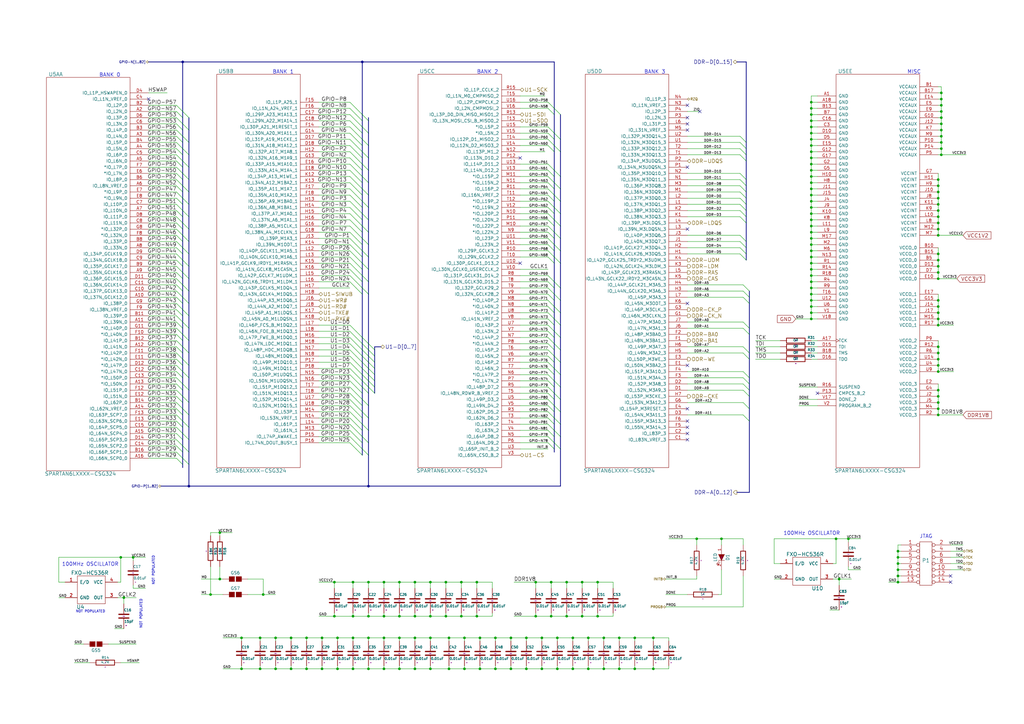
<source format=kicad_sch>
(kicad_sch (version 20250114) (generator "eeschema") (generator_version "9.0")
  (paper "A3")
  (title_block (title "SATURN SPARTAN6 FPGA MODULE") (date "15 apr 2014") (company "Numato Lab") (comment 1 "http://www.numato.com") (comment 2 "License: CC BY-SA"))
  (lib_symbols
    (symbol "CONN_7X2_1" (pin_names (offset 1.016) (hide yes))
      (property "Reference" "P" (at 0 10.16 0))
      (property "Value" "CONN_7X2" (at 0 0 90))
      (symbol "CONN_7X2_1_1_1"
        (pin passive inverted (at -10.16 7.62 0) (length 7.62) (name "P1") (number "1"))
        (pin passive inverted (at -10.16 5.08 0) (length 7.62) (name "P3") (number "3"))
        (pin passive inverted (at -10.16 2.54 0) (length 7.62) (name "P5") (number "5"))
        (pin passive inverted (at -10.16 0 0) (length 7.62) (name "P7") (number "7"))
        (pin passive inverted (at -10.16 -2.54 0) (length 7.62) (name "9") (number "9"))
        (pin passive inverted (at -10.16 -5.08 0) (length 7.62) (name "11") (number "11"))
        (pin passive inverted (at -10.16 -7.62 0) (length 7.62) (name "13") (number "13"))
        (pin passive inverted (at 10.16 7.62 180) (length 7.62) (name "P2") (number "2"))
        (pin passive inverted (at 10.16 5.08 180) (length 7.62) (name "P4") (number "4"))
        (pin passive inverted (at 10.16 2.54 180) (length 7.62) (name "P6") (number "6"))
        (pin passive inverted (at 10.16 0 180) (length 7.62) (name "P8") (number "8"))
        (pin passive inverted (at 10.16 -2.54 180) (length 7.62) (name "10") (number "10"))
        (pin passive inverted (at 10.16 -5.08 180) (length 7.62) (name "12") (number "12"))
        (pin passive inverted (at 10.16 -7.62 180) (length 7.62) (name "14") (number "14"))
      )
    )
    (symbol "CONN_7X2_2" (pin_names (offset 1.016) (hide yes))
      (property "Reference" "P" (at 0 10.16 0))
      (property "Value" "CONN_7X2" (at 0 0 90))
      (symbol "CONN_7X2_2_1_1"
        (pin passive inverted (at -10.16 7.62 0) (length 7.62) (name "P1") (number "1"))
        (pin passive inverted (at -10.16 5.08 0) (length 7.62) (name "P3") (number "3"))
        (pin passive inverted (at -10.16 2.54 0) (length 7.62) (name "P5") (number "5"))
        (pin passive inverted (at -10.16 0 0) (length 7.62) (name "P7") (number "7"))
        (pin passive inverted (at -10.16 -2.54 0) (length 7.62) (name "9") (number "9"))
        (pin passive inverted (at -10.16 -5.08 0) (length 7.62) (name "11") (number "11"))
        (pin passive inverted (at -10.16 -7.62 0) (length 7.62) (name "13") (number "13"))
        (pin passive inverted (at 10.16 7.62 180) (length 7.62) (name "P2") (number "2"))
        (pin passive inverted (at 10.16 5.08 180) (length 7.62) (name "P4") (number "4"))
        (pin passive inverted (at 10.16 2.54 180) (length 7.62) (name "P6") (number "6"))
        (pin passive inverted (at 10.16 0 180) (length 7.62) (name "P8") (number "8"))
        (pin passive inverted (at 10.16 -2.54 180) (length 7.62) (name "10") (number "10"))
        (pin passive inverted (at 10.16 -5.08 180) (length 7.62) (name "12") (number "12"))
        (pin passive inverted (at 10.16 -7.62 180) (length 7.62) (name "14") (number "14"))
      )
    )
    (symbol "C_1" (pin_numbers (hide yes)) (pin_names (offset 0.254))
      (property "Reference" "C" (at 0 2.54 0))
      (property "Value" "C" (at 0.1524 -2.159 0))
      (symbol "C_1_1_1"
        (pin passive line (at 0 5.08 270) (length 4.318) (name "~") (number "1"))
        (pin passive line (at 0 -5.08 90) (length 4.318) (name "~") (number "2"))
      )
    )
    (symbol "C_10" (pin_numbers (hide yes)) (pin_names (offset 0.254))
      (property "Reference" "C" (at 0 2.54 0))
      (property "Value" "C" (at 0.1524 -2.159 0))
      (symbol "C_10_1_1"
        (pin passive line (at 0 5.08 270) (length 4.318) (name "~") (number "1"))
        (pin passive line (at 0 -5.08 90) (length 4.318) (name "~") (number "2"))
      )
    )
    (symbol "C_11" (pin_numbers (hide yes)) (pin_names (offset 0.254))
      (property "Reference" "C" (at 0 2.54 0))
      (property "Value" "C" (at 0.1524 -2.159 0))
      (symbol "C_11_1_1"
        (pin passive line (at 0 5.08 270) (length 4.318) (name "~") (number "1"))
        (pin passive line (at 0 -5.08 90) (length 4.318) (name "~") (number "2"))
      )
    )
    (symbol "C_12" (pin_numbers (hide yes)) (pin_names (offset 0.254))
      (property "Reference" "C" (at 0 2.54 0))
      (property "Value" "C" (at 0.1524 -2.159 0))
      (symbol "C_12_1_1"
        (pin passive line (at 0 5.08 270) (length 4.318) (name "~") (number "1"))
        (pin passive line (at 0 -5.08 90) (length 4.318) (name "~") (number "2"))
      )
    )
    (symbol "C_13" (pin_numbers (hide yes)) (pin_names (offset 0.254))
      (property "Reference" "C" (at 0 2.54 0))
      (property "Value" "C" (at 0.1524 -2.159 0))
      (symbol "C_13_1_1"
        (pin passive line (at 0 5.08 270) (length 4.318) (name "~") (number "1"))
        (pin passive line (at 0 -5.08 90) (length 4.318) (name "~") (number "2"))
      )
    )
    (symbol "C_14" (pin_numbers (hide yes)) (pin_names (offset 0.254))
      (property "Reference" "C" (at 0 2.54 0))
      (property "Value" "C" (at 0.1524 -2.159 0))
      (symbol "C_14_1_1"
        (pin passive line (at 0 5.08 270) (length 4.318) (name "~") (number "1"))
        (pin passive line (at 0 -5.08 90) (length 4.318) (name "~") (number "2"))
      )
    )
    (symbol "C_15" (pin_numbers (hide yes)) (pin_names (offset 0.254))
      (property "Reference" "C" (at 0 2.54 0))
      (property "Value" "C" (at 0.1524 -2.159 0))
      (symbol "C_15_1_1"
        (pin passive line (at 0 5.08 270) (length 4.318) (name "~") (number "1"))
        (pin passive line (at 0 -5.08 90) (length 4.318) (name "~") (number "2"))
      )
    )
    (symbol "C_16" (pin_numbers (hide yes)) (pin_names (offset 0.254))
      (property "Reference" "C" (at 0 2.54 0))
      (property "Value" "C" (at 0.1524 -2.159 0))
      (symbol "C_16_1_1"
        (pin passive line (at 0 5.08 270) (length 4.318) (name "~") (number "1"))
        (pin passive line (at 0 -5.08 90) (length 4.318) (name "~") (number "2"))
      )
    )
    (symbol "C_17" (pin_numbers (hide yes)) (pin_names (offset 0.254))
      (property "Reference" "C" (at 0 2.54 0))
      (property "Value" "C" (at 0.1524 -2.159 0))
      (symbol "C_17_1_1"
        (pin passive line (at 0 5.08 270) (length 4.318) (name "~") (number "1"))
        (pin passive line (at 0 -5.08 90) (length 4.318) (name "~") (number "2"))
      )
    )
    (symbol "C_18" (pin_numbers (hide yes)) (pin_names (offset 0.254))
      (property "Reference" "C" (at 0 2.54 0))
      (property "Value" "C" (at 0.1524 -2.159 0))
      (symbol "C_18_1_1"
        (pin passive line (at 0 5.08 270) (length 4.318) (name "~") (number "1"))
        (pin passive line (at 0 -5.08 90) (length 4.318) (name "~") (number "2"))
      )
    )
    (symbol "C_19" (pin_numbers (hide yes)) (pin_names (offset 0.254))
      (property "Reference" "C" (at 0 2.54 0))
      (property "Value" "C" (at 0.1524 -2.159 0))
      (symbol "C_19_1_1"
        (pin passive line (at 0 5.08 270) (length 4.318) (name "~") (number "1"))
        (pin passive line (at 0 -5.08 90) (length 4.318) (name "~") (number "2"))
      )
    )
    (symbol "C_2" (pin_numbers (hide yes)) (pin_names (offset 0.254))
      (property "Reference" "C" (at 0 2.54 0))
      (property "Value" "C" (at 0.1524 -2.159 0))
      (symbol "C_2_1_1"
        (pin passive line (at 0 5.08 270) (length 4.318) (name "~") (number "1"))
        (pin passive line (at 0 -5.08 90) (length 4.318) (name "~") (number "2"))
      )
    )
    (symbol "C_20" (pin_numbers (hide yes)) (pin_names (offset 0.254))
      (property "Reference" "C" (at 0 2.54 0))
      (property "Value" "C" (at 0.1524 -2.159 0))
      (symbol "C_20_1_1"
        (pin passive line (at 0 5.08 270) (length 4.318) (name "~") (number "1"))
        (pin passive line (at 0 -5.08 90) (length 4.318) (name "~") (number "2"))
      )
    )
    (symbol "C_21" (pin_numbers (hide yes)) (pin_names (offset 0.254))
      (property "Reference" "C" (at 0 2.54 0))
      (property "Value" "C" (at 0.1524 -2.159 0))
      (symbol "C_21_1_1"
        (pin passive line (at 0 5.08 270) (length 4.318) (name "~") (number "1"))
        (pin passive line (at 0 -5.08 90) (length 4.318) (name "~") (number "2"))
      )
    )
    (symbol "C_22" (pin_numbers (hide yes)) (pin_names (offset 0.254))
      (property "Reference" "C" (at 0 2.54 0))
      (property "Value" "C" (at 0.1524 -2.159 0))
      (symbol "C_22_1_1"
        (pin passive line (at 0 5.08 270) (length 4.318) (name "~") (number "1"))
        (pin passive line (at 0 -5.08 90) (length 4.318) (name "~") (number "2"))
      )
    )
    (symbol "C_23" (pin_numbers (hide yes)) (pin_names (offset 0.254))
      (property "Reference" "C" (at 0 2.54 0))
      (property "Value" "C" (at 0.1524 -2.159 0))
      (symbol "C_23_1_1"
        (pin passive line (at 0 5.08 270) (length 4.318) (name "~") (number "1"))
        (pin passive line (at 0 -5.08 90) (length 4.318) (name "~") (number "2"))
      )
    )
    (symbol "C_24" (pin_numbers (hide yes)) (pin_names (offset 0.254))
      (property "Reference" "C" (at 0 2.54 0))
      (property "Value" "C" (at 0.1524 -2.159 0))
      (symbol "C_24_1_1"
        (pin passive line (at 0 5.08 270) (length 4.318) (name "~") (number "1"))
        (pin passive line (at 0 -5.08 90) (length 4.318) (name "~") (number "2"))
      )
    )
    (symbol "C_25" (pin_numbers (hide yes)) (pin_names (offset 0.254))
      (property "Reference" "C" (at 0 2.54 0))
      (property "Value" "C" (at 0.1524 -2.159 0))
      (symbol "C_25_1_1"
        (pin passive line (at 0 5.08 270) (length 4.318) (name "~") (number "1"))
        (pin passive line (at 0 -5.08 90) (length 4.318) (name "~") (number "2"))
      )
    )
    (symbol "C_26" (pin_numbers (hide yes)) (pin_names (offset 0.254))
      (property "Reference" "C" (at 0 2.54 0))
      (property "Value" "C" (at 0.1524 -2.159 0))
      (symbol "C_26_1_1"
        (pin passive line (at 0 5.08 270) (length 4.318) (name "~") (number "1"))
        (pin passive line (at 0 -5.08 90) (length 4.318) (name "~") (number "2"))
      )
    )
    (symbol "C_27" (pin_numbers (hide yes)) (pin_names (offset 0.254))
      (property "Reference" "C" (at 0 2.54 0))
      (property "Value" "C" (at 0.1524 -2.159 0))
      (symbol "C_27_1_1"
        (pin passive line (at 0 5.08 270) (length 4.318) (name "~") (number "1"))
        (pin passive line (at 0 -5.08 90) (length 4.318) (name "~") (number "2"))
      )
    )
    (symbol "C_28" (pin_numbers (hide yes)) (pin_names (offset 0.254))
      (property "Reference" "C" (at 0 2.54 0))
      (property "Value" "C" (at 0.1524 -2.159 0))
      (symbol "C_28_1_1"
        (pin passive line (at 0 5.08 270) (length 4.318) (name "~") (number "1"))
        (pin passive line (at 0 -5.08 90) (length 4.318) (name "~") (number "2"))
      )
    )
    (symbol "C_29" (pin_numbers (hide yes)) (pin_names (offset 0.254))
      (property "Reference" "C" (at 0 2.54 0))
      (property "Value" "C" (at 0.1524 -2.159 0))
      (symbol "C_29_1_1"
        (pin passive line (at 0 5.08 270) (length 4.318) (name "~") (number "1"))
        (pin passive line (at 0 -5.08 90) (length 4.318) (name "~") (number "2"))
      )
    )
    (symbol "C_3" (pin_numbers (hide yes)) (pin_names (offset 0.254))
      (property "Reference" "C" (at 0 2.54 0))
      (property "Value" "C" (at 0.1524 -2.159 0))
      (symbol "C_3_1_1"
        (pin passive line (at 0 5.08 270) (length 4.318) (name "~") (number "1"))
        (pin passive line (at 0 -5.08 90) (length 4.318) (name "~") (number "2"))
      )
    )
    (symbol "C_30" (pin_numbers (hide yes)) (pin_names (offset 0.254))
      (property "Reference" "C" (at 0 2.54 0))
      (property "Value" "C" (at 0.1524 -2.159 0))
      (symbol "C_30_1_1"
        (pin passive line (at 0 5.08 270) (length 4.318) (name "~") (number "1"))
        (pin passive line (at 0 -5.08 90) (length 4.318) (name "~") (number "2"))
      )
    )
    (symbol "C_31" (pin_numbers (hide yes)) (pin_names (offset 0.254))
      (property "Reference" "C" (at 0 2.54 0))
      (property "Value" "C" (at 0.1524 -2.159 0))
      (symbol "C_31_1_1"
        (pin passive line (at 0 5.08 270) (length 4.318) (name "~") (number "1"))
        (pin passive line (at 0 -5.08 90) (length 4.318) (name "~") (number "2"))
      )
    )
    (symbol "C_32" (pin_numbers (hide yes)) (pin_names (offset 0.254))
      (property "Reference" "C" (at 0 2.54 0))
      (property "Value" "C" (at 0.1524 -2.159 0))
      (symbol "C_32_1_1"
        (pin passive line (at 0 5.08 270) (length 4.318) (name "~") (number "1"))
        (pin passive line (at 0 -5.08 90) (length 4.318) (name "~") (number "2"))
      )
    )
    (symbol "C_33" (pin_numbers (hide yes)) (pin_names (offset 0.254))
      (property "Reference" "C" (at 0 2.54 0))
      (property "Value" "C" (at 0.1524 -2.159 0))
      (symbol "C_33_1_1"
        (pin passive line (at 0 5.08 270) (length 4.318) (name "~") (number "1"))
        (pin passive line (at 0 -5.08 90) (length 4.318) (name "~") (number "2"))
      )
    )
    (symbol "C_34" (pin_numbers (hide yes)) (pin_names (offset 0.254))
      (property "Reference" "C" (at 0 2.54 0))
      (property "Value" "C" (at 0.1524 -2.159 0))
      (symbol "C_34_1_1"
        (pin passive line (at 0 5.08 270) (length 4.318) (name "~") (number "1"))
        (pin passive line (at 0 -5.08 90) (length 4.318) (name "~") (number "2"))
      )
    )
    (symbol "C_35" (pin_numbers (hide yes)) (pin_names (offset 0.254))
      (property "Reference" "C" (at 0 2.54 0))
      (property "Value" "C" (at 0.1524 -2.159 0))
      (symbol "C_35_1_1"
        (pin passive line (at 0 5.08 270) (length 4.318) (name "~") (number "1"))
        (pin passive line (at 0 -5.08 90) (length 4.318) (name "~") (number "2"))
      )
    )
    (symbol "C_36" (pin_numbers (hide yes)) (pin_names (offset 0.254))
      (property "Reference" "C" (at 0 2.54 0))
      (property "Value" "C" (at 0.1524 -2.159 0))
      (symbol "C_36_1_1"
        (pin passive line (at 0 5.08 270) (length 4.318) (name "~") (number "1"))
        (pin passive line (at 0 -5.08 90) (length 4.318) (name "~") (number "2"))
      )
    )
    (symbol "C_37" (pin_numbers (hide yes)) (pin_names (offset 0.254))
      (property "Reference" "C" (at 0 2.54 0))
      (property "Value" "C" (at 0.1524 -2.159 0))
      (symbol "C_37_1_1"
        (pin passive line (at 0 5.08 270) (length 4.318) (name "~") (number "1"))
        (pin passive line (at 0 -5.08 90) (length 4.318) (name "~") (number "2"))
      )
    )
    (symbol "C_38" (pin_numbers (hide yes)) (pin_names (offset 0.254))
      (property "Reference" "C" (at 0 2.54 0))
      (property "Value" "C" (at 0.1524 -2.159 0))
      (symbol "C_38_1_1"
        (pin passive line (at 0 5.08 270) (length 4.318) (name "~") (number "1"))
        (pin passive line (at 0 -5.08 90) (length 4.318) (name "~") (number "2"))
      )
    )
    (symbol "C_39" (pin_numbers (hide yes)) (pin_names (offset 0.254))
      (property "Reference" "C" (at 0 2.54 0))
      (property "Value" "C" (at 0.1524 -2.159 0))
      (symbol "C_39_1_1"
        (pin passive line (at 0 5.08 270) (length 4.318) (name "~") (number "1"))
        (pin passive line (at 0 -5.08 90) (length 4.318) (name "~") (number "2"))
      )
    )
    (symbol "C_4" (pin_numbers (hide yes)) (pin_names (offset 0.254))
      (property "Reference" "C" (at 0 2.54 0))
      (property "Value" "C" (at 0.1524 -2.159 0))
      (symbol "C_4_1_1"
        (pin passive line (at 0 5.08 270) (length 4.318) (name "~") (number "1"))
        (pin passive line (at 0 -5.08 90) (length 4.318) (name "~") (number "2"))
      )
    )
    (symbol "C_40" (pin_numbers (hide yes)) (pin_names (offset 0.254))
      (property "Reference" "C" (at 0 2.54 0))
      (property "Value" "C" (at 0.1524 -2.159 0))
      (symbol "C_40_1_1"
        (pin passive line (at 0 5.08 270) (length 4.318) (name "~") (number "1"))
        (pin passive line (at 0 -5.08 90) (length 4.318) (name "~") (number "2"))
      )
    )
    (symbol "C_41" (pin_numbers (hide yes)) (pin_names (offset 0.254))
      (property "Reference" "C" (at 0 2.54 0))
      (property "Value" "C" (at 0.1524 -2.159 0))
      (symbol "C_41_1_1"
        (pin passive line (at 0 5.08 270) (length 4.318) (name "~") (number "1"))
        (pin passive line (at 0 -5.08 90) (length 4.318) (name "~") (number "2"))
      )
    )
    (symbol "C_42" (pin_numbers (hide yes)) (pin_names (offset 0.254))
      (property "Reference" "C" (at 0 2.54 0))
      (property "Value" "C" (at 0.1524 -2.159 0))
      (symbol "C_42_1_1"
        (pin passive line (at 0 5.08 270) (length 4.318) (name "~") (number "1"))
        (pin passive line (at 0 -5.08 90) (length 4.318) (name "~") (number "2"))
      )
    )
    (symbol "C_43" (pin_numbers (hide yes)) (pin_names (offset 0.254))
      (property "Reference" "C" (at 0 2.54 0))
      (property "Value" "C" (at 0.1524 -2.159 0))
      (symbol "C_43_1_1"
        (pin passive line (at 0 5.08 270) (length 4.318) (name "~") (number "1"))
        (pin passive line (at 0 -5.08 90) (length 4.318) (name "~") (number "2"))
      )
    )
    (symbol "C_44" (pin_numbers (hide yes)) (pin_names (offset 0.254))
      (property "Reference" "C" (at 0 2.54 0))
      (property "Value" "C" (at 0.1524 -2.159 0))
      (symbol "C_44_1_1"
        (pin passive line (at 0 5.08 270) (length 4.318) (name "~") (number "1"))
        (pin passive line (at 0 -5.08 90) (length 4.318) (name "~") (number "2"))
      )
    )
    (symbol "C_45" (pin_numbers (hide yes)) (pin_names (offset 0.254))
      (property "Reference" "C" (at 0 2.54 0))
      (property "Value" "C" (at 0.1524 -2.159 0))
      (symbol "C_45_1_1"
        (pin passive line (at 0 5.08 270) (length 4.318) (name "~") (number "1"))
        (pin passive line (at 0 -5.08 90) (length 4.318) (name "~") (number "2"))
      )
    )
    (symbol "C_46" (pin_numbers (hide yes)) (pin_names (offset 0.254))
      (property "Reference" "C" (at 0 2.54 0))
      (property "Value" "C" (at 0.1524 -2.159 0))
      (symbol "C_46_1_1"
        (pin passive line (at 0 5.08 270) (length 4.318) (name "~") (number "1"))
        (pin passive line (at 0 -5.08 90) (length 4.318) (name "~") (number "2"))
      )
    )
    (symbol "C_47" (pin_numbers (hide yes)) (pin_names (offset 0.254))
      (property "Reference" "C" (at 0 2.54 0))
      (property "Value" "C" (at 0.1524 -2.159 0))
      (symbol "C_47_1_1"
        (pin passive line (at 0 5.08 270) (length 4.318) (name "~") (number "1"))
        (pin passive line (at 0 -5.08 90) (length 4.318) (name "~") (number "2"))
      )
    )
    (symbol "C_48" (pin_numbers (hide yes)) (pin_names (offset 0.254))
      (property "Reference" "C" (at 0 2.54 0))
      (property "Value" "C" (at 0.1524 -2.159 0))
      (symbol "C_48_1_1"
        (pin passive line (at 0 5.08 270) (length 4.318) (name "~") (number "1"))
        (pin passive line (at 0 -5.08 90) (length 4.318) (name "~") (number "2"))
      )
    )
    (symbol "C_49" (pin_numbers (hide yes)) (pin_names (offset 0.254))
      (property "Reference" "C" (at 0 2.54 0))
      (property "Value" "C" (at 0.1524 -2.159 0))
      (symbol "C_49_1_1"
        (pin passive line (at 0 5.08 270) (length 4.318) (name "~") (number "1"))
        (pin passive line (at 0 -5.08 90) (length 4.318) (name "~") (number "2"))
      )
    )
    (symbol "C_5" (pin_numbers (hide yes)) (pin_names (offset 0.254))
      (property "Reference" "C" (at 0 2.54 0))
      (property "Value" "C" (at 0.1524 -2.159 0))
      (symbol "C_5_1_1"
        (pin passive line (at 0 5.08 270) (length 4.318) (name "~") (number "1"))
        (pin passive line (at 0 -5.08 90) (length 4.318) (name "~") (number "2"))
      )
    )
    (symbol "C_50" (pin_numbers (hide yes)) (pin_names (offset 0.254))
      (property "Reference" "C" (at 0 2.54 0))
      (property "Value" "C" (at 0.1524 -2.159 0))
      (symbol "C_50_1_1"
        (pin passive line (at 0 5.08 270) (length 4.318) (name "~") (number "1"))
        (pin passive line (at 0 -5.08 90) (length 4.318) (name "~") (number "2"))
      )
    )
    (symbol "C_51" (pin_numbers (hide yes)) (pin_names (offset 0.254))
      (property "Reference" "C" (at 0 2.54 0))
      (property "Value" "C" (at 0.1524 -2.159 0))
      (symbol "C_51_1_1"
        (pin passive line (at 0 5.08 270) (length 4.318) (name "~") (number "1"))
        (pin passive line (at 0 -5.08 90) (length 4.318) (name "~") (number "2"))
      )
    )
    (symbol "C_52" (pin_numbers (hide yes)) (pin_names (offset 0.254))
      (property "Reference" "C" (at 0 2.54 0))
      (property "Value" "C" (at 0.1524 -2.159 0))
      (symbol "C_52_1_1"
        (pin passive line (at 0 5.08 270) (length 4.318) (name "~") (number "1"))
        (pin passive line (at 0 -5.08 90) (length 4.318) (name "~") (number "2"))
      )
    )
    (symbol "C_53" (pin_numbers (hide yes)) (pin_names (offset 0.254))
      (property "Reference" "C" (at 0 2.54 0))
      (property "Value" "C" (at 0.1524 -2.159 0))
      (symbol "C_53_1_1"
        (pin passive line (at 0 5.08 270) (length 4.318) (name "~") (number "1"))
        (pin passive line (at 0 -5.08 90) (length 4.318) (name "~") (number "2"))
      )
    )
    (symbol "C_54" (pin_numbers (hide yes)) (pin_names (offset 0.254))
      (property "Reference" "C" (at 0 2.54 0))
      (property "Value" "C" (at 0.1524 -2.159 0))
      (symbol "C_54_1_1"
        (pin passive line (at 0 5.08 270) (length 4.318) (name "~") (number "1"))
        (pin passive line (at 0 -5.08 90) (length 4.318) (name "~") (number "2"))
      )
    )
    (symbol "C_55" (pin_numbers (hide yes)) (pin_names (offset 0.254))
      (property "Reference" "C" (at 0 2.54 0))
      (property "Value" "C" (at 0.1524 -2.159 0))
      (symbol "C_55_1_1"
        (pin passive line (at 0 5.08 270) (length 4.318) (name "~") (number "1"))
        (pin passive line (at 0 -5.08 90) (length 4.318) (name "~") (number "2"))
      )
    )
    (symbol "C_56" (pin_numbers (hide yes)) (pin_names (offset 0.254))
      (property "Reference" "C" (at 0 2.54 0))
      (property "Value" "C" (at 0.1524 -2.159 0))
      (symbol "C_56_1_1"
        (pin passive line (at 0 5.08 270) (length 4.318) (name "~") (number "1"))
        (pin passive line (at 0 -5.08 90) (length 4.318) (name "~") (number "2"))
      )
    )
    (symbol "C_57" (pin_numbers (hide yes)) (pin_names (offset 0.254))
      (property "Reference" "C" (at 0 2.54 0))
      (property "Value" "C" (at 0.1524 -2.159 0))
      (symbol "C_57_1_1"
        (pin passive line (at 0 5.08 270) (length 4.318) (name "~") (number "1"))
        (pin passive line (at 0 -5.08 90) (length 4.318) (name "~") (number "2"))
      )
    )
    (symbol "C_58" (pin_numbers (hide yes)) (pin_names (offset 0.254))
      (property "Reference" "C" (at 0 2.54 0))
      (property "Value" "C" (at 0.1524 -2.159 0))
      (symbol "C_58_1_1"
        (pin passive line (at 0 5.08 270) (length 4.318) (name "~") (number "1"))
        (pin passive line (at 0 -5.08 90) (length 4.318) (name "~") (number "2"))
      )
    )
    (symbol "C_59" (pin_numbers (hide yes)) (pin_names (offset 0.254))
      (property "Reference" "C" (at 0 2.54 0))
      (property "Value" "C" (at 0.1524 -2.159 0))
      (symbol "C_59_1_1"
        (pin passive line (at 0 5.08 270) (length 4.318) (name "~") (number "1"))
        (pin passive line (at 0 -5.08 90) (length 4.318) (name "~") (number "2"))
      )
    )
    (symbol "C_6" (pin_numbers (hide yes)) (pin_names (offset 0.254))
      (property "Reference" "C" (at 0 2.54 0))
      (property "Value" "C" (at 0.1524 -2.159 0))
      (symbol "C_6_1_1"
        (pin passive line (at 0 5.08 270) (length 4.318) (name "~") (number "1"))
        (pin passive line (at 0 -5.08 90) (length 4.318) (name "~") (number "2"))
      )
    )
    (symbol "C_60" (pin_numbers (hide yes)) (pin_names (offset 0.254))
      (property "Reference" "C" (at 0 2.54 0))
      (property "Value" "C" (at 0.1524 -2.159 0))
      (symbol "C_60_1_1"
        (pin passive line (at 0 5.08 270) (length 4.318) (name "~") (number "1"))
        (pin passive line (at 0 -5.08 90) (length 4.318) (name "~") (number "2"))
      )
    )
    (symbol "C_61" (pin_numbers (hide yes)) (pin_names (offset 0.254))
      (property "Reference" "C" (at 0 2.54 0))
      (property "Value" "C" (at 0.1524 -2.159 0))
      (symbol "C_61_1_1"
        (pin passive line (at 0 5.08 270) (length 4.318) (name "~") (number "1"))
        (pin passive line (at 0 -5.08 90) (length 4.318) (name "~") (number "2"))
      )
    )
    (symbol "C_62" (pin_numbers (hide yes)) (pin_names (offset 0.254))
      (property "Reference" "C" (at 0 2.54 0))
      (property "Value" "C" (at 0.1524 -2.159 0))
      (symbol "C_62_1_1"
        (pin passive line (at 0 5.08 270) (length 4.318) (name "~") (number "1"))
        (pin passive line (at 0 -5.08 90) (length 4.318) (name "~") (number "2"))
      )
    )
    (symbol "C_63" (pin_numbers (hide yes)) (pin_names (offset 0.254))
      (property "Reference" "C" (at 0 2.54 0))
      (property "Value" "C" (at 0.1524 -2.159 0))
      (symbol "C_63_1_1"
        (pin passive line (at 0 5.08 270) (length 4.318) (name "~") (number "1"))
        (pin passive line (at 0 -5.08 90) (length 4.318) (name "~") (number "2"))
      )
    )
    (symbol "C_64" (pin_numbers (hide yes)) (pin_names (offset 0.254))
      (property "Reference" "C" (at 0 2.54 0))
      (property "Value" "C" (at 0.1524 -2.159 0))
      (symbol "C_64_1_1"
        (pin passive line (at 0 5.08 270) (length 4.318) (name "~") (number "1"))
        (pin passive line (at 0 -5.08 90) (length 4.318) (name "~") (number "2"))
      )
    )
    (symbol "C_65" (pin_numbers (hide yes)) (pin_names (offset 0.254))
      (property "Reference" "C" (at 0 2.54 0))
      (property "Value" "C" (at 0.1524 -2.159 0))
      (symbol "C_65_1_1"
        (pin passive line (at 0 5.08 270) (length 4.318) (name "~") (number "1"))
        (pin passive line (at 0 -5.08 90) (length 4.318) (name "~") (number "2"))
      )
    )
    (symbol "C_66" (pin_numbers (hide yes)) (pin_names (offset 0.254))
      (property "Reference" "C" (at 0 2.54 0))
      (property "Value" "C" (at 0.1524 -2.159 0))
      (symbol "C_66_1_1"
        (pin passive line (at 0 5.08 270) (length 4.318) (name "~") (number "1"))
        (pin passive line (at 0 -5.08 90) (length 4.318) (name "~") (number "2"))
      )
    )
    (symbol "C_67" (pin_numbers (hide yes)) (pin_names (offset 0.254))
      (property "Reference" "C" (at 0 2.54 0))
      (property "Value" "C" (at 0.1524 -2.159 0))
      (symbol "C_67_1_1"
        (pin passive line (at 0 5.08 270) (length 4.318) (name "~") (number "1"))
        (pin passive line (at 0 -5.08 90) (length 4.318) (name "~") (number "2"))
      )
    )
    (symbol "C_68" (pin_numbers (hide yes)) (pin_names (offset 0.254))
      (property "Reference" "C" (at 0 2.54 0))
      (property "Value" "C" (at 0.1524 -2.159 0))
      (symbol "C_68_1_1"
        (pin passive line (at 0 5.08 270) (length 4.318) (name "~") (number "1"))
        (pin passive line (at 0 -5.08 90) (length 4.318) (name "~") (number "2"))
      )
    )
    (symbol "C_69" (pin_numbers (hide yes)) (pin_names (offset 0.254))
      (property "Reference" "C" (at 0 2.54 0))
      (property "Value" "C" (at 0.1524 -2.159 0))
      (symbol "C_69_1_1"
        (pin passive line (at 0 5.08 270) (length 4.318) (name "~") (number "1"))
        (pin passive line (at 0 -5.08 90) (length 4.318) (name "~") (number "2"))
      )
    )
    (symbol "C_7" (pin_numbers (hide yes)) (pin_names (offset 0.254))
      (property "Reference" "C" (at 0 2.54 0))
      (property "Value" "C" (at 0.1524 -2.159 0))
      (symbol "C_7_1_1"
        (pin passive line (at 0 5.08 270) (length 4.318) (name "~") (number "1"))
        (pin passive line (at 0 -5.08 90) (length 4.318) (name "~") (number "2"))
      )
    )
    (symbol "C_70" (pin_numbers (hide yes)) (pin_names (offset 0.254))
      (property "Reference" "C" (at 0 2.54 0))
      (property "Value" "C" (at 0.1524 -2.159 0))
      (symbol "C_70_1_1"
        (pin passive line (at 0 5.08 270) (length 4.318) (name "~") (number "1"))
        (pin passive line (at 0 -5.08 90) (length 4.318) (name "~") (number "2"))
      )
    )
    (symbol "C_71" (pin_numbers (hide yes)) (pin_names (offset 0.254))
      (property "Reference" "C" (at 0 2.54 0))
      (property "Value" "C" (at 0.1524 -2.159 0))
      (symbol "C_71_1_1"
        (pin passive line (at 0 5.08 270) (length 4.318) (name "~") (number "1"))
        (pin passive line (at 0 -5.08 90) (length 4.318) (name "~") (number "2"))
      )
    )
    (symbol "C_72" (pin_numbers (hide yes)) (pin_names (offset 0.254))
      (property "Reference" "C" (at 0 2.54 0))
      (property "Value" "C" (at 0.1524 -2.159 0))
      (symbol "C_72_1_1"
        (pin passive line (at 0 5.08 270) (length 4.318) (name "~") (number "1"))
        (pin passive line (at 0 -5.08 90) (length 4.318) (name "~") (number "2"))
      )
    )
    (symbol "C_73" (pin_numbers (hide yes)) (pin_names (offset 0.254))
      (property "Reference" "C" (at 0 2.54 0))
      (property "Value" "C" (at 0.1524 -2.159 0))
      (symbol "C_73_1_1"
        (pin passive line (at 0 5.08 270) (length 4.318) (name "~") (number "1"))
        (pin passive line (at 0 -5.08 90) (length 4.318) (name "~") (number "2"))
      )
    )
    (symbol "C_74" (pin_numbers (hide yes)) (pin_names (offset 0.254))
      (property "Reference" "C" (at 0 2.54 0))
      (property "Value" "C" (at 0.1524 -2.159 0))
      (symbol "C_74_1_1"
        (pin passive line (at 0 5.08 270) (length 4.318) (name "~") (number "1"))
        (pin passive line (at 0 -5.08 90) (length 4.318) (name "~") (number "2"))
      )
    )
    (symbol "C_75" (pin_numbers (hide yes)) (pin_names (offset 0.254))
      (property "Reference" "C" (at 0 2.54 0))
      (property "Value" "C" (at 0.1524 -2.159 0))
      (symbol "C_75_1_1"
        (pin passive line (at 0 5.08 270) (length 4.318) (name "~") (number "1"))
        (pin passive line (at 0 -5.08 90) (length 4.318) (name "~") (number "2"))
      )
    )
    (symbol "C_76" (pin_numbers (hide yes)) (pin_names (offset 0.254))
      (property "Reference" "C" (at 0 2.54 0))
      (property "Value" "C" (at 0.1524 -2.159 0))
      (symbol "C_76_1_1"
        (pin passive line (at 0 5.08 270) (length 4.318) (name "~") (number "1"))
        (pin passive line (at 0 -5.08 90) (length 4.318) (name "~") (number "2"))
      )
    )
    (symbol "C_77" (pin_numbers (hide yes)) (pin_names (offset 0.254))
      (property "Reference" "C" (at 0 2.54 0))
      (property "Value" "C" (at 0.1524 -2.159 0))
      (symbol "C_77_1_1"
        (pin passive line (at 0 5.08 270) (length 4.318) (name "~") (number "1"))
        (pin passive line (at 0 -5.08 90) (length 4.318) (name "~") (number "2"))
      )
    )
    (symbol "C_78" (pin_numbers (hide yes)) (pin_names (offset 0.254))
      (property "Reference" "C" (at 0 2.54 0))
      (property "Value" "C" (at 0.1524 -2.159 0))
      (symbol "C_78_1_1"
        (pin passive line (at 0 5.08 270) (length 4.318) (name "~") (number "1"))
        (pin passive line (at 0 -5.08 90) (length 4.318) (name "~") (number "2"))
      )
    )
    (symbol "C_79" (pin_numbers (hide yes)) (pin_names (offset 0.254))
      (property "Reference" "C" (at 0 2.54 0))
      (property "Value" "C" (at 0.1524 -2.159 0))
      (symbol "C_79_1_1"
        (pin passive line (at 0 5.08 270) (length 4.318) (name "~") (number "1"))
        (pin passive line (at 0 -5.08 90) (length 4.318) (name "~") (number "2"))
      )
    )
    (symbol "C_8" (pin_numbers (hide yes)) (pin_names (offset 0.254))
      (property "Reference" "C" (at 0 2.54 0))
      (property "Value" "C" (at 0.1524 -2.159 0))
      (symbol "C_8_1_1"
        (pin passive line (at 0 5.08 270) (length 4.318) (name "~") (number "1"))
        (pin passive line (at 0 -5.08 90) (length 4.318) (name "~") (number "2"))
      )
    )
    (symbol "C_80" (pin_numbers (hide yes)) (pin_names (offset 0.254))
      (property "Reference" "C" (at 0 2.54 0))
      (property "Value" "C" (at 0.1524 -2.159 0))
      (symbol "C_80_1_1"
        (pin passive line (at 0 5.08 270) (length 4.318) (name "~") (number "1"))
        (pin passive line (at 0 -5.08 90) (length 4.318) (name "~") (number "2"))
      )
    )
    (symbol "C_81" (pin_numbers (hide yes)) (pin_names (offset 0.254))
      (property "Reference" "C" (at 0 2.54 0))
      (property "Value" "C" (at 0.1524 -2.159 0))
      (symbol "C_81_1_1"
        (pin passive line (at 0 5.08 270) (length 4.318) (name "~") (number "1"))
        (pin passive line (at 0 -5.08 90) (length 4.318) (name "~") (number "2"))
      )
    )
    (symbol "C_82" (pin_numbers (hide yes)) (pin_names (offset 0.254))
      (property "Reference" "C" (at 0 2.54 0))
      (property "Value" "C" (at 0.1524 -2.159 0))
      (symbol "C_82_1_1"
        (pin passive line (at 0 5.08 270) (length 4.318) (name "~") (number "1"))
        (pin passive line (at 0 -5.08 90) (length 4.318) (name "~") (number "2"))
      )
    )
    (symbol "C_83" (pin_numbers (hide yes)) (pin_names (offset 0.254))
      (property "Reference" "C" (at 0 2.54 0))
      (property "Value" "C" (at 0.1524 -2.159 0))
      (symbol "C_83_1_1"
        (pin passive line (at 0 5.08 270) (length 4.318) (name "~") (number "1"))
        (pin passive line (at 0 -5.08 90) (length 4.318) (name "~") (number "2"))
      )
    )
    (symbol "C_84" (pin_numbers (hide yes)) (pin_names (offset 0.254))
      (property "Reference" "C" (at 0 2.54 0))
      (property "Value" "C" (at 0.1524 -2.159 0))
      (symbol "C_84_1_1"
        (pin passive line (at 0 5.08 270) (length 4.318) (name "~") (number "1"))
        (pin passive line (at 0 -5.08 90) (length 4.318) (name "~") (number "2"))
      )
    )
    (symbol "C_85" (pin_numbers (hide yes)) (pin_names (offset 0.254))
      (property "Reference" "C" (at 0 2.54 0))
      (property "Value" "C" (at 0.1524 -2.159 0))
      (symbol "C_85_1_1"
        (pin passive line (at 0 5.08 270) (length 4.318) (name "~") (number "1"))
        (pin passive line (at 0 -5.08 90) (length 4.318) (name "~") (number "2"))
      )
    )
    (symbol "C_86" (pin_numbers (hide yes)) (pin_names (offset 0.254))
      (property "Reference" "C" (at 0 2.54 0))
      (property "Value" "C" (at 0.1524 -2.159 0))
      (symbol "C_86_1_1"
        (pin passive line (at 0 5.08 270) (length 4.318) (name "~") (number "1"))
        (pin passive line (at 0 -5.08 90) (length 4.318) (name "~") (number "2"))
      )
    )
    (symbol "C_87" (pin_numbers (hide yes)) (pin_names (offset 0.254))
      (property "Reference" "C" (at 0 2.54 0))
      (property "Value" "C" (at 0.1524 -2.159 0))
      (symbol "C_87_1_1"
        (pin passive line (at 0 5.08 270) (length 4.318) (name "~") (number "1"))
        (pin passive line (at 0 -5.08 90) (length 4.318) (name "~") (number "2"))
      )
    )
    (symbol "C_88" (pin_numbers (hide yes)) (pin_names (offset 0.254))
      (property "Reference" "C" (at 0 2.54 0))
      (property "Value" "C" (at 0.1524 -2.159 0))
      (symbol "C_88_1_1"
        (pin passive line (at 0 5.08 270) (length 4.318) (name "~") (number "1"))
        (pin passive line (at 0 -5.08 90) (length 4.318) (name "~") (number "2"))
      )
    )
    (symbol "C_89" (pin_numbers (hide yes)) (pin_names (offset 0.254))
      (property "Reference" "C" (at 0 2.54 0))
      (property "Value" "C" (at 0.1524 -2.159 0))
      (symbol "C_89_1_1"
        (pin passive line (at 0 5.08 270) (length 4.318) (name "~") (number "1"))
        (pin passive line (at 0 -5.08 90) (length 4.318) (name "~") (number "2"))
      )
    )
    (symbol "C_9" (pin_numbers (hide yes)) (pin_names (offset 0.254))
      (property "Reference" "C" (at 0 2.54 0))
      (property "Value" "C" (at 0.1524 -2.159 0))
      (symbol "C_9_1_1"
        (pin passive line (at 0 5.08 270) (length 4.318) (name "~") (number "1"))
        (pin passive line (at 0 -5.08 90) (length 4.318) (name "~") (number "2"))
      )
    )
    (symbol "C_90" (pin_numbers (hide yes)) (pin_names (offset 0.254))
      (property "Reference" "C" (at 0 2.54 0))
      (property "Value" "C" (at 0.1524 -2.159 0))
      (symbol "C_90_1_1"
        (pin passive line (at 0 5.08 270) (length 4.318) (name "~") (number "1"))
        (pin passive line (at 0 -5.08 90) (length 4.318) (name "~") (number "2"))
      )
    )
    (symbol "C_91" (pin_numbers (hide yes)) (pin_names (offset 0.254))
      (property "Reference" "C" (at 0 2.54 0))
      (property "Value" "C" (at 0.1524 -2.159 0))
      (symbol "C_91_1_1"
        (pin passive line (at 0 5.08 270) (length 4.318) (name "~") (number "1"))
        (pin passive line (at 0 -5.08 90) (length 4.318) (name "~") (number "2"))
      )
    )
    (symbol "C_92" (pin_numbers (hide yes)) (pin_names (offset 0.254))
      (property "Reference" "C" (at 0 2.54 0))
      (property "Value" "C" (at 0.1524 -2.159 0))
      (symbol "C_92_1_1"
        (pin passive line (at 0 5.08 270) (length 4.318) (name "~") (number "1"))
        (pin passive line (at 0 -5.08 90) (length 4.318) (name "~") (number "2"))
      )
    )
    (symbol "C_93" (pin_numbers (hide yes)) (pin_names (offset 0.254))
      (property "Reference" "C" (at 0 2.54 0))
      (property "Value" "C" (at 0.1524 -2.159 0))
      (symbol "C_93_1_1"
        (pin passive line (at 0 5.08 270) (length 4.318) (name "~") (number "1"))
        (pin passive line (at 0 -5.08 90) (length 4.318) (name "~") (number "2"))
      )
    )
    (symbol "C_94" (pin_numbers (hide yes)) (pin_names (offset 0.254))
      (property "Reference" "C" (at 0 2.54 0))
      (property "Value" "C" (at 0.1524 -2.159 0))
      (symbol "C_94_1_1"
        (pin passive line (at 0 5.08 270) (length 4.318) (name "~") (number "1"))
        (pin passive line (at 0 -5.08 90) (length 4.318) (name "~") (number "2"))
      )
    )
    (symbol "C_95" (pin_numbers (hide yes)) (pin_names (offset 0.254))
      (property "Reference" "C" (at 0 2.54 0))
      (property "Value" "C" (at 0.1524 -2.159 0))
      (symbol "C_95_1_1"
        (pin passive line (at 0 5.08 270) (length 4.318) (name "~") (number "1"))
        (pin passive line (at 0 -5.08 90) (length 4.318) (name "~") (number "2"))
      )
    )
    (symbol "C_96" (pin_numbers (hide yes)) (pin_names (offset 0.254))
      (property "Reference" "C" (at 0 2.54 0))
      (property "Value" "C" (at 0.1524 -2.159 0))
      (symbol "C_96_1_1"
        (pin passive line (at 0 5.08 270) (length 4.318) (name "~") (number "1"))
        (pin passive line (at 0 -5.08 90) (length 4.318) (name "~") (number "2"))
      )
    )
    (symbol "C_97" (pin_numbers (hide yes)) (pin_names (offset 0.254))
      (property "Reference" "C" (at 0 2.54 0))
      (property "Value" "C" (at 0.1524 -2.159 0))
      (symbol "C_97_1_1"
        (pin passive line (at 0 5.08 270) (length 4.318) (name "~") (number "1"))
        (pin passive line (at 0 -5.08 90) (length 4.318) (name "~") (number "2"))
      )
    )
    (symbol "C_98" (pin_numbers (hide yes)) (pin_names (offset 0.254))
      (property "Reference" "C" (at 0 2.54 0))
      (property "Value" "C" (at 0.1524 -2.159 0))
      (symbol "C_98_1_1"
        (pin passive line (at 0 5.08 270) (length 4.318) (name "~") (number "1"))
        (pin passive line (at 0 -5.08 90) (length 4.318) (name "~") (number "2"))
      )
    )
    (symbol "FXO-HC536R_1" (pin_names (offset 1.016))
      (property "Reference" "U" (at -3.81 -7.62 0))
      (property "Value" "FXO-HC536R" (at 0 6.35 0))
      (symbol "FXO-HC536R_1_1_1"
        (pin input line (at -10.16 2.54 0) (length 5.0038) (name "E/D") (number "1"))
        (pin power_in line (at -10.16 -3.81 0) (length 5.0038) (name "GND") (number "2"))
        (pin power_in line (at 11.43 2.54 180) (length 5.0038) (name "VCC") (number "4"))
        (pin output line (at 11.43 -3.81 180) (length 5.0038) (name "OUT") (number "3"))
      )
    )
    (symbol "FXO-HC536R_2" (pin_names (offset 1.016))
      (property "Reference" "U" (at -3.81 -7.62 0))
      (property "Value" "FXO-HC536R" (at 0 6.35 0))
      (symbol "FXO-HC536R_2_1_1"
        (pin input line (at -10.16 2.54 0) (length 5.0038) (name "E/D") (number "1"))
        (pin power_in line (at -10.16 -3.81 0) (length 5.0038) (name "GND") (number "2"))
        (pin power_in line (at 11.43 2.54 180) (length 5.0038) (name "VCC") (number "4"))
        (pin output line (at 11.43 -3.81 180) (length 5.0038) (name "OUT") (number "3"))
      )
    )
    (symbol "FXO-HC536R_3" (pin_names (offset 1.016))
      (property "Reference" "U" (at -3.81 -7.62 0))
      (property "Value" "FXO-HC536R" (at 0 6.35 0))
      (symbol "FXO-HC536R_3_1_1"
        (pin input line (at -10.16 2.54 0) (length 5.0038) (name "E/D") (number "1"))
        (pin power_in line (at -10.16 -3.81 0) (length 5.0038) (name "GND") (number "2"))
        (pin power_in line (at 11.43 2.54 180) (length 5.0038) (name "VCC") (number "4"))
        (pin output line (at 11.43 -3.81 180) (length 5.0038) (name "OUT") (number "3"))
      )
    )
    (symbol "FXO-HC536R_4" (pin_names (offset 1.016))
      (property "Reference" "U" (at -3.81 -7.62 0))
      (property "Value" "FXO-HC536R" (at 0 6.35 0))
      (symbol "FXO-HC536R_4_1_1"
        (pin input line (at -10.16 2.54 0) (length 5.0038) (name "E/D") (number "1"))
        (pin power_in line (at -10.16 -3.81 0) (length 5.0038) (name "GND") (number "2"))
        (pin power_in line (at 11.43 2.54 180) (length 5.0038) (name "VCC") (number "4"))
        (pin output line (at 11.43 -3.81 180) (length 5.0038) (name "OUT") (number "3"))
      )
    )
    (symbol "GS2_1" (pin_numbers (hide yes)) (pin_names (offset 1.016) (hide yes))
      (property "Reference" "GS" (at 2.54 3.81 0))
      (property "Value" "GS2" (at 2.54 -3.7846 0))
      (symbol "GS2_1_1_1"
        (pin passive line (at 0 5.08 270) (length 2.54) (name "G1") (number "1"))
        (pin passive line (at 0 -5.08 90) (length 2.54) (name "G2") (number "2"))
      )
    )
    (symbol "GS2_2" (pin_numbers (hide yes)) (pin_names (offset 1.016) (hide yes))
      (property "Reference" "GS" (at 2.54 3.81 0))
      (property "Value" "GS2" (at 2.54 -3.7846 0))
      (symbol "GS2_2_1_1"
        (pin passive line (at 0 5.08 270) (length 2.54) (name "G1") (number "1"))
        (pin passive line (at 0 -5.08 90) (length 2.54) (name "G2") (number "2"))
      )
    )
    (symbol "GS2_3" (pin_numbers (hide yes)) (pin_names (offset 1.016) (hide yes))
      (property "Reference" "GS" (at 2.54 3.81 0))
      (property "Value" "GS2" (at 2.54 -3.7846 0))
      (symbol "GS2_3_1_1"
        (pin passive line (at 0 5.08 270) (length 2.54) (name "G1") (number "1"))
        (pin passive line (at 0 -5.08 90) (length 2.54) (name "G2") (number "2"))
      )
    )
    (symbol "GS2_4" (pin_numbers (hide yes)) (pin_names (offset 1.016) (hide yes))
      (property "Reference" "GS" (at 2.54 3.81 0))
      (property "Value" "GS2" (at 2.54 -3.7846 0))
      (symbol "GS2_4_1_1"
        (pin passive line (at 0 5.08 270) (length 2.54) (name "G1") (number "1"))
        (pin passive line (at 0 -5.08 90) (length 2.54) (name "G2") (number "2"))
      )
    )
    (symbol "GS2_5" (pin_numbers (hide yes)) (pin_names (offset 1.016) (hide yes))
      (property "Reference" "GS" (at 2.54 3.81 0))
      (property "Value" "GS2" (at 2.54 -3.7846 0))
      (symbol "GS2_5_1_1"
        (pin passive line (at 0 5.08 270) (length 2.54) (name "G1") (number "1"))
        (pin passive line (at 0 -5.08 90) (length 2.54) (name "G2") (number "2"))
      )
    )
    (symbol "GS2_6" (pin_numbers (hide yes)) (pin_names (offset 1.016) (hide yes))
      (property "Reference" "GS" (at 2.54 3.81 0))
      (property "Value" "GS2" (at 2.54 -3.7846 0))
      (symbol "GS2_6_1_1"
        (pin passive line (at 0 5.08 270) (length 2.54) (name "G1") (number "1"))
        (pin passive line (at 0 -5.08 90) (length 2.54) (name "G2") (number "2"))
      )
    )
    (symbol "LED_1" (pin_names (offset 1.016) (hide yes))
      (property "Reference" "D" (at 0 2.54 0))
      (property "Value" "LED" (at 0 -2.54 0))
      (symbol "LED_1_1_1"
        (pin passive line (at -5.08 0 0) (length 3.81) (name "A") (number "1"))
        (pin passive line (at 5.08 0 180) (length 3.81) (name "K") (number "2"))
      )
    )
    (symbol "LED_2" (pin_names (offset 1.016) (hide yes))
      (property "Reference" "D" (at 0 2.54 0))
      (property "Value" "LED" (at 0 -2.54 0))
      (symbol "LED_2_1_1"
        (pin passive line (at -5.08 0 0) (length 3.81) (name "A") (number "1"))
        (pin passive line (at 5.08 0 180) (length 3.81) (name "K") (number "2"))
      )
    )
    (symbol "R_1" (pin_numbers (hide yes)) (pin_names (offset 0))
      (property "Reference" "R" (at 2.032 0 90))
      (property "Value" "R" (at 0.1778 0.0254 90))
      (symbol "R_1_1_1"
        (pin passive line (at 0 6.35 270) (length 2.54) (name "~") (number "1"))
        (pin passive line (at 0 -6.35 90) (length 2.54) (name "~") (number "2"))
      )
    )
    (symbol "R_10" (pin_numbers (hide yes)) (pin_names (offset 0))
      (property "Reference" "R" (at 2.032 0 90))
      (property "Value" "R" (at 0.1778 0.0254 90))
      (symbol "R_10_1_1"
        (pin passive line (at 0 6.35 270) (length 2.54) (name "~") (number "1"))
        (pin passive line (at 0 -6.35 90) (length 2.54) (name "~") (number "2"))
      )
    )
    (symbol "R_11" (pin_numbers (hide yes)) (pin_names (offset 0))
      (property "Reference" "R" (at 2.032 0 90))
      (property "Value" "R" (at 0.1778 0.0254 90))
      (symbol "R_11_1_1"
        (pin passive line (at 0 6.35 270) (length 2.54) (name "~") (number "1"))
        (pin passive line (at 0 -6.35 90) (length 2.54) (name "~") (number "2"))
      )
    )
    (symbol "R_12" (pin_numbers (hide yes)) (pin_names (offset 0))
      (property "Reference" "R" (at 2.032 0 90))
      (property "Value" "R" (at 0.1778 0.0254 90))
      (symbol "R_12_1_1"
        (pin passive line (at 0 6.35 270) (length 2.54) (name "~") (number "1"))
        (pin passive line (at 0 -6.35 90) (length 2.54) (name "~") (number "2"))
      )
    )
    (symbol "R_13" (pin_numbers (hide yes)) (pin_names (offset 0))
      (property "Reference" "R" (at 2.032 0 90))
      (property "Value" "R" (at 0.1778 0.0254 90))
      (symbol "R_13_1_1"
        (pin passive line (at 0 6.35 270) (length 2.54) (name "~") (number "1"))
        (pin passive line (at 0 -6.35 90) (length 2.54) (name "~") (number "2"))
      )
    )
    (symbol "R_14" (pin_numbers (hide yes)) (pin_names (offset 0))
      (property "Reference" "R" (at 2.032 0 90))
      (property "Value" "R" (at 0.1778 0.0254 90))
      (symbol "R_14_1_1"
        (pin passive line (at 0 6.35 270) (length 2.54) (name "~") (number "1"))
        (pin passive line (at 0 -6.35 90) (length 2.54) (name "~") (number "2"))
      )
    )
    (symbol "R_15" (pin_numbers (hide yes)) (pin_names (offset 0))
      (property "Reference" "R" (at 2.032 0 90))
      (property "Value" "R" (at 0.1778 0.0254 90))
      (symbol "R_15_1_1"
        (pin passive line (at 0 6.35 270) (length 2.54) (name "~") (number "1"))
        (pin passive line (at 0 -6.35 90) (length 2.54) (name "~") (number "2"))
      )
    )
    (symbol "R_16" (pin_numbers (hide yes)) (pin_names (offset 0))
      (property "Reference" "R" (at 2.032 0 90))
      (property "Value" "R" (at 0.1778 0.0254 90))
      (symbol "R_16_1_1"
        (pin passive line (at 0 6.35 270) (length 2.54) (name "~") (number "1"))
        (pin passive line (at 0 -6.35 90) (length 2.54) (name "~") (number "2"))
      )
    )
    (symbol "R_17" (pin_numbers (hide yes)) (pin_names (offset 0))
      (property "Reference" "R" (at 2.032 0 90))
      (property "Value" "R" (at 0.1778 0.0254 90))
      (symbol "R_17_1_1"
        (pin passive line (at 0 6.35 270) (length 2.54) (name "~") (number "1"))
        (pin passive line (at 0 -6.35 90) (length 2.54) (name "~") (number "2"))
      )
    )
    (symbol "R_18" (pin_numbers (hide yes)) (pin_names (offset 0))
      (property "Reference" "R" (at 2.032 0 90))
      (property "Value" "R" (at 0.1778 0.0254 90))
      (symbol "R_18_1_1"
        (pin passive line (at 0 6.35 270) (length 2.54) (name "~") (number "1"))
        (pin passive line (at 0 -6.35 90) (length 2.54) (name "~") (number "2"))
      )
    )
    (symbol "R_19" (pin_numbers (hide yes)) (pin_names (offset 0))
      (property "Reference" "R" (at 2.032 0 90))
      (property "Value" "R" (at 0.1778 0.0254 90))
      (symbol "R_19_1_1"
        (pin passive line (at 0 6.35 270) (length 2.54) (name "~") (number "1"))
        (pin passive line (at 0 -6.35 90) (length 2.54) (name "~") (number "2"))
      )
    )
    (symbol "R_2" (pin_numbers (hide yes)) (pin_names (offset 0))
      (property "Reference" "R" (at 2.032 0 90))
      (property "Value" "R" (at 0.1778 0.0254 90))
      (symbol "R_2_1_1"
        (pin passive line (at 0 6.35 270) (length 2.54) (name "~") (number "1"))
        (pin passive line (at 0 -6.35 90) (length 2.54) (name "~") (number "2"))
      )
    )
    (symbol "R_20" (pin_numbers (hide yes)) (pin_names (offset 0))
      (property "Reference" "R" (at 2.032 0 90))
      (property "Value" "R" (at 0.1778 0.0254 90))
      (symbol "R_20_1_1"
        (pin passive line (at 0 6.35 270) (length 2.54) (name "~") (number "1"))
        (pin passive line (at 0 -6.35 90) (length 2.54) (name "~") (number "2"))
      )
    )
    (symbol "R_3" (pin_numbers (hide yes)) (pin_names (offset 0))
      (property "Reference" "R" (at 2.032 0 90))
      (property "Value" "R" (at 0.1778 0.0254 90))
      (symbol "R_3_1_1"
        (pin passive line (at 0 6.35 270) (length 2.54) (name "~") (number "1"))
        (pin passive line (at 0 -6.35 90) (length 2.54) (name "~") (number "2"))
      )
    )
    (symbol "R_4" (pin_numbers (hide yes)) (pin_names (offset 0))
      (property "Reference" "R" (at 2.032 0 90))
      (property "Value" "R" (at 0.1778 0.0254 90))
      (symbol "R_4_1_1"
        (pin passive line (at 0 6.35 270) (length 2.54) (name "~") (number "1"))
        (pin passive line (at 0 -6.35 90) (length 2.54) (name "~") (number "2"))
      )
    )
    (symbol "R_5" (pin_numbers (hide yes)) (pin_names (offset 0))
      (property "Reference" "R" (at 2.032 0 90))
      (property "Value" "R" (at 0.1778 0.0254 90))
      (symbol "R_5_1_1"
        (pin passive line (at 0 6.35 270) (length 2.54) (name "~") (number "1"))
        (pin passive line (at 0 -6.35 90) (length 2.54) (name "~") (number "2"))
      )
    )
    (symbol "R_6" (pin_numbers (hide yes)) (pin_names (offset 0))
      (property "Reference" "R" (at 2.032 0 90))
      (property "Value" "R" (at 0.1778 0.0254 90))
      (symbol "R_6_1_1"
        (pin passive line (at 0 6.35 270) (length 2.54) (name "~") (number "1"))
        (pin passive line (at 0 -6.35 90) (length 2.54) (name "~") (number "2"))
      )
    )
    (symbol "R_7" (pin_numbers (hide yes)) (pin_names (offset 0))
      (property "Reference" "R" (at 2.032 0 90))
      (property "Value" "R" (at 0.1778 0.0254 90))
      (symbol "R_7_1_1"
        (pin passive line (at 0 6.35 270) (length 2.54) (name "~") (number "1"))
        (pin passive line (at 0 -6.35 90) (length 2.54) (name "~") (number "2"))
      )
    )
    (symbol "R_8" (pin_numbers (hide yes)) (pin_names (offset 0))
      (property "Reference" "R" (at 2.032 0 90))
      (property "Value" "R" (at 0.1778 0.0254 90))
      (symbol "R_8_1_1"
        (pin passive line (at 0 6.35 270) (length 2.54) (name "~") (number "1"))
        (pin passive line (at 0 -6.35 90) (length 2.54) (name "~") (number "2"))
      )
    )
    (symbol "R_9" (pin_numbers (hide yes)) (pin_names (offset 0))
      (property "Reference" "R" (at 2.032 0 90))
      (property "Value" "R" (at 0.1778 0.0254 90))
      (symbol "R_9_1_1"
        (pin passive line (at 0 6.35 270) (length 2.54) (name "~") (number "1"))
        (pin passive line (at 0 -6.35 90) (length 2.54) (name "~") (number "2"))
      )
    )
    (symbol "spartan6lxXXX-csg324_1" (pin_names (offset 1.016))
      (property "Reference" "U" (at -17.78 64.77 0))
      (property "Value" "spartan6lxXXX-csg324" (at -8.89 -99.06 0))
      (symbol "spartan6lxXXX-csg324_1_1_1"
        (pin bidirectional line (at 20.32 57.15 180) (length 7.62) (name "IO_L1P_HSWAPEN_0") (number "D4"))
        (pin bidirectional line (at 20.32 54.61 180) (length 7.62) (name "IO_L1N_VREF_0") (number "C4"))
        (pin bidirectional line (at 20.32 52.07 180) (length 7.62) (name "IO_L2P_0") (number "B2"))
        (pin bidirectional line (at 20.32 49.53 180) (length 7.62) (name "IO_L2N_0") (number "A2"))
        (pin bidirectional line (at 20.32 46.99 180) (length 7.62) (name "IO_L3P_0") (number "D6"))
        (pin bidirectional line (at 20.32 44.45 180) (length 7.62) (name "IO_L3N_0") (number "C6"))
        (pin bidirectional line (at 20.32 41.91 180) (length 7.62) (name "IO_L4P_0") (number "B3"))
        (pin bidirectional line (at 20.32 39.37 180) (length 7.62) (name "IO_L4N_0") (number "A3"))
        (pin bidirectional line (at 20.32 36.83 180) (length 7.62) (name "IO_L5P_0") (number "B4"))
        (pin bidirectional line (at 20.32 34.29 180) (length 7.62) (name "IO_L5N_0") (number "A4"))
        (pin bidirectional line (at 20.32 31.75 180) (length 7.62) (name "IO_L6P_0") (number "C5"))
        (pin bidirectional line (at 20.32 29.21 180) (length 7.62) (name "IO_L6N_0") (number "A5"))
        (pin bidirectional line (at 20.32 26.67 180) (length 7.62) (name "*IO_L7P_0") (number "F7"))
        (pin bidirectional line (at 20.32 24.13 180) (length 7.62) (name "*IO_L7N_0") (number "E6"))
        (pin bidirectional line (at 20.32 21.59 180) (length 7.62) (name "IO_L8P_0") (number "B6"))
        (pin bidirectional line (at 20.32 19.05 180) (length 7.62) (name "IO_L8N_VREF_0") (number "A6"))
        (pin bidirectional line (at 20.32 16.51 180) (length 7.62) (name "*IO_L9P_0") (number "E7"))
        (pin bidirectional line (at 20.32 13.97 180) (length 7.62) (name "*IO_L9N_0") (number "E8"))
        (pin bidirectional line (at 20.32 11.43 180) (length 7.62) (name "IO_L10P_0") (number "C7"))
        (pin bidirectional line (at 20.32 8.89 180) (length 7.62) (name "IO_L10N_0") (number "A7"))
        (pin bidirectional line (at 20.32 6.35 180) (length 7.62) (name "IO_L11P_0") (number "D8"))
        (pin bidirectional line (at 20.32 3.81 180) (length 7.62) (name "IO_L11N_0") (number "C8"))
        (pin bidirectional line (at 20.32 1.27 180) (length 7.62) (name "*IO_L32P_0") (number "G8"))
        (pin bidirectional line (at 20.32 -1.27 180) (length 7.62) (name "*IO_L32N_0") (number "F8"))
        (pin bidirectional line (at 20.32 -3.81 180) (length 7.62) (name "IO_L33P_0") (number "B8"))
        (pin bidirectional line (at 20.32 -6.35 180) (length 7.62) (name "IO_L33N_0") (number "A8"))
        (pin bidirectional line (at 20.32 -8.89 180) (length 7.62) (name "IO_L34P_GCLK19_0") (number "D9"))
        (pin bidirectional line (at 20.32 -11.43 180) (length 7.62) (name "IO_L34N_GCLK18_0") (number "C9"))
        (pin bidirectional line (at 20.32 -13.97 180) (length 7.62) (name "IO_L35P_GCLK17_0") (number "B9"))
        (pin bidirectional line (at 20.32 -16.51 180) (length 7.62) (name "IO_L35N_GCLK16_0") (number "A9"))
        (pin bidirectional line (at 20.32 -19.05 180) (length 7.62) (name "IO_L36P_GCLK15_0") (number "D11"))
        (pin bidirectional line (at 20.32 -21.59 180) (length 7.62) (name "IO_L36N_GCLK14_0") (number "C11"))
        (pin bidirectional line (at 20.32 -24.13 180) (length 7.62) (name "IO_L37P_GCLK13_0") (number "C10"))
        (pin bidirectional line (at 20.32 -26.67 180) (length 7.62) (name "IO_L37N_GCLK12_0") (number "A10"))
        (pin bidirectional line (at 20.32 -29.21 180) (length 7.62) (name "IO_L38P_0") (number "G9"))
        (pin bidirectional line (at 20.32 -31.75 180) (length 7.62) (name "IO_L38N_VREF_0") (number "F9"))
        (pin bidirectional line (at 20.32 -34.29 180) (length 7.62) (name "IO_L39P_0") (number "B11"))
        (pin bidirectional line (at 20.32 -36.83 180) (length 7.62) (name "IO_L39N_0") (number "A11"))
        (pin bidirectional line (at 20.32 -39.37 180) (length 7.62) (name "*IO_L40P_0") (number "G11"))
        (pin bidirectional line (at 20.32 -41.91 180) (length 7.62) (name "*IO_L40N_0") (number "F10"))
        (pin bidirectional line (at 20.32 -44.45 180) (length 7.62) (name "IO_L41P_0") (number "B12"))
        (pin bidirectional line (at 20.32 -46.99 180) (length 7.62) (name "IO_L41N_0") (number "A12"))
        (pin bidirectional line (at 20.32 -49.53 180) (length 7.62) (name "*IO_L42P_0") (number "F11"))
        (pin bidirectional line (at 20.32 -52.07 180) (length 7.62) (name "*IO_L42N_0") (number "E11"))
        (pin bidirectional line (at 20.32 -54.61 180) (length 7.62) (name "*IO_L47P_0") (number "D12"))
        (pin bidirectional line (at 20.32 -57.15 180) (length 7.62) (name "*IO_L47N_0") (number "C12"))
        (pin bidirectional line (at 20.32 -59.69 180) (length 7.62) (name "*IO_L50P_0") (number "C13"))
        (pin bidirectional line (at 20.32 -62.23 180) (length 7.62) (name "*IO_L50N_0") (number "A13"))
        (pin bidirectional line (at 20.32 -64.77 180) (length 7.62) (name "IO_L51P_0") (number "F12"))
        (pin bidirectional line (at 20.32 -67.31 180) (length 7.62) (name "IO_L51N_0") (number "E12"))
        (pin bidirectional line (at 20.32 -69.85 180) (length 7.62) (name "IO_L62P_0") (number "B14"))
        (pin bidirectional line (at 20.32 -72.39 180) (length 7.62) (name "IO_L62N_VREF_0") (number "A14"))
        (pin bidirectional line (at 20.32 -74.93 180) (length 7.62) (name "IO_L63P_SCP7_0") (number "F13"))
        (pin bidirectional line (at 20.32 -77.47 180) (length 7.62) (name "IO_L63N_SCP6_0") (number "E13"))
        (pin bidirectional line (at 20.32 -80.01 180) (length 7.62) (name "IO_L64P_SCP5_0") (number "C15"))
        (pin bidirectional line (at 20.32 -82.55 180) (length 7.62) (name "IO_L64N_SCP4_0") (number "A15"))
        (pin bidirectional line (at 20.32 -85.09 180) (length 7.62) (name "IO_L65P_SCP3_0") (number "D14"))
        (pin bidirectional line (at 20.32 -87.63 180) (length 7.62) (name "IO_L65N_SCP2_0") (number "C14"))
        (pin bidirectional line (at 20.32 -90.17 180) (length 7.62) (name "IO_L66P_SCP1_0") (number "B16"))
        (pin bidirectional line (at 20.32 -92.71 180) (length 7.62) (name "IO_L66N_SCP0_0") (number "A16"))
      )
      (symbol "spartan6lxXXX-csg324_1_2_1"
        (pin bidirectional line (at 20.32 52.07 180) (length 7.62) (name "IO_L1P_A25_1") (number "F15"))
        (pin bidirectional line (at 20.32 49.53 180) (length 7.62) (name "IO_L1N_A24_VREF_1") (number "F16"))
        (pin bidirectional line (at 20.32 46.99 180) (length 7.62) (name "IO_L29P_A23_M1A13_1") (number "C17"))
        (pin bidirectional line (at 20.32 44.45 180) (length 7.62) (name "IO_L29N_A22_M1A14_1") (number "C18"))
        (pin bidirectional line (at 20.32 41.91 180) (length 7.62) (name "IO_L30P_A21_M1RESET_1") (number "F14"))
        (pin bidirectional line (at 20.32 39.37 180) (length 7.62) (name "IO_L30N_A20_M1A11_1") (number "G14"))
        (pin bidirectional line (at 20.32 36.83 180) (length 7.62) (name "IO_L31P_A19_M1CKE_1") (number "D17"))
        (pin bidirectional line (at 20.32 34.29 180) (length 7.62) (name "IO_L31N_A18_M1A12_1") (number "D18"))
        (pin bidirectional line (at 20.32 31.75 180) (length 7.62) (name "IO_L32P_A17_M1A8_1") (number "H12"))
        (pin bidirectional line (at 20.32 29.21 180) (length 7.62) (name "IO_L32N_A16_M1A9_1") (number "G13"))
        (pin bidirectional line (at 20.32 26.67 180) (length 7.62) (name "IO_L33P_A15_M1A10_1") (number "E16"))
        (pin bidirectional line (at 20.32 24.13 180) (length 7.62) (name "IO_L33N_A14_M1A4_1") (number "E18"))
        (pin bidirectional line (at 20.32 21.59 180) (length 7.62) (name "IO_L34P_A13_M1WE_1") (number "K12"))
        (pin bidirectional line (at 20.32 19.05 180) (length 7.62) (name "IO_L34N_A12_M1BA2_1") (number "K13"))
        (pin bidirectional line (at 20.32 16.51 180) (length 7.62) (name "IO_L35P_A11_M1A7_1") (number "F17"))
        (pin bidirectional line (at 20.32 13.97 180) (length 7.62) (name "IO_L35N_A10_M1A2_1") (number "F18"))
        (pin bidirectional line (at 20.32 11.43 180) (length 7.62) (name "IO_L36P_A9_M1BA0_1") (number "H13"))
        (pin bidirectional line (at 20.32 8.89 180) (length 7.62) (name "IO_L36N_A8_M1BA1_1") (number "H14"))
        (pin bidirectional line (at 20.32 6.35 180) (length 7.62) (name "IO_L37P_A7_M1A0_1") (number "H15"))
        (pin bidirectional line (at 20.32 3.81 180) (length 7.62) (name "IO_L37N_A6_M1A1_1") (number "H16"))
        (pin bidirectional line (at 20.32 1.27 180) (length 7.62) (name "IO_L38P_A5_M1CLK_1") (number "G16"))
        (pin bidirectional line (at 20.32 -1.27 180) (length 7.62) (name "IO_L38N_A4_M1CLKN_1") (number "G18"))
        (pin bidirectional line (at 20.32 -3.81 180) (length 7.62) (name "IO_L39P_M1A3_1") (number "J13"))
        (pin bidirectional line (at 20.32 -6.35 180) (length 7.62) (name "IO_L39N_M1ODT_1") (number "K14"))
        (pin bidirectional line (at 20.32 -8.89 180) (length 7.62) (name "IO_L40P_GCLK11_M1A5_1") (number "L12"))
        (pin bidirectional line (at 20.32 -11.43 180) (length 7.62) (name "IO_L40N_GCLK10_M1A6_1") (number "L13"))
        (pin bidirectional line (at 20.32 -13.97 180) (length 7.62) (name "IO_L41P_GCLK9_IRDY1_M1RASN_1") (number "K15"))
        (pin bidirectional line (at 20.32 -16.51 180) (length 7.62) (name "IO_L41N_GCLK8_M1CASN_1") (number "K16"))
        (pin bidirectional line (at 20.32 -19.05 180) (length 7.62) (name "IO_L42P_GCLK7_M1UDM_1") (number "L15"))
        (pin bidirectional line (at 20.32 -21.59 180) (length 7.62) (name "IO_L42N_GCLK6_TRDY1_M1LDM_1") (number "L16"))
        (pin bidirectional line (at 20.32 -24.13 180) (length 7.62) (name "IO_L43P_GCLK5_M1DQ4_1") (number "H17"))
        (pin bidirectional line (at 20.32 -26.67 180) (length 7.62) (name "IO_L43N_GCLK4_M1DQ5_1") (number "H18"))
        (pin bidirectional line (at 20.32 -29.21 180) (length 7.62) (name "IO_L44P_A3_M1DQ6_1") (number "J16"))
        (pin bidirectional line (at 20.32 -31.75 180) (length 7.62) (name "IO_L44N_A2_M1DQ7_1") (number "J18"))
        (pin bidirectional line (at 20.32 -34.29 180) (length 7.62) (name "IO_L45P_A1_M1LDQS_1") (number "K17"))
        (pin bidirectional line (at 20.32 -36.83 180) (length 7.62) (name "IO_L45N_A0_M1LDQSN_1") (number "K18"))
        (pin bidirectional line (at 20.32 -39.37 180) (length 7.62) (name "IO_L46P_FCS_B_M1DQ2_1") (number "L17"))
        (pin bidirectional line (at 20.32 -41.91 180) (length 7.62) (name "IO_L46N_FOE_B_M1DQ3_1") (number "L18"))
        (pin bidirectional line (at 20.32 -44.45 180) (length 7.62) (name "IO_L47P_FWE_B_M1DQ0_1") (number "M16"))
        (pin bidirectional line (at 20.32 -46.99 180) (length 7.62) (name "IO_L47N_LDC_M1DQ1_1") (number "M18"))
        (pin bidirectional line (at 20.32 -49.53 180) (length 7.62) (name "IO_L48P_HDC_M1DQ8_1") (number "N17"))
        (pin bidirectional line (at 20.32 -52.07 180) (length 7.62) (name "IO_L48N_M1DQ9_1") (number "N18"))
        (pin bidirectional line (at 20.32 -54.61 180) (length 7.62) (name "IO_L49P_M1DQ10_1") (number "P17"))
        (pin bidirectional line (at 20.32 -57.15 180) (length 7.62) (name "IO_L49N_M1DQ11_1") (number "P18"))
        (pin bidirectional line (at 20.32 -59.69 180) (length 7.62) (name "IO_L50P_M1UDQS_1") (number "N15"))
        (pin bidirectional line (at 20.32 -62.23 180) (length 7.62) (name "IO_L50N_M1UDQSN_1") (number "N16"))
        (pin bidirectional line (at 20.32 -64.77 180) (length 7.62) (name "IO_L51P_M1DQ12_1") (number "T17"))
        (pin bidirectional line (at 20.32 -67.31 180) (length 7.62) (name "IO_L51N_M1DQ13_1") (number "T18"))
        (pin bidirectional line (at 20.32 -69.85 180) (length 7.62) (name "IO_L52P_M1DQ14_1") (number "U17"))
        (pin bidirectional line (at 20.32 -72.39 180) (length 7.62) (name "IO_L52N_M1DQ15_1") (number "U18"))
        (pin bidirectional line (at 20.32 -74.93 180) (length 7.62) (name "IO_L53P_1") (number "M14"))
        (pin bidirectional line (at 20.32 -77.47 180) (length 7.62) (name "IO_L53N_VREF_1") (number "N14"))
        (pin bidirectional line (at 20.32 -80.01 180) (length 7.62) (name "IO_L61P_1") (number "L14"))
        (pin bidirectional line (at 20.32 -82.55 180) (length 7.62) (name "IO_L61N_1") (number "M13"))
        (pin bidirectional line (at 20.32 -85.09 180) (length 7.62) (name "IO_L74P_AWAKE_1") (number "P15"))
        (pin bidirectional line (at 20.32 -87.63 180) (length 7.62) (name "IO_L74N_DOUT_BUSY_1") (number "P16"))
      )
      (symbol "spartan6lxXXX-csg324_1_3_1"
        (pin bidirectional line (at 20.32 57.15 180) (length 7.62) (name "IO_L1P_CCLK_2") (number "R15"))
        (pin bidirectional line (at 20.32 54.61 180) (length 7.62) (name "IO_L1N_M0_CMPMISO_2") (number "T15"))
        (pin bidirectional line (at 20.32 52.07 180) (length 7.62) (name "IO_L2P_CMPCLK_2") (number "U16"))
        (pin bidirectional line (at 20.32 49.53 180) (length 7.62) (name "IO_L2N_CMPMOSI_2") (number "V16"))
        (pin bidirectional line (at 20.32 46.99 180) (length 7.62) (name "IO_L3P_D0_DIN_MISO_MISO1_2") (number "R13"))
        (pin bidirectional line (at 20.32 44.45 180) (length 7.62) (name "IO_L3N_MOSI_CSI_B_MISO0_2") (number "T13"))
        (pin bidirectional line (at 20.32 41.91 180) (length 7.62) (name "*IO_L5P_2") (number "U15"))
        (pin bidirectional line (at 20.32 39.37 180) (length 7.62) (name "*IO_L5N_2") (number "V15"))
        (pin bidirectional line (at 20.32 36.83 180) (length 7.62) (name "IO_L12P_D1_MISO2_2") (number "T14"))
        (pin bidirectional line (at 20.32 34.29 180) (length 7.62) (name "IO_L12N_D2_MISO3_2") (number "V14"))
        (pin bidirectional line (at 20.32 31.75 180) (length 7.62) (name "IO_L13P_M1_2") (number "N12"))
        (pin bidirectional line (at 20.32 29.21 180) (length 7.62) (name "IO_L13N_D10_2") (number "P12"))
        (pin bidirectional line (at 20.32 26.67 180) (length 7.62) (name "IO_L14P_D11_2") (number "U13"))
        (pin bidirectional line (at 20.32 24.13 180) (length 7.62) (name "IO_L14N_D12_2") (number "V13"))
        (pin bidirectional line (at 20.32 21.59 180) (length 7.62) (name "*IO_L15P_2") (number "M11"))
        (pin bidirectional line (at 20.32 19.05 180) (length 7.62) (name "*IO_L15N_2") (number "N11"))
        (pin bidirectional line (at 20.32 16.51 180) (length 7.62) (name "IO_L16P_2") (number "R11"))
        (pin bidirectional line (at 20.32 13.97 180) (length 7.62) (name "IO_L16N_VREF_2") (number "T11"))
        (pin bidirectional line (at 20.32 11.43 180) (length 7.62) (name "*IO_L19P_2") (number "T12"))
        (pin bidirectional line (at 20.32 8.89 180) (length 7.62) (name "*IO_L19N_2") (number "V12"))
        (pin bidirectional line (at 20.32 6.35 180) (length 7.62) (name "*IO_L20P_2") (number "N10"))
        (pin bidirectional line (at 20.32 3.81 180) (length 7.62) (name "*IO_L20N_2") (number "P11"))
        (pin bidirectional line (at 20.32 1.27 180) (length 7.62) (name "*IO_L22P_2") (number "M10"))
        (pin bidirectional line (at 20.32 -1.27 180) (length 7.62) (name "*IO_L22N_2") (number "N9"))
        (pin bidirectional line (at 20.32 -3.81 180) (length 7.62) (name "IO_L23P_2") (number "U11"))
        (pin bidirectional line (at 20.32 -6.35 180) (length 7.62) (name "IO_L23N_2") (number "V11"))
        (pin bidirectional line (at 20.32 -8.89 180) (length 7.62) (name "IO_L29P_GCLK3_2") (number "R10"))
        (pin bidirectional line (at 20.32 -11.43 180) (length 7.62) (name "IO_L29N_GCLK2_2") (number "T10"))
        (pin bidirectional line (at 20.32 -13.97 180) (length 7.62) (name "IO_L30P_GCLK1_D13_2") (number "U10"))
        (pin bidirectional line (at 20.32 -16.51 180) (length 7.62) (name "IO_L30N_GCLK0_USERCCLK_2") (number "V10"))
        (pin bidirectional line (at 20.32 -19.05 180) (length 7.62) (name "IO_L31P_GCLK31_D14_2") (number "R8"))
        (pin bidirectional line (at 20.32 -21.59 180) (length 7.62) (name "IO_L31N_GCLK30_D15_2") (number "T8"))
        (pin bidirectional line (at 20.32 -24.13 180) (length 7.62) (name "IO_L32P_GCLK29_2") (number "T9"))
        (pin bidirectional line (at 20.32 -26.67 180) (length 7.62) (name "IO_L32N_GCLK28_2") (number "V9"))
        (pin bidirectional line (at 20.32 -29.21 180) (length 7.62) (name "*IO_L40P_2") (number "M8"))
        (pin bidirectional line (at 20.32 -31.75 180) (length 7.62) (name "*IO_L40N_2") (number "N8"))
        (pin bidirectional line (at 20.32 -34.29 180) (length 7.62) (name "IO_L41P_2") (number "U8"))
        (pin bidirectional line (at 20.32 -36.83 180) (length 7.62) (name "IO_L41N_VREF_2") (number "V8"))
        (pin bidirectional line (at 20.32 -39.37 180) (length 7.62) (name "IO_L43P_2") (number "U7"))
        (pin bidirectional line (at 20.32 -41.91 180) (length 7.62) (name "IO_L43N_2") (number "V7"))
        (pin bidirectional line (at 20.32 -44.45 180) (length 7.62) (name "*IO_L44P_2") (number "N7"))
        (pin bidirectional line (at 20.32 -46.99 180) (length 7.62) (name "*IO_L44N_2") (number "P8"))
        (pin bidirectional line (at 20.32 -49.53 180) (length 7.62) (name "IO_L45P_2") (number "T6"))
        (pin bidirectional line (at 20.32 -52.07 180) (length 7.62) (name "IO_L45N_2") (number "V6"))
        (pin bidirectional line (at 20.32 -54.61 180) (length 7.62) (name "IO_L46P_2") (number "R7"))
        (pin bidirectional line (at 20.32 -57.15 180) (length 7.62) (name "IO_L46N_2") (number "T7"))
        (pin bidirectional line (at 20.32 -59.69 180) (length 7.62) (name "*IO_L47P_2") (number "N6"))
        (pin bidirectional line (at 20.32 -62.23 180) (length 7.62) (name "*IO_L47N_2") (number "P7"))
        (pin bidirectional line (at 20.32 -64.77 180) (length 7.62) (name "IO_L48P_D7_2") (number "R5"))
        (pin bidirectional line (at 20.32 -67.31 180) (length 7.62) (name "IO_L48N_RDWR_B_VREF_2") (number "T5"))
        (pin bidirectional line (at 20.32 -69.85 180) (length 7.62) (name "IO_L49P_D3_2") (number "U5"))
        (pin bidirectional line (at 20.32 -72.39 180) (length 7.62) (name "IO_L49N_D4_2") (number "V5"))
        (pin bidirectional line (at 20.32 -74.93 180) (length 7.62) (name "IO_L62P_D5_2") (number "R3"))
        (pin bidirectional line (at 20.32 -77.47 180) (length 7.62) (name "IO_L62N_D6_2") (number "T3"))
        (pin bidirectional line (at 20.32 -80.01 180) (length 7.62) (name "IO_L63P_2") (number "T4"))
        (pin bidirectional line (at 20.32 -82.55 180) (length 7.62) (name "IO_L63N_2") (number "V4"))
        (pin bidirectional line (at 20.32 -85.09 180) (length 7.62) (name "IO_L64P_D8_2") (number "N5"))
        (pin bidirectional line (at 20.32 -87.63 180) (length 7.62) (name "IO_L64N_D9_2") (number "P6"))
        (pin bidirectional line (at 20.32 -90.17 180) (length 7.62) (name "IO_L65P_INIT_B_2") (number "U3"))
        (pin bidirectional line (at 20.32 -92.71 180) (length 7.62) (name "IO_L65N_CSO_B_2") (number "V3"))
      )
      (symbol "spartan6lxXXX-csg324_1_4_1"
        (pin bidirectional line (at 20.32 53.34 180) (length 7.62) (name "IO_L1P_3") (number "N4"))
        (pin bidirectional line (at 20.32 50.8 180) (length 7.62) (name "IO_L1N_VREF_3") (number "N3"))
        (pin bidirectional line (at 20.32 48.26 180) (length 7.62) (name "IO_L2P_3") (number "P4"))
        (pin bidirectional line (at 20.32 45.72 180) (length 7.62) (name "IO_L2N_3") (number "P3"))
        (pin bidirectional line (at 20.32 43.18 180) (length 7.62) (name "IO_L31P_3") (number "L6"))
        (pin bidirectional line (at 20.32 40.64 180) (length 7.62) (name "IO_L31N_VREF_3") (number "M5"))
        (pin bidirectional line (at 20.32 38.1 180) (length 7.62) (name "IO_L32P_M3DQ14_3") (number "U2"))
        (pin bidirectional line (at 20.32 35.56 180) (length 7.62) (name "IO_L32N_M3DQ15_3") (number "U1"))
        (pin bidirectional line (at 20.32 33.02 180) (length 7.62) (name "IO_L33P_M3DQ12_3") (number "T2"))
        (pin bidirectional line (at 20.32 30.48 180) (length 7.62) (name "IO_L33N_M3DQ13_3") (number "T1"))
        (pin bidirectional line (at 20.32 27.94 180) (length 7.62) (name "IO_L34P_M3UDQS_3") (number "P2"))
        (pin bidirectional line (at 20.32 25.4 180) (length 7.62) (name "IO_L34N_M3UDQSN_3") (number "P1"))
        (pin bidirectional line (at 20.32 22.86 180) (length 7.62) (name "IO_L35P_M3DQ10_3") (number "N2"))
        (pin bidirectional line (at 20.32 20.32 180) (length 7.62) (name "IO_L35N_M3DQ11_3") (number "N1"))
        (pin bidirectional line (at 20.32 17.78 180) (length 7.62) (name "IO_L36P_M3DQ8_3") (number "M3"))
        (pin bidirectional line (at 20.32 15.24 180) (length 7.62) (name "IO_L36N_M3DQ9_3") (number "M1"))
        (pin bidirectional line (at 20.32 12.7 180) (length 7.62) (name "IO_L37P_M3DQ0_3") (number "L2"))
        (pin bidirectional line (at 20.32 10.16 180) (length 7.62) (name "IO_L37N_M3DQ1_3") (number "L1"))
        (pin bidirectional line (at 20.32 7.62 180) (length 7.62) (name "IO_L38P_M3DQ2_3") (number "K2"))
        (pin bidirectional line (at 20.32 5.08 180) (length 7.62) (name "IO_L38N_M3DQ3_3") (number "K1"))
        (pin bidirectional line (at 20.32 2.54 180) (length 7.62) (name "IO_L39P_M3LDQS_3") (number "L4"))
        (pin bidirectional line (at 20.32 0 180) (length 7.62) (name "IO_L39N_M3LDQSN_3") (number "L3"))
        (pin bidirectional line (at 20.32 -2.54 180) (length 7.62) (name "IO_L40P_M3DQ6_3") (number "J3"))
        (pin bidirectional line (at 20.32 -5.08 180) (length 7.62) (name "IO_L40N_M3DQ7_3") (number "J1"))
        (pin bidirectional line (at 20.32 -7.62 180) (length 7.62) (name "IO_L41P_GCLK27_M3DQ4_3") (number "H2"))
        (pin bidirectional line (at 20.32 -10.16 180) (length 7.62) (name "IO_L41N_GCLK26_M3DQ5_3") (number "H1"))
        (pin bidirectional line (at 20.32 -12.7 180) (length 7.62) (name "IO_L42P_GCLK25_TRDY2_M3UDM_3") (number "K4"))
        (pin bidirectional line (at 20.32 -15.24 180) (length 7.62) (name "IO_L42N_GCLK24_M3LDM_3") (number "K3"))
        (pin bidirectional line (at 20.32 -17.78 180) (length 7.62) (name "IO_L43P_GCLK23_M3RASN_3") (number "L5"))
        (pin bidirectional line (at 20.32 -20.32 180) (length 7.62) (name "IO_L43N_GCLK22_IRDY2_M3CASN_3") (number "K5"))
        (pin bidirectional line (at 20.32 -22.86 180) (length 7.62) (name "IO_L44P_GCLK21_M3A5_3") (number "H4"))
        (pin bidirectional line (at 20.32 -25.4 180) (length 7.62) (name "IO_L44N_GCLK20_M3A6_3") (number "H3"))
        (pin bidirectional line (at 20.32 -27.94 180) (length 7.62) (name "IO_L45P_M3A3_3") (number "L7"))
        (pin bidirectional line (at 20.32 -30.48 180) (length 7.62) (name "IO_L45N_M3ODT_3") (number "K6"))
        (pin bidirectional line (at 20.32 -33.02 180) (length 7.62) (name "IO_L46P_M3CLK_3") (number "G3"))
        (pin bidirectional line (at 20.32 -35.56 180) (length 7.62) (name "IO_L46N_M3CLKN_3") (number "G1"))
        (pin bidirectional line (at 20.32 -38.1 180) (length 7.62) (name "IO_L47P_M3A0_3") (number "J7"))
        (pin bidirectional line (at 20.32 -40.64 180) (length 7.62) (name "IO_L47N_M3A1_3") (number "J6"))
        (pin bidirectional line (at 20.32 -43.18 180) (length 7.62) (name "IO_L48P_M3BA0_3") (number "F2"))
        (pin bidirectional line (at 20.32 -45.72 180) (length 7.62) (name "IO_L48N_M3BA1_3") (number "F1"))
        (pin bidirectional line (at 20.32 -48.26 180) (length 7.62) (name "IO_L49P_M3A7_3") (number "H6"))
        (pin bidirectional line (at 20.32 -50.8 180) (length 7.62) (name "IO_L49N_M3A2_3") (number "H5"))
        (pin bidirectional line (at 20.32 -53.34 180) (length 7.62) (name "IO_L50P_M3WE_3") (number "E3"))
        (pin bidirectional line (at 20.32 -55.88 180) (length 7.62) (name "IO_L50N_M3BA2_3") (number "E1"))
        (pin bidirectional line (at 20.32 -58.42 180) (length 7.62) (name "IO_L51P_M3A10_3") (number "F4"))
        (pin bidirectional line (at 20.32 -60.96 180) (length 7.62) (name "IO_L51N_M3A4_3") (number "F3"))
        (pin bidirectional line (at 20.32 -63.5 180) (length 7.62) (name "IO_L52P_M3A8_3") (number "D2"))
        (pin bidirectional line (at 20.32 -66.04 180) (length 7.62) (name "IO_L52N_M3A9_3") (number "D1"))
        (pin bidirectional line (at 20.32 -68.58 180) (length 7.62) (name "IO_L53P_M3CKE_3") (number "H7"))
        (pin bidirectional line (at 20.32 -71.12 180) (length 7.62) (name "IO_L53N_M3A12_3") (number "G6"))
        (pin bidirectional line (at 20.32 -73.66 180) (length 7.62) (name "IO_L54P_M3RESET_3") (number "E4"))
        (pin bidirectional line (at 20.32 -76.2 180) (length 7.62) (name "IO_L54N_M3A11_3") (number "D3"))
        (pin bidirectional line (at 20.32 -78.74 180) (length 7.62) (name "IO_L55P_M3A13_3") (number "F6"))
        (pin bidirectional line (at 20.32 -81.28 180) (length 7.62) (name "IO_L55N_M3A14_3") (number "F5"))
        (pin bidirectional line (at 20.32 -83.82 180) (length 7.62) (name "IO_L83P_3") (number "C2"))
        (pin bidirectional line (at 20.32 -86.36 180) (length 7.62) (name "IO_L83N_VREF_3") (number "C1"))
      )
      (symbol "spartan6lxXXX-csg324_1_5_1"
        (pin power_in line (at -29.21 54.61 0) (length 7.62) (name "GND") (number "A1"))
        (pin power_in line (at -29.21 52.07 0) (length 7.62) (name "GND") (number "A18"))
        (pin power_in line (at -29.21 49.53 0) (length 7.62) (name "GND") (number "B13"))
        (pin power_in line (at -29.21 46.99 0) (length 7.62) (name "GND") (number "B7"))
        (pin power_in line (at -29.21 44.45 0) (length 7.62) (name "GND") (number "C16"))
        (pin power_in line (at -29.21 41.91 0) (length 7.62) (name "GND") (number "C3"))
        (pin power_in line (at -29.21 39.37 0) (length 7.62) (name "GND") (number "D10"))
        (pin power_in line (at -29.21 36.83 0) (length 7.62) (name "GND") (number "D5"))
        (pin power_in line (at -29.21 34.29 0) (length 7.62) (name "GND") (number "E15"))
        (pin power_in line (at -29.21 31.75 0) (length 7.62) (name "GND") (number "G12"))
        (pin power_in line (at -29.21 29.21 0) (length 7.62) (name "GND") (number "G17"))
        (pin power_in line (at -29.21 26.67 0) (length 7.62) (name "GND") (number "G2"))
        (pin power_in line (at -29.21 24.13 0) (length 7.62) (name "GND") (number "G5"))
        (pin power_in line (at -29.21 21.59 0) (length 7.62) (name "GND") (number "H10"))
        (pin power_in line (at -29.21 19.05 0) (length 7.62) (name "GND") (number "H8"))
        (pin power_in line (at -29.21 16.51 0) (length 7.62) (name "GND") (number "J11"))
        (pin power_in line (at -29.21 13.97 0) (length 7.62) (name "GND") (number "J15"))
        (pin power_in line (at -29.21 11.43 0) (length 7.62) (name "GND") (number "J4"))
        (pin power_in line (at -29.21 8.89 0) (length 7.62) (name "GND") (number "J9"))
        (pin power_in line (at -29.21 6.35 0) (length 7.62) (name "GND") (number "K10"))
        (pin power_in line (at -29.21 3.81 0) (length 7.62) (name "GND") (number "K8"))
        (pin power_in line (at -29.21 1.27 0) (length 7.62) (name "GND") (number "L11"))
        (pin power_in line (at -29.21 -1.27 0) (length 7.62) (name "GND") (number "L9"))
        (pin power_in line (at -29.21 -3.81 0) (length 7.62) (name "GND") (number "M17"))
        (pin power_in line (at -29.21 -6.35 0) (length 7.62) (name "GND") (number "M2"))
        (pin power_in line (at -29.21 -8.89 0) (length 7.62) (name "GND") (number "M6"))
        (pin power_in line (at -29.21 -11.43 0) (length 7.62) (name "GND") (number "N13"))
        (pin power_in line (at -29.21 -13.97 0) (length 7.62) (name "GND") (number "R1"))
        (pin power_in line (at -29.21 -16.51 0) (length 7.62) (name "GND") (number "R14"))
        (pin power_in line (at -29.21 -19.05 0) (length 7.62) (name "GND") (number "R18"))
        (pin power_in line (at -29.21 -21.59 0) (length 7.62) (name "GND") (number "R4"))
        (pin power_in line (at -29.21 -24.13 0) (length 7.62) (name "GND") (number "R9"))
        (pin power_in line (at -29.21 -26.67 0) (length 7.62) (name "GND") (number "T16"))
        (pin power_in line (at -29.21 -29.21 0) (length 7.62) (name "GND") (number "U12"))
        (pin power_in line (at -29.21 -31.75 0) (length 7.62) (name "GND") (number "U6"))
        (pin power_in line (at -29.21 -34.29 0) (length 7.62) (name "GND") (number "V1"))
        (pin power_in line (at -29.21 -36.83 0) (length 7.62) (name "GND") (number "V18"))
        (pin input clock (at -29.21 -45.72 0) (length 7.62) (name "TCK") (number "A17"))
        (pin input line (at -29.21 -48.26 0) (length 7.62) (name "TDI") (number "D15"))
        (pin input line (at -29.21 -50.8 0) (length 7.62) (name "TMS") (number "B18"))
        (pin output line (at -29.21 -53.34 0) (length 7.62) (name "TDO") (number "D16"))
        (pin input line (at -29.21 -64.77 0) (length 7.62) (name "SUSPEND") (number "R16"))
        (pin input line (at -29.21 -67.31 0) (length 7.62) (name "CMPCS_B_2") (number "P13"))
        (pin bidirectional line (at -29.21 -69.85 0) (length 7.62) (name "DONE_2") (number "V17"))
        (pin input line (at -29.21 -72.39 0) (length 7.62) (name "PROGRAM_B_2") (number "V2"))
        (pin power_in line (at 20.32 58.42 180) (length 7.62) (name "VCCAUX") (number "B1"))
        (pin power_in line (at 20.32 55.88 180) (length 7.62) (name "VCCAUX") (number "B17"))
        (pin power_in line (at 20.32 53.34 180) (length 7.62) (name "VCCAUX") (number "E14"))
        (pin power_in line (at 20.32 50.8 180) (length 7.62) (name "VCCAUX") (number "E5"))
        (pin power_in line (at 20.32 48.26 180) (length 7.62) (name "VCCAUX") (number "E9"))
        (pin power_in line (at 20.32 45.72 180) (length 7.62) (name "VCCAUX") (number "G10"))
        (pin power_in line (at 20.32 43.18 180) (length 7.62) (name "VCCAUX") (number "J12"))
        (pin power_in line (at 20.32 40.64 180) (length 7.62) (name "VCCAUX") (number "K7"))
        (pin power_in line (at 20.32 38.1 180) (length 7.62) (name "VCCAUX") (number "M9"))
        (pin power_in line (at 20.32 35.56 180) (length 7.62) (name "VCCAUX") (number "P10"))
        (pin power_in line (at 20.32 33.02 180) (length 7.62) (name "VCCAUX") (number "P14"))
        (pin power_in line (at 20.32 30.48 180) (length 7.62) (name "VCCAUX") (number "P5"))
        (pin power_in line (at 20.32 22.86 180) (length 7.62) (name "VCCINT") (number "G7"))
        (pin power_in line (at 20.32 20.32 180) (length 7.62) (name "VCCINT") (number "H11"))
        (pin power_in line (at 20.32 17.78 180) (length 7.62) (name "VCCINT") (number "H9"))
        (pin power_in line (at 20.32 15.24 180) (length 7.62) (name "VCCINT") (number "J10"))
        (pin power_in line (at 20.32 12.7 180) (length 7.62) (name "VCCINT") (number "J8"))
        (pin power_in line (at 20.32 10.16 180) (length 7.62) (name "VCCINT") (number "K11"))
        (pin power_in line (at 20.32 7.62 180) (length 7.62) (name "VCCINT") (number "K9"))
        (pin power_in line (at 20.32 5.08 180) (length 7.62) (name "VCCINT") (number "L10"))
        (pin power_in line (at 20.32 2.54 180) (length 7.62) (name "VCCINT") (number "L8"))
        (pin power_in line (at 20.32 0 180) (length 7.62) (name "VCCINT") (number "M12"))
        (pin power_in line (at 20.32 -2.54 180) (length 7.62) (name "VCCINT") (number "M7"))
        (pin power_in line (at 20.32 -7.62 180) (length 7.62) (name "VCCO_0") (number "B10"))
        (pin power_in line (at 20.32 -10.16 180) (length 7.62) (name "VCCO_0") (number "B15"))
        (pin power_in line (at 20.32 -12.7 180) (length 7.62) (name "VCCO_0") (number "B5"))
        (pin power_in line (at 20.32 -15.24 180) (length 7.62) (name "VCCO_0") (number "D13"))
        (pin power_in line (at 20.32 -17.78 180) (length 7.62) (name "VCCO_0") (number "D7"))
        (pin power_in line (at 20.32 -20.32 180) (length 7.62) (name "VCCO_0") (number "E10"))
        (pin power_in line (at 20.32 -26.67 180) (length 7.62) (name "VCCO_1") (number "E17"))
        (pin power_in line (at 20.32 -29.21 180) (length 7.62) (name "VCCO_1") (number "G15"))
        (pin power_in line (at 20.32 -31.75 180) (length 7.62) (name "VCCO_1") (number "J14"))
        (pin power_in line (at 20.32 -34.29 180) (length 7.62) (name "VCCO_1") (number "J17"))
        (pin power_in line (at 20.32 -36.83 180) (length 7.62) (name "VCCO_1") (number "M15"))
        (pin power_in line (at 20.32 -39.37 180) (length 7.62) (name "VCCO_1") (number "R17"))
        (pin power_in line (at 20.32 -45.72 180) (length 7.62) (name "VCCO_2") (number "P9"))
        (pin power_in line (at 20.32 -48.26 180) (length 7.62) (name "VCCO_2") (number "R12"))
        (pin power_in line (at 20.32 -50.8 180) (length 7.62) (name "VCCO_2") (number "R6"))
        (pin power_in line (at 20.32 -53.34 180) (length 7.62) (name "VCCO_2") (number "U14"))
        (pin power_in line (at 20.32 -55.88 180) (length 7.62) (name "VCCO_2") (number "U4"))
        (pin power_in line (at 20.32 -58.42 180) (length 7.62) (name "VCCO_2") (number "U9"))
        (pin power_in line (at 20.32 -63.5 180) (length 7.62) (name "VCCO_3") (number "E2"))
        (pin power_in line (at 20.32 -66.04 180) (length 7.62) (name "VCCO_3") (number "G4"))
        (pin power_in line (at 20.32 -68.58 180) (length 7.62) (name "VCCO_3") (number "J2"))
        (pin power_in line (at 20.32 -71.12 180) (length 7.62) (name "VCCO_3") (number "J5"))
        (pin power_in line (at 20.32 -73.66 180) (length 7.62) (name "VCCO_3") (number "M4"))
        (pin power_in line (at 20.32 -76.2 180) (length 7.62) (name "VCCO_3") (number "R2"))
      )
    )
    (symbol "spartan6lxXXX-csg324_10" (pin_names (offset 1.016))
      (property "Reference" "U" (at -17.78 64.77 0))
      (property "Value" "spartan6lxXXX-csg324" (at -8.89 -99.06 0))
      (symbol "spartan6lxXXX-csg324_10_1_1"
        (pin bidirectional line (at 20.32 57.15 180) (length 7.62) (name "IO_L1P_HSWAPEN_0") (number "D4"))
        (pin bidirectional line (at 20.32 54.61 180) (length 7.62) (name "IO_L1N_VREF_0") (number "C4"))
        (pin bidirectional line (at 20.32 52.07 180) (length 7.62) (name "IO_L2P_0") (number "B2"))
        (pin bidirectional line (at 20.32 49.53 180) (length 7.62) (name "IO_L2N_0") (number "A2"))
        (pin bidirectional line (at 20.32 46.99 180) (length 7.62) (name "IO_L3P_0") (number "D6"))
        (pin bidirectional line (at 20.32 44.45 180) (length 7.62) (name "IO_L3N_0") (number "C6"))
        (pin bidirectional line (at 20.32 41.91 180) (length 7.62) (name "IO_L4P_0") (number "B3"))
        (pin bidirectional line (at 20.32 39.37 180) (length 7.62) (name "IO_L4N_0") (number "A3"))
        (pin bidirectional line (at 20.32 36.83 180) (length 7.62) (name "IO_L5P_0") (number "B4"))
        (pin bidirectional line (at 20.32 34.29 180) (length 7.62) (name "IO_L5N_0") (number "A4"))
        (pin bidirectional line (at 20.32 31.75 180) (length 7.62) (name "IO_L6P_0") (number "C5"))
        (pin bidirectional line (at 20.32 29.21 180) (length 7.62) (name "IO_L6N_0") (number "A5"))
        (pin bidirectional line (at 20.32 26.67 180) (length 7.62) (name "*IO_L7P_0") (number "F7"))
        (pin bidirectional line (at 20.32 24.13 180) (length 7.62) (name "*IO_L7N_0") (number "E6"))
        (pin bidirectional line (at 20.32 21.59 180) (length 7.62) (name "IO_L8P_0") (number "B6"))
        (pin bidirectional line (at 20.32 19.05 180) (length 7.62) (name "IO_L8N_VREF_0") (number "A6"))
        (pin bidirectional line (at 20.32 16.51 180) (length 7.62) (name "*IO_L9P_0") (number "E7"))
        (pin bidirectional line (at 20.32 13.97 180) (length 7.62) (name "*IO_L9N_0") (number "E8"))
        (pin bidirectional line (at 20.32 11.43 180) (length 7.62) (name "IO_L10P_0") (number "C7"))
        (pin bidirectional line (at 20.32 8.89 180) (length 7.62) (name "IO_L10N_0") (number "A7"))
        (pin bidirectional line (at 20.32 6.35 180) (length 7.62) (name "IO_L11P_0") (number "D8"))
        (pin bidirectional line (at 20.32 3.81 180) (length 7.62) (name "IO_L11N_0") (number "C8"))
        (pin bidirectional line (at 20.32 1.27 180) (length 7.62) (name "*IO_L32P_0") (number "G8"))
        (pin bidirectional line (at 20.32 -1.27 180) (length 7.62) (name "*IO_L32N_0") (number "F8"))
        (pin bidirectional line (at 20.32 -3.81 180) (length 7.62) (name "IO_L33P_0") (number "B8"))
        (pin bidirectional line (at 20.32 -6.35 180) (length 7.62) (name "IO_L33N_0") (number "A8"))
        (pin bidirectional line (at 20.32 -8.89 180) (length 7.62) (name "IO_L34P_GCLK19_0") (number "D9"))
        (pin bidirectional line (at 20.32 -11.43 180) (length 7.62) (name "IO_L34N_GCLK18_0") (number "C9"))
        (pin bidirectional line (at 20.32 -13.97 180) (length 7.62) (name "IO_L35P_GCLK17_0") (number "B9"))
        (pin bidirectional line (at 20.32 -16.51 180) (length 7.62) (name "IO_L35N_GCLK16_0") (number "A9"))
        (pin bidirectional line (at 20.32 -19.05 180) (length 7.62) (name "IO_L36P_GCLK15_0") (number "D11"))
        (pin bidirectional line (at 20.32 -21.59 180) (length 7.62) (name "IO_L36N_GCLK14_0") (number "C11"))
        (pin bidirectional line (at 20.32 -24.13 180) (length 7.62) (name "IO_L37P_GCLK13_0") (number "C10"))
        (pin bidirectional line (at 20.32 -26.67 180) (length 7.62) (name "IO_L37N_GCLK12_0") (number "A10"))
        (pin bidirectional line (at 20.32 -29.21 180) (length 7.62) (name "IO_L38P_0") (number "G9"))
        (pin bidirectional line (at 20.32 -31.75 180) (length 7.62) (name "IO_L38N_VREF_0") (number "F9"))
        (pin bidirectional line (at 20.32 -34.29 180) (length 7.62) (name "IO_L39P_0") (number "B11"))
        (pin bidirectional line (at 20.32 -36.83 180) (length 7.62) (name "IO_L39N_0") (number "A11"))
        (pin bidirectional line (at 20.32 -39.37 180) (length 7.62) (name "*IO_L40P_0") (number "G11"))
        (pin bidirectional line (at 20.32 -41.91 180) (length 7.62) (name "*IO_L40N_0") (number "F10"))
        (pin bidirectional line (at 20.32 -44.45 180) (length 7.62) (name "IO_L41P_0") (number "B12"))
        (pin bidirectional line (at 20.32 -46.99 180) (length 7.62) (name "IO_L41N_0") (number "A12"))
        (pin bidirectional line (at 20.32 -49.53 180) (length 7.62) (name "*IO_L42P_0") (number "F11"))
        (pin bidirectional line (at 20.32 -52.07 180) (length 7.62) (name "*IO_L42N_0") (number "E11"))
        (pin bidirectional line (at 20.32 -54.61 180) (length 7.62) (name "*IO_L47P_0") (number "D12"))
        (pin bidirectional line (at 20.32 -57.15 180) (length 7.62) (name "*IO_L47N_0") (number "C12"))
        (pin bidirectional line (at 20.32 -59.69 180) (length 7.62) (name "*IO_L50P_0") (number "C13"))
        (pin bidirectional line (at 20.32 -62.23 180) (length 7.62) (name "*IO_L50N_0") (number "A13"))
        (pin bidirectional line (at 20.32 -64.77 180) (length 7.62) (name "IO_L51P_0") (number "F12"))
        (pin bidirectional line (at 20.32 -67.31 180) (length 7.62) (name "IO_L51N_0") (number "E12"))
        (pin bidirectional line (at 20.32 -69.85 180) (length 7.62) (name "IO_L62P_0") (number "B14"))
        (pin bidirectional line (at 20.32 -72.39 180) (length 7.62) (name "IO_L62N_VREF_0") (number "A14"))
        (pin bidirectional line (at 20.32 -74.93 180) (length 7.62) (name "IO_L63P_SCP7_0") (number "F13"))
        (pin bidirectional line (at 20.32 -77.47 180) (length 7.62) (name "IO_L63N_SCP6_0") (number "E13"))
        (pin bidirectional line (at 20.32 -80.01 180) (length 7.62) (name "IO_L64P_SCP5_0") (number "C15"))
        (pin bidirectional line (at 20.32 -82.55 180) (length 7.62) (name "IO_L64N_SCP4_0") (number "A15"))
        (pin bidirectional line (at 20.32 -85.09 180) (length 7.62) (name "IO_L65P_SCP3_0") (number "D14"))
        (pin bidirectional line (at 20.32 -87.63 180) (length 7.62) (name "IO_L65N_SCP2_0") (number "C14"))
        (pin bidirectional line (at 20.32 -90.17 180) (length 7.62) (name "IO_L66P_SCP1_0") (number "B16"))
        (pin bidirectional line (at 20.32 -92.71 180) (length 7.62) (name "IO_L66N_SCP0_0") (number "A16"))
      )
      (symbol "spartan6lxXXX-csg324_10_2_1"
        (pin bidirectional line (at 20.32 52.07 180) (length 7.62) (name "IO_L1P_A25_1") (number "F15"))
        (pin bidirectional line (at 20.32 49.53 180) (length 7.62) (name "IO_L1N_A24_VREF_1") (number "F16"))
        (pin bidirectional line (at 20.32 46.99 180) (length 7.62) (name "IO_L29P_A23_M1A13_1") (number "C17"))
        (pin bidirectional line (at 20.32 44.45 180) (length 7.62) (name "IO_L29N_A22_M1A14_1") (number "C18"))
        (pin bidirectional line (at 20.32 41.91 180) (length 7.62) (name "IO_L30P_A21_M1RESET_1") (number "F14"))
        (pin bidirectional line (at 20.32 39.37 180) (length 7.62) (name "IO_L30N_A20_M1A11_1") (number "G14"))
        (pin bidirectional line (at 20.32 36.83 180) (length 7.62) (name "IO_L31P_A19_M1CKE_1") (number "D17"))
        (pin bidirectional line (at 20.32 34.29 180) (length 7.62) (name "IO_L31N_A18_M1A12_1") (number "D18"))
        (pin bidirectional line (at 20.32 31.75 180) (length 7.62) (name "IO_L32P_A17_M1A8_1") (number "H12"))
        (pin bidirectional line (at 20.32 29.21 180) (length 7.62) (name "IO_L32N_A16_M1A9_1") (number "G13"))
        (pin bidirectional line (at 20.32 26.67 180) (length 7.62) (name "IO_L33P_A15_M1A10_1") (number "E16"))
        (pin bidirectional line (at 20.32 24.13 180) (length 7.62) (name "IO_L33N_A14_M1A4_1") (number "E18"))
        (pin bidirectional line (at 20.32 21.59 180) (length 7.62) (name "IO_L34P_A13_M1WE_1") (number "K12"))
        (pin bidirectional line (at 20.32 19.05 180) (length 7.62) (name "IO_L34N_A12_M1BA2_1") (number "K13"))
        (pin bidirectional line (at 20.32 16.51 180) (length 7.62) (name "IO_L35P_A11_M1A7_1") (number "F17"))
        (pin bidirectional line (at 20.32 13.97 180) (length 7.62) (name "IO_L35N_A10_M1A2_1") (number "F18"))
        (pin bidirectional line (at 20.32 11.43 180) (length 7.62) (name "IO_L36P_A9_M1BA0_1") (number "H13"))
        (pin bidirectional line (at 20.32 8.89 180) (length 7.62) (name "IO_L36N_A8_M1BA1_1") (number "H14"))
        (pin bidirectional line (at 20.32 6.35 180) (length 7.62) (name "IO_L37P_A7_M1A0_1") (number "H15"))
        (pin bidirectional line (at 20.32 3.81 180) (length 7.62) (name "IO_L37N_A6_M1A1_1") (number "H16"))
        (pin bidirectional line (at 20.32 1.27 180) (length 7.62) (name "IO_L38P_A5_M1CLK_1") (number "G16"))
        (pin bidirectional line (at 20.32 -1.27 180) (length 7.62) (name "IO_L38N_A4_M1CLKN_1") (number "G18"))
        (pin bidirectional line (at 20.32 -3.81 180) (length 7.62) (name "IO_L39P_M1A3_1") (number "J13"))
        (pin bidirectional line (at 20.32 -6.35 180) (length 7.62) (name "IO_L39N_M1ODT_1") (number "K14"))
        (pin bidirectional line (at 20.32 -8.89 180) (length 7.62) (name "IO_L40P_GCLK11_M1A5_1") (number "L12"))
        (pin bidirectional line (at 20.32 -11.43 180) (length 7.62) (name "IO_L40N_GCLK10_M1A6_1") (number "L13"))
        (pin bidirectional line (at 20.32 -13.97 180) (length 7.62) (name "IO_L41P_GCLK9_IRDY1_M1RASN_1") (number "K15"))
        (pin bidirectional line (at 20.32 -16.51 180) (length 7.62) (name "IO_L41N_GCLK8_M1CASN_1") (number "K16"))
        (pin bidirectional line (at 20.32 -19.05 180) (length 7.62) (name "IO_L42P_GCLK7_M1UDM_1") (number "L15"))
        (pin bidirectional line (at 20.32 -21.59 180) (length 7.62) (name "IO_L42N_GCLK6_TRDY1_M1LDM_1") (number "L16"))
        (pin bidirectional line (at 20.32 -24.13 180) (length 7.62) (name "IO_L43P_GCLK5_M1DQ4_1") (number "H17"))
        (pin bidirectional line (at 20.32 -26.67 180) (length 7.62) (name "IO_L43N_GCLK4_M1DQ5_1") (number "H18"))
        (pin bidirectional line (at 20.32 -29.21 180) (length 7.62) (name "IO_L44P_A3_M1DQ6_1") (number "J16"))
        (pin bidirectional line (at 20.32 -31.75 180) (length 7.62) (name "IO_L44N_A2_M1DQ7_1") (number "J18"))
        (pin bidirectional line (at 20.32 -34.29 180) (length 7.62) (name "IO_L45P_A1_M1LDQS_1") (number "K17"))
        (pin bidirectional line (at 20.32 -36.83 180) (length 7.62) (name "IO_L45N_A0_M1LDQSN_1") (number "K18"))
        (pin bidirectional line (at 20.32 -39.37 180) (length 7.62) (name "IO_L46P_FCS_B_M1DQ2_1") (number "L17"))
        (pin bidirectional line (at 20.32 -41.91 180) (length 7.62) (name "IO_L46N_FOE_B_M1DQ3_1") (number "L18"))
        (pin bidirectional line (at 20.32 -44.45 180) (length 7.62) (name "IO_L47P_FWE_B_M1DQ0_1") (number "M16"))
        (pin bidirectional line (at 20.32 -46.99 180) (length 7.62) (name "IO_L47N_LDC_M1DQ1_1") (number "M18"))
        (pin bidirectional line (at 20.32 -49.53 180) (length 7.62) (name "IO_L48P_HDC_M1DQ8_1") (number "N17"))
        (pin bidirectional line (at 20.32 -52.07 180) (length 7.62) (name "IO_L48N_M1DQ9_1") (number "N18"))
        (pin bidirectional line (at 20.32 -54.61 180) (length 7.62) (name "IO_L49P_M1DQ10_1") (number "P17"))
        (pin bidirectional line (at 20.32 -57.15 180) (length 7.62) (name "IO_L49N_M1DQ11_1") (number "P18"))
        (pin bidirectional line (at 20.32 -59.69 180) (length 7.62) (name "IO_L50P_M1UDQS_1") (number "N15"))
        (pin bidirectional line (at 20.32 -62.23 180) (length 7.62) (name "IO_L50N_M1UDQSN_1") (number "N16"))
        (pin bidirectional line (at 20.32 -64.77 180) (length 7.62) (name "IO_L51P_M1DQ12_1") (number "T17"))
        (pin bidirectional line (at 20.32 -67.31 180) (length 7.62) (name "IO_L51N_M1DQ13_1") (number "T18"))
        (pin bidirectional line (at 20.32 -69.85 180) (length 7.62) (name "IO_L52P_M1DQ14_1") (number "U17"))
        (pin bidirectional line (at 20.32 -72.39 180) (length 7.62) (name "IO_L52N_M1DQ15_1") (number "U18"))
        (pin bidirectional line (at 20.32 -74.93 180) (length 7.62) (name "IO_L53P_1") (number "M14"))
        (pin bidirectional line (at 20.32 -77.47 180) (length 7.62) (name "IO_L53N_VREF_1") (number "N14"))
        (pin bidirectional line (at 20.32 -80.01 180) (length 7.62) (name "IO_L61P_1") (number "L14"))
        (pin bidirectional line (at 20.32 -82.55 180) (length 7.62) (name "IO_L61N_1") (number "M13"))
        (pin bidirectional line (at 20.32 -85.09 180) (length 7.62) (name "IO_L74P_AWAKE_1") (number "P15"))
        (pin bidirectional line (at 20.32 -87.63 180) (length 7.62) (name "IO_L74N_DOUT_BUSY_1") (number "P16"))
      )
      (symbol "spartan6lxXXX-csg324_10_3_1"
        (pin bidirectional line (at 20.32 57.15 180) (length 7.62) (name "IO_L1P_CCLK_2") (number "R15"))
        (pin bidirectional line (at 20.32 54.61 180) (length 7.62) (name "IO_L1N_M0_CMPMISO_2") (number "T15"))
        (pin bidirectional line (at 20.32 52.07 180) (length 7.62) (name "IO_L2P_CMPCLK_2") (number "U16"))
        (pin bidirectional line (at 20.32 49.53 180) (length 7.62) (name "IO_L2N_CMPMOSI_2") (number "V16"))
        (pin bidirectional line (at 20.32 46.99 180) (length 7.62) (name "IO_L3P_D0_DIN_MISO_MISO1_2") (number "R13"))
        (pin bidirectional line (at 20.32 44.45 180) (length 7.62) (name "IO_L3N_MOSI_CSI_B_MISO0_2") (number "T13"))
        (pin bidirectional line (at 20.32 41.91 180) (length 7.62) (name "*IO_L5P_2") (number "U15"))
        (pin bidirectional line (at 20.32 39.37 180) (length 7.62) (name "*IO_L5N_2") (number "V15"))
        (pin bidirectional line (at 20.32 36.83 180) (length 7.62) (name "IO_L12P_D1_MISO2_2") (number "T14"))
        (pin bidirectional line (at 20.32 34.29 180) (length 7.62) (name "IO_L12N_D2_MISO3_2") (number "V14"))
        (pin bidirectional line (at 20.32 31.75 180) (length 7.62) (name "IO_L13P_M1_2") (number "N12"))
        (pin bidirectional line (at 20.32 29.21 180) (length 7.62) (name "IO_L13N_D10_2") (number "P12"))
        (pin bidirectional line (at 20.32 26.67 180) (length 7.62) (name "IO_L14P_D11_2") (number "U13"))
        (pin bidirectional line (at 20.32 24.13 180) (length 7.62) (name "IO_L14N_D12_2") (number "V13"))
        (pin bidirectional line (at 20.32 21.59 180) (length 7.62) (name "*IO_L15P_2") (number "M11"))
        (pin bidirectional line (at 20.32 19.05 180) (length 7.62) (name "*IO_L15N_2") (number "N11"))
        (pin bidirectional line (at 20.32 16.51 180) (length 7.62) (name "IO_L16P_2") (number "R11"))
        (pin bidirectional line (at 20.32 13.97 180) (length 7.62) (name "IO_L16N_VREF_2") (number "T11"))
        (pin bidirectional line (at 20.32 11.43 180) (length 7.62) (name "*IO_L19P_2") (number "T12"))
        (pin bidirectional line (at 20.32 8.89 180) (length 7.62) (name "*IO_L19N_2") (number "V12"))
        (pin bidirectional line (at 20.32 6.35 180) (length 7.62) (name "*IO_L20P_2") (number "N10"))
        (pin bidirectional line (at 20.32 3.81 180) (length 7.62) (name "*IO_L20N_2") (number "P11"))
        (pin bidirectional line (at 20.32 1.27 180) (length 7.62) (name "*IO_L22P_2") (number "M10"))
        (pin bidirectional line (at 20.32 -1.27 180) (length 7.62) (name "*IO_L22N_2") (number "N9"))
        (pin bidirectional line (at 20.32 -3.81 180) (length 7.62) (name "IO_L23P_2") (number "U11"))
        (pin bidirectional line (at 20.32 -6.35 180) (length 7.62) (name "IO_L23N_2") (number "V11"))
        (pin bidirectional line (at 20.32 -8.89 180) (length 7.62) (name "IO_L29P_GCLK3_2") (number "R10"))
        (pin bidirectional line (at 20.32 -11.43 180) (length 7.62) (name "IO_L29N_GCLK2_2") (number "T10"))
        (pin bidirectional line (at 20.32 -13.97 180) (length 7.62) (name "IO_L30P_GCLK1_D13_2") (number "U10"))
        (pin bidirectional line (at 20.32 -16.51 180) (length 7.62) (name "IO_L30N_GCLK0_USERCCLK_2") (number "V10"))
        (pin bidirectional line (at 20.32 -19.05 180) (length 7.62) (name "IO_L31P_GCLK31_D14_2") (number "R8"))
        (pin bidirectional line (at 20.32 -21.59 180) (length 7.62) (name "IO_L31N_GCLK30_D15_2") (number "T8"))
        (pin bidirectional line (at 20.32 -24.13 180) (length 7.62) (name "IO_L32P_GCLK29_2") (number "T9"))
        (pin bidirectional line (at 20.32 -26.67 180) (length 7.62) (name "IO_L32N_GCLK28_2") (number "V9"))
        (pin bidirectional line (at 20.32 -29.21 180) (length 7.62) (name "*IO_L40P_2") (number "M8"))
        (pin bidirectional line (at 20.32 -31.75 180) (length 7.62) (name "*IO_L40N_2") (number "N8"))
        (pin bidirectional line (at 20.32 -34.29 180) (length 7.62) (name "IO_L41P_2") (number "U8"))
        (pin bidirectional line (at 20.32 -36.83 180) (length 7.62) (name "IO_L41N_VREF_2") (number "V8"))
        (pin bidirectional line (at 20.32 -39.37 180) (length 7.62) (name "IO_L43P_2") (number "U7"))
        (pin bidirectional line (at 20.32 -41.91 180) (length 7.62) (name "IO_L43N_2") (number "V7"))
        (pin bidirectional line (at 20.32 -44.45 180) (length 7.62) (name "*IO_L44P_2") (number "N7"))
        (pin bidirectional line (at 20.32 -46.99 180) (length 7.62) (name "*IO_L44N_2") (number "P8"))
        (pin bidirectional line (at 20.32 -49.53 180) (length 7.62) (name "IO_L45P_2") (number "T6"))
        (pin bidirectional line (at 20.32 -52.07 180) (length 7.62) (name "IO_L45N_2") (number "V6"))
        (pin bidirectional line (at 20.32 -54.61 180) (length 7.62) (name "IO_L46P_2") (number "R7"))
        (pin bidirectional line (at 20.32 -57.15 180) (length 7.62) (name "IO_L46N_2") (number "T7"))
        (pin bidirectional line (at 20.32 -59.69 180) (length 7.62) (name "*IO_L47P_2") (number "N6"))
        (pin bidirectional line (at 20.32 -62.23 180) (length 7.62) (name "*IO_L47N_2") (number "P7"))
        (pin bidirectional line (at 20.32 -64.77 180) (length 7.62) (name "IO_L48P_D7_2") (number "R5"))
        (pin bidirectional line (at 20.32 -67.31 180) (length 7.62) (name "IO_L48N_RDWR_B_VREF_2") (number "T5"))
        (pin bidirectional line (at 20.32 -69.85 180) (length 7.62) (name "IO_L49P_D3_2") (number "U5"))
        (pin bidirectional line (at 20.32 -72.39 180) (length 7.62) (name "IO_L49N_D4_2") (number "V5"))
        (pin bidirectional line (at 20.32 -74.93 180) (length 7.62) (name "IO_L62P_D5_2") (number "R3"))
        (pin bidirectional line (at 20.32 -77.47 180) (length 7.62) (name "IO_L62N_D6_2") (number "T3"))
        (pin bidirectional line (at 20.32 -80.01 180) (length 7.62) (name "IO_L63P_2") (number "T4"))
        (pin bidirectional line (at 20.32 -82.55 180) (length 7.62) (name "IO_L63N_2") (number "V4"))
        (pin bidirectional line (at 20.32 -85.09 180) (length 7.62) (name "IO_L64P_D8_2") (number "N5"))
        (pin bidirectional line (at 20.32 -87.63 180) (length 7.62) (name "IO_L64N_D9_2") (number "P6"))
        (pin bidirectional line (at 20.32 -90.17 180) (length 7.62) (name "IO_L65P_INIT_B_2") (number "U3"))
        (pin bidirectional line (at 20.32 -92.71 180) (length 7.62) (name "IO_L65N_CSO_B_2") (number "V3"))
      )
      (symbol "spartan6lxXXX-csg324_10_4_1"
        (pin bidirectional line (at 20.32 53.34 180) (length 7.62) (name "IO_L1P_3") (number "N4"))
        (pin bidirectional line (at 20.32 50.8 180) (length 7.62) (name "IO_L1N_VREF_3") (number "N3"))
        (pin bidirectional line (at 20.32 48.26 180) (length 7.62) (name "IO_L2P_3") (number "P4"))
        (pin bidirectional line (at 20.32 45.72 180) (length 7.62) (name "IO_L2N_3") (number "P3"))
        (pin bidirectional line (at 20.32 43.18 180) (length 7.62) (name "IO_L31P_3") (number "L6"))
        (pin bidirectional line (at 20.32 40.64 180) (length 7.62) (name "IO_L31N_VREF_3") (number "M5"))
        (pin bidirectional line (at 20.32 38.1 180) (length 7.62) (name "IO_L32P_M3DQ14_3") (number "U2"))
        (pin bidirectional line (at 20.32 35.56 180) (length 7.62) (name "IO_L32N_M3DQ15_3") (number "U1"))
        (pin bidirectional line (at 20.32 33.02 180) (length 7.62) (name "IO_L33P_M3DQ12_3") (number "T2"))
        (pin bidirectional line (at 20.32 30.48 180) (length 7.62) (name "IO_L33N_M3DQ13_3") (number "T1"))
        (pin bidirectional line (at 20.32 27.94 180) (length 7.62) (name "IO_L34P_M3UDQS_3") (number "P2"))
        (pin bidirectional line (at 20.32 25.4 180) (length 7.62) (name "IO_L34N_M3UDQSN_3") (number "P1"))
        (pin bidirectional line (at 20.32 22.86 180) (length 7.62) (name "IO_L35P_M3DQ10_3") (number "N2"))
        (pin bidirectional line (at 20.32 20.32 180) (length 7.62) (name "IO_L35N_M3DQ11_3") (number "N1"))
        (pin bidirectional line (at 20.32 17.78 180) (length 7.62) (name "IO_L36P_M3DQ8_3") (number "M3"))
        (pin bidirectional line (at 20.32 15.24 180) (length 7.62) (name "IO_L36N_M3DQ9_3") (number "M1"))
        (pin bidirectional line (at 20.32 12.7 180) (length 7.62) (name "IO_L37P_M3DQ0_3") (number "L2"))
        (pin bidirectional line (at 20.32 10.16 180) (length 7.62) (name "IO_L37N_M3DQ1_3") (number "L1"))
        (pin bidirectional line (at 20.32 7.62 180) (length 7.62) (name "IO_L38P_M3DQ2_3") (number "K2"))
        (pin bidirectional line (at 20.32 5.08 180) (length 7.62) (name "IO_L38N_M3DQ3_3") (number "K1"))
        (pin bidirectional line (at 20.32 2.54 180) (length 7.62) (name "IO_L39P_M3LDQS_3") (number "L4"))
        (pin bidirectional line (at 20.32 0 180) (length 7.62) (name "IO_L39N_M3LDQSN_3") (number "L3"))
        (pin bidirectional line (at 20.32 -2.54 180) (length 7.62) (name "IO_L40P_M3DQ6_3") (number "J3"))
        (pin bidirectional line (at 20.32 -5.08 180) (length 7.62) (name "IO_L40N_M3DQ7_3") (number "J1"))
        (pin bidirectional line (at 20.32 -7.62 180) (length 7.62) (name "IO_L41P_GCLK27_M3DQ4_3") (number "H2"))
        (pin bidirectional line (at 20.32 -10.16 180) (length 7.62) (name "IO_L41N_GCLK26_M3DQ5_3") (number "H1"))
        (pin bidirectional line (at 20.32 -12.7 180) (length 7.62) (name "IO_L42P_GCLK25_TRDY2_M3UDM_3") (number "K4"))
        (pin bidirectional line (at 20.32 -15.24 180) (length 7.62) (name "IO_L42N_GCLK24_M3LDM_3") (number "K3"))
        (pin bidirectional line (at 20.32 -17.78 180) (length 7.62) (name "IO_L43P_GCLK23_M3RASN_3") (number "L5"))
        (pin bidirectional line (at 20.32 -20.32 180) (length 7.62) (name "IO_L43N_GCLK22_IRDY2_M3CASN_3") (number "K5"))
        (pin bidirectional line (at 20.32 -22.86 180) (length 7.62) (name "IO_L44P_GCLK21_M3A5_3") (number "H4"))
        (pin bidirectional line (at 20.32 -25.4 180) (length 7.62) (name "IO_L44N_GCLK20_M3A6_3") (number "H3"))
        (pin bidirectional line (at 20.32 -27.94 180) (length 7.62) (name "IO_L45P_M3A3_3") (number "L7"))
        (pin bidirectional line (at 20.32 -30.48 180) (length 7.62) (name "IO_L45N_M3ODT_3") (number "K6"))
        (pin bidirectional line (at 20.32 -33.02 180) (length 7.62) (name "IO_L46P_M3CLK_3") (number "G3"))
        (pin bidirectional line (at 20.32 -35.56 180) (length 7.62) (name "IO_L46N_M3CLKN_3") (number "G1"))
        (pin bidirectional line (at 20.32 -38.1 180) (length 7.62) (name "IO_L47P_M3A0_3") (number "J7"))
        (pin bidirectional line (at 20.32 -40.64 180) (length 7.62) (name "IO_L47N_M3A1_3") (number "J6"))
        (pin bidirectional line (at 20.32 -43.18 180) (length 7.62) (name "IO_L48P_M3BA0_3") (number "F2"))
        (pin bidirectional line (at 20.32 -45.72 180) (length 7.62) (name "IO_L48N_M3BA1_3") (number "F1"))
        (pin bidirectional line (at 20.32 -48.26 180) (length 7.62) (name "IO_L49P_M3A7_3") (number "H6"))
        (pin bidirectional line (at 20.32 -50.8 180) (length 7.62) (name "IO_L49N_M3A2_3") (number "H5"))
        (pin bidirectional line (at 20.32 -53.34 180) (length 7.62) (name "IO_L50P_M3WE_3") (number "E3"))
        (pin bidirectional line (at 20.32 -55.88 180) (length 7.62) (name "IO_L50N_M3BA2_3") (number "E1"))
        (pin bidirectional line (at 20.32 -58.42 180) (length 7.62) (name "IO_L51P_M3A10_3") (number "F4"))
        (pin bidirectional line (at 20.32 -60.96 180) (length 7.62) (name "IO_L51N_M3A4_3") (number "F3"))
        (pin bidirectional line (at 20.32 -63.5 180) (length 7.62) (name "IO_L52P_M3A8_3") (number "D2"))
        (pin bidirectional line (at 20.32 -66.04 180) (length 7.62) (name "IO_L52N_M3A9_3") (number "D1"))
        (pin bidirectional line (at 20.32 -68.58 180) (length 7.62) (name "IO_L53P_M3CKE_3") (number "H7"))
        (pin bidirectional line (at 20.32 -71.12 180) (length 7.62) (name "IO_L53N_M3A12_3") (number "G6"))
        (pin bidirectional line (at 20.32 -73.66 180) (length 7.62) (name "IO_L54P_M3RESET_3") (number "E4"))
        (pin bidirectional line (at 20.32 -76.2 180) (length 7.62) (name "IO_L54N_M3A11_3") (number "D3"))
        (pin bidirectional line (at 20.32 -78.74 180) (length 7.62) (name "IO_L55P_M3A13_3") (number "F6"))
        (pin bidirectional line (at 20.32 -81.28 180) (length 7.62) (name "IO_L55N_M3A14_3") (number "F5"))
        (pin bidirectional line (at 20.32 -83.82 180) (length 7.62) (name "IO_L83P_3") (number "C2"))
        (pin bidirectional line (at 20.32 -86.36 180) (length 7.62) (name "IO_L83N_VREF_3") (number "C1"))
      )
      (symbol "spartan6lxXXX-csg324_10_5_1"
        (pin power_in line (at -29.21 54.61 0) (length 7.62) (name "GND") (number "A1"))
        (pin power_in line (at -29.21 52.07 0) (length 7.62) (name "GND") (number "A18"))
        (pin power_in line (at -29.21 49.53 0) (length 7.62) (name "GND") (number "B13"))
        (pin power_in line (at -29.21 46.99 0) (length 7.62) (name "GND") (number "B7"))
        (pin power_in line (at -29.21 44.45 0) (length 7.62) (name "GND") (number "C16"))
        (pin power_in line (at -29.21 41.91 0) (length 7.62) (name "GND") (number "C3"))
        (pin power_in line (at -29.21 39.37 0) (length 7.62) (name "GND") (number "D10"))
        (pin power_in line (at -29.21 36.83 0) (length 7.62) (name "GND") (number "D5"))
        (pin power_in line (at -29.21 34.29 0) (length 7.62) (name "GND") (number "E15"))
        (pin power_in line (at -29.21 31.75 0) (length 7.62) (name "GND") (number "G12"))
        (pin power_in line (at -29.21 29.21 0) (length 7.62) (name "GND") (number "G17"))
        (pin power_in line (at -29.21 26.67 0) (length 7.62) (name "GND") (number "G2"))
        (pin power_in line (at -29.21 24.13 0) (length 7.62) (name "GND") (number "G5"))
        (pin power_in line (at -29.21 21.59 0) (length 7.62) (name "GND") (number "H10"))
        (pin power_in line (at -29.21 19.05 0) (length 7.62) (name "GND") (number "H8"))
        (pin power_in line (at -29.21 16.51 0) (length 7.62) (name "GND") (number "J11"))
        (pin power_in line (at -29.21 13.97 0) (length 7.62) (name "GND") (number "J15"))
        (pin power_in line (at -29.21 11.43 0) (length 7.62) (name "GND") (number "J4"))
        (pin power_in line (at -29.21 8.89 0) (length 7.62) (name "GND") (number "J9"))
        (pin power_in line (at -29.21 6.35 0) (length 7.62) (name "GND") (number "K10"))
        (pin power_in line (at -29.21 3.81 0) (length 7.62) (name "GND") (number "K8"))
        (pin power_in line (at -29.21 1.27 0) (length 7.62) (name "GND") (number "L11"))
        (pin power_in line (at -29.21 -1.27 0) (length 7.62) (name "GND") (number "L9"))
        (pin power_in line (at -29.21 -3.81 0) (length 7.62) (name "GND") (number "M17"))
        (pin power_in line (at -29.21 -6.35 0) (length 7.62) (name "GND") (number "M2"))
        (pin power_in line (at -29.21 -8.89 0) (length 7.62) (name "GND") (number "M6"))
        (pin power_in line (at -29.21 -11.43 0) (length 7.62) (name "GND") (number "N13"))
        (pin power_in line (at -29.21 -13.97 0) (length 7.62) (name "GND") (number "R1"))
        (pin power_in line (at -29.21 -16.51 0) (length 7.62) (name "GND") (number "R14"))
        (pin power_in line (at -29.21 -19.05 0) (length 7.62) (name "GND") (number "R18"))
        (pin power_in line (at -29.21 -21.59 0) (length 7.62) (name "GND") (number "R4"))
        (pin power_in line (at -29.21 -24.13 0) (length 7.62) (name "GND") (number "R9"))
        (pin power_in line (at -29.21 -26.67 0) (length 7.62) (name "GND") (number "T16"))
        (pin power_in line (at -29.21 -29.21 0) (length 7.62) (name "GND") (number "U12"))
        (pin power_in line (at -29.21 -31.75 0) (length 7.62) (name "GND") (number "U6"))
        (pin power_in line (at -29.21 -34.29 0) (length 7.62) (name "GND") (number "V1"))
        (pin power_in line (at -29.21 -36.83 0) (length 7.62) (name "GND") (number "V18"))
        (pin input clock (at -29.21 -45.72 0) (length 7.62) (name "TCK") (number "A17"))
        (pin input line (at -29.21 -48.26 0) (length 7.62) (name "TDI") (number "D15"))
        (pin input line (at -29.21 -50.8 0) (length 7.62) (name "TMS") (number "B18"))
        (pin output line (at -29.21 -53.34 0) (length 7.62) (name "TDO") (number "D16"))
        (pin input line (at -29.21 -64.77 0) (length 7.62) (name "SUSPEND") (number "R16"))
        (pin input line (at -29.21 -67.31 0) (length 7.62) (name "CMPCS_B_2") (number "P13"))
        (pin bidirectional line (at -29.21 -69.85 0) (length 7.62) (name "DONE_2") (number "V17"))
        (pin input line (at -29.21 -72.39 0) (length 7.62) (name "PROGRAM_B_2") (number "V2"))
        (pin power_in line (at 20.32 58.42 180) (length 7.62) (name "VCCAUX") (number "B1"))
        (pin power_in line (at 20.32 55.88 180) (length 7.62) (name "VCCAUX") (number "B17"))
        (pin power_in line (at 20.32 53.34 180) (length 7.62) (name "VCCAUX") (number "E14"))
        (pin power_in line (at 20.32 50.8 180) (length 7.62) (name "VCCAUX") (number "E5"))
        (pin power_in line (at 20.32 48.26 180) (length 7.62) (name "VCCAUX") (number "E9"))
        (pin power_in line (at 20.32 45.72 180) (length 7.62) (name "VCCAUX") (number "G10"))
        (pin power_in line (at 20.32 43.18 180) (length 7.62) (name "VCCAUX") (number "J12"))
        (pin power_in line (at 20.32 40.64 180) (length 7.62) (name "VCCAUX") (number "K7"))
        (pin power_in line (at 20.32 38.1 180) (length 7.62) (name "VCCAUX") (number "M9"))
        (pin power_in line (at 20.32 35.56 180) (length 7.62) (name "VCCAUX") (number "P10"))
        (pin power_in line (at 20.32 33.02 180) (length 7.62) (name "VCCAUX") (number "P14"))
        (pin power_in line (at 20.32 30.48 180) (length 7.62) (name "VCCAUX") (number "P5"))
        (pin power_in line (at 20.32 22.86 180) (length 7.62) (name "VCCINT") (number "G7"))
        (pin power_in line (at 20.32 20.32 180) (length 7.62) (name "VCCINT") (number "H11"))
        (pin power_in line (at 20.32 17.78 180) (length 7.62) (name "VCCINT") (number "H9"))
        (pin power_in line (at 20.32 15.24 180) (length 7.62) (name "VCCINT") (number "J10"))
        (pin power_in line (at 20.32 12.7 180) (length 7.62) (name "VCCINT") (number "J8"))
        (pin power_in line (at 20.32 10.16 180) (length 7.62) (name "VCCINT") (number "K11"))
        (pin power_in line (at 20.32 7.62 180) (length 7.62) (name "VCCINT") (number "K9"))
        (pin power_in line (at 20.32 5.08 180) (length 7.62) (name "VCCINT") (number "L10"))
        (pin power_in line (at 20.32 2.54 180) (length 7.62) (name "VCCINT") (number "L8"))
        (pin power_in line (at 20.32 0 180) (length 7.62) (name "VCCINT") (number "M12"))
        (pin power_in line (at 20.32 -2.54 180) (length 7.62) (name "VCCINT") (number "M7"))
        (pin power_in line (at 20.32 -7.62 180) (length 7.62) (name "VCCO_0") (number "B10"))
        (pin power_in line (at 20.32 -10.16 180) (length 7.62) (name "VCCO_0") (number "B15"))
        (pin power_in line (at 20.32 -12.7 180) (length 7.62) (name "VCCO_0") (number "B5"))
        (pin power_in line (at 20.32 -15.24 180) (length 7.62) (name "VCCO_0") (number "D13"))
        (pin power_in line (at 20.32 -17.78 180) (length 7.62) (name "VCCO_0") (number "D7"))
        (pin power_in line (at 20.32 -20.32 180) (length 7.62) (name "VCCO_0") (number "E10"))
        (pin power_in line (at 20.32 -26.67 180) (length 7.62) (name "VCCO_1") (number "E17"))
        (pin power_in line (at 20.32 -29.21 180) (length 7.62) (name "VCCO_1") (number "G15"))
        (pin power_in line (at 20.32 -31.75 180) (length 7.62) (name "VCCO_1") (number "J14"))
        (pin power_in line (at 20.32 -34.29 180) (length 7.62) (name "VCCO_1") (number "J17"))
        (pin power_in line (at 20.32 -36.83 180) (length 7.62) (name "VCCO_1") (number "M15"))
        (pin power_in line (at 20.32 -39.37 180) (length 7.62) (name "VCCO_1") (number "R17"))
        (pin power_in line (at 20.32 -45.72 180) (length 7.62) (name "VCCO_2") (number "P9"))
        (pin power_in line (at 20.32 -48.26 180) (length 7.62) (name "VCCO_2") (number "R12"))
        (pin power_in line (at 20.32 -50.8 180) (length 7.62) (name "VCCO_2") (number "R6"))
        (pin power_in line (at 20.32 -53.34 180) (length 7.62) (name "VCCO_2") (number "U14"))
        (pin power_in line (at 20.32 -55.88 180) (length 7.62) (name "VCCO_2") (number "U4"))
        (pin power_in line (at 20.32 -58.42 180) (length 7.62) (name "VCCO_2") (number "U9"))
        (pin power_in line (at 20.32 -63.5 180) (length 7.62) (name "VCCO_3") (number "E2"))
        (pin power_in line (at 20.32 -66.04 180) (length 7.62) (name "VCCO_3") (number "G4"))
        (pin power_in line (at 20.32 -68.58 180) (length 7.62) (name "VCCO_3") (number "J2"))
        (pin power_in line (at 20.32 -71.12 180) (length 7.62) (name "VCCO_3") (number "J5"))
        (pin power_in line (at 20.32 -73.66 180) (length 7.62) (name "VCCO_3") (number "M4"))
        (pin power_in line (at 20.32 -76.2 180) (length 7.62) (name "VCCO_3") (number "R2"))
      )
    )
    (symbol "spartan6lxXXX-csg324_2" (pin_names (offset 1.016))
      (property "Reference" "U" (at -17.78 64.77 0))
      (property "Value" "spartan6lxXXX-csg324" (at -8.89 -99.06 0))
      (symbol "spartan6lxXXX-csg324_2_1_1"
        (pin bidirectional line (at 20.32 57.15 180) (length 7.62) (name "IO_L1P_HSWAPEN_0") (number "D4"))
        (pin bidirectional line (at 20.32 54.61 180) (length 7.62) (name "IO_L1N_VREF_0") (number "C4"))
        (pin bidirectional line (at 20.32 52.07 180) (length 7.62) (name "IO_L2P_0") (number "B2"))
        (pin bidirectional line (at 20.32 49.53 180) (length 7.62) (name "IO_L2N_0") (number "A2"))
        (pin bidirectional line (at 20.32 46.99 180) (length 7.62) (name "IO_L3P_0") (number "D6"))
        (pin bidirectional line (at 20.32 44.45 180) (length 7.62) (name "IO_L3N_0") (number "C6"))
        (pin bidirectional line (at 20.32 41.91 180) (length 7.62) (name "IO_L4P_0") (number "B3"))
        (pin bidirectional line (at 20.32 39.37 180) (length 7.62) (name "IO_L4N_0") (number "A3"))
        (pin bidirectional line (at 20.32 36.83 180) (length 7.62) (name "IO_L5P_0") (number "B4"))
        (pin bidirectional line (at 20.32 34.29 180) (length 7.62) (name "IO_L5N_0") (number "A4"))
        (pin bidirectional line (at 20.32 31.75 180) (length 7.62) (name "IO_L6P_0") (number "C5"))
        (pin bidirectional line (at 20.32 29.21 180) (length 7.62) (name "IO_L6N_0") (number "A5"))
        (pin bidirectional line (at 20.32 26.67 180) (length 7.62) (name "*IO_L7P_0") (number "F7"))
        (pin bidirectional line (at 20.32 24.13 180) (length 7.62) (name "*IO_L7N_0") (number "E6"))
        (pin bidirectional line (at 20.32 21.59 180) (length 7.62) (name "IO_L8P_0") (number "B6"))
        (pin bidirectional line (at 20.32 19.05 180) (length 7.62) (name "IO_L8N_VREF_0") (number "A6"))
        (pin bidirectional line (at 20.32 16.51 180) (length 7.62) (name "*IO_L9P_0") (number "E7"))
        (pin bidirectional line (at 20.32 13.97 180) (length 7.62) (name "*IO_L9N_0") (number "E8"))
        (pin bidirectional line (at 20.32 11.43 180) (length 7.62) (name "IO_L10P_0") (number "C7"))
        (pin bidirectional line (at 20.32 8.89 180) (length 7.62) (name "IO_L10N_0") (number "A7"))
        (pin bidirectional line (at 20.32 6.35 180) (length 7.62) (name "IO_L11P_0") (number "D8"))
        (pin bidirectional line (at 20.32 3.81 180) (length 7.62) (name "IO_L11N_0") (number "C8"))
        (pin bidirectional line (at 20.32 1.27 180) (length 7.62) (name "*IO_L32P_0") (number "G8"))
        (pin bidirectional line (at 20.32 -1.27 180) (length 7.62) (name "*IO_L32N_0") (number "F8"))
        (pin bidirectional line (at 20.32 -3.81 180) (length 7.62) (name "IO_L33P_0") (number "B8"))
        (pin bidirectional line (at 20.32 -6.35 180) (length 7.62) (name "IO_L33N_0") (number "A8"))
        (pin bidirectional line (at 20.32 -8.89 180) (length 7.62) (name "IO_L34P_GCLK19_0") (number "D9"))
        (pin bidirectional line (at 20.32 -11.43 180) (length 7.62) (name "IO_L34N_GCLK18_0") (number "C9"))
        (pin bidirectional line (at 20.32 -13.97 180) (length 7.62) (name "IO_L35P_GCLK17_0") (number "B9"))
        (pin bidirectional line (at 20.32 -16.51 180) (length 7.62) (name "IO_L35N_GCLK16_0") (number "A9"))
        (pin bidirectional line (at 20.32 -19.05 180) (length 7.62) (name "IO_L36P_GCLK15_0") (number "D11"))
        (pin bidirectional line (at 20.32 -21.59 180) (length 7.62) (name "IO_L36N_GCLK14_0") (number "C11"))
        (pin bidirectional line (at 20.32 -24.13 180) (length 7.62) (name "IO_L37P_GCLK13_0") (number "C10"))
        (pin bidirectional line (at 20.32 -26.67 180) (length 7.62) (name "IO_L37N_GCLK12_0") (number "A10"))
        (pin bidirectional line (at 20.32 -29.21 180) (length 7.62) (name "IO_L38P_0") (number "G9"))
        (pin bidirectional line (at 20.32 -31.75 180) (length 7.62) (name "IO_L38N_VREF_0") (number "F9"))
        (pin bidirectional line (at 20.32 -34.29 180) (length 7.62) (name "IO_L39P_0") (number "B11"))
        (pin bidirectional line (at 20.32 -36.83 180) (length 7.62) (name "IO_L39N_0") (number "A11"))
        (pin bidirectional line (at 20.32 -39.37 180) (length 7.62) (name "*IO_L40P_0") (number "G11"))
        (pin bidirectional line (at 20.32 -41.91 180) (length 7.62) (name "*IO_L40N_0") (number "F10"))
        (pin bidirectional line (at 20.32 -44.45 180) (length 7.62) (name "IO_L41P_0") (number "B12"))
        (pin bidirectional line (at 20.32 -46.99 180) (length 7.62) (name "IO_L41N_0") (number "A12"))
        (pin bidirectional line (at 20.32 -49.53 180) (length 7.62) (name "*IO_L42P_0") (number "F11"))
        (pin bidirectional line (at 20.32 -52.07 180) (length 7.62) (name "*IO_L42N_0") (number "E11"))
        (pin bidirectional line (at 20.32 -54.61 180) (length 7.62) (name "*IO_L47P_0") (number "D12"))
        (pin bidirectional line (at 20.32 -57.15 180) (length 7.62) (name "*IO_L47N_0") (number "C12"))
        (pin bidirectional line (at 20.32 -59.69 180) (length 7.62) (name "*IO_L50P_0") (number "C13"))
        (pin bidirectional line (at 20.32 -62.23 180) (length 7.62) (name "*IO_L50N_0") (number "A13"))
        (pin bidirectional line (at 20.32 -64.77 180) (length 7.62) (name "IO_L51P_0") (number "F12"))
        (pin bidirectional line (at 20.32 -67.31 180) (length 7.62) (name "IO_L51N_0") (number "E12"))
        (pin bidirectional line (at 20.32 -69.85 180) (length 7.62) (name "IO_L62P_0") (number "B14"))
        (pin bidirectional line (at 20.32 -72.39 180) (length 7.62) (name "IO_L62N_VREF_0") (number "A14"))
        (pin bidirectional line (at 20.32 -74.93 180) (length 7.62) (name "IO_L63P_SCP7_0") (number "F13"))
        (pin bidirectional line (at 20.32 -77.47 180) (length 7.62) (name "IO_L63N_SCP6_0") (number "E13"))
        (pin bidirectional line (at 20.32 -80.01 180) (length 7.62) (name "IO_L64P_SCP5_0") (number "C15"))
        (pin bidirectional line (at 20.32 -82.55 180) (length 7.62) (name "IO_L64N_SCP4_0") (number "A15"))
        (pin bidirectional line (at 20.32 -85.09 180) (length 7.62) (name "IO_L65P_SCP3_0") (number "D14"))
        (pin bidirectional line (at 20.32 -87.63 180) (length 7.62) (name "IO_L65N_SCP2_0") (number "C14"))
        (pin bidirectional line (at 20.32 -90.17 180) (length 7.62) (name "IO_L66P_SCP1_0") (number "B16"))
        (pin bidirectional line (at 20.32 -92.71 180) (length 7.62) (name "IO_L66N_SCP0_0") (number "A16"))
      )
      (symbol "spartan6lxXXX-csg324_2_2_1"
        (pin bidirectional line (at 20.32 52.07 180) (length 7.62) (name "IO_L1P_A25_1") (number "F15"))
        (pin bidirectional line (at 20.32 49.53 180) (length 7.62) (name "IO_L1N_A24_VREF_1") (number "F16"))
        (pin bidirectional line (at 20.32 46.99 180) (length 7.62) (name "IO_L29P_A23_M1A13_1") (number "C17"))
        (pin bidirectional line (at 20.32 44.45 180) (length 7.62) (name "IO_L29N_A22_M1A14_1") (number "C18"))
        (pin bidirectional line (at 20.32 41.91 180) (length 7.62) (name "IO_L30P_A21_M1RESET_1") (number "F14"))
        (pin bidirectional line (at 20.32 39.37 180) (length 7.62) (name "IO_L30N_A20_M1A11_1") (number "G14"))
        (pin bidirectional line (at 20.32 36.83 180) (length 7.62) (name "IO_L31P_A19_M1CKE_1") (number "D17"))
        (pin bidirectional line (at 20.32 34.29 180) (length 7.62) (name "IO_L31N_A18_M1A12_1") (number "D18"))
        (pin bidirectional line (at 20.32 31.75 180) (length 7.62) (name "IO_L32P_A17_M1A8_1") (number "H12"))
        (pin bidirectional line (at 20.32 29.21 180) (length 7.62) (name "IO_L32N_A16_M1A9_1") (number "G13"))
        (pin bidirectional line (at 20.32 26.67 180) (length 7.62) (name "IO_L33P_A15_M1A10_1") (number "E16"))
        (pin bidirectional line (at 20.32 24.13 180) (length 7.62) (name "IO_L33N_A14_M1A4_1") (number "E18"))
        (pin bidirectional line (at 20.32 21.59 180) (length 7.62) (name "IO_L34P_A13_M1WE_1") (number "K12"))
        (pin bidirectional line (at 20.32 19.05 180) (length 7.62) (name "IO_L34N_A12_M1BA2_1") (number "K13"))
        (pin bidirectional line (at 20.32 16.51 180) (length 7.62) (name "IO_L35P_A11_M1A7_1") (number "F17"))
        (pin bidirectional line (at 20.32 13.97 180) (length 7.62) (name "IO_L35N_A10_M1A2_1") (number "F18"))
        (pin bidirectional line (at 20.32 11.43 180) (length 7.62) (name "IO_L36P_A9_M1BA0_1") (number "H13"))
        (pin bidirectional line (at 20.32 8.89 180) (length 7.62) (name "IO_L36N_A8_M1BA1_1") (number "H14"))
        (pin bidirectional line (at 20.32 6.35 180) (length 7.62) (name "IO_L37P_A7_M1A0_1") (number "H15"))
        (pin bidirectional line (at 20.32 3.81 180) (length 7.62) (name "IO_L37N_A6_M1A1_1") (number "H16"))
        (pin bidirectional line (at 20.32 1.27 180) (length 7.62) (name "IO_L38P_A5_M1CLK_1") (number "G16"))
        (pin bidirectional line (at 20.32 -1.27 180) (length 7.62) (name "IO_L38N_A4_M1CLKN_1") (number "G18"))
        (pin bidirectional line (at 20.32 -3.81 180) (length 7.62) (name "IO_L39P_M1A3_1") (number "J13"))
        (pin bidirectional line (at 20.32 -6.35 180) (length 7.62) (name "IO_L39N_M1ODT_1") (number "K14"))
        (pin bidirectional line (at 20.32 -8.89 180) (length 7.62) (name "IO_L40P_GCLK11_M1A5_1") (number "L12"))
        (pin bidirectional line (at 20.32 -11.43 180) (length 7.62) (name "IO_L40N_GCLK10_M1A6_1") (number "L13"))
        (pin bidirectional line (at 20.32 -13.97 180) (length 7.62) (name "IO_L41P_GCLK9_IRDY1_M1RASN_1") (number "K15"))
        (pin bidirectional line (at 20.32 -16.51 180) (length 7.62) (name "IO_L41N_GCLK8_M1CASN_1") (number "K16"))
        (pin bidirectional line (at 20.32 -19.05 180) (length 7.62) (name "IO_L42P_GCLK7_M1UDM_1") (number "L15"))
        (pin bidirectional line (at 20.32 -21.59 180) (length 7.62) (name "IO_L42N_GCLK6_TRDY1_M1LDM_1") (number "L16"))
        (pin bidirectional line (at 20.32 -24.13 180) (length 7.62) (name "IO_L43P_GCLK5_M1DQ4_1") (number "H17"))
        (pin bidirectional line (at 20.32 -26.67 180) (length 7.62) (name "IO_L43N_GCLK4_M1DQ5_1") (number "H18"))
        (pin bidirectional line (at 20.32 -29.21 180) (length 7.62) (name "IO_L44P_A3_M1DQ6_1") (number "J16"))
        (pin bidirectional line (at 20.32 -31.75 180) (length 7.62) (name "IO_L44N_A2_M1DQ7_1") (number "J18"))
        (pin bidirectional line (at 20.32 -34.29 180) (length 7.62) (name "IO_L45P_A1_M1LDQS_1") (number "K17"))
        (pin bidirectional line (at 20.32 -36.83 180) (length 7.62) (name "IO_L45N_A0_M1LDQSN_1") (number "K18"))
        (pin bidirectional line (at 20.32 -39.37 180) (length 7.62) (name "IO_L46P_FCS_B_M1DQ2_1") (number "L17"))
        (pin bidirectional line (at 20.32 -41.91 180) (length 7.62) (name "IO_L46N_FOE_B_M1DQ3_1") (number "L18"))
        (pin bidirectional line (at 20.32 -44.45 180) (length 7.62) (name "IO_L47P_FWE_B_M1DQ0_1") (number "M16"))
        (pin bidirectional line (at 20.32 -46.99 180) (length 7.62) (name "IO_L47N_LDC_M1DQ1_1") (number "M18"))
        (pin bidirectional line (at 20.32 -49.53 180) (length 7.62) (name "IO_L48P_HDC_M1DQ8_1") (number "N17"))
        (pin bidirectional line (at 20.32 -52.07 180) (length 7.62) (name "IO_L48N_M1DQ9_1") (number "N18"))
        (pin bidirectional line (at 20.32 -54.61 180) (length 7.62) (name "IO_L49P_M1DQ10_1") (number "P17"))
        (pin bidirectional line (at 20.32 -57.15 180) (length 7.62) (name "IO_L49N_M1DQ11_1") (number "P18"))
        (pin bidirectional line (at 20.32 -59.69 180) (length 7.62) (name "IO_L50P_M1UDQS_1") (number "N15"))
        (pin bidirectional line (at 20.32 -62.23 180) (length 7.62) (name "IO_L50N_M1UDQSN_1") (number "N16"))
        (pin bidirectional line (at 20.32 -64.77 180) (length 7.62) (name "IO_L51P_M1DQ12_1") (number "T17"))
        (pin bidirectional line (at 20.32 -67.31 180) (length 7.62) (name "IO_L51N_M1DQ13_1") (number "T18"))
        (pin bidirectional line (at 20.32 -69.85 180) (length 7.62) (name "IO_L52P_M1DQ14_1") (number "U17"))
        (pin bidirectional line (at 20.32 -72.39 180) (length 7.62) (name "IO_L52N_M1DQ15_1") (number "U18"))
        (pin bidirectional line (at 20.32 -74.93 180) (length 7.62) (name "IO_L53P_1") (number "M14"))
        (pin bidirectional line (at 20.32 -77.47 180) (length 7.62) (name "IO_L53N_VREF_1") (number "N14"))
        (pin bidirectional line (at 20.32 -80.01 180) (length 7.62) (name "IO_L61P_1") (number "L14"))
        (pin bidirectional line (at 20.32 -82.55 180) (length 7.62) (name "IO_L61N_1") (number "M13"))
        (pin bidirectional line (at 20.32 -85.09 180) (length 7.62) (name "IO_L74P_AWAKE_1") (number "P15"))
        (pin bidirectional line (at 20.32 -87.63 180) (length 7.62) (name "IO_L74N_DOUT_BUSY_1") (number "P16"))
      )
      (symbol "spartan6lxXXX-csg324_2_3_1"
        (pin bidirectional line (at 20.32 57.15 180) (length 7.62) (name "IO_L1P_CCLK_2") (number "R15"))
        (pin bidirectional line (at 20.32 54.61 180) (length 7.62) (name "IO_L1N_M0_CMPMISO_2") (number "T15"))
        (pin bidirectional line (at 20.32 52.07 180) (length 7.62) (name "IO_L2P_CMPCLK_2") (number "U16"))
        (pin bidirectional line (at 20.32 49.53 180) (length 7.62) (name "IO_L2N_CMPMOSI_2") (number "V16"))
        (pin bidirectional line (at 20.32 46.99 180) (length 7.62) (name "IO_L3P_D0_DIN_MISO_MISO1_2") (number "R13"))
        (pin bidirectional line (at 20.32 44.45 180) (length 7.62) (name "IO_L3N_MOSI_CSI_B_MISO0_2") (number "T13"))
        (pin bidirectional line (at 20.32 41.91 180) (length 7.62) (name "*IO_L5P_2") (number "U15"))
        (pin bidirectional line (at 20.32 39.37 180) (length 7.62) (name "*IO_L5N_2") (number "V15"))
        (pin bidirectional line (at 20.32 36.83 180) (length 7.62) (name "IO_L12P_D1_MISO2_2") (number "T14"))
        (pin bidirectional line (at 20.32 34.29 180) (length 7.62) (name "IO_L12N_D2_MISO3_2") (number "V14"))
        (pin bidirectional line (at 20.32 31.75 180) (length 7.62) (name "IO_L13P_M1_2") (number "N12"))
        (pin bidirectional line (at 20.32 29.21 180) (length 7.62) (name "IO_L13N_D10_2") (number "P12"))
        (pin bidirectional line (at 20.32 26.67 180) (length 7.62) (name "IO_L14P_D11_2") (number "U13"))
        (pin bidirectional line (at 20.32 24.13 180) (length 7.62) (name "IO_L14N_D12_2") (number "V13"))
        (pin bidirectional line (at 20.32 21.59 180) (length 7.62) (name "*IO_L15P_2") (number "M11"))
        (pin bidirectional line (at 20.32 19.05 180) (length 7.62) (name "*IO_L15N_2") (number "N11"))
        (pin bidirectional line (at 20.32 16.51 180) (length 7.62) (name "IO_L16P_2") (number "R11"))
        (pin bidirectional line (at 20.32 13.97 180) (length 7.62) (name "IO_L16N_VREF_2") (number "T11"))
        (pin bidirectional line (at 20.32 11.43 180) (length 7.62) (name "*IO_L19P_2") (number "T12"))
        (pin bidirectional line (at 20.32 8.89 180) (length 7.62) (name "*IO_L19N_2") (number "V12"))
        (pin bidirectional line (at 20.32 6.35 180) (length 7.62) (name "*IO_L20P_2") (number "N10"))
        (pin bidirectional line (at 20.32 3.81 180) (length 7.62) (name "*IO_L20N_2") (number "P11"))
        (pin bidirectional line (at 20.32 1.27 180) (length 7.62) (name "*IO_L22P_2") (number "M10"))
        (pin bidirectional line (at 20.32 -1.27 180) (length 7.62) (name "*IO_L22N_2") (number "N9"))
        (pin bidirectional line (at 20.32 -3.81 180) (length 7.62) (name "IO_L23P_2") (number "U11"))
        (pin bidirectional line (at 20.32 -6.35 180) (length 7.62) (name "IO_L23N_2") (number "V11"))
        (pin bidirectional line (at 20.32 -8.89 180) (length 7.62) (name "IO_L29P_GCLK3_2") (number "R10"))
        (pin bidirectional line (at 20.32 -11.43 180) (length 7.62) (name "IO_L29N_GCLK2_2") (number "T10"))
        (pin bidirectional line (at 20.32 -13.97 180) (length 7.62) (name "IO_L30P_GCLK1_D13_2") (number "U10"))
        (pin bidirectional line (at 20.32 -16.51 180) (length 7.62) (name "IO_L30N_GCLK0_USERCCLK_2") (number "V10"))
        (pin bidirectional line (at 20.32 -19.05 180) (length 7.62) (name "IO_L31P_GCLK31_D14_2") (number "R8"))
        (pin bidirectional line (at 20.32 -21.59 180) (length 7.62) (name "IO_L31N_GCLK30_D15_2") (number "T8"))
        (pin bidirectional line (at 20.32 -24.13 180) (length 7.62) (name "IO_L32P_GCLK29_2") (number "T9"))
        (pin bidirectional line (at 20.32 -26.67 180) (length 7.62) (name "IO_L32N_GCLK28_2") (number "V9"))
        (pin bidirectional line (at 20.32 -29.21 180) (length 7.62) (name "*IO_L40P_2") (number "M8"))
        (pin bidirectional line (at 20.32 -31.75 180) (length 7.62) (name "*IO_L40N_2") (number "N8"))
        (pin bidirectional line (at 20.32 -34.29 180) (length 7.62) (name "IO_L41P_2") (number "U8"))
        (pin bidirectional line (at 20.32 -36.83 180) (length 7.62) (name "IO_L41N_VREF_2") (number "V8"))
        (pin bidirectional line (at 20.32 -39.37 180) (length 7.62) (name "IO_L43P_2") (number "U7"))
        (pin bidirectional line (at 20.32 -41.91 180) (length 7.62) (name "IO_L43N_2") (number "V7"))
        (pin bidirectional line (at 20.32 -44.45 180) (length 7.62) (name "*IO_L44P_2") (number "N7"))
        (pin bidirectional line (at 20.32 -46.99 180) (length 7.62) (name "*IO_L44N_2") (number "P8"))
        (pin bidirectional line (at 20.32 -49.53 180) (length 7.62) (name "IO_L45P_2") (number "T6"))
        (pin bidirectional line (at 20.32 -52.07 180) (length 7.62) (name "IO_L45N_2") (number "V6"))
        (pin bidirectional line (at 20.32 -54.61 180) (length 7.62) (name "IO_L46P_2") (number "R7"))
        (pin bidirectional line (at 20.32 -57.15 180) (length 7.62) (name "IO_L46N_2") (number "T7"))
        (pin bidirectional line (at 20.32 -59.69 180) (length 7.62) (name "*IO_L47P_2") (number "N6"))
        (pin bidirectional line (at 20.32 -62.23 180) (length 7.62) (name "*IO_L47N_2") (number "P7"))
        (pin bidirectional line (at 20.32 -64.77 180) (length 7.62) (name "IO_L48P_D7_2") (number "R5"))
        (pin bidirectional line (at 20.32 -67.31 180) (length 7.62) (name "IO_L48N_RDWR_B_VREF_2") (number "T5"))
        (pin bidirectional line (at 20.32 -69.85 180) (length 7.62) (name "IO_L49P_D3_2") (number "U5"))
        (pin bidirectional line (at 20.32 -72.39 180) (length 7.62) (name "IO_L49N_D4_2") (number "V5"))
        (pin bidirectional line (at 20.32 -74.93 180) (length 7.62) (name "IO_L62P_D5_2") (number "R3"))
        (pin bidirectional line (at 20.32 -77.47 180) (length 7.62) (name "IO_L62N_D6_2") (number "T3"))
        (pin bidirectional line (at 20.32 -80.01 180) (length 7.62) (name "IO_L63P_2") (number "T4"))
        (pin bidirectional line (at 20.32 -82.55 180) (length 7.62) (name "IO_L63N_2") (number "V4"))
        (pin bidirectional line (at 20.32 -85.09 180) (length 7.62) (name "IO_L64P_D8_2") (number "N5"))
        (pin bidirectional line (at 20.32 -87.63 180) (length 7.62) (name "IO_L64N_D9_2") (number "P6"))
        (pin bidirectional line (at 20.32 -90.17 180) (length 7.62) (name "IO_L65P_INIT_B_2") (number "U3"))
        (pin bidirectional line (at 20.32 -92.71 180) (length 7.62) (name "IO_L65N_CSO_B_2") (number "V3"))
      )
      (symbol "spartan6lxXXX-csg324_2_4_1"
        (pin bidirectional line (at 20.32 53.34 180) (length 7.62) (name "IO_L1P_3") (number "N4"))
        (pin bidirectional line (at 20.32 50.8 180) (length 7.62) (name "IO_L1N_VREF_3") (number "N3"))
        (pin bidirectional line (at 20.32 48.26 180) (length 7.62) (name "IO_L2P_3") (number "P4"))
        (pin bidirectional line (at 20.32 45.72 180) (length 7.62) (name "IO_L2N_3") (number "P3"))
        (pin bidirectional line (at 20.32 43.18 180) (length 7.62) (name "IO_L31P_3") (number "L6"))
        (pin bidirectional line (at 20.32 40.64 180) (length 7.62) (name "IO_L31N_VREF_3") (number "M5"))
        (pin bidirectional line (at 20.32 38.1 180) (length 7.62) (name "IO_L32P_M3DQ14_3") (number "U2"))
        (pin bidirectional line (at 20.32 35.56 180) (length 7.62) (name "IO_L32N_M3DQ15_3") (number "U1"))
        (pin bidirectional line (at 20.32 33.02 180) (length 7.62) (name "IO_L33P_M3DQ12_3") (number "T2"))
        (pin bidirectional line (at 20.32 30.48 180) (length 7.62) (name "IO_L33N_M3DQ13_3") (number "T1"))
        (pin bidirectional line (at 20.32 27.94 180) (length 7.62) (name "IO_L34P_M3UDQS_3") (number "P2"))
        (pin bidirectional line (at 20.32 25.4 180) (length 7.62) (name "IO_L34N_M3UDQSN_3") (number "P1"))
        (pin bidirectional line (at 20.32 22.86 180) (length 7.62) (name "IO_L35P_M3DQ10_3") (number "N2"))
        (pin bidirectional line (at 20.32 20.32 180) (length 7.62) (name "IO_L35N_M3DQ11_3") (number "N1"))
        (pin bidirectional line (at 20.32 17.78 180) (length 7.62) (name "IO_L36P_M3DQ8_3") (number "M3"))
        (pin bidirectional line (at 20.32 15.24 180) (length 7.62) (name "IO_L36N_M3DQ9_3") (number "M1"))
        (pin bidirectional line (at 20.32 12.7 180) (length 7.62) (name "IO_L37P_M3DQ0_3") (number "L2"))
        (pin bidirectional line (at 20.32 10.16 180) (length 7.62) (name "IO_L37N_M3DQ1_3") (number "L1"))
        (pin bidirectional line (at 20.32 7.62 180) (length 7.62) (name "IO_L38P_M3DQ2_3") (number "K2"))
        (pin bidirectional line (at 20.32 5.08 180) (length 7.62) (name "IO_L38N_M3DQ3_3") (number "K1"))
        (pin bidirectional line (at 20.32 2.54 180) (length 7.62) (name "IO_L39P_M3LDQS_3") (number "L4"))
        (pin bidirectional line (at 20.32 0 180) (length 7.62) (name "IO_L39N_M3LDQSN_3") (number "L3"))
        (pin bidirectional line (at 20.32 -2.54 180) (length 7.62) (name "IO_L40P_M3DQ6_3") (number "J3"))
        (pin bidirectional line (at 20.32 -5.08 180) (length 7.62) (name "IO_L40N_M3DQ7_3") (number "J1"))
        (pin bidirectional line (at 20.32 -7.62 180) (length 7.62) (name "IO_L41P_GCLK27_M3DQ4_3") (number "H2"))
        (pin bidirectional line (at 20.32 -10.16 180) (length 7.62) (name "IO_L41N_GCLK26_M3DQ5_3") (number "H1"))
        (pin bidirectional line (at 20.32 -12.7 180) (length 7.62) (name "IO_L42P_GCLK25_TRDY2_M3UDM_3") (number "K4"))
        (pin bidirectional line (at 20.32 -15.24 180) (length 7.62) (name "IO_L42N_GCLK24_M3LDM_3") (number "K3"))
        (pin bidirectional line (at 20.32 -17.78 180) (length 7.62) (name "IO_L43P_GCLK23_M3RASN_3") (number "L5"))
        (pin bidirectional line (at 20.32 -20.32 180) (length 7.62) (name "IO_L43N_GCLK22_IRDY2_M3CASN_3") (number "K5"))
        (pin bidirectional line (at 20.32 -22.86 180) (length 7.62) (name "IO_L44P_GCLK21_M3A5_3") (number "H4"))
        (pin bidirectional line (at 20.32 -25.4 180) (length 7.62) (name "IO_L44N_GCLK20_M3A6_3") (number "H3"))
        (pin bidirectional line (at 20.32 -27.94 180) (length 7.62) (name "IO_L45P_M3A3_3") (number "L7"))
        (pin bidirectional line (at 20.32 -30.48 180) (length 7.62) (name "IO_L45N_M3ODT_3") (number "K6"))
        (pin bidirectional line (at 20.32 -33.02 180) (length 7.62) (name "IO_L46P_M3CLK_3") (number "G3"))
        (pin bidirectional line (at 20.32 -35.56 180) (length 7.62) (name "IO_L46N_M3CLKN_3") (number "G1"))
        (pin bidirectional line (at 20.32 -38.1 180) (length 7.62) (name "IO_L47P_M3A0_3") (number "J7"))
        (pin bidirectional line (at 20.32 -40.64 180) (length 7.62) (name "IO_L47N_M3A1_3") (number "J6"))
        (pin bidirectional line (at 20.32 -43.18 180) (length 7.62) (name "IO_L48P_M3BA0_3") (number "F2"))
        (pin bidirectional line (at 20.32 -45.72 180) (length 7.62) (name "IO_L48N_M3BA1_3") (number "F1"))
        (pin bidirectional line (at 20.32 -48.26 180) (length 7.62) (name "IO_L49P_M3A7_3") (number "H6"))
        (pin bidirectional line (at 20.32 -50.8 180) (length 7.62) (name "IO_L49N_M3A2_3") (number "H5"))
        (pin bidirectional line (at 20.32 -53.34 180) (length 7.62) (name "IO_L50P_M3WE_3") (number "E3"))
        (pin bidirectional line (at 20.32 -55.88 180) (length 7.62) (name "IO_L50N_M3BA2_3") (number "E1"))
        (pin bidirectional line (at 20.32 -58.42 180) (length 7.62) (name "IO_L51P_M3A10_3") (number "F4"))
        (pin bidirectional line (at 20.32 -60.96 180) (length 7.62) (name "IO_L51N_M3A4_3") (number "F3"))
        (pin bidirectional line (at 20.32 -63.5 180) (length 7.62) (name "IO_L52P_M3A8_3") (number "D2"))
        (pin bidirectional line (at 20.32 -66.04 180) (length 7.62) (name "IO_L52N_M3A9_3") (number "D1"))
        (pin bidirectional line (at 20.32 -68.58 180) (length 7.62) (name "IO_L53P_M3CKE_3") (number "H7"))
        (pin bidirectional line (at 20.32 -71.12 180) (length 7.62) (name "IO_L53N_M3A12_3") (number "G6"))
        (pin bidirectional line (at 20.32 -73.66 180) (length 7.62) (name "IO_L54P_M3RESET_3") (number "E4"))
        (pin bidirectional line (at 20.32 -76.2 180) (length 7.62) (name "IO_L54N_M3A11_3") (number "D3"))
        (pin bidirectional line (at 20.32 -78.74 180) (length 7.62) (name "IO_L55P_M3A13_3") (number "F6"))
        (pin bidirectional line (at 20.32 -81.28 180) (length 7.62) (name "IO_L55N_M3A14_3") (number "F5"))
        (pin bidirectional line (at 20.32 -83.82 180) (length 7.62) (name "IO_L83P_3") (number "C2"))
        (pin bidirectional line (at 20.32 -86.36 180) (length 7.62) (name "IO_L83N_VREF_3") (number "C1"))
      )
      (symbol "spartan6lxXXX-csg324_2_5_1"
        (pin power_in line (at -29.21 54.61 0) (length 7.62) (name "GND") (number "A1"))
        (pin power_in line (at -29.21 52.07 0) (length 7.62) (name "GND") (number "A18"))
        (pin power_in line (at -29.21 49.53 0) (length 7.62) (name "GND") (number "B13"))
        (pin power_in line (at -29.21 46.99 0) (length 7.62) (name "GND") (number "B7"))
        (pin power_in line (at -29.21 44.45 0) (length 7.62) (name "GND") (number "C16"))
        (pin power_in line (at -29.21 41.91 0) (length 7.62) (name "GND") (number "C3"))
        (pin power_in line (at -29.21 39.37 0) (length 7.62) (name "GND") (number "D10"))
        (pin power_in line (at -29.21 36.83 0) (length 7.62) (name "GND") (number "D5"))
        (pin power_in line (at -29.21 34.29 0) (length 7.62) (name "GND") (number "E15"))
        (pin power_in line (at -29.21 31.75 0) (length 7.62) (name "GND") (number "G12"))
        (pin power_in line (at -29.21 29.21 0) (length 7.62) (name "GND") (number "G17"))
        (pin power_in line (at -29.21 26.67 0) (length 7.62) (name "GND") (number "G2"))
        (pin power_in line (at -29.21 24.13 0) (length 7.62) (name "GND") (number "G5"))
        (pin power_in line (at -29.21 21.59 0) (length 7.62) (name "GND") (number "H10"))
        (pin power_in line (at -29.21 19.05 0) (length 7.62) (name "GND") (number "H8"))
        (pin power_in line (at -29.21 16.51 0) (length 7.62) (name "GND") (number "J11"))
        (pin power_in line (at -29.21 13.97 0) (length 7.62) (name "GND") (number "J15"))
        (pin power_in line (at -29.21 11.43 0) (length 7.62) (name "GND") (number "J4"))
        (pin power_in line (at -29.21 8.89 0) (length 7.62) (name "GND") (number "J9"))
        (pin power_in line (at -29.21 6.35 0) (length 7.62) (name "GND") (number "K10"))
        (pin power_in line (at -29.21 3.81 0) (length 7.62) (name "GND") (number "K8"))
        (pin power_in line (at -29.21 1.27 0) (length 7.62) (name "GND") (number "L11"))
        (pin power_in line (at -29.21 -1.27 0) (length 7.62) (name "GND") (number "L9"))
        (pin power_in line (at -29.21 -3.81 0) (length 7.62) (name "GND") (number "M17"))
        (pin power_in line (at -29.21 -6.35 0) (length 7.62) (name "GND") (number "M2"))
        (pin power_in line (at -29.21 -8.89 0) (length 7.62) (name "GND") (number "M6"))
        (pin power_in line (at -29.21 -11.43 0) (length 7.62) (name "GND") (number "N13"))
        (pin power_in line (at -29.21 -13.97 0) (length 7.62) (name "GND") (number "R1"))
        (pin power_in line (at -29.21 -16.51 0) (length 7.62) (name "GND") (number "R14"))
        (pin power_in line (at -29.21 -19.05 0) (length 7.62) (name "GND") (number "R18"))
        (pin power_in line (at -29.21 -21.59 0) (length 7.62) (name "GND") (number "R4"))
        (pin power_in line (at -29.21 -24.13 0) (length 7.62) (name "GND") (number "R9"))
        (pin power_in line (at -29.21 -26.67 0) (length 7.62) (name "GND") (number "T16"))
        (pin power_in line (at -29.21 -29.21 0) (length 7.62) (name "GND") (number "U12"))
        (pin power_in line (at -29.21 -31.75 0) (length 7.62) (name "GND") (number "U6"))
        (pin power_in line (at -29.21 -34.29 0) (length 7.62) (name "GND") (number "V1"))
        (pin power_in line (at -29.21 -36.83 0) (length 7.62) (name "GND") (number "V18"))
        (pin input clock (at -29.21 -45.72 0) (length 7.62) (name "TCK") (number "A17"))
        (pin input line (at -29.21 -48.26 0) (length 7.62) (name "TDI") (number "D15"))
        (pin input line (at -29.21 -50.8 0) (length 7.62) (name "TMS") (number "B18"))
        (pin output line (at -29.21 -53.34 0) (length 7.62) (name "TDO") (number "D16"))
        (pin input line (at -29.21 -64.77 0) (length 7.62) (name "SUSPEND") (number "R16"))
        (pin input line (at -29.21 -67.31 0) (length 7.62) (name "CMPCS_B_2") (number "P13"))
        (pin bidirectional line (at -29.21 -69.85 0) (length 7.62) (name "DONE_2") (number "V17"))
        (pin input line (at -29.21 -72.39 0) (length 7.62) (name "PROGRAM_B_2") (number "V2"))
        (pin power_in line (at 20.32 58.42 180) (length 7.62) (name "VCCAUX") (number "B1"))
        (pin power_in line (at 20.32 55.88 180) (length 7.62) (name "VCCAUX") (number "B17"))
        (pin power_in line (at 20.32 53.34 180) (length 7.62) (name "VCCAUX") (number "E14"))
        (pin power_in line (at 20.32 50.8 180) (length 7.62) (name "VCCAUX") (number "E5"))
        (pin power_in line (at 20.32 48.26 180) (length 7.62) (name "VCCAUX") (number "E9"))
        (pin power_in line (at 20.32 45.72 180) (length 7.62) (name "VCCAUX") (number "G10"))
        (pin power_in line (at 20.32 43.18 180) (length 7.62) (name "VCCAUX") (number "J12"))
        (pin power_in line (at 20.32 40.64 180) (length 7.62) (name "VCCAUX") (number "K7"))
        (pin power_in line (at 20.32 38.1 180) (length 7.62) (name "VCCAUX") (number "M9"))
        (pin power_in line (at 20.32 35.56 180) (length 7.62) (name "VCCAUX") (number "P10"))
        (pin power_in line (at 20.32 33.02 180) (length 7.62) (name "VCCAUX") (number "P14"))
        (pin power_in line (at 20.32 30.48 180) (length 7.62) (name "VCCAUX") (number "P5"))
        (pin power_in line (at 20.32 22.86 180) (length 7.62) (name "VCCINT") (number "G7"))
        (pin power_in line (at 20.32 20.32 180) (length 7.62) (name "VCCINT") (number "H11"))
        (pin power_in line (at 20.32 17.78 180) (length 7.62) (name "VCCINT") (number "H9"))
        (pin power_in line (at 20.32 15.24 180) (length 7.62) (name "VCCINT") (number "J10"))
        (pin power_in line (at 20.32 12.7 180) (length 7.62) (name "VCCINT") (number "J8"))
        (pin power_in line (at 20.32 10.16 180) (length 7.62) (name "VCCINT") (number "K11"))
        (pin power_in line (at 20.32 7.62 180) (length 7.62) (name "VCCINT") (number "K9"))
        (pin power_in line (at 20.32 5.08 180) (length 7.62) (name "VCCINT") (number "L10"))
        (pin power_in line (at 20.32 2.54 180) (length 7.62) (name "VCCINT") (number "L8"))
        (pin power_in line (at 20.32 0 180) (length 7.62) (name "VCCINT") (number "M12"))
        (pin power_in line (at 20.32 -2.54 180) (length 7.62) (name "VCCINT") (number "M7"))
        (pin power_in line (at 20.32 -7.62 180) (length 7.62) (name "VCCO_0") (number "B10"))
        (pin power_in line (at 20.32 -10.16 180) (length 7.62) (name "VCCO_0") (number "B15"))
        (pin power_in line (at 20.32 -12.7 180) (length 7.62) (name "VCCO_0") (number "B5"))
        (pin power_in line (at 20.32 -15.24 180) (length 7.62) (name "VCCO_0") (number "D13"))
        (pin power_in line (at 20.32 -17.78 180) (length 7.62) (name "VCCO_0") (number "D7"))
        (pin power_in line (at 20.32 -20.32 180) (length 7.62) (name "VCCO_0") (number "E10"))
        (pin power_in line (at 20.32 -26.67 180) (length 7.62) (name "VCCO_1") (number "E17"))
        (pin power_in line (at 20.32 -29.21 180) (length 7.62) (name "VCCO_1") (number "G15"))
        (pin power_in line (at 20.32 -31.75 180) (length 7.62) (name "VCCO_1") (number "J14"))
        (pin power_in line (at 20.32 -34.29 180) (length 7.62) (name "VCCO_1") (number "J17"))
        (pin power_in line (at 20.32 -36.83 180) (length 7.62) (name "VCCO_1") (number "M15"))
        (pin power_in line (at 20.32 -39.37 180) (length 7.62) (name "VCCO_1") (number "R17"))
        (pin power_in line (at 20.32 -45.72 180) (length 7.62) (name "VCCO_2") (number "P9"))
        (pin power_in line (at 20.32 -48.26 180) (length 7.62) (name "VCCO_2") (number "R12"))
        (pin power_in line (at 20.32 -50.8 180) (length 7.62) (name "VCCO_2") (number "R6"))
        (pin power_in line (at 20.32 -53.34 180) (length 7.62) (name "VCCO_2") (number "U14"))
        (pin power_in line (at 20.32 -55.88 180) (length 7.62) (name "VCCO_2") (number "U4"))
        (pin power_in line (at 20.32 -58.42 180) (length 7.62) (name "VCCO_2") (number "U9"))
        (pin power_in line (at 20.32 -63.5 180) (length 7.62) (name "VCCO_3") (number "E2"))
        (pin power_in line (at 20.32 -66.04 180) (length 7.62) (name "VCCO_3") (number "G4"))
        (pin power_in line (at 20.32 -68.58 180) (length 7.62) (name "VCCO_3") (number "J2"))
        (pin power_in line (at 20.32 -71.12 180) (length 7.62) (name "VCCO_3") (number "J5"))
        (pin power_in line (at 20.32 -73.66 180) (length 7.62) (name "VCCO_3") (number "M4"))
        (pin power_in line (at 20.32 -76.2 180) (length 7.62) (name "VCCO_3") (number "R2"))
      )
    )
    (symbol "spartan6lxXXX-csg324_3" (pin_names (offset 1.016))
      (property "Reference" "U" (at -17.78 64.77 0))
      (property "Value" "spartan6lxXXX-csg324" (at -8.89 -99.06 0))
      (symbol "spartan6lxXXX-csg324_3_1_1"
        (pin bidirectional line (at 20.32 57.15 180) (length 7.62) (name "IO_L1P_HSWAPEN_0") (number "D4"))
        (pin bidirectional line (at 20.32 54.61 180) (length 7.62) (name "IO_L1N_VREF_0") (number "C4"))
        (pin bidirectional line (at 20.32 52.07 180) (length 7.62) (name "IO_L2P_0") (number "B2"))
        (pin bidirectional line (at 20.32 49.53 180) (length 7.62) (name "IO_L2N_0") (number "A2"))
        (pin bidirectional line (at 20.32 46.99 180) (length 7.62) (name "IO_L3P_0") (number "D6"))
        (pin bidirectional line (at 20.32 44.45 180) (length 7.62) (name "IO_L3N_0") (number "C6"))
        (pin bidirectional line (at 20.32 41.91 180) (length 7.62) (name "IO_L4P_0") (number "B3"))
        (pin bidirectional line (at 20.32 39.37 180) (length 7.62) (name "IO_L4N_0") (number "A3"))
        (pin bidirectional line (at 20.32 36.83 180) (length 7.62) (name "IO_L5P_0") (number "B4"))
        (pin bidirectional line (at 20.32 34.29 180) (length 7.62) (name "IO_L5N_0") (number "A4"))
        (pin bidirectional line (at 20.32 31.75 180) (length 7.62) (name "IO_L6P_0") (number "C5"))
        (pin bidirectional line (at 20.32 29.21 180) (length 7.62) (name "IO_L6N_0") (number "A5"))
        (pin bidirectional line (at 20.32 26.67 180) (length 7.62) (name "*IO_L7P_0") (number "F7"))
        (pin bidirectional line (at 20.32 24.13 180) (length 7.62) (name "*IO_L7N_0") (number "E6"))
        (pin bidirectional line (at 20.32 21.59 180) (length 7.62) (name "IO_L8P_0") (number "B6"))
        (pin bidirectional line (at 20.32 19.05 180) (length 7.62) (name "IO_L8N_VREF_0") (number "A6"))
        (pin bidirectional line (at 20.32 16.51 180) (length 7.62) (name "*IO_L9P_0") (number "E7"))
        (pin bidirectional line (at 20.32 13.97 180) (length 7.62) (name "*IO_L9N_0") (number "E8"))
        (pin bidirectional line (at 20.32 11.43 180) (length 7.62) (name "IO_L10P_0") (number "C7"))
        (pin bidirectional line (at 20.32 8.89 180) (length 7.62) (name "IO_L10N_0") (number "A7"))
        (pin bidirectional line (at 20.32 6.35 180) (length 7.62) (name "IO_L11P_0") (number "D8"))
        (pin bidirectional line (at 20.32 3.81 180) (length 7.62) (name "IO_L11N_0") (number "C8"))
        (pin bidirectional line (at 20.32 1.27 180) (length 7.62) (name "*IO_L32P_0") (number "G8"))
        (pin bidirectional line (at 20.32 -1.27 180) (length 7.62) (name "*IO_L32N_0") (number "F8"))
        (pin bidirectional line (at 20.32 -3.81 180) (length 7.62) (name "IO_L33P_0") (number "B8"))
        (pin bidirectional line (at 20.32 -6.35 180) (length 7.62) (name "IO_L33N_0") (number "A8"))
        (pin bidirectional line (at 20.32 -8.89 180) (length 7.62) (name "IO_L34P_GCLK19_0") (number "D9"))
        (pin bidirectional line (at 20.32 -11.43 180) (length 7.62) (name "IO_L34N_GCLK18_0") (number "C9"))
        (pin bidirectional line (at 20.32 -13.97 180) (length 7.62) (name "IO_L35P_GCLK17_0") (number "B9"))
        (pin bidirectional line (at 20.32 -16.51 180) (length 7.62) (name "IO_L35N_GCLK16_0") (number "A9"))
        (pin bidirectional line (at 20.32 -19.05 180) (length 7.62) (name "IO_L36P_GCLK15_0") (number "D11"))
        (pin bidirectional line (at 20.32 -21.59 180) (length 7.62) (name "IO_L36N_GCLK14_0") (number "C11"))
        (pin bidirectional line (at 20.32 -24.13 180) (length 7.62) (name "IO_L37P_GCLK13_0") (number "C10"))
        (pin bidirectional line (at 20.32 -26.67 180) (length 7.62) (name "IO_L37N_GCLK12_0") (number "A10"))
        (pin bidirectional line (at 20.32 -29.21 180) (length 7.62) (name "IO_L38P_0") (number "G9"))
        (pin bidirectional line (at 20.32 -31.75 180) (length 7.62) (name "IO_L38N_VREF_0") (number "F9"))
        (pin bidirectional line (at 20.32 -34.29 180) (length 7.62) (name "IO_L39P_0") (number "B11"))
        (pin bidirectional line (at 20.32 -36.83 180) (length 7.62) (name "IO_L39N_0") (number "A11"))
        (pin bidirectional line (at 20.32 -39.37 180) (length 7.62) (name "*IO_L40P_0") (number "G11"))
        (pin bidirectional line (at 20.32 -41.91 180) (length 7.62) (name "*IO_L40N_0") (number "F10"))
        (pin bidirectional line (at 20.32 -44.45 180) (length 7.62) (name "IO_L41P_0") (number "B12"))
        (pin bidirectional line (at 20.32 -46.99 180) (length 7.62) (name "IO_L41N_0") (number "A12"))
        (pin bidirectional line (at 20.32 -49.53 180) (length 7.62) (name "*IO_L42P_0") (number "F11"))
        (pin bidirectional line (at 20.32 -52.07 180) (length 7.62) (name "*IO_L42N_0") (number "E11"))
        (pin bidirectional line (at 20.32 -54.61 180) (length 7.62) (name "*IO_L47P_0") (number "D12"))
        (pin bidirectional line (at 20.32 -57.15 180) (length 7.62) (name "*IO_L47N_0") (number "C12"))
        (pin bidirectional line (at 20.32 -59.69 180) (length 7.62) (name "*IO_L50P_0") (number "C13"))
        (pin bidirectional line (at 20.32 -62.23 180) (length 7.62) (name "*IO_L50N_0") (number "A13"))
        (pin bidirectional line (at 20.32 -64.77 180) (length 7.62) (name "IO_L51P_0") (number "F12"))
        (pin bidirectional line (at 20.32 -67.31 180) (length 7.62) (name "IO_L51N_0") (number "E12"))
        (pin bidirectional line (at 20.32 -69.85 180) (length 7.62) (name "IO_L62P_0") (number "B14"))
        (pin bidirectional line (at 20.32 -72.39 180) (length 7.62) (name "IO_L62N_VREF_0") (number "A14"))
        (pin bidirectional line (at 20.32 -74.93 180) (length 7.62) (name "IO_L63P_SCP7_0") (number "F13"))
        (pin bidirectional line (at 20.32 -77.47 180) (length 7.62) (name "IO_L63N_SCP6_0") (number "E13"))
        (pin bidirectional line (at 20.32 -80.01 180) (length 7.62) (name "IO_L64P_SCP5_0") (number "C15"))
        (pin bidirectional line (at 20.32 -82.55 180) (length 7.62) (name "IO_L64N_SCP4_0") (number "A15"))
        (pin bidirectional line (at 20.32 -85.09 180) (length 7.62) (name "IO_L65P_SCP3_0") (number "D14"))
        (pin bidirectional line (at 20.32 -87.63 180) (length 7.62) (name "IO_L65N_SCP2_0") (number "C14"))
        (pin bidirectional line (at 20.32 -90.17 180) (length 7.62) (name "IO_L66P_SCP1_0") (number "B16"))
        (pin bidirectional line (at 20.32 -92.71 180) (length 7.62) (name "IO_L66N_SCP0_0") (number "A16"))
      )
      (symbol "spartan6lxXXX-csg324_3_2_1"
        (pin bidirectional line (at 20.32 52.07 180) (length 7.62) (name "IO_L1P_A25_1") (number "F15"))
        (pin bidirectional line (at 20.32 49.53 180) (length 7.62) (name "IO_L1N_A24_VREF_1") (number "F16"))
        (pin bidirectional line (at 20.32 46.99 180) (length 7.62) (name "IO_L29P_A23_M1A13_1") (number "C17"))
        (pin bidirectional line (at 20.32 44.45 180) (length 7.62) (name "IO_L29N_A22_M1A14_1") (number "C18"))
        (pin bidirectional line (at 20.32 41.91 180) (length 7.62) (name "IO_L30P_A21_M1RESET_1") (number "F14"))
        (pin bidirectional line (at 20.32 39.37 180) (length 7.62) (name "IO_L30N_A20_M1A11_1") (number "G14"))
        (pin bidirectional line (at 20.32 36.83 180) (length 7.62) (name "IO_L31P_A19_M1CKE_1") (number "D17"))
        (pin bidirectional line (at 20.32 34.29 180) (length 7.62) (name "IO_L31N_A18_M1A12_1") (number "D18"))
        (pin bidirectional line (at 20.32 31.75 180) (length 7.62) (name "IO_L32P_A17_M1A8_1") (number "H12"))
        (pin bidirectional line (at 20.32 29.21 180) (length 7.62) (name "IO_L32N_A16_M1A9_1") (number "G13"))
        (pin bidirectional line (at 20.32 26.67 180) (length 7.62) (name "IO_L33P_A15_M1A10_1") (number "E16"))
        (pin bidirectional line (at 20.32 24.13 180) (length 7.62) (name "IO_L33N_A14_M1A4_1") (number "E18"))
        (pin bidirectional line (at 20.32 21.59 180) (length 7.62) (name "IO_L34P_A13_M1WE_1") (number "K12"))
        (pin bidirectional line (at 20.32 19.05 180) (length 7.62) (name "IO_L34N_A12_M1BA2_1") (number "K13"))
        (pin bidirectional line (at 20.32 16.51 180) (length 7.62) (name "IO_L35P_A11_M1A7_1") (number "F17"))
        (pin bidirectional line (at 20.32 13.97 180) (length 7.62) (name "IO_L35N_A10_M1A2_1") (number "F18"))
        (pin bidirectional line (at 20.32 11.43 180) (length 7.62) (name "IO_L36P_A9_M1BA0_1") (number "H13"))
        (pin bidirectional line (at 20.32 8.89 180) (length 7.62) (name "IO_L36N_A8_M1BA1_1") (number "H14"))
        (pin bidirectional line (at 20.32 6.35 180) (length 7.62) (name "IO_L37P_A7_M1A0_1") (number "H15"))
        (pin bidirectional line (at 20.32 3.81 180) (length 7.62) (name "IO_L37N_A6_M1A1_1") (number "H16"))
        (pin bidirectional line (at 20.32 1.27 180) (length 7.62) (name "IO_L38P_A5_M1CLK_1") (number "G16"))
        (pin bidirectional line (at 20.32 -1.27 180) (length 7.62) (name "IO_L38N_A4_M1CLKN_1") (number "G18"))
        (pin bidirectional line (at 20.32 -3.81 180) (length 7.62) (name "IO_L39P_M1A3_1") (number "J13"))
        (pin bidirectional line (at 20.32 -6.35 180) (length 7.62) (name "IO_L39N_M1ODT_1") (number "K14"))
        (pin bidirectional line (at 20.32 -8.89 180) (length 7.62) (name "IO_L40P_GCLK11_M1A5_1") (number "L12"))
        (pin bidirectional line (at 20.32 -11.43 180) (length 7.62) (name "IO_L40N_GCLK10_M1A6_1") (number "L13"))
        (pin bidirectional line (at 20.32 -13.97 180) (length 7.62) (name "IO_L41P_GCLK9_IRDY1_M1RASN_1") (number "K15"))
        (pin bidirectional line (at 20.32 -16.51 180) (length 7.62) (name "IO_L41N_GCLK8_M1CASN_1") (number "K16"))
        (pin bidirectional line (at 20.32 -19.05 180) (length 7.62) (name "IO_L42P_GCLK7_M1UDM_1") (number "L15"))
        (pin bidirectional line (at 20.32 -21.59 180) (length 7.62) (name "IO_L42N_GCLK6_TRDY1_M1LDM_1") (number "L16"))
        (pin bidirectional line (at 20.32 -24.13 180) (length 7.62) (name "IO_L43P_GCLK5_M1DQ4_1") (number "H17"))
        (pin bidirectional line (at 20.32 -26.67 180) (length 7.62) (name "IO_L43N_GCLK4_M1DQ5_1") (number "H18"))
        (pin bidirectional line (at 20.32 -29.21 180) (length 7.62) (name "IO_L44P_A3_M1DQ6_1") (number "J16"))
        (pin bidirectional line (at 20.32 -31.75 180) (length 7.62) (name "IO_L44N_A2_M1DQ7_1") (number "J18"))
        (pin bidirectional line (at 20.32 -34.29 180) (length 7.62) (name "IO_L45P_A1_M1LDQS_1") (number "K17"))
        (pin bidirectional line (at 20.32 -36.83 180) (length 7.62) (name "IO_L45N_A0_M1LDQSN_1") (number "K18"))
        (pin bidirectional line (at 20.32 -39.37 180) (length 7.62) (name "IO_L46P_FCS_B_M1DQ2_1") (number "L17"))
        (pin bidirectional line (at 20.32 -41.91 180) (length 7.62) (name "IO_L46N_FOE_B_M1DQ3_1") (number "L18"))
        (pin bidirectional line (at 20.32 -44.45 180) (length 7.62) (name "IO_L47P_FWE_B_M1DQ0_1") (number "M16"))
        (pin bidirectional line (at 20.32 -46.99 180) (length 7.62) (name "IO_L47N_LDC_M1DQ1_1") (number "M18"))
        (pin bidirectional line (at 20.32 -49.53 180) (length 7.62) (name "IO_L48P_HDC_M1DQ8_1") (number "N17"))
        (pin bidirectional line (at 20.32 -52.07 180) (length 7.62) (name "IO_L48N_M1DQ9_1") (number "N18"))
        (pin bidirectional line (at 20.32 -54.61 180) (length 7.62) (name "IO_L49P_M1DQ10_1") (number "P17"))
        (pin bidirectional line (at 20.32 -57.15 180) (length 7.62) (name "IO_L49N_M1DQ11_1") (number "P18"))
        (pin bidirectional line (at 20.32 -59.69 180) (length 7.62) (name "IO_L50P_M1UDQS_1") (number "N15"))
        (pin bidirectional line (at 20.32 -62.23 180) (length 7.62) (name "IO_L50N_M1UDQSN_1") (number "N16"))
        (pin bidirectional line (at 20.32 -64.77 180) (length 7.62) (name "IO_L51P_M1DQ12_1") (number "T17"))
        (pin bidirectional line (at 20.32 -67.31 180) (length 7.62) (name "IO_L51N_M1DQ13_1") (number "T18"))
        (pin bidirectional line (at 20.32 -69.85 180) (length 7.62) (name "IO_L52P_M1DQ14_1") (number "U17"))
        (pin bidirectional line (at 20.32 -72.39 180) (length 7.62) (name "IO_L52N_M1DQ15_1") (number "U18"))
        (pin bidirectional line (at 20.32 -74.93 180) (length 7.62) (name "IO_L53P_1") (number "M14"))
        (pin bidirectional line (at 20.32 -77.47 180) (length 7.62) (name "IO_L53N_VREF_1") (number "N14"))
        (pin bidirectional line (at 20.32 -80.01 180) (length 7.62) (name "IO_L61P_1") (number "L14"))
        (pin bidirectional line (at 20.32 -82.55 180) (length 7.62) (name "IO_L61N_1") (number "M13"))
        (pin bidirectional line (at 20.32 -85.09 180) (length 7.62) (name "IO_L74P_AWAKE_1") (number "P15"))
        (pin bidirectional line (at 20.32 -87.63 180) (length 7.62) (name "IO_L74N_DOUT_BUSY_1") (number "P16"))
      )
      (symbol "spartan6lxXXX-csg324_3_3_1"
        (pin bidirectional line (at 20.32 57.15 180) (length 7.62) (name "IO_L1P_CCLK_2") (number "R15"))
        (pin bidirectional line (at 20.32 54.61 180) (length 7.62) (name "IO_L1N_M0_CMPMISO_2") (number "T15"))
        (pin bidirectional line (at 20.32 52.07 180) (length 7.62) (name "IO_L2P_CMPCLK_2") (number "U16"))
        (pin bidirectional line (at 20.32 49.53 180) (length 7.62) (name "IO_L2N_CMPMOSI_2") (number "V16"))
        (pin bidirectional line (at 20.32 46.99 180) (length 7.62) (name "IO_L3P_D0_DIN_MISO_MISO1_2") (number "R13"))
        (pin bidirectional line (at 20.32 44.45 180) (length 7.62) (name "IO_L3N_MOSI_CSI_B_MISO0_2") (number "T13"))
        (pin bidirectional line (at 20.32 41.91 180) (length 7.62) (name "*IO_L5P_2") (number "U15"))
        (pin bidirectional line (at 20.32 39.37 180) (length 7.62) (name "*IO_L5N_2") (number "V15"))
        (pin bidirectional line (at 20.32 36.83 180) (length 7.62) (name "IO_L12P_D1_MISO2_2") (number "T14"))
        (pin bidirectional line (at 20.32 34.29 180) (length 7.62) (name "IO_L12N_D2_MISO3_2") (number "V14"))
        (pin bidirectional line (at 20.32 31.75 180) (length 7.62) (name "IO_L13P_M1_2") (number "N12"))
        (pin bidirectional line (at 20.32 29.21 180) (length 7.62) (name "IO_L13N_D10_2") (number "P12"))
        (pin bidirectional line (at 20.32 26.67 180) (length 7.62) (name "IO_L14P_D11_2") (number "U13"))
        (pin bidirectional line (at 20.32 24.13 180) (length 7.62) (name "IO_L14N_D12_2") (number "V13"))
        (pin bidirectional line (at 20.32 21.59 180) (length 7.62) (name "*IO_L15P_2") (number "M11"))
        (pin bidirectional line (at 20.32 19.05 180) (length 7.62) (name "*IO_L15N_2") (number "N11"))
        (pin bidirectional line (at 20.32 16.51 180) (length 7.62) (name "IO_L16P_2") (number "R11"))
        (pin bidirectional line (at 20.32 13.97 180) (length 7.62) (name "IO_L16N_VREF_2") (number "T11"))
        (pin bidirectional line (at 20.32 11.43 180) (length 7.62) (name "*IO_L19P_2") (number "T12"))
        (pin bidirectional line (at 20.32 8.89 180) (length 7.62) (name "*IO_L19N_2") (number "V12"))
        (pin bidirectional line (at 20.32 6.35 180) (length 7.62) (name "*IO_L20P_2") (number "N10"))
        (pin bidirectional line (at 20.32 3.81 180) (length 7.62) (name "*IO_L20N_2") (number "P11"))
        (pin bidirectional line (at 20.32 1.27 180) (length 7.62) (name "*IO_L22P_2") (number "M10"))
        (pin bidirectional line (at 20.32 -1.27 180) (length 7.62) (name "*IO_L22N_2") (number "N9"))
        (pin bidirectional line (at 20.32 -3.81 180) (length 7.62) (name "IO_L23P_2") (number "U11"))
        (pin bidirectional line (at 20.32 -6.35 180) (length 7.62) (name "IO_L23N_2") (number "V11"))
        (pin bidirectional line (at 20.32 -8.89 180) (length 7.62) (name "IO_L29P_GCLK3_2") (number "R10"))
        (pin bidirectional line (at 20.32 -11.43 180) (length 7.62) (name "IO_L29N_GCLK2_2") (number "T10"))
        (pin bidirectional line (at 20.32 -13.97 180) (length 7.62) (name "IO_L30P_GCLK1_D13_2") (number "U10"))
        (pin bidirectional line (at 20.32 -16.51 180) (length 7.62) (name "IO_L30N_GCLK0_USERCCLK_2") (number "V10"))
        (pin bidirectional line (at 20.32 -19.05 180) (length 7.62) (name "IO_L31P_GCLK31_D14_2") (number "R8"))
        (pin bidirectional line (at 20.32 -21.59 180) (length 7.62) (name "IO_L31N_GCLK30_D15_2") (number "T8"))
        (pin bidirectional line (at 20.32 -24.13 180) (length 7.62) (name "IO_L32P_GCLK29_2") (number "T9"))
        (pin bidirectional line (at 20.32 -26.67 180) (length 7.62) (name "IO_L32N_GCLK28_2") (number "V9"))
        (pin bidirectional line (at 20.32 -29.21 180) (length 7.62) (name "*IO_L40P_2") (number "M8"))
        (pin bidirectional line (at 20.32 -31.75 180) (length 7.62) (name "*IO_L40N_2") (number "N8"))
        (pin bidirectional line (at 20.32 -34.29 180) (length 7.62) (name "IO_L41P_2") (number "U8"))
        (pin bidirectional line (at 20.32 -36.83 180) (length 7.62) (name "IO_L41N_VREF_2") (number "V8"))
        (pin bidirectional line (at 20.32 -39.37 180) (length 7.62) (name "IO_L43P_2") (number "U7"))
        (pin bidirectional line (at 20.32 -41.91 180) (length 7.62) (name "IO_L43N_2") (number "V7"))
        (pin bidirectional line (at 20.32 -44.45 180) (length 7.62) (name "*IO_L44P_2") (number "N7"))
        (pin bidirectional line (at 20.32 -46.99 180) (length 7.62) (name "*IO_L44N_2") (number "P8"))
        (pin bidirectional line (at 20.32 -49.53 180) (length 7.62) (name "IO_L45P_2") (number "T6"))
        (pin bidirectional line (at 20.32 -52.07 180) (length 7.62) (name "IO_L45N_2") (number "V6"))
        (pin bidirectional line (at 20.32 -54.61 180) (length 7.62) (name "IO_L46P_2") (number "R7"))
        (pin bidirectional line (at 20.32 -57.15 180) (length 7.62) (name "IO_L46N_2") (number "T7"))
        (pin bidirectional line (at 20.32 -59.69 180) (length 7.62) (name "*IO_L47P_2") (number "N6"))
        (pin bidirectional line (at 20.32 -62.23 180) (length 7.62) (name "*IO_L47N_2") (number "P7"))
        (pin bidirectional line (at 20.32 -64.77 180) (length 7.62) (name "IO_L48P_D7_2") (number "R5"))
        (pin bidirectional line (at 20.32 -67.31 180) (length 7.62) (name "IO_L48N_RDWR_B_VREF_2") (number "T5"))
        (pin bidirectional line (at 20.32 -69.85 180) (length 7.62) (name "IO_L49P_D3_2") (number "U5"))
        (pin bidirectional line (at 20.32 -72.39 180) (length 7.62) (name "IO_L49N_D4_2") (number "V5"))
        (pin bidirectional line (at 20.32 -74.93 180) (length 7.62) (name "IO_L62P_D5_2") (number "R3"))
        (pin bidirectional line (at 20.32 -77.47 180) (length 7.62) (name "IO_L62N_D6_2") (number "T3"))
        (pin bidirectional line (at 20.32 -80.01 180) (length 7.62) (name "IO_L63P_2") (number "T4"))
        (pin bidirectional line (at 20.32 -82.55 180) (length 7.62) (name "IO_L63N_2") (number "V4"))
        (pin bidirectional line (at 20.32 -85.09 180) (length 7.62) (name "IO_L64P_D8_2") (number "N5"))
        (pin bidirectional line (at 20.32 -87.63 180) (length 7.62) (name "IO_L64N_D9_2") (number "P6"))
        (pin bidirectional line (at 20.32 -90.17 180) (length 7.62) (name "IO_L65P_INIT_B_2") (number "U3"))
        (pin bidirectional line (at 20.32 -92.71 180) (length 7.62) (name "IO_L65N_CSO_B_2") (number "V3"))
      )
      (symbol "spartan6lxXXX-csg324_3_4_1"
        (pin bidirectional line (at 20.32 53.34 180) (length 7.62) (name "IO_L1P_3") (number "N4"))
        (pin bidirectional line (at 20.32 50.8 180) (length 7.62) (name "IO_L1N_VREF_3") (number "N3"))
        (pin bidirectional line (at 20.32 48.26 180) (length 7.62) (name "IO_L2P_3") (number "P4"))
        (pin bidirectional line (at 20.32 45.72 180) (length 7.62) (name "IO_L2N_3") (number "P3"))
        (pin bidirectional line (at 20.32 43.18 180) (length 7.62) (name "IO_L31P_3") (number "L6"))
        (pin bidirectional line (at 20.32 40.64 180) (length 7.62) (name "IO_L31N_VREF_3") (number "M5"))
        (pin bidirectional line (at 20.32 38.1 180) (length 7.62) (name "IO_L32P_M3DQ14_3") (number "U2"))
        (pin bidirectional line (at 20.32 35.56 180) (length 7.62) (name "IO_L32N_M3DQ15_3") (number "U1"))
        (pin bidirectional line (at 20.32 33.02 180) (length 7.62) (name "IO_L33P_M3DQ12_3") (number "T2"))
        (pin bidirectional line (at 20.32 30.48 180) (length 7.62) (name "IO_L33N_M3DQ13_3") (number "T1"))
        (pin bidirectional line (at 20.32 27.94 180) (length 7.62) (name "IO_L34P_M3UDQS_3") (number "P2"))
        (pin bidirectional line (at 20.32 25.4 180) (length 7.62) (name "IO_L34N_M3UDQSN_3") (number "P1"))
        (pin bidirectional line (at 20.32 22.86 180) (length 7.62) (name "IO_L35P_M3DQ10_3") (number "N2"))
        (pin bidirectional line (at 20.32 20.32 180) (length 7.62) (name "IO_L35N_M3DQ11_3") (number "N1"))
        (pin bidirectional line (at 20.32 17.78 180) (length 7.62) (name "IO_L36P_M3DQ8_3") (number "M3"))
        (pin bidirectional line (at 20.32 15.24 180) (length 7.62) (name "IO_L36N_M3DQ9_3") (number "M1"))
        (pin bidirectional line (at 20.32 12.7 180) (length 7.62) (name "IO_L37P_M3DQ0_3") (number "L2"))
        (pin bidirectional line (at 20.32 10.16 180) (length 7.62) (name "IO_L37N_M3DQ1_3") (number "L1"))
        (pin bidirectional line (at 20.32 7.62 180) (length 7.62) (name "IO_L38P_M3DQ2_3") (number "K2"))
        (pin bidirectional line (at 20.32 5.08 180) (length 7.62) (name "IO_L38N_M3DQ3_3") (number "K1"))
        (pin bidirectional line (at 20.32 2.54 180) (length 7.62) (name "IO_L39P_M3LDQS_3") (number "L4"))
        (pin bidirectional line (at 20.32 0 180) (length 7.62) (name "IO_L39N_M3LDQSN_3") (number "L3"))
        (pin bidirectional line (at 20.32 -2.54 180) (length 7.62) (name "IO_L40P_M3DQ6_3") (number "J3"))
        (pin bidirectional line (at 20.32 -5.08 180) (length 7.62) (name "IO_L40N_M3DQ7_3") (number "J1"))
        (pin bidirectional line (at 20.32 -7.62 180) (length 7.62) (name "IO_L41P_GCLK27_M3DQ4_3") (number "H2"))
        (pin bidirectional line (at 20.32 -10.16 180) (length 7.62) (name "IO_L41N_GCLK26_M3DQ5_3") (number "H1"))
        (pin bidirectional line (at 20.32 -12.7 180) (length 7.62) (name "IO_L42P_GCLK25_TRDY2_M3UDM_3") (number "K4"))
        (pin bidirectional line (at 20.32 -15.24 180) (length 7.62) (name "IO_L42N_GCLK24_M3LDM_3") (number "K3"))
        (pin bidirectional line (at 20.32 -17.78 180) (length 7.62) (name "IO_L43P_GCLK23_M3RASN_3") (number "L5"))
        (pin bidirectional line (at 20.32 -20.32 180) (length 7.62) (name "IO_L43N_GCLK22_IRDY2_M3CASN_3") (number "K5"))
        (pin bidirectional line (at 20.32 -22.86 180) (length 7.62) (name "IO_L44P_GCLK21_M3A5_3") (number "H4"))
        (pin bidirectional line (at 20.32 -25.4 180) (length 7.62) (name "IO_L44N_GCLK20_M3A6_3") (number "H3"))
        (pin bidirectional line (at 20.32 -27.94 180) (length 7.62) (name "IO_L45P_M3A3_3") (number "L7"))
        (pin bidirectional line (at 20.32 -30.48 180) (length 7.62) (name "IO_L45N_M3ODT_3") (number "K6"))
        (pin bidirectional line (at 20.32 -33.02 180) (length 7.62) (name "IO_L46P_M3CLK_3") (number "G3"))
        (pin bidirectional line (at 20.32 -35.56 180) (length 7.62) (name "IO_L46N_M3CLKN_3") (number "G1"))
        (pin bidirectional line (at 20.32 -38.1 180) (length 7.62) (name "IO_L47P_M3A0_3") (number "J7"))
        (pin bidirectional line (at 20.32 -40.64 180) (length 7.62) (name "IO_L47N_M3A1_3") (number "J6"))
        (pin bidirectional line (at 20.32 -43.18 180) (length 7.62) (name "IO_L48P_M3BA0_3") (number "F2"))
        (pin bidirectional line (at 20.32 -45.72 180) (length 7.62) (name "IO_L48N_M3BA1_3") (number "F1"))
        (pin bidirectional line (at 20.32 -48.26 180) (length 7.62) (name "IO_L49P_M3A7_3") (number "H6"))
        (pin bidirectional line (at 20.32 -50.8 180) (length 7.62) (name "IO_L49N_M3A2_3") (number "H5"))
        (pin bidirectional line (at 20.32 -53.34 180) (length 7.62) (name "IO_L50P_M3WE_3") (number "E3"))
        (pin bidirectional line (at 20.32 -55.88 180) (length 7.62) (name "IO_L50N_M3BA2_3") (number "E1"))
        (pin bidirectional line (at 20.32 -58.42 180) (length 7.62) (name "IO_L51P_M3A10_3") (number "F4"))
        (pin bidirectional line (at 20.32 -60.96 180) (length 7.62) (name "IO_L51N_M3A4_3") (number "F3"))
        (pin bidirectional line (at 20.32 -63.5 180) (length 7.62) (name "IO_L52P_M3A8_3") (number "D2"))
        (pin bidirectional line (at 20.32 -66.04 180) (length 7.62) (name "IO_L52N_M3A9_3") (number "D1"))
        (pin bidirectional line (at 20.32 -68.58 180) (length 7.62) (name "IO_L53P_M3CKE_3") (number "H7"))
        (pin bidirectional line (at 20.32 -71.12 180) (length 7.62) (name "IO_L53N_M3A12_3") (number "G6"))
        (pin bidirectional line (at 20.32 -73.66 180) (length 7.62) (name "IO_L54P_M3RESET_3") (number "E4"))
        (pin bidirectional line (at 20.32 -76.2 180) (length 7.62) (name "IO_L54N_M3A11_3") (number "D3"))
        (pin bidirectional line (at 20.32 -78.74 180) (length 7.62) (name "IO_L55P_M3A13_3") (number "F6"))
        (pin bidirectional line (at 20.32 -81.28 180) (length 7.62) (name "IO_L55N_M3A14_3") (number "F5"))
        (pin bidirectional line (at 20.32 -83.82 180) (length 7.62) (name "IO_L83P_3") (number "C2"))
        (pin bidirectional line (at 20.32 -86.36 180) (length 7.62) (name "IO_L83N_VREF_3") (number "C1"))
      )
      (symbol "spartan6lxXXX-csg324_3_5_1"
        (pin power_in line (at -29.21 54.61 0) (length 7.62) (name "GND") (number "A1"))
        (pin power_in line (at -29.21 52.07 0) (length 7.62) (name "GND") (number "A18"))
        (pin power_in line (at -29.21 49.53 0) (length 7.62) (name "GND") (number "B13"))
        (pin power_in line (at -29.21 46.99 0) (length 7.62) (name "GND") (number "B7"))
        (pin power_in line (at -29.21 44.45 0) (length 7.62) (name "GND") (number "C16"))
        (pin power_in line (at -29.21 41.91 0) (length 7.62) (name "GND") (number "C3"))
        (pin power_in line (at -29.21 39.37 0) (length 7.62) (name "GND") (number "D10"))
        (pin power_in line (at -29.21 36.83 0) (length 7.62) (name "GND") (number "D5"))
        (pin power_in line (at -29.21 34.29 0) (length 7.62) (name "GND") (number "E15"))
        (pin power_in line (at -29.21 31.75 0) (length 7.62) (name "GND") (number "G12"))
        (pin power_in line (at -29.21 29.21 0) (length 7.62) (name "GND") (number "G17"))
        (pin power_in line (at -29.21 26.67 0) (length 7.62) (name "GND") (number "G2"))
        (pin power_in line (at -29.21 24.13 0) (length 7.62) (name "GND") (number "G5"))
        (pin power_in line (at -29.21 21.59 0) (length 7.62) (name "GND") (number "H10"))
        (pin power_in line (at -29.21 19.05 0) (length 7.62) (name "GND") (number "H8"))
        (pin power_in line (at -29.21 16.51 0) (length 7.62) (name "GND") (number "J11"))
        (pin power_in line (at -29.21 13.97 0) (length 7.62) (name "GND") (number "J15"))
        (pin power_in line (at -29.21 11.43 0) (length 7.62) (name "GND") (number "J4"))
        (pin power_in line (at -29.21 8.89 0) (length 7.62) (name "GND") (number "J9"))
        (pin power_in line (at -29.21 6.35 0) (length 7.62) (name "GND") (number "K10"))
        (pin power_in line (at -29.21 3.81 0) (length 7.62) (name "GND") (number "K8"))
        (pin power_in line (at -29.21 1.27 0) (length 7.62) (name "GND") (number "L11"))
        (pin power_in line (at -29.21 -1.27 0) (length 7.62) (name "GND") (number "L9"))
        (pin power_in line (at -29.21 -3.81 0) (length 7.62) (name "GND") (number "M17"))
        (pin power_in line (at -29.21 -6.35 0) (length 7.62) (name "GND") (number "M2"))
        (pin power_in line (at -29.21 -8.89 0) (length 7.62) (name "GND") (number "M6"))
        (pin power_in line (at -29.21 -11.43 0) (length 7.62) (name "GND") (number "N13"))
        (pin power_in line (at -29.21 -13.97 0) (length 7.62) (name "GND") (number "R1"))
        (pin power_in line (at -29.21 -16.51 0) (length 7.62) (name "GND") (number "R14"))
        (pin power_in line (at -29.21 -19.05 0) (length 7.62) (name "GND") (number "R18"))
        (pin power_in line (at -29.21 -21.59 0) (length 7.62) (name "GND") (number "R4"))
        (pin power_in line (at -29.21 -24.13 0) (length 7.62) (name "GND") (number "R9"))
        (pin power_in line (at -29.21 -26.67 0) (length 7.62) (name "GND") (number "T16"))
        (pin power_in line (at -29.21 -29.21 0) (length 7.62) (name "GND") (number "U12"))
        (pin power_in line (at -29.21 -31.75 0) (length 7.62) (name "GND") (number "U6"))
        (pin power_in line (at -29.21 -34.29 0) (length 7.62) (name "GND") (number "V1"))
        (pin power_in line (at -29.21 -36.83 0) (length 7.62) (name "GND") (number "V18"))
        (pin input clock (at -29.21 -45.72 0) (length 7.62) (name "TCK") (number "A17"))
        (pin input line (at -29.21 -48.26 0) (length 7.62) (name "TDI") (number "D15"))
        (pin input line (at -29.21 -50.8 0) (length 7.62) (name "TMS") (number "B18"))
        (pin output line (at -29.21 -53.34 0) (length 7.62) (name "TDO") (number "D16"))
        (pin input line (at -29.21 -64.77 0) (length 7.62) (name "SUSPEND") (number "R16"))
        (pin input line (at -29.21 -67.31 0) (length 7.62) (name "CMPCS_B_2") (number "P13"))
        (pin bidirectional line (at -29.21 -69.85 0) (length 7.62) (name "DONE_2") (number "V17"))
        (pin input line (at -29.21 -72.39 0) (length 7.62) (name "PROGRAM_B_2") (number "V2"))
        (pin power_in line (at 20.32 58.42 180) (length 7.62) (name "VCCAUX") (number "B1"))
        (pin power_in line (at 20.32 55.88 180) (length 7.62) (name "VCCAUX") (number "B17"))
        (pin power_in line (at 20.32 53.34 180) (length 7.62) (name "VCCAUX") (number "E14"))
        (pin power_in line (at 20.32 50.8 180) (length 7.62) (name "VCCAUX") (number "E5"))
        (pin power_in line (at 20.32 48.26 180) (length 7.62) (name "VCCAUX") (number "E9"))
        (pin power_in line (at 20.32 45.72 180) (length 7.62) (name "VCCAUX") (number "G10"))
        (pin power_in line (at 20.32 43.18 180) (length 7.62) (name "VCCAUX") (number "J12"))
        (pin power_in line (at 20.32 40.64 180) (length 7.62) (name "VCCAUX") (number "K7"))
        (pin power_in line (at 20.32 38.1 180) (length 7.62) (name "VCCAUX") (number "M9"))
        (pin power_in line (at 20.32 35.56 180) (length 7.62) (name "VCCAUX") (number "P10"))
        (pin power_in line (at 20.32 33.02 180) (length 7.62) (name "VCCAUX") (number "P14"))
        (pin power_in line (at 20.32 30.48 180) (length 7.62) (name "VCCAUX") (number "P5"))
        (pin power_in line (at 20.32 22.86 180) (length 7.62) (name "VCCINT") (number "G7"))
        (pin power_in line (at 20.32 20.32 180) (length 7.62) (name "VCCINT") (number "H11"))
        (pin power_in line (at 20.32 17.78 180) (length 7.62) (name "VCCINT") (number "H9"))
        (pin power_in line (at 20.32 15.24 180) (length 7.62) (name "VCCINT") (number "J10"))
        (pin power_in line (at 20.32 12.7 180) (length 7.62) (name "VCCINT") (number "J8"))
        (pin power_in line (at 20.32 10.16 180) (length 7.62) (name "VCCINT") (number "K11"))
        (pin power_in line (at 20.32 7.62 180) (length 7.62) (name "VCCINT") (number "K9"))
        (pin power_in line (at 20.32 5.08 180) (length 7.62) (name "VCCINT") (number "L10"))
        (pin power_in line (at 20.32 2.54 180) (length 7.62) (name "VCCINT") (number "L8"))
        (pin power_in line (at 20.32 0 180) (length 7.62) (name "VCCINT") (number "M12"))
        (pin power_in line (at 20.32 -2.54 180) (length 7.62) (name "VCCINT") (number "M7"))
        (pin power_in line (at 20.32 -7.62 180) (length 7.62) (name "VCCO_0") (number "B10"))
        (pin power_in line (at 20.32 -10.16 180) (length 7.62) (name "VCCO_0") (number "B15"))
        (pin power_in line (at 20.32 -12.7 180) (length 7.62) (name "VCCO_0") (number "B5"))
        (pin power_in line (at 20.32 -15.24 180) (length 7.62) (name "VCCO_0") (number "D13"))
        (pin power_in line (at 20.32 -17.78 180) (length 7.62) (name "VCCO_0") (number "D7"))
        (pin power_in line (at 20.32 -20.32 180) (length 7.62) (name "VCCO_0") (number "E10"))
        (pin power_in line (at 20.32 -26.67 180) (length 7.62) (name "VCCO_1") (number "E17"))
        (pin power_in line (at 20.32 -29.21 180) (length 7.62) (name "VCCO_1") (number "G15"))
        (pin power_in line (at 20.32 -31.75 180) (length 7.62) (name "VCCO_1") (number "J14"))
        (pin power_in line (at 20.32 -34.29 180) (length 7.62) (name "VCCO_1") (number "J17"))
        (pin power_in line (at 20.32 -36.83 180) (length 7.62) (name "VCCO_1") (number "M15"))
        (pin power_in line (at 20.32 -39.37 180) (length 7.62) (name "VCCO_1") (number "R17"))
        (pin power_in line (at 20.32 -45.72 180) (length 7.62) (name "VCCO_2") (number "P9"))
        (pin power_in line (at 20.32 -48.26 180) (length 7.62) (name "VCCO_2") (number "R12"))
        (pin power_in line (at 20.32 -50.8 180) (length 7.62) (name "VCCO_2") (number "R6"))
        (pin power_in line (at 20.32 -53.34 180) (length 7.62) (name "VCCO_2") (number "U14"))
        (pin power_in line (at 20.32 -55.88 180) (length 7.62) (name "VCCO_2") (number "U4"))
        (pin power_in line (at 20.32 -58.42 180) (length 7.62) (name "VCCO_2") (number "U9"))
        (pin power_in line (at 20.32 -63.5 180) (length 7.62) (name "VCCO_3") (number "E2"))
        (pin power_in line (at 20.32 -66.04 180) (length 7.62) (name "VCCO_3") (number "G4"))
        (pin power_in line (at 20.32 -68.58 180) (length 7.62) (name "VCCO_3") (number "J2"))
        (pin power_in line (at 20.32 -71.12 180) (length 7.62) (name "VCCO_3") (number "J5"))
        (pin power_in line (at 20.32 -73.66 180) (length 7.62) (name "VCCO_3") (number "M4"))
        (pin power_in line (at 20.32 -76.2 180) (length 7.62) (name "VCCO_3") (number "R2"))
      )
    )
    (symbol "spartan6lxXXX-csg324_4" (pin_names (offset 1.016))
      (property "Reference" "U" (at -17.78 64.77 0))
      (property "Value" "spartan6lxXXX-csg324" (at -8.89 -99.06 0))
      (symbol "spartan6lxXXX-csg324_4_1_1"
        (pin bidirectional line (at 20.32 57.15 180) (length 7.62) (name "IO_L1P_HSWAPEN_0") (number "D4"))
        (pin bidirectional line (at 20.32 54.61 180) (length 7.62) (name "IO_L1N_VREF_0") (number "C4"))
        (pin bidirectional line (at 20.32 52.07 180) (length 7.62) (name "IO_L2P_0") (number "B2"))
        (pin bidirectional line (at 20.32 49.53 180) (length 7.62) (name "IO_L2N_0") (number "A2"))
        (pin bidirectional line (at 20.32 46.99 180) (length 7.62) (name "IO_L3P_0") (number "D6"))
        (pin bidirectional line (at 20.32 44.45 180) (length 7.62) (name "IO_L3N_0") (number "C6"))
        (pin bidirectional line (at 20.32 41.91 180) (length 7.62) (name "IO_L4P_0") (number "B3"))
        (pin bidirectional line (at 20.32 39.37 180) (length 7.62) (name "IO_L4N_0") (number "A3"))
        (pin bidirectional line (at 20.32 36.83 180) (length 7.62) (name "IO_L5P_0") (number "B4"))
        (pin bidirectional line (at 20.32 34.29 180) (length 7.62) (name "IO_L5N_0") (number "A4"))
        (pin bidirectional line (at 20.32 31.75 180) (length 7.62) (name "IO_L6P_0") (number "C5"))
        (pin bidirectional line (at 20.32 29.21 180) (length 7.62) (name "IO_L6N_0") (number "A5"))
        (pin bidirectional line (at 20.32 26.67 180) (length 7.62) (name "*IO_L7P_0") (number "F7"))
        (pin bidirectional line (at 20.32 24.13 180) (length 7.62) (name "*IO_L7N_0") (number "E6"))
        (pin bidirectional line (at 20.32 21.59 180) (length 7.62) (name "IO_L8P_0") (number "B6"))
        (pin bidirectional line (at 20.32 19.05 180) (length 7.62) (name "IO_L8N_VREF_0") (number "A6"))
        (pin bidirectional line (at 20.32 16.51 180) (length 7.62) (name "*IO_L9P_0") (number "E7"))
        (pin bidirectional line (at 20.32 13.97 180) (length 7.62) (name "*IO_L9N_0") (number "E8"))
        (pin bidirectional line (at 20.32 11.43 180) (length 7.62) (name "IO_L10P_0") (number "C7"))
        (pin bidirectional line (at 20.32 8.89 180) (length 7.62) (name "IO_L10N_0") (number "A7"))
        (pin bidirectional line (at 20.32 6.35 180) (length 7.62) (name "IO_L11P_0") (number "D8"))
        (pin bidirectional line (at 20.32 3.81 180) (length 7.62) (name "IO_L11N_0") (number "C8"))
        (pin bidirectional line (at 20.32 1.27 180) (length 7.62) (name "*IO_L32P_0") (number "G8"))
        (pin bidirectional line (at 20.32 -1.27 180) (length 7.62) (name "*IO_L32N_0") (number "F8"))
        (pin bidirectional line (at 20.32 -3.81 180) (length 7.62) (name "IO_L33P_0") (number "B8"))
        (pin bidirectional line (at 20.32 -6.35 180) (length 7.62) (name "IO_L33N_0") (number "A8"))
        (pin bidirectional line (at 20.32 -8.89 180) (length 7.62) (name "IO_L34P_GCLK19_0") (number "D9"))
        (pin bidirectional line (at 20.32 -11.43 180) (length 7.62) (name "IO_L34N_GCLK18_0") (number "C9"))
        (pin bidirectional line (at 20.32 -13.97 180) (length 7.62) (name "IO_L35P_GCLK17_0") (number "B9"))
        (pin bidirectional line (at 20.32 -16.51 180) (length 7.62) (name "IO_L35N_GCLK16_0") (number "A9"))
        (pin bidirectional line (at 20.32 -19.05 180) (length 7.62) (name "IO_L36P_GCLK15_0") (number "D11"))
        (pin bidirectional line (at 20.32 -21.59 180) (length 7.62) (name "IO_L36N_GCLK14_0") (number "C11"))
        (pin bidirectional line (at 20.32 -24.13 180) (length 7.62) (name "IO_L37P_GCLK13_0") (number "C10"))
        (pin bidirectional line (at 20.32 -26.67 180) (length 7.62) (name "IO_L37N_GCLK12_0") (number "A10"))
        (pin bidirectional line (at 20.32 -29.21 180) (length 7.62) (name "IO_L38P_0") (number "G9"))
        (pin bidirectional line (at 20.32 -31.75 180) (length 7.62) (name "IO_L38N_VREF_0") (number "F9"))
        (pin bidirectional line (at 20.32 -34.29 180) (length 7.62) (name "IO_L39P_0") (number "B11"))
        (pin bidirectional line (at 20.32 -36.83 180) (length 7.62) (name "IO_L39N_0") (number "A11"))
        (pin bidirectional line (at 20.32 -39.37 180) (length 7.62) (name "*IO_L40P_0") (number "G11"))
        (pin bidirectional line (at 20.32 -41.91 180) (length 7.62) (name "*IO_L40N_0") (number "F10"))
        (pin bidirectional line (at 20.32 -44.45 180) (length 7.62) (name "IO_L41P_0") (number "B12"))
        (pin bidirectional line (at 20.32 -46.99 180) (length 7.62) (name "IO_L41N_0") (number "A12"))
        (pin bidirectional line (at 20.32 -49.53 180) (length 7.62) (name "*IO_L42P_0") (number "F11"))
        (pin bidirectional line (at 20.32 -52.07 180) (length 7.62) (name "*IO_L42N_0") (number "E11"))
        (pin bidirectional line (at 20.32 -54.61 180) (length 7.62) (name "*IO_L47P_0") (number "D12"))
        (pin bidirectional line (at 20.32 -57.15 180) (length 7.62) (name "*IO_L47N_0") (number "C12"))
        (pin bidirectional line (at 20.32 -59.69 180) (length 7.62) (name "*IO_L50P_0") (number "C13"))
        (pin bidirectional line (at 20.32 -62.23 180) (length 7.62) (name "*IO_L50N_0") (number "A13"))
        (pin bidirectional line (at 20.32 -64.77 180) (length 7.62) (name "IO_L51P_0") (number "F12"))
        (pin bidirectional line (at 20.32 -67.31 180) (length 7.62) (name "IO_L51N_0") (number "E12"))
        (pin bidirectional line (at 20.32 -69.85 180) (length 7.62) (name "IO_L62P_0") (number "B14"))
        (pin bidirectional line (at 20.32 -72.39 180) (length 7.62) (name "IO_L62N_VREF_0") (number "A14"))
        (pin bidirectional line (at 20.32 -74.93 180) (length 7.62) (name "IO_L63P_SCP7_0") (number "F13"))
        (pin bidirectional line (at 20.32 -77.47 180) (length 7.62) (name "IO_L63N_SCP6_0") (number "E13"))
        (pin bidirectional line (at 20.32 -80.01 180) (length 7.62) (name "IO_L64P_SCP5_0") (number "C15"))
        (pin bidirectional line (at 20.32 -82.55 180) (length 7.62) (name "IO_L64N_SCP4_0") (number "A15"))
        (pin bidirectional line (at 20.32 -85.09 180) (length 7.62) (name "IO_L65P_SCP3_0") (number "D14"))
        (pin bidirectional line (at 20.32 -87.63 180) (length 7.62) (name "IO_L65N_SCP2_0") (number "C14"))
        (pin bidirectional line (at 20.32 -90.17 180) (length 7.62) (name "IO_L66P_SCP1_0") (number "B16"))
        (pin bidirectional line (at 20.32 -92.71 180) (length 7.62) (name "IO_L66N_SCP0_0") (number "A16"))
      )
      (symbol "spartan6lxXXX-csg324_4_2_1"
        (pin bidirectional line (at 20.32 52.07 180) (length 7.62) (name "IO_L1P_A25_1") (number "F15"))
        (pin bidirectional line (at 20.32 49.53 180) (length 7.62) (name "IO_L1N_A24_VREF_1") (number "F16"))
        (pin bidirectional line (at 20.32 46.99 180) (length 7.62) (name "IO_L29P_A23_M1A13_1") (number "C17"))
        (pin bidirectional line (at 20.32 44.45 180) (length 7.62) (name "IO_L29N_A22_M1A14_1") (number "C18"))
        (pin bidirectional line (at 20.32 41.91 180) (length 7.62) (name "IO_L30P_A21_M1RESET_1") (number "F14"))
        (pin bidirectional line (at 20.32 39.37 180) (length 7.62) (name "IO_L30N_A20_M1A11_1") (number "G14"))
        (pin bidirectional line (at 20.32 36.83 180) (length 7.62) (name "IO_L31P_A19_M1CKE_1") (number "D17"))
        (pin bidirectional line (at 20.32 34.29 180) (length 7.62) (name "IO_L31N_A18_M1A12_1") (number "D18"))
        (pin bidirectional line (at 20.32 31.75 180) (length 7.62) (name "IO_L32P_A17_M1A8_1") (number "H12"))
        (pin bidirectional line (at 20.32 29.21 180) (length 7.62) (name "IO_L32N_A16_M1A9_1") (number "G13"))
        (pin bidirectional line (at 20.32 26.67 180) (length 7.62) (name "IO_L33P_A15_M1A10_1") (number "E16"))
        (pin bidirectional line (at 20.32 24.13 180) (length 7.62) (name "IO_L33N_A14_M1A4_1") (number "E18"))
        (pin bidirectional line (at 20.32 21.59 180) (length 7.62) (name "IO_L34P_A13_M1WE_1") (number "K12"))
        (pin bidirectional line (at 20.32 19.05 180) (length 7.62) (name "IO_L34N_A12_M1BA2_1") (number "K13"))
        (pin bidirectional line (at 20.32 16.51 180) (length 7.62) (name "IO_L35P_A11_M1A7_1") (number "F17"))
        (pin bidirectional line (at 20.32 13.97 180) (length 7.62) (name "IO_L35N_A10_M1A2_1") (number "F18"))
        (pin bidirectional line (at 20.32 11.43 180) (length 7.62) (name "IO_L36P_A9_M1BA0_1") (number "H13"))
        (pin bidirectional line (at 20.32 8.89 180) (length 7.62) (name "IO_L36N_A8_M1BA1_1") (number "H14"))
        (pin bidirectional line (at 20.32 6.35 180) (length 7.62) (name "IO_L37P_A7_M1A0_1") (number "H15"))
        (pin bidirectional line (at 20.32 3.81 180) (length 7.62) (name "IO_L37N_A6_M1A1_1") (number "H16"))
        (pin bidirectional line (at 20.32 1.27 180) (length 7.62) (name "IO_L38P_A5_M1CLK_1") (number "G16"))
        (pin bidirectional line (at 20.32 -1.27 180) (length 7.62) (name "IO_L38N_A4_M1CLKN_1") (number "G18"))
        (pin bidirectional line (at 20.32 -3.81 180) (length 7.62) (name "IO_L39P_M1A3_1") (number "J13"))
        (pin bidirectional line (at 20.32 -6.35 180) (length 7.62) (name "IO_L39N_M1ODT_1") (number "K14"))
        (pin bidirectional line (at 20.32 -8.89 180) (length 7.62) (name "IO_L40P_GCLK11_M1A5_1") (number "L12"))
        (pin bidirectional line (at 20.32 -11.43 180) (length 7.62) (name "IO_L40N_GCLK10_M1A6_1") (number "L13"))
        (pin bidirectional line (at 20.32 -13.97 180) (length 7.62) (name "IO_L41P_GCLK9_IRDY1_M1RASN_1") (number "K15"))
        (pin bidirectional line (at 20.32 -16.51 180) (length 7.62) (name "IO_L41N_GCLK8_M1CASN_1") (number "K16"))
        (pin bidirectional line (at 20.32 -19.05 180) (length 7.62) (name "IO_L42P_GCLK7_M1UDM_1") (number "L15"))
        (pin bidirectional line (at 20.32 -21.59 180) (length 7.62) (name "IO_L42N_GCLK6_TRDY1_M1LDM_1") (number "L16"))
        (pin bidirectional line (at 20.32 -24.13 180) (length 7.62) (name "IO_L43P_GCLK5_M1DQ4_1") (number "H17"))
        (pin bidirectional line (at 20.32 -26.67 180) (length 7.62) (name "IO_L43N_GCLK4_M1DQ5_1") (number "H18"))
        (pin bidirectional line (at 20.32 -29.21 180) (length 7.62) (name "IO_L44P_A3_M1DQ6_1") (number "J16"))
        (pin bidirectional line (at 20.32 -31.75 180) (length 7.62) (name "IO_L44N_A2_M1DQ7_1") (number "J18"))
        (pin bidirectional line (at 20.32 -34.29 180) (length 7.62) (name "IO_L45P_A1_M1LDQS_1") (number "K17"))
        (pin bidirectional line (at 20.32 -36.83 180) (length 7.62) (name "IO_L45N_A0_M1LDQSN_1") (number "K18"))
        (pin bidirectional line (at 20.32 -39.37 180) (length 7.62) (name "IO_L46P_FCS_B_M1DQ2_1") (number "L17"))
        (pin bidirectional line (at 20.32 -41.91 180) (length 7.62) (name "IO_L46N_FOE_B_M1DQ3_1") (number "L18"))
        (pin bidirectional line (at 20.32 -44.45 180) (length 7.62) (name "IO_L47P_FWE_B_M1DQ0_1") (number "M16"))
        (pin bidirectional line (at 20.32 -46.99 180) (length 7.62) (name "IO_L47N_LDC_M1DQ1_1") (number "M18"))
        (pin bidirectional line (at 20.32 -49.53 180) (length 7.62) (name "IO_L48P_HDC_M1DQ8_1") (number "N17"))
        (pin bidirectional line (at 20.32 -52.07 180) (length 7.62) (name "IO_L48N_M1DQ9_1") (number "N18"))
        (pin bidirectional line (at 20.32 -54.61 180) (length 7.62) (name "IO_L49P_M1DQ10_1") (number "P17"))
        (pin bidirectional line (at 20.32 -57.15 180) (length 7.62) (name "IO_L49N_M1DQ11_1") (number "P18"))
        (pin bidirectional line (at 20.32 -59.69 180) (length 7.62) (name "IO_L50P_M1UDQS_1") (number "N15"))
        (pin bidirectional line (at 20.32 -62.23 180) (length 7.62) (name "IO_L50N_M1UDQSN_1") (number "N16"))
        (pin bidirectional line (at 20.32 -64.77 180) (length 7.62) (name "IO_L51P_M1DQ12_1") (number "T17"))
        (pin bidirectional line (at 20.32 -67.31 180) (length 7.62) (name "IO_L51N_M1DQ13_1") (number "T18"))
        (pin bidirectional line (at 20.32 -69.85 180) (length 7.62) (name "IO_L52P_M1DQ14_1") (number "U17"))
        (pin bidirectional line (at 20.32 -72.39 180) (length 7.62) (name "IO_L52N_M1DQ15_1") (number "U18"))
        (pin bidirectional line (at 20.32 -74.93 180) (length 7.62) (name "IO_L53P_1") (number "M14"))
        (pin bidirectional line (at 20.32 -77.47 180) (length 7.62) (name "IO_L53N_VREF_1") (number "N14"))
        (pin bidirectional line (at 20.32 -80.01 180) (length 7.62) (name "IO_L61P_1") (number "L14"))
        (pin bidirectional line (at 20.32 -82.55 180) (length 7.62) (name "IO_L61N_1") (number "M13"))
        (pin bidirectional line (at 20.32 -85.09 180) (length 7.62) (name "IO_L74P_AWAKE_1") (number "P15"))
        (pin bidirectional line (at 20.32 -87.63 180) (length 7.62) (name "IO_L74N_DOUT_BUSY_1") (number "P16"))
      )
      (symbol "spartan6lxXXX-csg324_4_3_1"
        (pin bidirectional line (at 20.32 57.15 180) (length 7.62) (name "IO_L1P_CCLK_2") (number "R15"))
        (pin bidirectional line (at 20.32 54.61 180) (length 7.62) (name "IO_L1N_M0_CMPMISO_2") (number "T15"))
        (pin bidirectional line (at 20.32 52.07 180) (length 7.62) (name "IO_L2P_CMPCLK_2") (number "U16"))
        (pin bidirectional line (at 20.32 49.53 180) (length 7.62) (name "IO_L2N_CMPMOSI_2") (number "V16"))
        (pin bidirectional line (at 20.32 46.99 180) (length 7.62) (name "IO_L3P_D0_DIN_MISO_MISO1_2") (number "R13"))
        (pin bidirectional line (at 20.32 44.45 180) (length 7.62) (name "IO_L3N_MOSI_CSI_B_MISO0_2") (number "T13"))
        (pin bidirectional line (at 20.32 41.91 180) (length 7.62) (name "*IO_L5P_2") (number "U15"))
        (pin bidirectional line (at 20.32 39.37 180) (length 7.62) (name "*IO_L5N_2") (number "V15"))
        (pin bidirectional line (at 20.32 36.83 180) (length 7.62) (name "IO_L12P_D1_MISO2_2") (number "T14"))
        (pin bidirectional line (at 20.32 34.29 180) (length 7.62) (name "IO_L12N_D2_MISO3_2") (number "V14"))
        (pin bidirectional line (at 20.32 31.75 180) (length 7.62) (name "IO_L13P_M1_2") (number "N12"))
        (pin bidirectional line (at 20.32 29.21 180) (length 7.62) (name "IO_L13N_D10_2") (number "P12"))
        (pin bidirectional line (at 20.32 26.67 180) (length 7.62) (name "IO_L14P_D11_2") (number "U13"))
        (pin bidirectional line (at 20.32 24.13 180) (length 7.62) (name "IO_L14N_D12_2") (number "V13"))
        (pin bidirectional line (at 20.32 21.59 180) (length 7.62) (name "*IO_L15P_2") (number "M11"))
        (pin bidirectional line (at 20.32 19.05 180) (length 7.62) (name "*IO_L15N_2") (number "N11"))
        (pin bidirectional line (at 20.32 16.51 180) (length 7.62) (name "IO_L16P_2") (number "R11"))
        (pin bidirectional line (at 20.32 13.97 180) (length 7.62) (name "IO_L16N_VREF_2") (number "T11"))
        (pin bidirectional line (at 20.32 11.43 180) (length 7.62) (name "*IO_L19P_2") (number "T12"))
        (pin bidirectional line (at 20.32 8.89 180) (length 7.62) (name "*IO_L19N_2") (number "V12"))
        (pin bidirectional line (at 20.32 6.35 180) (length 7.62) (name "*IO_L20P_2") (number "N10"))
        (pin bidirectional line (at 20.32 3.81 180) (length 7.62) (name "*IO_L20N_2") (number "P11"))
        (pin bidirectional line (at 20.32 1.27 180) (length 7.62) (name "*IO_L22P_2") (number "M10"))
        (pin bidirectional line (at 20.32 -1.27 180) (length 7.62) (name "*IO_L22N_2") (number "N9"))
        (pin bidirectional line (at 20.32 -3.81 180) (length 7.62) (name "IO_L23P_2") (number "U11"))
        (pin bidirectional line (at 20.32 -6.35 180) (length 7.62) (name "IO_L23N_2") (number "V11"))
        (pin bidirectional line (at 20.32 -8.89 180) (length 7.62) (name "IO_L29P_GCLK3_2") (number "R10"))
        (pin bidirectional line (at 20.32 -11.43 180) (length 7.62) (name "IO_L29N_GCLK2_2") (number "T10"))
        (pin bidirectional line (at 20.32 -13.97 180) (length 7.62) (name "IO_L30P_GCLK1_D13_2") (number "U10"))
        (pin bidirectional line (at 20.32 -16.51 180) (length 7.62) (name "IO_L30N_GCLK0_USERCCLK_2") (number "V10"))
        (pin bidirectional line (at 20.32 -19.05 180) (length 7.62) (name "IO_L31P_GCLK31_D14_2") (number "R8"))
        (pin bidirectional line (at 20.32 -21.59 180) (length 7.62) (name "IO_L31N_GCLK30_D15_2") (number "T8"))
        (pin bidirectional line (at 20.32 -24.13 180) (length 7.62) (name "IO_L32P_GCLK29_2") (number "T9"))
        (pin bidirectional line (at 20.32 -26.67 180) (length 7.62) (name "IO_L32N_GCLK28_2") (number "V9"))
        (pin bidirectional line (at 20.32 -29.21 180) (length 7.62) (name "*IO_L40P_2") (number "M8"))
        (pin bidirectional line (at 20.32 -31.75 180) (length 7.62) (name "*IO_L40N_2") (number "N8"))
        (pin bidirectional line (at 20.32 -34.29 180) (length 7.62) (name "IO_L41P_2") (number "U8"))
        (pin bidirectional line (at 20.32 -36.83 180) (length 7.62) (name "IO_L41N_VREF_2") (number "V8"))
        (pin bidirectional line (at 20.32 -39.37 180) (length 7.62) (name "IO_L43P_2") (number "U7"))
        (pin bidirectional line (at 20.32 -41.91 180) (length 7.62) (name "IO_L43N_2") (number "V7"))
        (pin bidirectional line (at 20.32 -44.45 180) (length 7.62) (name "*IO_L44P_2") (number "N7"))
        (pin bidirectional line (at 20.32 -46.99 180) (length 7.62) (name "*IO_L44N_2") (number "P8"))
        (pin bidirectional line (at 20.32 -49.53 180) (length 7.62) (name "IO_L45P_2") (number "T6"))
        (pin bidirectional line (at 20.32 -52.07 180) (length 7.62) (name "IO_L45N_2") (number "V6"))
        (pin bidirectional line (at 20.32 -54.61 180) (length 7.62) (name "IO_L46P_2") (number "R7"))
        (pin bidirectional line (at 20.32 -57.15 180) (length 7.62) (name "IO_L46N_2") (number "T7"))
        (pin bidirectional line (at 20.32 -59.69 180) (length 7.62) (name "*IO_L47P_2") (number "N6"))
        (pin bidirectional line (at 20.32 -62.23 180) (length 7.62) (name "*IO_L47N_2") (number "P7"))
        (pin bidirectional line (at 20.32 -64.77 180) (length 7.62) (name "IO_L48P_D7_2") (number "R5"))
        (pin bidirectional line (at 20.32 -67.31 180) (length 7.62) (name "IO_L48N_RDWR_B_VREF_2") (number "T5"))
        (pin bidirectional line (at 20.32 -69.85 180) (length 7.62) (name "IO_L49P_D3_2") (number "U5"))
        (pin bidirectional line (at 20.32 -72.39 180) (length 7.62) (name "IO_L49N_D4_2") (number "V5"))
        (pin bidirectional line (at 20.32 -74.93 180) (length 7.62) (name "IO_L62P_D5_2") (number "R3"))
        (pin bidirectional line (at 20.32 -77.47 180) (length 7.62) (name "IO_L62N_D6_2") (number "T3"))
        (pin bidirectional line (at 20.32 -80.01 180) (length 7.62) (name "IO_L63P_2") (number "T4"))
        (pin bidirectional line (at 20.32 -82.55 180) (length 7.62) (name "IO_L63N_2") (number "V4"))
        (pin bidirectional line (at 20.32 -85.09 180) (length 7.62) (name "IO_L64P_D8_2") (number "N5"))
        (pin bidirectional line (at 20.32 -87.63 180) (length 7.62) (name "IO_L64N_D9_2") (number "P6"))
        (pin bidirectional line (at 20.32 -90.17 180) (length 7.62) (name "IO_L65P_INIT_B_2") (number "U3"))
        (pin bidirectional line (at 20.32 -92.71 180) (length 7.62) (name "IO_L65N_CSO_B_2") (number "V3"))
      )
      (symbol "spartan6lxXXX-csg324_4_4_1"
        (pin bidirectional line (at 20.32 53.34 180) (length 7.62) (name "IO_L1P_3") (number "N4"))
        (pin bidirectional line (at 20.32 50.8 180) (length 7.62) (name "IO_L1N_VREF_3") (number "N3"))
        (pin bidirectional line (at 20.32 48.26 180) (length 7.62) (name "IO_L2P_3") (number "P4"))
        (pin bidirectional line (at 20.32 45.72 180) (length 7.62) (name "IO_L2N_3") (number "P3"))
        (pin bidirectional line (at 20.32 43.18 180) (length 7.62) (name "IO_L31P_3") (number "L6"))
        (pin bidirectional line (at 20.32 40.64 180) (length 7.62) (name "IO_L31N_VREF_3") (number "M5"))
        (pin bidirectional line (at 20.32 38.1 180) (length 7.62) (name "IO_L32P_M3DQ14_3") (number "U2"))
        (pin bidirectional line (at 20.32 35.56 180) (length 7.62) (name "IO_L32N_M3DQ15_3") (number "U1"))
        (pin bidirectional line (at 20.32 33.02 180) (length 7.62) (name "IO_L33P_M3DQ12_3") (number "T2"))
        (pin bidirectional line (at 20.32 30.48 180) (length 7.62) (name "IO_L33N_M3DQ13_3") (number "T1"))
        (pin bidirectional line (at 20.32 27.94 180) (length 7.62) (name "IO_L34P_M3UDQS_3") (number "P2"))
        (pin bidirectional line (at 20.32 25.4 180) (length 7.62) (name "IO_L34N_M3UDQSN_3") (number "P1"))
        (pin bidirectional line (at 20.32 22.86 180) (length 7.62) (name "IO_L35P_M3DQ10_3") (number "N2"))
        (pin bidirectional line (at 20.32 20.32 180) (length 7.62) (name "IO_L35N_M3DQ11_3") (number "N1"))
        (pin bidirectional line (at 20.32 17.78 180) (length 7.62) (name "IO_L36P_M3DQ8_3") (number "M3"))
        (pin bidirectional line (at 20.32 15.24 180) (length 7.62) (name "IO_L36N_M3DQ9_3") (number "M1"))
        (pin bidirectional line (at 20.32 12.7 180) (length 7.62) (name "IO_L37P_M3DQ0_3") (number "L2"))
        (pin bidirectional line (at 20.32 10.16 180) (length 7.62) (name "IO_L37N_M3DQ1_3") (number "L1"))
        (pin bidirectional line (at 20.32 7.62 180) (length 7.62) (name "IO_L38P_M3DQ2_3") (number "K2"))
        (pin bidirectional line (at 20.32 5.08 180) (length 7.62) (name "IO_L38N_M3DQ3_3") (number "K1"))
        (pin bidirectional line (at 20.32 2.54 180) (length 7.62) (name "IO_L39P_M3LDQS_3") (number "L4"))
        (pin bidirectional line (at 20.32 0 180) (length 7.62) (name "IO_L39N_M3LDQSN_3") (number "L3"))
        (pin bidirectional line (at 20.32 -2.54 180) (length 7.62) (name "IO_L40P_M3DQ6_3") (number "J3"))
        (pin bidirectional line (at 20.32 -5.08 180) (length 7.62) (name "IO_L40N_M3DQ7_3") (number "J1"))
        (pin bidirectional line (at 20.32 -7.62 180) (length 7.62) (name "IO_L41P_GCLK27_M3DQ4_3") (number "H2"))
        (pin bidirectional line (at 20.32 -10.16 180) (length 7.62) (name "IO_L41N_GCLK26_M3DQ5_3") (number "H1"))
        (pin bidirectional line (at 20.32 -12.7 180) (length 7.62) (name "IO_L42P_GCLK25_TRDY2_M3UDM_3") (number "K4"))
        (pin bidirectional line (at 20.32 -15.24 180) (length 7.62) (name "IO_L42N_GCLK24_M3LDM_3") (number "K3"))
        (pin bidirectional line (at 20.32 -17.78 180) (length 7.62) (name "IO_L43P_GCLK23_M3RASN_3") (number "L5"))
        (pin bidirectional line (at 20.32 -20.32 180) (length 7.62) (name "IO_L43N_GCLK22_IRDY2_M3CASN_3") (number "K5"))
        (pin bidirectional line (at 20.32 -22.86 180) (length 7.62) (name "IO_L44P_GCLK21_M3A5_3") (number "H4"))
        (pin bidirectional line (at 20.32 -25.4 180) (length 7.62) (name "IO_L44N_GCLK20_M3A6_3") (number "H3"))
        (pin bidirectional line (at 20.32 -27.94 180) (length 7.62) (name "IO_L45P_M3A3_3") (number "L7"))
        (pin bidirectional line (at 20.32 -30.48 180) (length 7.62) (name "IO_L45N_M3ODT_3") (number "K6"))
        (pin bidirectional line (at 20.32 -33.02 180) (length 7.62) (name "IO_L46P_M3CLK_3") (number "G3"))
        (pin bidirectional line (at 20.32 -35.56 180) (length 7.62) (name "IO_L46N_M3CLKN_3") (number "G1"))
        (pin bidirectional line (at 20.32 -38.1 180) (length 7.62) (name "IO_L47P_M3A0_3") (number "J7"))
        (pin bidirectional line (at 20.32 -40.64 180) (length 7.62) (name "IO_L47N_M3A1_3") (number "J6"))
        (pin bidirectional line (at 20.32 -43.18 180) (length 7.62) (name "IO_L48P_M3BA0_3") (number "F2"))
        (pin bidirectional line (at 20.32 -45.72 180) (length 7.62) (name "IO_L48N_M3BA1_3") (number "F1"))
        (pin bidirectional line (at 20.32 -48.26 180) (length 7.62) (name "IO_L49P_M3A7_3") (number "H6"))
        (pin bidirectional line (at 20.32 -50.8 180) (length 7.62) (name "IO_L49N_M3A2_3") (number "H5"))
        (pin bidirectional line (at 20.32 -53.34 180) (length 7.62) (name "IO_L50P_M3WE_3") (number "E3"))
        (pin bidirectional line (at 20.32 -55.88 180) (length 7.62) (name "IO_L50N_M3BA2_3") (number "E1"))
        (pin bidirectional line (at 20.32 -58.42 180) (length 7.62) (name "IO_L51P_M3A10_3") (number "F4"))
        (pin bidirectional line (at 20.32 -60.96 180) (length 7.62) (name "IO_L51N_M3A4_3") (number "F3"))
        (pin bidirectional line (at 20.32 -63.5 180) (length 7.62) (name "IO_L52P_M3A8_3") (number "D2"))
        (pin bidirectional line (at 20.32 -66.04 180) (length 7.62) (name "IO_L52N_M3A9_3") (number "D1"))
        (pin bidirectional line (at 20.32 -68.58 180) (length 7.62) (name "IO_L53P_M3CKE_3") (number "H7"))
        (pin bidirectional line (at 20.32 -71.12 180) (length 7.62) (name "IO_L53N_M3A12_3") (number "G6"))
        (pin bidirectional line (at 20.32 -73.66 180) (length 7.62) (name "IO_L54P_M3RESET_3") (number "E4"))
        (pin bidirectional line (at 20.32 -76.2 180) (length 7.62) (name "IO_L54N_M3A11_3") (number "D3"))
        (pin bidirectional line (at 20.32 -78.74 180) (length 7.62) (name "IO_L55P_M3A13_3") (number "F6"))
        (pin bidirectional line (at 20.32 -81.28 180) (length 7.62) (name "IO_L55N_M3A14_3") (number "F5"))
        (pin bidirectional line (at 20.32 -83.82 180) (length 7.62) (name "IO_L83P_3") (number "C2"))
        (pin bidirectional line (at 20.32 -86.36 180) (length 7.62) (name "IO_L83N_VREF_3") (number "C1"))
      )
      (symbol "spartan6lxXXX-csg324_4_5_1"
        (pin power_in line (at -29.21 54.61 0) (length 7.62) (name "GND") (number "A1"))
        (pin power_in line (at -29.21 52.07 0) (length 7.62) (name "GND") (number "A18"))
        (pin power_in line (at -29.21 49.53 0) (length 7.62) (name "GND") (number "B13"))
        (pin power_in line (at -29.21 46.99 0) (length 7.62) (name "GND") (number "B7"))
        (pin power_in line (at -29.21 44.45 0) (length 7.62) (name "GND") (number "C16"))
        (pin power_in line (at -29.21 41.91 0) (length 7.62) (name "GND") (number "C3"))
        (pin power_in line (at -29.21 39.37 0) (length 7.62) (name "GND") (number "D10"))
        (pin power_in line (at -29.21 36.83 0) (length 7.62) (name "GND") (number "D5"))
        (pin power_in line (at -29.21 34.29 0) (length 7.62) (name "GND") (number "E15"))
        (pin power_in line (at -29.21 31.75 0) (length 7.62) (name "GND") (number "G12"))
        (pin power_in line (at -29.21 29.21 0) (length 7.62) (name "GND") (number "G17"))
        (pin power_in line (at -29.21 26.67 0) (length 7.62) (name "GND") (number "G2"))
        (pin power_in line (at -29.21 24.13 0) (length 7.62) (name "GND") (number "G5"))
        (pin power_in line (at -29.21 21.59 0) (length 7.62) (name "GND") (number "H10"))
        (pin power_in line (at -29.21 19.05 0) (length 7.62) (name "GND") (number "H8"))
        (pin power_in line (at -29.21 16.51 0) (length 7.62) (name "GND") (number "J11"))
        (pin power_in line (at -29.21 13.97 0) (length 7.62) (name "GND") (number "J15"))
        (pin power_in line (at -29.21 11.43 0) (length 7.62) (name "GND") (number "J4"))
        (pin power_in line (at -29.21 8.89 0) (length 7.62) (name "GND") (number "J9"))
        (pin power_in line (at -29.21 6.35 0) (length 7.62) (name "GND") (number "K10"))
        (pin power_in line (at -29.21 3.81 0) (length 7.62) (name "GND") (number "K8"))
        (pin power_in line (at -29.21 1.27 0) (length 7.62) (name "GND") (number "L11"))
        (pin power_in line (at -29.21 -1.27 0) (length 7.62) (name "GND") (number "L9"))
        (pin power_in line (at -29.21 -3.81 0) (length 7.62) (name "GND") (number "M17"))
        (pin power_in line (at -29.21 -6.35 0) (length 7.62) (name "GND") (number "M2"))
        (pin power_in line (at -29.21 -8.89 0) (length 7.62) (name "GND") (number "M6"))
        (pin power_in line (at -29.21 -11.43 0) (length 7.62) (name "GND") (number "N13"))
        (pin power_in line (at -29.21 -13.97 0) (length 7.62) (name "GND") (number "R1"))
        (pin power_in line (at -29.21 -16.51 0) (length 7.62) (name "GND") (number "R14"))
        (pin power_in line (at -29.21 -19.05 0) (length 7.62) (name "GND") (number "R18"))
        (pin power_in line (at -29.21 -21.59 0) (length 7.62) (name "GND") (number "R4"))
        (pin power_in line (at -29.21 -24.13 0) (length 7.62) (name "GND") (number "R9"))
        (pin power_in line (at -29.21 -26.67 0) (length 7.62) (name "GND") (number "T16"))
        (pin power_in line (at -29.21 -29.21 0) (length 7.62) (name "GND") (number "U12"))
        (pin power_in line (at -29.21 -31.75 0) (length 7.62) (name "GND") (number "U6"))
        (pin power_in line (at -29.21 -34.29 0) (length 7.62) (name "GND") (number "V1"))
        (pin power_in line (at -29.21 -36.83 0) (length 7.62) (name "GND") (number "V18"))
        (pin input clock (at -29.21 -45.72 0) (length 7.62) (name "TCK") (number "A17"))
        (pin input line (at -29.21 -48.26 0) (length 7.62) (name "TDI") (number "D15"))
        (pin input line (at -29.21 -50.8 0) (length 7.62) (name "TMS") (number "B18"))
        (pin output line (at -29.21 -53.34 0) (length 7.62) (name "TDO") (number "D16"))
        (pin input line (at -29.21 -64.77 0) (length 7.62) (name "SUSPEND") (number "R16"))
        (pin input line (at -29.21 -67.31 0) (length 7.62) (name "CMPCS_B_2") (number "P13"))
        (pin bidirectional line (at -29.21 -69.85 0) (length 7.62) (name "DONE_2") (number "V17"))
        (pin input line (at -29.21 -72.39 0) (length 7.62) (name "PROGRAM_B_2") (number "V2"))
        (pin power_in line (at 20.32 58.42 180) (length 7.62) (name "VCCAUX") (number "B1"))
        (pin power_in line (at 20.32 55.88 180) (length 7.62) (name "VCCAUX") (number "B17"))
        (pin power_in line (at 20.32 53.34 180) (length 7.62) (name "VCCAUX") (number "E14"))
        (pin power_in line (at 20.32 50.8 180) (length 7.62) (name "VCCAUX") (number "E5"))
        (pin power_in line (at 20.32 48.26 180) (length 7.62) (name "VCCAUX") (number "E9"))
        (pin power_in line (at 20.32 45.72 180) (length 7.62) (name "VCCAUX") (number "G10"))
        (pin power_in line (at 20.32 43.18 180) (length 7.62) (name "VCCAUX") (number "J12"))
        (pin power_in line (at 20.32 40.64 180) (length 7.62) (name "VCCAUX") (number "K7"))
        (pin power_in line (at 20.32 38.1 180) (length 7.62) (name "VCCAUX") (number "M9"))
        (pin power_in line (at 20.32 35.56 180) (length 7.62) (name "VCCAUX") (number "P10"))
        (pin power_in line (at 20.32 33.02 180) (length 7.62) (name "VCCAUX") (number "P14"))
        (pin power_in line (at 20.32 30.48 180) (length 7.62) (name "VCCAUX") (number "P5"))
        (pin power_in line (at 20.32 22.86 180) (length 7.62) (name "VCCINT") (number "G7"))
        (pin power_in line (at 20.32 20.32 180) (length 7.62) (name "VCCINT") (number "H11"))
        (pin power_in line (at 20.32 17.78 180) (length 7.62) (name "VCCINT") (number "H9"))
        (pin power_in line (at 20.32 15.24 180) (length 7.62) (name "VCCINT") (number "J10"))
        (pin power_in line (at 20.32 12.7 180) (length 7.62) (name "VCCINT") (number "J8"))
        (pin power_in line (at 20.32 10.16 180) (length 7.62) (name "VCCINT") (number "K11"))
        (pin power_in line (at 20.32 7.62 180) (length 7.62) (name "VCCINT") (number "K9"))
        (pin power_in line (at 20.32 5.08 180) (length 7.62) (name "VCCINT") (number "L10"))
        (pin power_in line (at 20.32 2.54 180) (length 7.62) (name "VCCINT") (number "L8"))
        (pin power_in line (at 20.32 0 180) (length 7.62) (name "VCCINT") (number "M12"))
        (pin power_in line (at 20.32 -2.54 180) (length 7.62) (name "VCCINT") (number "M7"))
        (pin power_in line (at 20.32 -7.62 180) (length 7.62) (name "VCCO_0") (number "B10"))
        (pin power_in line (at 20.32 -10.16 180) (length 7.62) (name "VCCO_0") (number "B15"))
        (pin power_in line (at 20.32 -12.7 180) (length 7.62) (name "VCCO_0") (number "B5"))
        (pin power_in line (at 20.32 -15.24 180) (length 7.62) (name "VCCO_0") (number "D13"))
        (pin power_in line (at 20.32 -17.78 180) (length 7.62) (name "VCCO_0") (number "D7"))
        (pin power_in line (at 20.32 -20.32 180) (length 7.62) (name "VCCO_0") (number "E10"))
        (pin power_in line (at 20.32 -26.67 180) (length 7.62) (name "VCCO_1") (number "E17"))
        (pin power_in line (at 20.32 -29.21 180) (length 7.62) (name "VCCO_1") (number "G15"))
        (pin power_in line (at 20.32 -31.75 180) (length 7.62) (name "VCCO_1") (number "J14"))
        (pin power_in line (at 20.32 -34.29 180) (length 7.62) (name "VCCO_1") (number "J17"))
        (pin power_in line (at 20.32 -36.83 180) (length 7.62) (name "VCCO_1") (number "M15"))
        (pin power_in line (at 20.32 -39.37 180) (length 7.62) (name "VCCO_1") (number "R17"))
        (pin power_in line (at 20.32 -45.72 180) (length 7.62) (name "VCCO_2") (number "P9"))
        (pin power_in line (at 20.32 -48.26 180) (length 7.62) (name "VCCO_2") (number "R12"))
        (pin power_in line (at 20.32 -50.8 180) (length 7.62) (name "VCCO_2") (number "R6"))
        (pin power_in line (at 20.32 -53.34 180) (length 7.62) (name "VCCO_2") (number "U14"))
        (pin power_in line (at 20.32 -55.88 180) (length 7.62) (name "VCCO_2") (number "U4"))
        (pin power_in line (at 20.32 -58.42 180) (length 7.62) (name "VCCO_2") (number "U9"))
        (pin power_in line (at 20.32 -63.5 180) (length 7.62) (name "VCCO_3") (number "E2"))
        (pin power_in line (at 20.32 -66.04 180) (length 7.62) (name "VCCO_3") (number "G4"))
        (pin power_in line (at 20.32 -68.58 180) (length 7.62) (name "VCCO_3") (number "J2"))
        (pin power_in line (at 20.32 -71.12 180) (length 7.62) (name "VCCO_3") (number "J5"))
        (pin power_in line (at 20.32 -73.66 180) (length 7.62) (name "VCCO_3") (number "M4"))
        (pin power_in line (at 20.32 -76.2 180) (length 7.62) (name "VCCO_3") (number "R2"))
      )
    )
    (symbol "spartan6lxXXX-csg324_5" (pin_names (offset 1.016))
      (property "Reference" "U" (at -17.78 64.77 0))
      (property "Value" "spartan6lxXXX-csg324" (at -8.89 -99.06 0))
      (symbol "spartan6lxXXX-csg324_5_1_1"
        (pin bidirectional line (at 20.32 57.15 180) (length 7.62) (name "IO_L1P_HSWAPEN_0") (number "D4"))
        (pin bidirectional line (at 20.32 54.61 180) (length 7.62) (name "IO_L1N_VREF_0") (number "C4"))
        (pin bidirectional line (at 20.32 52.07 180) (length 7.62) (name "IO_L2P_0") (number "B2"))
        (pin bidirectional line (at 20.32 49.53 180) (length 7.62) (name "IO_L2N_0") (number "A2"))
        (pin bidirectional line (at 20.32 46.99 180) (length 7.62) (name "IO_L3P_0") (number "D6"))
        (pin bidirectional line (at 20.32 44.45 180) (length 7.62) (name "IO_L3N_0") (number "C6"))
        (pin bidirectional line (at 20.32 41.91 180) (length 7.62) (name "IO_L4P_0") (number "B3"))
        (pin bidirectional line (at 20.32 39.37 180) (length 7.62) (name "IO_L4N_0") (number "A3"))
        (pin bidirectional line (at 20.32 36.83 180) (length 7.62) (name "IO_L5P_0") (number "B4"))
        (pin bidirectional line (at 20.32 34.29 180) (length 7.62) (name "IO_L5N_0") (number "A4"))
        (pin bidirectional line (at 20.32 31.75 180) (length 7.62) (name "IO_L6P_0") (number "C5"))
        (pin bidirectional line (at 20.32 29.21 180) (length 7.62) (name "IO_L6N_0") (number "A5"))
        (pin bidirectional line (at 20.32 26.67 180) (length 7.62) (name "*IO_L7P_0") (number "F7"))
        (pin bidirectional line (at 20.32 24.13 180) (length 7.62) (name "*IO_L7N_0") (number "E6"))
        (pin bidirectional line (at 20.32 21.59 180) (length 7.62) (name "IO_L8P_0") (number "B6"))
        (pin bidirectional line (at 20.32 19.05 180) (length 7.62) (name "IO_L8N_VREF_0") (number "A6"))
        (pin bidirectional line (at 20.32 16.51 180) (length 7.62) (name "*IO_L9P_0") (number "E7"))
        (pin bidirectional line (at 20.32 13.97 180) (length 7.62) (name "*IO_L9N_0") (number "E8"))
        (pin bidirectional line (at 20.32 11.43 180) (length 7.62) (name "IO_L10P_0") (number "C7"))
        (pin bidirectional line (at 20.32 8.89 180) (length 7.62) (name "IO_L10N_0") (number "A7"))
        (pin bidirectional line (at 20.32 6.35 180) (length 7.62) (name "IO_L11P_0") (number "D8"))
        (pin bidirectional line (at 20.32 3.81 180) (length 7.62) (name "IO_L11N_0") (number "C8"))
        (pin bidirectional line (at 20.32 1.27 180) (length 7.62) (name "*IO_L32P_0") (number "G8"))
        (pin bidirectional line (at 20.32 -1.27 180) (length 7.62) (name "*IO_L32N_0") (number "F8"))
        (pin bidirectional line (at 20.32 -3.81 180) (length 7.62) (name "IO_L33P_0") (number "B8"))
        (pin bidirectional line (at 20.32 -6.35 180) (length 7.62) (name "IO_L33N_0") (number "A8"))
        (pin bidirectional line (at 20.32 -8.89 180) (length 7.62) (name "IO_L34P_GCLK19_0") (number "D9"))
        (pin bidirectional line (at 20.32 -11.43 180) (length 7.62) (name "IO_L34N_GCLK18_0") (number "C9"))
        (pin bidirectional line (at 20.32 -13.97 180) (length 7.62) (name "IO_L35P_GCLK17_0") (number "B9"))
        (pin bidirectional line (at 20.32 -16.51 180) (length 7.62) (name "IO_L35N_GCLK16_0") (number "A9"))
        (pin bidirectional line (at 20.32 -19.05 180) (length 7.62) (name "IO_L36P_GCLK15_0") (number "D11"))
        (pin bidirectional line (at 20.32 -21.59 180) (length 7.62) (name "IO_L36N_GCLK14_0") (number "C11"))
        (pin bidirectional line (at 20.32 -24.13 180) (length 7.62) (name "IO_L37P_GCLK13_0") (number "C10"))
        (pin bidirectional line (at 20.32 -26.67 180) (length 7.62) (name "IO_L37N_GCLK12_0") (number "A10"))
        (pin bidirectional line (at 20.32 -29.21 180) (length 7.62) (name "IO_L38P_0") (number "G9"))
        (pin bidirectional line (at 20.32 -31.75 180) (length 7.62) (name "IO_L38N_VREF_0") (number "F9"))
        (pin bidirectional line (at 20.32 -34.29 180) (length 7.62) (name "IO_L39P_0") (number "B11"))
        (pin bidirectional line (at 20.32 -36.83 180) (length 7.62) (name "IO_L39N_0") (number "A11"))
        (pin bidirectional line (at 20.32 -39.37 180) (length 7.62) (name "*IO_L40P_0") (number "G11"))
        (pin bidirectional line (at 20.32 -41.91 180) (length 7.62) (name "*IO_L40N_0") (number "F10"))
        (pin bidirectional line (at 20.32 -44.45 180) (length 7.62) (name "IO_L41P_0") (number "B12"))
        (pin bidirectional line (at 20.32 -46.99 180) (length 7.62) (name "IO_L41N_0") (number "A12"))
        (pin bidirectional line (at 20.32 -49.53 180) (length 7.62) (name "*IO_L42P_0") (number "F11"))
        (pin bidirectional line (at 20.32 -52.07 180) (length 7.62) (name "*IO_L42N_0") (number "E11"))
        (pin bidirectional line (at 20.32 -54.61 180) (length 7.62) (name "*IO_L47P_0") (number "D12"))
        (pin bidirectional line (at 20.32 -57.15 180) (length 7.62) (name "*IO_L47N_0") (number "C12"))
        (pin bidirectional line (at 20.32 -59.69 180) (length 7.62) (name "*IO_L50P_0") (number "C13"))
        (pin bidirectional line (at 20.32 -62.23 180) (length 7.62) (name "*IO_L50N_0") (number "A13"))
        (pin bidirectional line (at 20.32 -64.77 180) (length 7.62) (name "IO_L51P_0") (number "F12"))
        (pin bidirectional line (at 20.32 -67.31 180) (length 7.62) (name "IO_L51N_0") (number "E12"))
        (pin bidirectional line (at 20.32 -69.85 180) (length 7.62) (name "IO_L62P_0") (number "B14"))
        (pin bidirectional line (at 20.32 -72.39 180) (length 7.62) (name "IO_L62N_VREF_0") (number "A14"))
        (pin bidirectional line (at 20.32 -74.93 180) (length 7.62) (name "IO_L63P_SCP7_0") (number "F13"))
        (pin bidirectional line (at 20.32 -77.47 180) (length 7.62) (name "IO_L63N_SCP6_0") (number "E13"))
        (pin bidirectional line (at 20.32 -80.01 180) (length 7.62) (name "IO_L64P_SCP5_0") (number "C15"))
        (pin bidirectional line (at 20.32 -82.55 180) (length 7.62) (name "IO_L64N_SCP4_0") (number "A15"))
        (pin bidirectional line (at 20.32 -85.09 180) (length 7.62) (name "IO_L65P_SCP3_0") (number "D14"))
        (pin bidirectional line (at 20.32 -87.63 180) (length 7.62) (name "IO_L65N_SCP2_0") (number "C14"))
        (pin bidirectional line (at 20.32 -90.17 180) (length 7.62) (name "IO_L66P_SCP1_0") (number "B16"))
        (pin bidirectional line (at 20.32 -92.71 180) (length 7.62) (name "IO_L66N_SCP0_0") (number "A16"))
      )
      (symbol "spartan6lxXXX-csg324_5_2_1"
        (pin bidirectional line (at 20.32 52.07 180) (length 7.62) (name "IO_L1P_A25_1") (number "F15"))
        (pin bidirectional line (at 20.32 49.53 180) (length 7.62) (name "IO_L1N_A24_VREF_1") (number "F16"))
        (pin bidirectional line (at 20.32 46.99 180) (length 7.62) (name "IO_L29P_A23_M1A13_1") (number "C17"))
        (pin bidirectional line (at 20.32 44.45 180) (length 7.62) (name "IO_L29N_A22_M1A14_1") (number "C18"))
        (pin bidirectional line (at 20.32 41.91 180) (length 7.62) (name "IO_L30P_A21_M1RESET_1") (number "F14"))
        (pin bidirectional line (at 20.32 39.37 180) (length 7.62) (name "IO_L30N_A20_M1A11_1") (number "G14"))
        (pin bidirectional line (at 20.32 36.83 180) (length 7.62) (name "IO_L31P_A19_M1CKE_1") (number "D17"))
        (pin bidirectional line (at 20.32 34.29 180) (length 7.62) (name "IO_L31N_A18_M1A12_1") (number "D18"))
        (pin bidirectional line (at 20.32 31.75 180) (length 7.62) (name "IO_L32P_A17_M1A8_1") (number "H12"))
        (pin bidirectional line (at 20.32 29.21 180) (length 7.62) (name "IO_L32N_A16_M1A9_1") (number "G13"))
        (pin bidirectional line (at 20.32 26.67 180) (length 7.62) (name "IO_L33P_A15_M1A10_1") (number "E16"))
        (pin bidirectional line (at 20.32 24.13 180) (length 7.62) (name "IO_L33N_A14_M1A4_1") (number "E18"))
        (pin bidirectional line (at 20.32 21.59 180) (length 7.62) (name "IO_L34P_A13_M1WE_1") (number "K12"))
        (pin bidirectional line (at 20.32 19.05 180) (length 7.62) (name "IO_L34N_A12_M1BA2_1") (number "K13"))
        (pin bidirectional line (at 20.32 16.51 180) (length 7.62) (name "IO_L35P_A11_M1A7_1") (number "F17"))
        (pin bidirectional line (at 20.32 13.97 180) (length 7.62) (name "IO_L35N_A10_M1A2_1") (number "F18"))
        (pin bidirectional line (at 20.32 11.43 180) (length 7.62) (name "IO_L36P_A9_M1BA0_1") (number "H13"))
        (pin bidirectional line (at 20.32 8.89 180) (length 7.62) (name "IO_L36N_A8_M1BA1_1") (number "H14"))
        (pin bidirectional line (at 20.32 6.35 180) (length 7.62) (name "IO_L37P_A7_M1A0_1") (number "H15"))
        (pin bidirectional line (at 20.32 3.81 180) (length 7.62) (name "IO_L37N_A6_M1A1_1") (number "H16"))
        (pin bidirectional line (at 20.32 1.27 180) (length 7.62) (name "IO_L38P_A5_M1CLK_1") (number "G16"))
        (pin bidirectional line (at 20.32 -1.27 180) (length 7.62) (name "IO_L38N_A4_M1CLKN_1") (number "G18"))
        (pin bidirectional line (at 20.32 -3.81 180) (length 7.62) (name "IO_L39P_M1A3_1") (number "J13"))
        (pin bidirectional line (at 20.32 -6.35 180) (length 7.62) (name "IO_L39N_M1ODT_1") (number "K14"))
        (pin bidirectional line (at 20.32 -8.89 180) (length 7.62) (name "IO_L40P_GCLK11_M1A5_1") (number "L12"))
        (pin bidirectional line (at 20.32 -11.43 180) (length 7.62) (name "IO_L40N_GCLK10_M1A6_1") (number "L13"))
        (pin bidirectional line (at 20.32 -13.97 180) (length 7.62) (name "IO_L41P_GCLK9_IRDY1_M1RASN_1") (number "K15"))
        (pin bidirectional line (at 20.32 -16.51 180) (length 7.62) (name "IO_L41N_GCLK8_M1CASN_1") (number "K16"))
        (pin bidirectional line (at 20.32 -19.05 180) (length 7.62) (name "IO_L42P_GCLK7_M1UDM_1") (number "L15"))
        (pin bidirectional line (at 20.32 -21.59 180) (length 7.62) (name "IO_L42N_GCLK6_TRDY1_M1LDM_1") (number "L16"))
        (pin bidirectional line (at 20.32 -24.13 180) (length 7.62) (name "IO_L43P_GCLK5_M1DQ4_1") (number "H17"))
        (pin bidirectional line (at 20.32 -26.67 180) (length 7.62) (name "IO_L43N_GCLK4_M1DQ5_1") (number "H18"))
        (pin bidirectional line (at 20.32 -29.21 180) (length 7.62) (name "IO_L44P_A3_M1DQ6_1") (number "J16"))
        (pin bidirectional line (at 20.32 -31.75 180) (length 7.62) (name "IO_L44N_A2_M1DQ7_1") (number "J18"))
        (pin bidirectional line (at 20.32 -34.29 180) (length 7.62) (name "IO_L45P_A1_M1LDQS_1") (number "K17"))
        (pin bidirectional line (at 20.32 -36.83 180) (length 7.62) (name "IO_L45N_A0_M1LDQSN_1") (number "K18"))
        (pin bidirectional line (at 20.32 -39.37 180) (length 7.62) (name "IO_L46P_FCS_B_M1DQ2_1") (number "L17"))
        (pin bidirectional line (at 20.32 -41.91 180) (length 7.62) (name "IO_L46N_FOE_B_M1DQ3_1") (number "L18"))
        (pin bidirectional line (at 20.32 -44.45 180) (length 7.62) (name "IO_L47P_FWE_B_M1DQ0_1") (number "M16"))
        (pin bidirectional line (at 20.32 -46.99 180) (length 7.62) (name "IO_L47N_LDC_M1DQ1_1") (number "M18"))
        (pin bidirectional line (at 20.32 -49.53 180) (length 7.62) (name "IO_L48P_HDC_M1DQ8_1") (number "N17"))
        (pin bidirectional line (at 20.32 -52.07 180) (length 7.62) (name "IO_L48N_M1DQ9_1") (number "N18"))
        (pin bidirectional line (at 20.32 -54.61 180) (length 7.62) (name "IO_L49P_M1DQ10_1") (number "P17"))
        (pin bidirectional line (at 20.32 -57.15 180) (length 7.62) (name "IO_L49N_M1DQ11_1") (number "P18"))
        (pin bidirectional line (at 20.32 -59.69 180) (length 7.62) (name "IO_L50P_M1UDQS_1") (number "N15"))
        (pin bidirectional line (at 20.32 -62.23 180) (length 7.62) (name "IO_L50N_M1UDQSN_1") (number "N16"))
        (pin bidirectional line (at 20.32 -64.77 180) (length 7.62) (name "IO_L51P_M1DQ12_1") (number "T17"))
        (pin bidirectional line (at 20.32 -67.31 180) (length 7.62) (name "IO_L51N_M1DQ13_1") (number "T18"))
        (pin bidirectional line (at 20.32 -69.85 180) (length 7.62) (name "IO_L52P_M1DQ14_1") (number "U17"))
        (pin bidirectional line (at 20.32 -72.39 180) (length 7.62) (name "IO_L52N_M1DQ15_1") (number "U18"))
        (pin bidirectional line (at 20.32 -74.93 180) (length 7.62) (name "IO_L53P_1") (number "M14"))
        (pin bidirectional line (at 20.32 -77.47 180) (length 7.62) (name "IO_L53N_VREF_1") (number "N14"))
        (pin bidirectional line (at 20.32 -80.01 180) (length 7.62) (name "IO_L61P_1") (number "L14"))
        (pin bidirectional line (at 20.32 -82.55 180) (length 7.62) (name "IO_L61N_1") (number "M13"))
        (pin bidirectional line (at 20.32 -85.09 180) (length 7.62) (name "IO_L74P_AWAKE_1") (number "P15"))
        (pin bidirectional line (at 20.32 -87.63 180) (length 7.62) (name "IO_L74N_DOUT_BUSY_1") (number "P16"))
      )
      (symbol "spartan6lxXXX-csg324_5_3_1"
        (pin bidirectional line (at 20.32 57.15 180) (length 7.62) (name "IO_L1P_CCLK_2") (number "R15"))
        (pin bidirectional line (at 20.32 54.61 180) (length 7.62) (name "IO_L1N_M0_CMPMISO_2") (number "T15"))
        (pin bidirectional line (at 20.32 52.07 180) (length 7.62) (name "IO_L2P_CMPCLK_2") (number "U16"))
        (pin bidirectional line (at 20.32 49.53 180) (length 7.62) (name "IO_L2N_CMPMOSI_2") (number "V16"))
        (pin bidirectional line (at 20.32 46.99 180) (length 7.62) (name "IO_L3P_D0_DIN_MISO_MISO1_2") (number "R13"))
        (pin bidirectional line (at 20.32 44.45 180) (length 7.62) (name "IO_L3N_MOSI_CSI_B_MISO0_2") (number "T13"))
        (pin bidirectional line (at 20.32 41.91 180) (length 7.62) (name "*IO_L5P_2") (number "U15"))
        (pin bidirectional line (at 20.32 39.37 180) (length 7.62) (name "*IO_L5N_2") (number "V15"))
        (pin bidirectional line (at 20.32 36.83 180) (length 7.62) (name "IO_L12P_D1_MISO2_2") (number "T14"))
        (pin bidirectional line (at 20.32 34.29 180) (length 7.62) (name "IO_L12N_D2_MISO3_2") (number "V14"))
        (pin bidirectional line (at 20.32 31.75 180) (length 7.62) (name "IO_L13P_M1_2") (number "N12"))
        (pin bidirectional line (at 20.32 29.21 180) (length 7.62) (name "IO_L13N_D10_2") (number "P12"))
        (pin bidirectional line (at 20.32 26.67 180) (length 7.62) (name "IO_L14P_D11_2") (number "U13"))
        (pin bidirectional line (at 20.32 24.13 180) (length 7.62) (name "IO_L14N_D12_2") (number "V13"))
        (pin bidirectional line (at 20.32 21.59 180) (length 7.62) (name "*IO_L15P_2") (number "M11"))
        (pin bidirectional line (at 20.32 19.05 180) (length 7.62) (name "*IO_L15N_2") (number "N11"))
        (pin bidirectional line (at 20.32 16.51 180) (length 7.62) (name "IO_L16P_2") (number "R11"))
        (pin bidirectional line (at 20.32 13.97 180) (length 7.62) (name "IO_L16N_VREF_2") (number "T11"))
        (pin bidirectional line (at 20.32 11.43 180) (length 7.62) (name "*IO_L19P_2") (number "T12"))
        (pin bidirectional line (at 20.32 8.89 180) (length 7.62) (name "*IO_L19N_2") (number "V12"))
        (pin bidirectional line (at 20.32 6.35 180) (length 7.62) (name "*IO_L20P_2") (number "N10"))
        (pin bidirectional line (at 20.32 3.81 180) (length 7.62) (name "*IO_L20N_2") (number "P11"))
        (pin bidirectional line (at 20.32 1.27 180) (length 7.62) (name "*IO_L22P_2") (number "M10"))
        (pin bidirectional line (at 20.32 -1.27 180) (length 7.62) (name "*IO_L22N_2") (number "N9"))
        (pin bidirectional line (at 20.32 -3.81 180) (length 7.62) (name "IO_L23P_2") (number "U11"))
        (pin bidirectional line (at 20.32 -6.35 180) (length 7.62) (name "IO_L23N_2") (number "V11"))
        (pin bidirectional line (at 20.32 -8.89 180) (length 7.62) (name "IO_L29P_GCLK3_2") (number "R10"))
        (pin bidirectional line (at 20.32 -11.43 180) (length 7.62) (name "IO_L29N_GCLK2_2") (number "T10"))
        (pin bidirectional line (at 20.32 -13.97 180) (length 7.62) (name "IO_L30P_GCLK1_D13_2") (number "U10"))
        (pin bidirectional line (at 20.32 -16.51 180) (length 7.62) (name "IO_L30N_GCLK0_USERCCLK_2") (number "V10"))
        (pin bidirectional line (at 20.32 -19.05 180) (length 7.62) (name "IO_L31P_GCLK31_D14_2") (number "R8"))
        (pin bidirectional line (at 20.32 -21.59 180) (length 7.62) (name "IO_L31N_GCLK30_D15_2") (number "T8"))
        (pin bidirectional line (at 20.32 -24.13 180) (length 7.62) (name "IO_L32P_GCLK29_2") (number "T9"))
        (pin bidirectional line (at 20.32 -26.67 180) (length 7.62) (name "IO_L32N_GCLK28_2") (number "V9"))
        (pin bidirectional line (at 20.32 -29.21 180) (length 7.62) (name "*IO_L40P_2") (number "M8"))
        (pin bidirectional line (at 20.32 -31.75 180) (length 7.62) (name "*IO_L40N_2") (number "N8"))
        (pin bidirectional line (at 20.32 -34.29 180) (length 7.62) (name "IO_L41P_2") (number "U8"))
        (pin bidirectional line (at 20.32 -36.83 180) (length 7.62) (name "IO_L41N_VREF_2") (number "V8"))
        (pin bidirectional line (at 20.32 -39.37 180) (length 7.62) (name "IO_L43P_2") (number "U7"))
        (pin bidirectional line (at 20.32 -41.91 180) (length 7.62) (name "IO_L43N_2") (number "V7"))
        (pin bidirectional line (at 20.32 -44.45 180) (length 7.62) (name "*IO_L44P_2") (number "N7"))
        (pin bidirectional line (at 20.32 -46.99 180) (length 7.62) (name "*IO_L44N_2") (number "P8"))
        (pin bidirectional line (at 20.32 -49.53 180) (length 7.62) (name "IO_L45P_2") (number "T6"))
        (pin bidirectional line (at 20.32 -52.07 180) (length 7.62) (name "IO_L45N_2") (number "V6"))
        (pin bidirectional line (at 20.32 -54.61 180) (length 7.62) (name "IO_L46P_2") (number "R7"))
        (pin bidirectional line (at 20.32 -57.15 180) (length 7.62) (name "IO_L46N_2") (number "T7"))
        (pin bidirectional line (at 20.32 -59.69 180) (length 7.62) (name "*IO_L47P_2") (number "N6"))
        (pin bidirectional line (at 20.32 -62.23 180) (length 7.62) (name "*IO_L47N_2") (number "P7"))
        (pin bidirectional line (at 20.32 -64.77 180) (length 7.62) (name "IO_L48P_D7_2") (number "R5"))
        (pin bidirectional line (at 20.32 -67.31 180) (length 7.62) (name "IO_L48N_RDWR_B_VREF_2") (number "T5"))
        (pin bidirectional line (at 20.32 -69.85 180) (length 7.62) (name "IO_L49P_D3_2") (number "U5"))
        (pin bidirectional line (at 20.32 -72.39 180) (length 7.62) (name "IO_L49N_D4_2") (number "V5"))
        (pin bidirectional line (at 20.32 -74.93 180) (length 7.62) (name "IO_L62P_D5_2") (number "R3"))
        (pin bidirectional line (at 20.32 -77.47 180) (length 7.62) (name "IO_L62N_D6_2") (number "T3"))
        (pin bidirectional line (at 20.32 -80.01 180) (length 7.62) (name "IO_L63P_2") (number "T4"))
        (pin bidirectional line (at 20.32 -82.55 180) (length 7.62) (name "IO_L63N_2") (number "V4"))
        (pin bidirectional line (at 20.32 -85.09 180) (length 7.62) (name "IO_L64P_D8_2") (number "N5"))
        (pin bidirectional line (at 20.32 -87.63 180) (length 7.62) (name "IO_L64N_D9_2") (number "P6"))
        (pin bidirectional line (at 20.32 -90.17 180) (length 7.62) (name "IO_L65P_INIT_B_2") (number "U3"))
        (pin bidirectional line (at 20.32 -92.71 180) (length 7.62) (name "IO_L65N_CSO_B_2") (number "V3"))
      )
      (symbol "spartan6lxXXX-csg324_5_4_1"
        (pin bidirectional line (at 20.32 53.34 180) (length 7.62) (name "IO_L1P_3") (number "N4"))
        (pin bidirectional line (at 20.32 50.8 180) (length 7.62) (name "IO_L1N_VREF_3") (number "N3"))
        (pin bidirectional line (at 20.32 48.26 180) (length 7.62) (name "IO_L2P_3") (number "P4"))
        (pin bidirectional line (at 20.32 45.72 180) (length 7.62) (name "IO_L2N_3") (number "P3"))
        (pin bidirectional line (at 20.32 43.18 180) (length 7.62) (name "IO_L31P_3") (number "L6"))
        (pin bidirectional line (at 20.32 40.64 180) (length 7.62) (name "IO_L31N_VREF_3") (number "M5"))
        (pin bidirectional line (at 20.32 38.1 180) (length 7.62) (name "IO_L32P_M3DQ14_3") (number "U2"))
        (pin bidirectional line (at 20.32 35.56 180) (length 7.62) (name "IO_L32N_M3DQ15_3") (number "U1"))
        (pin bidirectional line (at 20.32 33.02 180) (length 7.62) (name "IO_L33P_M3DQ12_3") (number "T2"))
        (pin bidirectional line (at 20.32 30.48 180) (length 7.62) (name "IO_L33N_M3DQ13_3") (number "T1"))
        (pin bidirectional line (at 20.32 27.94 180) (length 7.62) (name "IO_L34P_M3UDQS_3") (number "P2"))
        (pin bidirectional line (at 20.32 25.4 180) (length 7.62) (name "IO_L34N_M3UDQSN_3") (number "P1"))
        (pin bidirectional line (at 20.32 22.86 180) (length 7.62) (name "IO_L35P_M3DQ10_3") (number "N2"))
        (pin bidirectional line (at 20.32 20.32 180) (length 7.62) (name "IO_L35N_M3DQ11_3") (number "N1"))
        (pin bidirectional line (at 20.32 17.78 180) (length 7.62) (name "IO_L36P_M3DQ8_3") (number "M3"))
        (pin bidirectional line (at 20.32 15.24 180) (length 7.62) (name "IO_L36N_M3DQ9_3") (number "M1"))
        (pin bidirectional line (at 20.32 12.7 180) (length 7.62) (name "IO_L37P_M3DQ0_3") (number "L2"))
        (pin bidirectional line (at 20.32 10.16 180) (length 7.62) (name "IO_L37N_M3DQ1_3") (number "L1"))
        (pin bidirectional line (at 20.32 7.62 180) (length 7.62) (name "IO_L38P_M3DQ2_3") (number "K2"))
        (pin bidirectional line (at 20.32 5.08 180) (length 7.62) (name "IO_L38N_M3DQ3_3") (number "K1"))
        (pin bidirectional line (at 20.32 2.54 180) (length 7.62) (name "IO_L39P_M3LDQS_3") (number "L4"))
        (pin bidirectional line (at 20.32 0 180) (length 7.62) (name "IO_L39N_M3LDQSN_3") (number "L3"))
        (pin bidirectional line (at 20.32 -2.54 180) (length 7.62) (name "IO_L40P_M3DQ6_3") (number "J3"))
        (pin bidirectional line (at 20.32 -5.08 180) (length 7.62) (name "IO_L40N_M3DQ7_3") (number "J1"))
        (pin bidirectional line (at 20.32 -7.62 180) (length 7.62) (name "IO_L41P_GCLK27_M3DQ4_3") (number "H2"))
        (pin bidirectional line (at 20.32 -10.16 180) (length 7.62) (name "IO_L41N_GCLK26_M3DQ5_3") (number "H1"))
        (pin bidirectional line (at 20.32 -12.7 180) (length 7.62) (name "IO_L42P_GCLK25_TRDY2_M3UDM_3") (number "K4"))
        (pin bidirectional line (at 20.32 -15.24 180) (length 7.62) (name "IO_L42N_GCLK24_M3LDM_3") (number "K3"))
        (pin bidirectional line (at 20.32 -17.78 180) (length 7.62) (name "IO_L43P_GCLK23_M3RASN_3") (number "L5"))
        (pin bidirectional line (at 20.32 -20.32 180) (length 7.62) (name "IO_L43N_GCLK22_IRDY2_M3CASN_3") (number "K5"))
        (pin bidirectional line (at 20.32 -22.86 180) (length 7.62) (name "IO_L44P_GCLK21_M3A5_3") (number "H4"))
        (pin bidirectional line (at 20.32 -25.4 180) (length 7.62) (name "IO_L44N_GCLK20_M3A6_3") (number "H3"))
        (pin bidirectional line (at 20.32 -27.94 180) (length 7.62) (name "IO_L45P_M3A3_3") (number "L7"))
        (pin bidirectional line (at 20.32 -30.48 180) (length 7.62) (name "IO_L45N_M3ODT_3") (number "K6"))
        (pin bidirectional line (at 20.32 -33.02 180) (length 7.62) (name "IO_L46P_M3CLK_3") (number "G3"))
        (pin bidirectional line (at 20.32 -35.56 180) (length 7.62) (name "IO_L46N_M3CLKN_3") (number "G1"))
        (pin bidirectional line (at 20.32 -38.1 180) (length 7.62) (name "IO_L47P_M3A0_3") (number "J7"))
        (pin bidirectional line (at 20.32 -40.64 180) (length 7.62) (name "IO_L47N_M3A1_3") (number "J6"))
        (pin bidirectional line (at 20.32 -43.18 180) (length 7.62) (name "IO_L48P_M3BA0_3") (number "F2"))
        (pin bidirectional line (at 20.32 -45.72 180) (length 7.62) (name "IO_L48N_M3BA1_3") (number "F1"))
        (pin bidirectional line (at 20.32 -48.26 180) (length 7.62) (name "IO_L49P_M3A7_3") (number "H6"))
        (pin bidirectional line (at 20.32 -50.8 180) (length 7.62) (name "IO_L49N_M3A2_3") (number "H5"))
        (pin bidirectional line (at 20.32 -53.34 180) (length 7.62) (name "IO_L50P_M3WE_3") (number "E3"))
        (pin bidirectional line (at 20.32 -55.88 180) (length 7.62) (name "IO_L50N_M3BA2_3") (number "E1"))
        (pin bidirectional line (at 20.32 -58.42 180) (length 7.62) (name "IO_L51P_M3A10_3") (number "F4"))
        (pin bidirectional line (at 20.32 -60.96 180) (length 7.62) (name "IO_L51N_M3A4_3") (number "F3"))
        (pin bidirectional line (at 20.32 -63.5 180) (length 7.62) (name "IO_L52P_M3A8_3") (number "D2"))
        (pin bidirectional line (at 20.32 -66.04 180) (length 7.62) (name "IO_L52N_M3A9_3") (number "D1"))
        (pin bidirectional line (at 20.32 -68.58 180) (length 7.62) (name "IO_L53P_M3CKE_3") (number "H7"))
        (pin bidirectional line (at 20.32 -71.12 180) (length 7.62) (name "IO_L53N_M3A12_3") (number "G6"))
        (pin bidirectional line (at 20.32 -73.66 180) (length 7.62) (name "IO_L54P_M3RESET_3") (number "E4"))
        (pin bidirectional line (at 20.32 -76.2 180) (length 7.62) (name "IO_L54N_M3A11_3") (number "D3"))
        (pin bidirectional line (at 20.32 -78.74 180) (length 7.62) (name "IO_L55P_M3A13_3") (number "F6"))
        (pin bidirectional line (at 20.32 -81.28 180) (length 7.62) (name "IO_L55N_M3A14_3") (number "F5"))
        (pin bidirectional line (at 20.32 -83.82 180) (length 7.62) (name "IO_L83P_3") (number "C2"))
        (pin bidirectional line (at 20.32 -86.36 180) (length 7.62) (name "IO_L83N_VREF_3") (number "C1"))
      )
      (symbol "spartan6lxXXX-csg324_5_5_1"
        (pin power_in line (at -29.21 54.61 0) (length 7.62) (name "GND") (number "A1"))
        (pin power_in line (at -29.21 52.07 0) (length 7.62) (name "GND") (number "A18"))
        (pin power_in line (at -29.21 49.53 0) (length 7.62) (name "GND") (number "B13"))
        (pin power_in line (at -29.21 46.99 0) (length 7.62) (name "GND") (number "B7"))
        (pin power_in line (at -29.21 44.45 0) (length 7.62) (name "GND") (number "C16"))
        (pin power_in line (at -29.21 41.91 0) (length 7.62) (name "GND") (number "C3"))
        (pin power_in line (at -29.21 39.37 0) (length 7.62) (name "GND") (number "D10"))
        (pin power_in line (at -29.21 36.83 0) (length 7.62) (name "GND") (number "D5"))
        (pin power_in line (at -29.21 34.29 0) (length 7.62) (name "GND") (number "E15"))
        (pin power_in line (at -29.21 31.75 0) (length 7.62) (name "GND") (number "G12"))
        (pin power_in line (at -29.21 29.21 0) (length 7.62) (name "GND") (number "G17"))
        (pin power_in line (at -29.21 26.67 0) (length 7.62) (name "GND") (number "G2"))
        (pin power_in line (at -29.21 24.13 0) (length 7.62) (name "GND") (number "G5"))
        (pin power_in line (at -29.21 21.59 0) (length 7.62) (name "GND") (number "H10"))
        (pin power_in line (at -29.21 19.05 0) (length 7.62) (name "GND") (number "H8"))
        (pin power_in line (at -29.21 16.51 0) (length 7.62) (name "GND") (number "J11"))
        (pin power_in line (at -29.21 13.97 0) (length 7.62) (name "GND") (number "J15"))
        (pin power_in line (at -29.21 11.43 0) (length 7.62) (name "GND") (number "J4"))
        (pin power_in line (at -29.21 8.89 0) (length 7.62) (name "GND") (number "J9"))
        (pin power_in line (at -29.21 6.35 0) (length 7.62) (name "GND") (number "K10"))
        (pin power_in line (at -29.21 3.81 0) (length 7.62) (name "GND") (number "K8"))
        (pin power_in line (at -29.21 1.27 0) (length 7.62) (name "GND") (number "L11"))
        (pin power_in line (at -29.21 -1.27 0) (length 7.62) (name "GND") (number "L9"))
        (pin power_in line (at -29.21 -3.81 0) (length 7.62) (name "GND") (number "M17"))
        (pin power_in line (at -29.21 -6.35 0) (length 7.62) (name "GND") (number "M2"))
        (pin power_in line (at -29.21 -8.89 0) (length 7.62) (name "GND") (number "M6"))
        (pin power_in line (at -29.21 -11.43 0) (length 7.62) (name "GND") (number "N13"))
        (pin power_in line (at -29.21 -13.97 0) (length 7.62) (name "GND") (number "R1"))
        (pin power_in line (at -29.21 -16.51 0) (length 7.62) (name "GND") (number "R14"))
        (pin power_in line (at -29.21 -19.05 0) (length 7.62) (name "GND") (number "R18"))
        (pin power_in line (at -29.21 -21.59 0) (length 7.62) (name "GND") (number "R4"))
        (pin power_in line (at -29.21 -24.13 0) (length 7.62) (name "GND") (number "R9"))
        (pin power_in line (at -29.21 -26.67 0) (length 7.62) (name "GND") (number "T16"))
        (pin power_in line (at -29.21 -29.21 0) (length 7.62) (name "GND") (number "U12"))
        (pin power_in line (at -29.21 -31.75 0) (length 7.62) (name "GND") (number "U6"))
        (pin power_in line (at -29.21 -34.29 0) (length 7.62) (name "GND") (number "V1"))
        (pin power_in line (at -29.21 -36.83 0) (length 7.62) (name "GND") (number "V18"))
        (pin input clock (at -29.21 -45.72 0) (length 7.62) (name "TCK") (number "A17"))
        (pin input line (at -29.21 -48.26 0) (length 7.62) (name "TDI") (number "D15"))
        (pin input line (at -29.21 -50.8 0) (length 7.62) (name "TMS") (number "B18"))
        (pin output line (at -29.21 -53.34 0) (length 7.62) (name "TDO") (number "D16"))
        (pin input line (at -29.21 -64.77 0) (length 7.62) (name "SUSPEND") (number "R16"))
        (pin input line (at -29.21 -67.31 0) (length 7.62) (name "CMPCS_B_2") (number "P13"))
        (pin bidirectional line (at -29.21 -69.85 0) (length 7.62) (name "DONE_2") (number "V17"))
        (pin input line (at -29.21 -72.39 0) (length 7.62) (name "PROGRAM_B_2") (number "V2"))
        (pin power_in line (at 20.32 58.42 180) (length 7.62) (name "VCCAUX") (number "B1"))
        (pin power_in line (at 20.32 55.88 180) (length 7.62) (name "VCCAUX") (number "B17"))
        (pin power_in line (at 20.32 53.34 180) (length 7.62) (name "VCCAUX") (number "E14"))
        (pin power_in line (at 20.32 50.8 180) (length 7.62) (name "VCCAUX") (number "E5"))
        (pin power_in line (at 20.32 48.26 180) (length 7.62) (name "VCCAUX") (number "E9"))
        (pin power_in line (at 20.32 45.72 180) (length 7.62) (name "VCCAUX") (number "G10"))
        (pin power_in line (at 20.32 43.18 180) (length 7.62) (name "VCCAUX") (number "J12"))
        (pin power_in line (at 20.32 40.64 180) (length 7.62) (name "VCCAUX") (number "K7"))
        (pin power_in line (at 20.32 38.1 180) (length 7.62) (name "VCCAUX") (number "M9"))
        (pin power_in line (at 20.32 35.56 180) (length 7.62) (name "VCCAUX") (number "P10"))
        (pin power_in line (at 20.32 33.02 180) (length 7.62) (name "VCCAUX") (number "P14"))
        (pin power_in line (at 20.32 30.48 180) (length 7.62) (name "VCCAUX") (number "P5"))
        (pin power_in line (at 20.32 22.86 180) (length 7.62) (name "VCCINT") (number "G7"))
        (pin power_in line (at 20.32 20.32 180) (length 7.62) (name "VCCINT") (number "H11"))
        (pin power_in line (at 20.32 17.78 180) (length 7.62) (name "VCCINT") (number "H9"))
        (pin power_in line (at 20.32 15.24 180) (length 7.62) (name "VCCINT") (number "J10"))
        (pin power_in line (at 20.32 12.7 180) (length 7.62) (name "VCCINT") (number "J8"))
        (pin power_in line (at 20.32 10.16 180) (length 7.62) (name "VCCINT") (number "K11"))
        (pin power_in line (at 20.32 7.62 180) (length 7.62) (name "VCCINT") (number "K9"))
        (pin power_in line (at 20.32 5.08 180) (length 7.62) (name "VCCINT") (number "L10"))
        (pin power_in line (at 20.32 2.54 180) (length 7.62) (name "VCCINT") (number "L8"))
        (pin power_in line (at 20.32 0 180) (length 7.62) (name "VCCINT") (number "M12"))
        (pin power_in line (at 20.32 -2.54 180) (length 7.62) (name "VCCINT") (number "M7"))
        (pin power_in line (at 20.32 -7.62 180) (length 7.62) (name "VCCO_0") (number "B10"))
        (pin power_in line (at 20.32 -10.16 180) (length 7.62) (name "VCCO_0") (number "B15"))
        (pin power_in line (at 20.32 -12.7 180) (length 7.62) (name "VCCO_0") (number "B5"))
        (pin power_in line (at 20.32 -15.24 180) (length 7.62) (name "VCCO_0") (number "D13"))
        (pin power_in line (at 20.32 -17.78 180) (length 7.62) (name "VCCO_0") (number "D7"))
        (pin power_in line (at 20.32 -20.32 180) (length 7.62) (name "VCCO_0") (number "E10"))
        (pin power_in line (at 20.32 -26.67 180) (length 7.62) (name "VCCO_1") (number "E17"))
        (pin power_in line (at 20.32 -29.21 180) (length 7.62) (name "VCCO_1") (number "G15"))
        (pin power_in line (at 20.32 -31.75 180) (length 7.62) (name "VCCO_1") (number "J14"))
        (pin power_in line (at 20.32 -34.29 180) (length 7.62) (name "VCCO_1") (number "J17"))
        (pin power_in line (at 20.32 -36.83 180) (length 7.62) (name "VCCO_1") (number "M15"))
        (pin power_in line (at 20.32 -39.37 180) (length 7.62) (name "VCCO_1") (number "R17"))
        (pin power_in line (at 20.32 -45.72 180) (length 7.62) (name "VCCO_2") (number "P9"))
        (pin power_in line (at 20.32 -48.26 180) (length 7.62) (name "VCCO_2") (number "R12"))
        (pin power_in line (at 20.32 -50.8 180) (length 7.62) (name "VCCO_2") (number "R6"))
        (pin power_in line (at 20.32 -53.34 180) (length 7.62) (name "VCCO_2") (number "U14"))
        (pin power_in line (at 20.32 -55.88 180) (length 7.62) (name "VCCO_2") (number "U4"))
        (pin power_in line (at 20.32 -58.42 180) (length 7.62) (name "VCCO_2") (number "U9"))
        (pin power_in line (at 20.32 -63.5 180) (length 7.62) (name "VCCO_3") (number "E2"))
        (pin power_in line (at 20.32 -66.04 180) (length 7.62) (name "VCCO_3") (number "G4"))
        (pin power_in line (at 20.32 -68.58 180) (length 7.62) (name "VCCO_3") (number "J2"))
        (pin power_in line (at 20.32 -71.12 180) (length 7.62) (name "VCCO_3") (number "J5"))
        (pin power_in line (at 20.32 -73.66 180) (length 7.62) (name "VCCO_3") (number "M4"))
        (pin power_in line (at 20.32 -76.2 180) (length 7.62) (name "VCCO_3") (number "R2"))
      )
    )
    (symbol "spartan6lxXXX-csg324_6" (pin_names (offset 1.016))
      (property "Reference" "U" (at -17.78 64.77 0))
      (property "Value" "spartan6lxXXX-csg324" (at -8.89 -99.06 0))
      (symbol "spartan6lxXXX-csg324_6_1_1"
        (pin bidirectional line (at 20.32 57.15 180) (length 7.62) (name "IO_L1P_HSWAPEN_0") (number "D4"))
        (pin bidirectional line (at 20.32 54.61 180) (length 7.62) (name "IO_L1N_VREF_0") (number "C4"))
        (pin bidirectional line (at 20.32 52.07 180) (length 7.62) (name "IO_L2P_0") (number "B2"))
        (pin bidirectional line (at 20.32 49.53 180) (length 7.62) (name "IO_L2N_0") (number "A2"))
        (pin bidirectional line (at 20.32 46.99 180) (length 7.62) (name "IO_L3P_0") (number "D6"))
        (pin bidirectional line (at 20.32 44.45 180) (length 7.62) (name "IO_L3N_0") (number "C6"))
        (pin bidirectional line (at 20.32 41.91 180) (length 7.62) (name "IO_L4P_0") (number "B3"))
        (pin bidirectional line (at 20.32 39.37 180) (length 7.62) (name "IO_L4N_0") (number "A3"))
        (pin bidirectional line (at 20.32 36.83 180) (length 7.62) (name "IO_L5P_0") (number "B4"))
        (pin bidirectional line (at 20.32 34.29 180) (length 7.62) (name "IO_L5N_0") (number "A4"))
        (pin bidirectional line (at 20.32 31.75 180) (length 7.62) (name "IO_L6P_0") (number "C5"))
        (pin bidirectional line (at 20.32 29.21 180) (length 7.62) (name "IO_L6N_0") (number "A5"))
        (pin bidirectional line (at 20.32 26.67 180) (length 7.62) (name "*IO_L7P_0") (number "F7"))
        (pin bidirectional line (at 20.32 24.13 180) (length 7.62) (name "*IO_L7N_0") (number "E6"))
        (pin bidirectional line (at 20.32 21.59 180) (length 7.62) (name "IO_L8P_0") (number "B6"))
        (pin bidirectional line (at 20.32 19.05 180) (length 7.62) (name "IO_L8N_VREF_0") (number "A6"))
        (pin bidirectional line (at 20.32 16.51 180) (length 7.62) (name "*IO_L9P_0") (number "E7"))
        (pin bidirectional line (at 20.32 13.97 180) (length 7.62) (name "*IO_L9N_0") (number "E8"))
        (pin bidirectional line (at 20.32 11.43 180) (length 7.62) (name "IO_L10P_0") (number "C7"))
        (pin bidirectional line (at 20.32 8.89 180) (length 7.62) (name "IO_L10N_0") (number "A7"))
        (pin bidirectional line (at 20.32 6.35 180) (length 7.62) (name "IO_L11P_0") (number "D8"))
        (pin bidirectional line (at 20.32 3.81 180) (length 7.62) (name "IO_L11N_0") (number "C8"))
        (pin bidirectional line (at 20.32 1.27 180) (length 7.62) (name "*IO_L32P_0") (number "G8"))
        (pin bidirectional line (at 20.32 -1.27 180) (length 7.62) (name "*IO_L32N_0") (number "F8"))
        (pin bidirectional line (at 20.32 -3.81 180) (length 7.62) (name "IO_L33P_0") (number "B8"))
        (pin bidirectional line (at 20.32 -6.35 180) (length 7.62) (name "IO_L33N_0") (number "A8"))
        (pin bidirectional line (at 20.32 -8.89 180) (length 7.62) (name "IO_L34P_GCLK19_0") (number "D9"))
        (pin bidirectional line (at 20.32 -11.43 180) (length 7.62) (name "IO_L34N_GCLK18_0") (number "C9"))
        (pin bidirectional line (at 20.32 -13.97 180) (length 7.62) (name "IO_L35P_GCLK17_0") (number "B9"))
        (pin bidirectional line (at 20.32 -16.51 180) (length 7.62) (name "IO_L35N_GCLK16_0") (number "A9"))
        (pin bidirectional line (at 20.32 -19.05 180) (length 7.62) (name "IO_L36P_GCLK15_0") (number "D11"))
        (pin bidirectional line (at 20.32 -21.59 180) (length 7.62) (name "IO_L36N_GCLK14_0") (number "C11"))
        (pin bidirectional line (at 20.32 -24.13 180) (length 7.62) (name "IO_L37P_GCLK13_0") (number "C10"))
        (pin bidirectional line (at 20.32 -26.67 180) (length 7.62) (name "IO_L37N_GCLK12_0") (number "A10"))
        (pin bidirectional line (at 20.32 -29.21 180) (length 7.62) (name "IO_L38P_0") (number "G9"))
        (pin bidirectional line (at 20.32 -31.75 180) (length 7.62) (name "IO_L38N_VREF_0") (number "F9"))
        (pin bidirectional line (at 20.32 -34.29 180) (length 7.62) (name "IO_L39P_0") (number "B11"))
        (pin bidirectional line (at 20.32 -36.83 180) (length 7.62) (name "IO_L39N_0") (number "A11"))
        (pin bidirectional line (at 20.32 -39.37 180) (length 7.62) (name "*IO_L40P_0") (number "G11"))
        (pin bidirectional line (at 20.32 -41.91 180) (length 7.62) (name "*IO_L40N_0") (number "F10"))
        (pin bidirectional line (at 20.32 -44.45 180) (length 7.62) (name "IO_L41P_0") (number "B12"))
        (pin bidirectional line (at 20.32 -46.99 180) (length 7.62) (name "IO_L41N_0") (number "A12"))
        (pin bidirectional line (at 20.32 -49.53 180) (length 7.62) (name "*IO_L42P_0") (number "F11"))
        (pin bidirectional line (at 20.32 -52.07 180) (length 7.62) (name "*IO_L42N_0") (number "E11"))
        (pin bidirectional line (at 20.32 -54.61 180) (length 7.62) (name "*IO_L47P_0") (number "D12"))
        (pin bidirectional line (at 20.32 -57.15 180) (length 7.62) (name "*IO_L47N_0") (number "C12"))
        (pin bidirectional line (at 20.32 -59.69 180) (length 7.62) (name "*IO_L50P_0") (number "C13"))
        (pin bidirectional line (at 20.32 -62.23 180) (length 7.62) (name "*IO_L50N_0") (number "A13"))
        (pin bidirectional line (at 20.32 -64.77 180) (length 7.62) (name "IO_L51P_0") (number "F12"))
        (pin bidirectional line (at 20.32 -67.31 180) (length 7.62) (name "IO_L51N_0") (number "E12"))
        (pin bidirectional line (at 20.32 -69.85 180) (length 7.62) (name "IO_L62P_0") (number "B14"))
        (pin bidirectional line (at 20.32 -72.39 180) (length 7.62) (name "IO_L62N_VREF_0") (number "A14"))
        (pin bidirectional line (at 20.32 -74.93 180) (length 7.62) (name "IO_L63P_SCP7_0") (number "F13"))
        (pin bidirectional line (at 20.32 -77.47 180) (length 7.62) (name "IO_L63N_SCP6_0") (number "E13"))
        (pin bidirectional line (at 20.32 -80.01 180) (length 7.62) (name "IO_L64P_SCP5_0") (number "C15"))
        (pin bidirectional line (at 20.32 -82.55 180) (length 7.62) (name "IO_L64N_SCP4_0") (number "A15"))
        (pin bidirectional line (at 20.32 -85.09 180) (length 7.62) (name "IO_L65P_SCP3_0") (number "D14"))
        (pin bidirectional line (at 20.32 -87.63 180) (length 7.62) (name "IO_L65N_SCP2_0") (number "C14"))
        (pin bidirectional line (at 20.32 -90.17 180) (length 7.62) (name "IO_L66P_SCP1_0") (number "B16"))
        (pin bidirectional line (at 20.32 -92.71 180) (length 7.62) (name "IO_L66N_SCP0_0") (number "A16"))
      )
      (symbol "spartan6lxXXX-csg324_6_2_1"
        (pin bidirectional line (at 20.32 52.07 180) (length 7.62) (name "IO_L1P_A25_1") (number "F15"))
        (pin bidirectional line (at 20.32 49.53 180) (length 7.62) (name "IO_L1N_A24_VREF_1") (number "F16"))
        (pin bidirectional line (at 20.32 46.99 180) (length 7.62) (name "IO_L29P_A23_M1A13_1") (number "C17"))
        (pin bidirectional line (at 20.32 44.45 180) (length 7.62) (name "IO_L29N_A22_M1A14_1") (number "C18"))
        (pin bidirectional line (at 20.32 41.91 180) (length 7.62) (name "IO_L30P_A21_M1RESET_1") (number "F14"))
        (pin bidirectional line (at 20.32 39.37 180) (length 7.62) (name "IO_L30N_A20_M1A11_1") (number "G14"))
        (pin bidirectional line (at 20.32 36.83 180) (length 7.62) (name "IO_L31P_A19_M1CKE_1") (number "D17"))
        (pin bidirectional line (at 20.32 34.29 180) (length 7.62) (name "IO_L31N_A18_M1A12_1") (number "D18"))
        (pin bidirectional line (at 20.32 31.75 180) (length 7.62) (name "IO_L32P_A17_M1A8_1") (number "H12"))
        (pin bidirectional line (at 20.32 29.21 180) (length 7.62) (name "IO_L32N_A16_M1A9_1") (number "G13"))
        (pin bidirectional line (at 20.32 26.67 180) (length 7.62) (name "IO_L33P_A15_M1A10_1") (number "E16"))
        (pin bidirectional line (at 20.32 24.13 180) (length 7.62) (name "IO_L33N_A14_M1A4_1") (number "E18"))
        (pin bidirectional line (at 20.32 21.59 180) (length 7.62) (name "IO_L34P_A13_M1WE_1") (number "K12"))
        (pin bidirectional line (at 20.32 19.05 180) (length 7.62) (name "IO_L34N_A12_M1BA2_1") (number "K13"))
        (pin bidirectional line (at 20.32 16.51 180) (length 7.62) (name "IO_L35P_A11_M1A7_1") (number "F17"))
        (pin bidirectional line (at 20.32 13.97 180) (length 7.62) (name "IO_L35N_A10_M1A2_1") (number "F18"))
        (pin bidirectional line (at 20.32 11.43 180) (length 7.62) (name "IO_L36P_A9_M1BA0_1") (number "H13"))
        (pin bidirectional line (at 20.32 8.89 180) (length 7.62) (name "IO_L36N_A8_M1BA1_1") (number "H14"))
        (pin bidirectional line (at 20.32 6.35 180) (length 7.62) (name "IO_L37P_A7_M1A0_1") (number "H15"))
        (pin bidirectional line (at 20.32 3.81 180) (length 7.62) (name "IO_L37N_A6_M1A1_1") (number "H16"))
        (pin bidirectional line (at 20.32 1.27 180) (length 7.62) (name "IO_L38P_A5_M1CLK_1") (number "G16"))
        (pin bidirectional line (at 20.32 -1.27 180) (length 7.62) (name "IO_L38N_A4_M1CLKN_1") (number "G18"))
        (pin bidirectional line (at 20.32 -3.81 180) (length 7.62) (name "IO_L39P_M1A3_1") (number "J13"))
        (pin bidirectional line (at 20.32 -6.35 180) (length 7.62) (name "IO_L39N_M1ODT_1") (number "K14"))
        (pin bidirectional line (at 20.32 -8.89 180) (length 7.62) (name "IO_L40P_GCLK11_M1A5_1") (number "L12"))
        (pin bidirectional line (at 20.32 -11.43 180) (length 7.62) (name "IO_L40N_GCLK10_M1A6_1") (number "L13"))
        (pin bidirectional line (at 20.32 -13.97 180) (length 7.62) (name "IO_L41P_GCLK9_IRDY1_M1RASN_1") (number "K15"))
        (pin bidirectional line (at 20.32 -16.51 180) (length 7.62) (name "IO_L41N_GCLK8_M1CASN_1") (number "K16"))
        (pin bidirectional line (at 20.32 -19.05 180) (length 7.62) (name "IO_L42P_GCLK7_M1UDM_1") (number "L15"))
        (pin bidirectional line (at 20.32 -21.59 180) (length 7.62) (name "IO_L42N_GCLK6_TRDY1_M1LDM_1") (number "L16"))
        (pin bidirectional line (at 20.32 -24.13 180) (length 7.62) (name "IO_L43P_GCLK5_M1DQ4_1") (number "H17"))
        (pin bidirectional line (at 20.32 -26.67 180) (length 7.62) (name "IO_L43N_GCLK4_M1DQ5_1") (number "H18"))
        (pin bidirectional line (at 20.32 -29.21 180) (length 7.62) (name "IO_L44P_A3_M1DQ6_1") (number "J16"))
        (pin bidirectional line (at 20.32 -31.75 180) (length 7.62) (name "IO_L44N_A2_M1DQ7_1") (number "J18"))
        (pin bidirectional line (at 20.32 -34.29 180) (length 7.62) (name "IO_L45P_A1_M1LDQS_1") (number "K17"))
        (pin bidirectional line (at 20.32 -36.83 180) (length 7.62) (name "IO_L45N_A0_M1LDQSN_1") (number "K18"))
        (pin bidirectional line (at 20.32 -39.37 180) (length 7.62) (name "IO_L46P_FCS_B_M1DQ2_1") (number "L17"))
        (pin bidirectional line (at 20.32 -41.91 180) (length 7.62) (name "IO_L46N_FOE_B_M1DQ3_1") (number "L18"))
        (pin bidirectional line (at 20.32 -44.45 180) (length 7.62) (name "IO_L47P_FWE_B_M1DQ0_1") (number "M16"))
        (pin bidirectional line (at 20.32 -46.99 180) (length 7.62) (name "IO_L47N_LDC_M1DQ1_1") (number "M18"))
        (pin bidirectional line (at 20.32 -49.53 180) (length 7.62) (name "IO_L48P_HDC_M1DQ8_1") (number "N17"))
        (pin bidirectional line (at 20.32 -52.07 180) (length 7.62) (name "IO_L48N_M1DQ9_1") (number "N18"))
        (pin bidirectional line (at 20.32 -54.61 180) (length 7.62) (name "IO_L49P_M1DQ10_1") (number "P17"))
        (pin bidirectional line (at 20.32 -57.15 180) (length 7.62) (name "IO_L49N_M1DQ11_1") (number "P18"))
        (pin bidirectional line (at 20.32 -59.69 180) (length 7.62) (name "IO_L50P_M1UDQS_1") (number "N15"))
        (pin bidirectional line (at 20.32 -62.23 180) (length 7.62) (name "IO_L50N_M1UDQSN_1") (number "N16"))
        (pin bidirectional line (at 20.32 -64.77 180) (length 7.62) (name "IO_L51P_M1DQ12_1") (number "T17"))
        (pin bidirectional line (at 20.32 -67.31 180) (length 7.62) (name "IO_L51N_M1DQ13_1") (number "T18"))
        (pin bidirectional line (at 20.32 -69.85 180) (length 7.62) (name "IO_L52P_M1DQ14_1") (number "U17"))
        (pin bidirectional line (at 20.32 -72.39 180) (length 7.62) (name "IO_L52N_M1DQ15_1") (number "U18"))
        (pin bidirectional line (at 20.32 -74.93 180) (length 7.62) (name "IO_L53P_1") (number "M14"))
        (pin bidirectional line (at 20.32 -77.47 180) (length 7.62) (name "IO_L53N_VREF_1") (number "N14"))
        (pin bidirectional line (at 20.32 -80.01 180) (length 7.62) (name "IO_L61P_1") (number "L14"))
        (pin bidirectional line (at 20.32 -82.55 180) (length 7.62) (name "IO_L61N_1") (number "M13"))
        (pin bidirectional line (at 20.32 -85.09 180) (length 7.62) (name "IO_L74P_AWAKE_1") (number "P15"))
        (pin bidirectional line (at 20.32 -87.63 180) (length 7.62) (name "IO_L74N_DOUT_BUSY_1") (number "P16"))
      )
      (symbol "spartan6lxXXX-csg324_6_3_1"
        (pin bidirectional line (at 20.32 57.15 180) (length 7.62) (name "IO_L1P_CCLK_2") (number "R15"))
        (pin bidirectional line (at 20.32 54.61 180) (length 7.62) (name "IO_L1N_M0_CMPMISO_2") (number "T15"))
        (pin bidirectional line (at 20.32 52.07 180) (length 7.62) (name "IO_L2P_CMPCLK_2") (number "U16"))
        (pin bidirectional line (at 20.32 49.53 180) (length 7.62) (name "IO_L2N_CMPMOSI_2") (number "V16"))
        (pin bidirectional line (at 20.32 46.99 180) (length 7.62) (name "IO_L3P_D0_DIN_MISO_MISO1_2") (number "R13"))
        (pin bidirectional line (at 20.32 44.45 180) (length 7.62) (name "IO_L3N_MOSI_CSI_B_MISO0_2") (number "T13"))
        (pin bidirectional line (at 20.32 41.91 180) (length 7.62) (name "*IO_L5P_2") (number "U15"))
        (pin bidirectional line (at 20.32 39.37 180) (length 7.62) (name "*IO_L5N_2") (number "V15"))
        (pin bidirectional line (at 20.32 36.83 180) (length 7.62) (name "IO_L12P_D1_MISO2_2") (number "T14"))
        (pin bidirectional line (at 20.32 34.29 180) (length 7.62) (name "IO_L12N_D2_MISO3_2") (number "V14"))
        (pin bidirectional line (at 20.32 31.75 180) (length 7.62) (name "IO_L13P_M1_2") (number "N12"))
        (pin bidirectional line (at 20.32 29.21 180) (length 7.62) (name "IO_L13N_D10_2") (number "P12"))
        (pin bidirectional line (at 20.32 26.67 180) (length 7.62) (name "IO_L14P_D11_2") (number "U13"))
        (pin bidirectional line (at 20.32 24.13 180) (length 7.62) (name "IO_L14N_D12_2") (number "V13"))
        (pin bidirectional line (at 20.32 21.59 180) (length 7.62) (name "*IO_L15P_2") (number "M11"))
        (pin bidirectional line (at 20.32 19.05 180) (length 7.62) (name "*IO_L15N_2") (number "N11"))
        (pin bidirectional line (at 20.32 16.51 180) (length 7.62) (name "IO_L16P_2") (number "R11"))
        (pin bidirectional line (at 20.32 13.97 180) (length 7.62) (name "IO_L16N_VREF_2") (number "T11"))
        (pin bidirectional line (at 20.32 11.43 180) (length 7.62) (name "*IO_L19P_2") (number "T12"))
        (pin bidirectional line (at 20.32 8.89 180) (length 7.62) (name "*IO_L19N_2") (number "V12"))
        (pin bidirectional line (at 20.32 6.35 180) (length 7.62) (name "*IO_L20P_2") (number "N10"))
        (pin bidirectional line (at 20.32 3.81 180) (length 7.62) (name "*IO_L20N_2") (number "P11"))
        (pin bidirectional line (at 20.32 1.27 180) (length 7.62) (name "*IO_L22P_2") (number "M10"))
        (pin bidirectional line (at 20.32 -1.27 180) (length 7.62) (name "*IO_L22N_2") (number "N9"))
        (pin bidirectional line (at 20.32 -3.81 180) (length 7.62) (name "IO_L23P_2") (number "U11"))
        (pin bidirectional line (at 20.32 -6.35 180) (length 7.62) (name "IO_L23N_2") (number "V11"))
        (pin bidirectional line (at 20.32 -8.89 180) (length 7.62) (name "IO_L29P_GCLK3_2") (number "R10"))
        (pin bidirectional line (at 20.32 -11.43 180) (length 7.62) (name "IO_L29N_GCLK2_2") (number "T10"))
        (pin bidirectional line (at 20.32 -13.97 180) (length 7.62) (name "IO_L30P_GCLK1_D13_2") (number "U10"))
        (pin bidirectional line (at 20.32 -16.51 180) (length 7.62) (name "IO_L30N_GCLK0_USERCCLK_2") (number "V10"))
        (pin bidirectional line (at 20.32 -19.05 180) (length 7.62) (name "IO_L31P_GCLK31_D14_2") (number "R8"))
        (pin bidirectional line (at 20.32 -21.59 180) (length 7.62) (name "IO_L31N_GCLK30_D15_2") (number "T8"))
        (pin bidirectional line (at 20.32 -24.13 180) (length 7.62) (name "IO_L32P_GCLK29_2") (number "T9"))
        (pin bidirectional line (at 20.32 -26.67 180) (length 7.62) (name "IO_L32N_GCLK28_2") (number "V9"))
        (pin bidirectional line (at 20.32 -29.21 180) (length 7.62) (name "*IO_L40P_2") (number "M8"))
        (pin bidirectional line (at 20.32 -31.75 180) (length 7.62) (name "*IO_L40N_2") (number "N8"))
        (pin bidirectional line (at 20.32 -34.29 180) (length 7.62) (name "IO_L41P_2") (number "U8"))
        (pin bidirectional line (at 20.32 -36.83 180) (length 7.62) (name "IO_L41N_VREF_2") (number "V8"))
        (pin bidirectional line (at 20.32 -39.37 180) (length 7.62) (name "IO_L43P_2") (number "U7"))
        (pin bidirectional line (at 20.32 -41.91 180) (length 7.62) (name "IO_L43N_2") (number "V7"))
        (pin bidirectional line (at 20.32 -44.45 180) (length 7.62) (name "*IO_L44P_2") (number "N7"))
        (pin bidirectional line (at 20.32 -46.99 180) (length 7.62) (name "*IO_L44N_2") (number "P8"))
        (pin bidirectional line (at 20.32 -49.53 180) (length 7.62) (name "IO_L45P_2") (number "T6"))
        (pin bidirectional line (at 20.32 -52.07 180) (length 7.62) (name "IO_L45N_2") (number "V6"))
        (pin bidirectional line (at 20.32 -54.61 180) (length 7.62) (name "IO_L46P_2") (number "R7"))
        (pin bidirectional line (at 20.32 -57.15 180) (length 7.62) (name "IO_L46N_2") (number "T7"))
        (pin bidirectional line (at 20.32 -59.69 180) (length 7.62) (name "*IO_L47P_2") (number "N6"))
        (pin bidirectional line (at 20.32 -62.23 180) (length 7.62) (name "*IO_L47N_2") (number "P7"))
        (pin bidirectional line (at 20.32 -64.77 180) (length 7.62) (name "IO_L48P_D7_2") (number "R5"))
        (pin bidirectional line (at 20.32 -67.31 180) (length 7.62) (name "IO_L48N_RDWR_B_VREF_2") (number "T5"))
        (pin bidirectional line (at 20.32 -69.85 180) (length 7.62) (name "IO_L49P_D3_2") (number "U5"))
        (pin bidirectional line (at 20.32 -72.39 180) (length 7.62) (name "IO_L49N_D4_2") (number "V5"))
        (pin bidirectional line (at 20.32 -74.93 180) (length 7.62) (name "IO_L62P_D5_2") (number "R3"))
        (pin bidirectional line (at 20.32 -77.47 180) (length 7.62) (name "IO_L62N_D6_2") (number "T3"))
        (pin bidirectional line (at 20.32 -80.01 180) (length 7.62) (name "IO_L63P_2") (number "T4"))
        (pin bidirectional line (at 20.32 -82.55 180) (length 7.62) (name "IO_L63N_2") (number "V4"))
        (pin bidirectional line (at 20.32 -85.09 180) (length 7.62) (name "IO_L64P_D8_2") (number "N5"))
        (pin bidirectional line (at 20.32 -87.63 180) (length 7.62) (name "IO_L64N_D9_2") (number "P6"))
        (pin bidirectional line (at 20.32 -90.17 180) (length 7.62) (name "IO_L65P_INIT_B_2") (number "U3"))
        (pin bidirectional line (at 20.32 -92.71 180) (length 7.62) (name "IO_L65N_CSO_B_2") (number "V3"))
      )
      (symbol "spartan6lxXXX-csg324_6_4_1"
        (pin bidirectional line (at 20.32 53.34 180) (length 7.62) (name "IO_L1P_3") (number "N4"))
        (pin bidirectional line (at 20.32 50.8 180) (length 7.62) (name "IO_L1N_VREF_3") (number "N3"))
        (pin bidirectional line (at 20.32 48.26 180) (length 7.62) (name "IO_L2P_3") (number "P4"))
        (pin bidirectional line (at 20.32 45.72 180) (length 7.62) (name "IO_L2N_3") (number "P3"))
        (pin bidirectional line (at 20.32 43.18 180) (length 7.62) (name "IO_L31P_3") (number "L6"))
        (pin bidirectional line (at 20.32 40.64 180) (length 7.62) (name "IO_L31N_VREF_3") (number "M5"))
        (pin bidirectional line (at 20.32 38.1 180) (length 7.62) (name "IO_L32P_M3DQ14_3") (number "U2"))
        (pin bidirectional line (at 20.32 35.56 180) (length 7.62) (name "IO_L32N_M3DQ15_3") (number "U1"))
        (pin bidirectional line (at 20.32 33.02 180) (length 7.62) (name "IO_L33P_M3DQ12_3") (number "T2"))
        (pin bidirectional line (at 20.32 30.48 180) (length 7.62) (name "IO_L33N_M3DQ13_3") (number "T1"))
        (pin bidirectional line (at 20.32 27.94 180) (length 7.62) (name "IO_L34P_M3UDQS_3") (number "P2"))
        (pin bidirectional line (at 20.32 25.4 180) (length 7.62) (name "IO_L34N_M3UDQSN_3") (number "P1"))
        (pin bidirectional line (at 20.32 22.86 180) (length 7.62) (name "IO_L35P_M3DQ10_3") (number "N2"))
        (pin bidirectional line (at 20.32 20.32 180) (length 7.62) (name "IO_L35N_M3DQ11_3") (number "N1"))
        (pin bidirectional line (at 20.32 17.78 180) (length 7.62) (name "IO_L36P_M3DQ8_3") (number "M3"))
        (pin bidirectional line (at 20.32 15.24 180) (length 7.62) (name "IO_L36N_M3DQ9_3") (number "M1"))
        (pin bidirectional line (at 20.32 12.7 180) (length 7.62) (name "IO_L37P_M3DQ0_3") (number "L2"))
        (pin bidirectional line (at 20.32 10.16 180) (length 7.62) (name "IO_L37N_M3DQ1_3") (number "L1"))
        (pin bidirectional line (at 20.32 7.62 180) (length 7.62) (name "IO_L38P_M3DQ2_3") (number "K2"))
        (pin bidirectional line (at 20.32 5.08 180) (length 7.62) (name "IO_L38N_M3DQ3_3") (number "K1"))
        (pin bidirectional line (at 20.32 2.54 180) (length 7.62) (name "IO_L39P_M3LDQS_3") (number "L4"))
        (pin bidirectional line (at 20.32 0 180) (length 7.62) (name "IO_L39N_M3LDQSN_3") (number "L3"))
        (pin bidirectional line (at 20.32 -2.54 180) (length 7.62) (name "IO_L40P_M3DQ6_3") (number "J3"))
        (pin bidirectional line (at 20.32 -5.08 180) (length 7.62) (name "IO_L40N_M3DQ7_3") (number "J1"))
        (pin bidirectional line (at 20.32 -7.62 180) (length 7.62) (name "IO_L41P_GCLK27_M3DQ4_3") (number "H2"))
        (pin bidirectional line (at 20.32 -10.16 180) (length 7.62) (name "IO_L41N_GCLK26_M3DQ5_3") (number "H1"))
        (pin bidirectional line (at 20.32 -12.7 180) (length 7.62) (name "IO_L42P_GCLK25_TRDY2_M3UDM_3") (number "K4"))
        (pin bidirectional line (at 20.32 -15.24 180) (length 7.62) (name "IO_L42N_GCLK24_M3LDM_3") (number "K3"))
        (pin bidirectional line (at 20.32 -17.78 180) (length 7.62) (name "IO_L43P_GCLK23_M3RASN_3") (number "L5"))
        (pin bidirectional line (at 20.32 -20.32 180) (length 7.62) (name "IO_L43N_GCLK22_IRDY2_M3CASN_3") (number "K5"))
        (pin bidirectional line (at 20.32 -22.86 180) (length 7.62) (name "IO_L44P_GCLK21_M3A5_3") (number "H4"))
        (pin bidirectional line (at 20.32 -25.4 180) (length 7.62) (name "IO_L44N_GCLK20_M3A6_3") (number "H3"))
        (pin bidirectional line (at 20.32 -27.94 180) (length 7.62) (name "IO_L45P_M3A3_3") (number "L7"))
        (pin bidirectional line (at 20.32 -30.48 180) (length 7.62) (name "IO_L45N_M3ODT_3") (number "K6"))
        (pin bidirectional line (at 20.32 -33.02 180) (length 7.62) (name "IO_L46P_M3CLK_3") (number "G3"))
        (pin bidirectional line (at 20.32 -35.56 180) (length 7.62) (name "IO_L46N_M3CLKN_3") (number "G1"))
        (pin bidirectional line (at 20.32 -38.1 180) (length 7.62) (name "IO_L47P_M3A0_3") (number "J7"))
        (pin bidirectional line (at 20.32 -40.64 180) (length 7.62) (name "IO_L47N_M3A1_3") (number "J6"))
        (pin bidirectional line (at 20.32 -43.18 180) (length 7.62) (name "IO_L48P_M3BA0_3") (number "F2"))
        (pin bidirectional line (at 20.32 -45.72 180) (length 7.62) (name "IO_L48N_M3BA1_3") (number "F1"))
        (pin bidirectional line (at 20.32 -48.26 180) (length 7.62) (name "IO_L49P_M3A7_3") (number "H6"))
        (pin bidirectional line (at 20.32 -50.8 180) (length 7.62) (name "IO_L49N_M3A2_3") (number "H5"))
        (pin bidirectional line (at 20.32 -53.34 180) (length 7.62) (name "IO_L50P_M3WE_3") (number "E3"))
        (pin bidirectional line (at 20.32 -55.88 180) (length 7.62) (name "IO_L50N_M3BA2_3") (number "E1"))
        (pin bidirectional line (at 20.32 -58.42 180) (length 7.62) (name "IO_L51P_M3A10_3") (number "F4"))
        (pin bidirectional line (at 20.32 -60.96 180) (length 7.62) (name "IO_L51N_M3A4_3") (number "F3"))
        (pin bidirectional line (at 20.32 -63.5 180) (length 7.62) (name "IO_L52P_M3A8_3") (number "D2"))
        (pin bidirectional line (at 20.32 -66.04 180) (length 7.62) (name "IO_L52N_M3A9_3") (number "D1"))
        (pin bidirectional line (at 20.32 -68.58 180) (length 7.62) (name "IO_L53P_M3CKE_3") (number "H7"))
        (pin bidirectional line (at 20.32 -71.12 180) (length 7.62) (name "IO_L53N_M3A12_3") (number "G6"))
        (pin bidirectional line (at 20.32 -73.66 180) (length 7.62) (name "IO_L54P_M3RESET_3") (number "E4"))
        (pin bidirectional line (at 20.32 -76.2 180) (length 7.62) (name "IO_L54N_M3A11_3") (number "D3"))
        (pin bidirectional line (at 20.32 -78.74 180) (length 7.62) (name "IO_L55P_M3A13_3") (number "F6"))
        (pin bidirectional line (at 20.32 -81.28 180) (length 7.62) (name "IO_L55N_M3A14_3") (number "F5"))
        (pin bidirectional line (at 20.32 -83.82 180) (length 7.62) (name "IO_L83P_3") (number "C2"))
        (pin bidirectional line (at 20.32 -86.36 180) (length 7.62) (name "IO_L83N_VREF_3") (number "C1"))
      )
      (symbol "spartan6lxXXX-csg324_6_5_1"
        (pin power_in line (at -29.21 54.61 0) (length 7.62) (name "GND") (number "A1"))
        (pin power_in line (at -29.21 52.07 0) (length 7.62) (name "GND") (number "A18"))
        (pin power_in line (at -29.21 49.53 0) (length 7.62) (name "GND") (number "B13"))
        (pin power_in line (at -29.21 46.99 0) (length 7.62) (name "GND") (number "B7"))
        (pin power_in line (at -29.21 44.45 0) (length 7.62) (name "GND") (number "C16"))
        (pin power_in line (at -29.21 41.91 0) (length 7.62) (name "GND") (number "C3"))
        (pin power_in line (at -29.21 39.37 0) (length 7.62) (name "GND") (number "D10"))
        (pin power_in line (at -29.21 36.83 0) (length 7.62) (name "GND") (number "D5"))
        (pin power_in line (at -29.21 34.29 0) (length 7.62) (name "GND") (number "E15"))
        (pin power_in line (at -29.21 31.75 0) (length 7.62) (name "GND") (number "G12"))
        (pin power_in line (at -29.21 29.21 0) (length 7.62) (name "GND") (number "G17"))
        (pin power_in line (at -29.21 26.67 0) (length 7.62) (name "GND") (number "G2"))
        (pin power_in line (at -29.21 24.13 0) (length 7.62) (name "GND") (number "G5"))
        (pin power_in line (at -29.21 21.59 0) (length 7.62) (name "GND") (number "H10"))
        (pin power_in line (at -29.21 19.05 0) (length 7.62) (name "GND") (number "H8"))
        (pin power_in line (at -29.21 16.51 0) (length 7.62) (name "GND") (number "J11"))
        (pin power_in line (at -29.21 13.97 0) (length 7.62) (name "GND") (number "J15"))
        (pin power_in line (at -29.21 11.43 0) (length 7.62) (name "GND") (number "J4"))
        (pin power_in line (at -29.21 8.89 0) (length 7.62) (name "GND") (number "J9"))
        (pin power_in line (at -29.21 6.35 0) (length 7.62) (name "GND") (number "K10"))
        (pin power_in line (at -29.21 3.81 0) (length 7.62) (name "GND") (number "K8"))
        (pin power_in line (at -29.21 1.27 0) (length 7.62) (name "GND") (number "L11"))
        (pin power_in line (at -29.21 -1.27 0) (length 7.62) (name "GND") (number "L9"))
        (pin power_in line (at -29.21 -3.81 0) (length 7.62) (name "GND") (number "M17"))
        (pin power_in line (at -29.21 -6.35 0) (length 7.62) (name "GND") (number "M2"))
        (pin power_in line (at -29.21 -8.89 0) (length 7.62) (name "GND") (number "M6"))
        (pin power_in line (at -29.21 -11.43 0) (length 7.62) (name "GND") (number "N13"))
        (pin power_in line (at -29.21 -13.97 0) (length 7.62) (name "GND") (number "R1"))
        (pin power_in line (at -29.21 -16.51 0) (length 7.62) (name "GND") (number "R14"))
        (pin power_in line (at -29.21 -19.05 0) (length 7.62) (name "GND") (number "R18"))
        (pin power_in line (at -29.21 -21.59 0) (length 7.62) (name "GND") (number "R4"))
        (pin power_in line (at -29.21 -24.13 0) (length 7.62) (name "GND") (number "R9"))
        (pin power_in line (at -29.21 -26.67 0) (length 7.62) (name "GND") (number "T16"))
        (pin power_in line (at -29.21 -29.21 0) (length 7.62) (name "GND") (number "U12"))
        (pin power_in line (at -29.21 -31.75 0) (length 7.62) (name "GND") (number "U6"))
        (pin power_in line (at -29.21 -34.29 0) (length 7.62) (name "GND") (number "V1"))
        (pin power_in line (at -29.21 -36.83 0) (length 7.62) (name "GND") (number "V18"))
        (pin input clock (at -29.21 -45.72 0) (length 7.62) (name "TCK") (number "A17"))
        (pin input line (at -29.21 -48.26 0) (length 7.62) (name "TDI") (number "D15"))
        (pin input line (at -29.21 -50.8 0) (length 7.62) (name "TMS") (number "B18"))
        (pin output line (at -29.21 -53.34 0) (length 7.62) (name "TDO") (number "D16"))
        (pin input line (at -29.21 -64.77 0) (length 7.62) (name "SUSPEND") (number "R16"))
        (pin input line (at -29.21 -67.31 0) (length 7.62) (name "CMPCS_B_2") (number "P13"))
        (pin bidirectional line (at -29.21 -69.85 0) (length 7.62) (name "DONE_2") (number "V17"))
        (pin input line (at -29.21 -72.39 0) (length 7.62) (name "PROGRAM_B_2") (number "V2"))
        (pin power_in line (at 20.32 58.42 180) (length 7.62) (name "VCCAUX") (number "B1"))
        (pin power_in line (at 20.32 55.88 180) (length 7.62) (name "VCCAUX") (number "B17"))
        (pin power_in line (at 20.32 53.34 180) (length 7.62) (name "VCCAUX") (number "E14"))
        (pin power_in line (at 20.32 50.8 180) (length 7.62) (name "VCCAUX") (number "E5"))
        (pin power_in line (at 20.32 48.26 180) (length 7.62) (name "VCCAUX") (number "E9"))
        (pin power_in line (at 20.32 45.72 180) (length 7.62) (name "VCCAUX") (number "G10"))
        (pin power_in line (at 20.32 43.18 180) (length 7.62) (name "VCCAUX") (number "J12"))
        (pin power_in line (at 20.32 40.64 180) (length 7.62) (name "VCCAUX") (number "K7"))
        (pin power_in line (at 20.32 38.1 180) (length 7.62) (name "VCCAUX") (number "M9"))
        (pin power_in line (at 20.32 35.56 180) (length 7.62) (name "VCCAUX") (number "P10"))
        (pin power_in line (at 20.32 33.02 180) (length 7.62) (name "VCCAUX") (number "P14"))
        (pin power_in line (at 20.32 30.48 180) (length 7.62) (name "VCCAUX") (number "P5"))
        (pin power_in line (at 20.32 22.86 180) (length 7.62) (name "VCCINT") (number "G7"))
        (pin power_in line (at 20.32 20.32 180) (length 7.62) (name "VCCINT") (number "H11"))
        (pin power_in line (at 20.32 17.78 180) (length 7.62) (name "VCCINT") (number "H9"))
        (pin power_in line (at 20.32 15.24 180) (length 7.62) (name "VCCINT") (number "J10"))
        (pin power_in line (at 20.32 12.7 180) (length 7.62) (name "VCCINT") (number "J8"))
        (pin power_in line (at 20.32 10.16 180) (length 7.62) (name "VCCINT") (number "K11"))
        (pin power_in line (at 20.32 7.62 180) (length 7.62) (name "VCCINT") (number "K9"))
        (pin power_in line (at 20.32 5.08 180) (length 7.62) (name "VCCINT") (number "L10"))
        (pin power_in line (at 20.32 2.54 180) (length 7.62) (name "VCCINT") (number "L8"))
        (pin power_in line (at 20.32 0 180) (length 7.62) (name "VCCINT") (number "M12"))
        (pin power_in line (at 20.32 -2.54 180) (length 7.62) (name "VCCINT") (number "M7"))
        (pin power_in line (at 20.32 -7.62 180) (length 7.62) (name "VCCO_0") (number "B10"))
        (pin power_in line (at 20.32 -10.16 180) (length 7.62) (name "VCCO_0") (number "B15"))
        (pin power_in line (at 20.32 -12.7 180) (length 7.62) (name "VCCO_0") (number "B5"))
        (pin power_in line (at 20.32 -15.24 180) (length 7.62) (name "VCCO_0") (number "D13"))
        (pin power_in line (at 20.32 -17.78 180) (length 7.62) (name "VCCO_0") (number "D7"))
        (pin power_in line (at 20.32 -20.32 180) (length 7.62) (name "VCCO_0") (number "E10"))
        (pin power_in line (at 20.32 -26.67 180) (length 7.62) (name "VCCO_1") (number "E17"))
        (pin power_in line (at 20.32 -29.21 180) (length 7.62) (name "VCCO_1") (number "G15"))
        (pin power_in line (at 20.32 -31.75 180) (length 7.62) (name "VCCO_1") (number "J14"))
        (pin power_in line (at 20.32 -34.29 180) (length 7.62) (name "VCCO_1") (number "J17"))
        (pin power_in line (at 20.32 -36.83 180) (length 7.62) (name "VCCO_1") (number "M15"))
        (pin power_in line (at 20.32 -39.37 180) (length 7.62) (name "VCCO_1") (number "R17"))
        (pin power_in line (at 20.32 -45.72 180) (length 7.62) (name "VCCO_2") (number "P9"))
        (pin power_in line (at 20.32 -48.26 180) (length 7.62) (name "VCCO_2") (number "R12"))
        (pin power_in line (at 20.32 -50.8 180) (length 7.62) (name "VCCO_2") (number "R6"))
        (pin power_in line (at 20.32 -53.34 180) (length 7.62) (name "VCCO_2") (number "U14"))
        (pin power_in line (at 20.32 -55.88 180) (length 7.62) (name "VCCO_2") (number "U4"))
        (pin power_in line (at 20.32 -58.42 180) (length 7.62) (name "VCCO_2") (number "U9"))
        (pin power_in line (at 20.32 -63.5 180) (length 7.62) (name "VCCO_3") (number "E2"))
        (pin power_in line (at 20.32 -66.04 180) (length 7.62) (name "VCCO_3") (number "G4"))
        (pin power_in line (at 20.32 -68.58 180) (length 7.62) (name "VCCO_3") (number "J2"))
        (pin power_in line (at 20.32 -71.12 180) (length 7.62) (name "VCCO_3") (number "J5"))
        (pin power_in line (at 20.32 -73.66 180) (length 7.62) (name "VCCO_3") (number "M4"))
        (pin power_in line (at 20.32 -76.2 180) (length 7.62) (name "VCCO_3") (number "R2"))
      )
    )
    (symbol "spartan6lxXXX-csg324_7" (pin_names (offset 1.016))
      (property "Reference" "U" (at -17.78 64.77 0))
      (property "Value" "spartan6lxXXX-csg324" (at -8.89 -99.06 0))
      (symbol "spartan6lxXXX-csg324_7_1_1"
        (pin bidirectional line (at 20.32 57.15 180) (length 7.62) (name "IO_L1P_HSWAPEN_0") (number "D4"))
        (pin bidirectional line (at 20.32 54.61 180) (length 7.62) (name "IO_L1N_VREF_0") (number "C4"))
        (pin bidirectional line (at 20.32 52.07 180) (length 7.62) (name "IO_L2P_0") (number "B2"))
        (pin bidirectional line (at 20.32 49.53 180) (length 7.62) (name "IO_L2N_0") (number "A2"))
        (pin bidirectional line (at 20.32 46.99 180) (length 7.62) (name "IO_L3P_0") (number "D6"))
        (pin bidirectional line (at 20.32 44.45 180) (length 7.62) (name "IO_L3N_0") (number "C6"))
        (pin bidirectional line (at 20.32 41.91 180) (length 7.62) (name "IO_L4P_0") (number "B3"))
        (pin bidirectional line (at 20.32 39.37 180) (length 7.62) (name "IO_L4N_0") (number "A3"))
        (pin bidirectional line (at 20.32 36.83 180) (length 7.62) (name "IO_L5P_0") (number "B4"))
        (pin bidirectional line (at 20.32 34.29 180) (length 7.62) (name "IO_L5N_0") (number "A4"))
        (pin bidirectional line (at 20.32 31.75 180) (length 7.62) (name "IO_L6P_0") (number "C5"))
        (pin bidirectional line (at 20.32 29.21 180) (length 7.62) (name "IO_L6N_0") (number "A5"))
        (pin bidirectional line (at 20.32 26.67 180) (length 7.62) (name "*IO_L7P_0") (number "F7"))
        (pin bidirectional line (at 20.32 24.13 180) (length 7.62) (name "*IO_L7N_0") (number "E6"))
        (pin bidirectional line (at 20.32 21.59 180) (length 7.62) (name "IO_L8P_0") (number "B6"))
        (pin bidirectional line (at 20.32 19.05 180) (length 7.62) (name "IO_L8N_VREF_0") (number "A6"))
        (pin bidirectional line (at 20.32 16.51 180) (length 7.62) (name "*IO_L9P_0") (number "E7"))
        (pin bidirectional line (at 20.32 13.97 180) (length 7.62) (name "*IO_L9N_0") (number "E8"))
        (pin bidirectional line (at 20.32 11.43 180) (length 7.62) (name "IO_L10P_0") (number "C7"))
        (pin bidirectional line (at 20.32 8.89 180) (length 7.62) (name "IO_L10N_0") (number "A7"))
        (pin bidirectional line (at 20.32 6.35 180) (length 7.62) (name "IO_L11P_0") (number "D8"))
        (pin bidirectional line (at 20.32 3.81 180) (length 7.62) (name "IO_L11N_0") (number "C8"))
        (pin bidirectional line (at 20.32 1.27 180) (length 7.62) (name "*IO_L32P_0") (number "G8"))
        (pin bidirectional line (at 20.32 -1.27 180) (length 7.62) (name "*IO_L32N_0") (number "F8"))
        (pin bidirectional line (at 20.32 -3.81 180) (length 7.62) (name "IO_L33P_0") (number "B8"))
        (pin bidirectional line (at 20.32 -6.35 180) (length 7.62) (name "IO_L33N_0") (number "A8"))
        (pin bidirectional line (at 20.32 -8.89 180) (length 7.62) (name "IO_L34P_GCLK19_0") (number "D9"))
        (pin bidirectional line (at 20.32 -11.43 180) (length 7.62) (name "IO_L34N_GCLK18_0") (number "C9"))
        (pin bidirectional line (at 20.32 -13.97 180) (length 7.62) (name "IO_L35P_GCLK17_0") (number "B9"))
        (pin bidirectional line (at 20.32 -16.51 180) (length 7.62) (name "IO_L35N_GCLK16_0") (number "A9"))
        (pin bidirectional line (at 20.32 -19.05 180) (length 7.62) (name "IO_L36P_GCLK15_0") (number "D11"))
        (pin bidirectional line (at 20.32 -21.59 180) (length 7.62) (name "IO_L36N_GCLK14_0") (number "C11"))
        (pin bidirectional line (at 20.32 -24.13 180) (length 7.62) (name "IO_L37P_GCLK13_0") (number "C10"))
        (pin bidirectional line (at 20.32 -26.67 180) (length 7.62) (name "IO_L37N_GCLK12_0") (number "A10"))
        (pin bidirectional line (at 20.32 -29.21 180) (length 7.62) (name "IO_L38P_0") (number "G9"))
        (pin bidirectional line (at 20.32 -31.75 180) (length 7.62) (name "IO_L38N_VREF_0") (number "F9"))
        (pin bidirectional line (at 20.32 -34.29 180) (length 7.62) (name "IO_L39P_0") (number "B11"))
        (pin bidirectional line (at 20.32 -36.83 180) (length 7.62) (name "IO_L39N_0") (number "A11"))
        (pin bidirectional line (at 20.32 -39.37 180) (length 7.62) (name "*IO_L40P_0") (number "G11"))
        (pin bidirectional line (at 20.32 -41.91 180) (length 7.62) (name "*IO_L40N_0") (number "F10"))
        (pin bidirectional line (at 20.32 -44.45 180) (length 7.62) (name "IO_L41P_0") (number "B12"))
        (pin bidirectional line (at 20.32 -46.99 180) (length 7.62) (name "IO_L41N_0") (number "A12"))
        (pin bidirectional line (at 20.32 -49.53 180) (length 7.62) (name "*IO_L42P_0") (number "F11"))
        (pin bidirectional line (at 20.32 -52.07 180) (length 7.62) (name "*IO_L42N_0") (number "E11"))
        (pin bidirectional line (at 20.32 -54.61 180) (length 7.62) (name "*IO_L47P_0") (number "D12"))
        (pin bidirectional line (at 20.32 -57.15 180) (length 7.62) (name "*IO_L47N_0") (number "C12"))
        (pin bidirectional line (at 20.32 -59.69 180) (length 7.62) (name "*IO_L50P_0") (number "C13"))
        (pin bidirectional line (at 20.32 -62.23 180) (length 7.62) (name "*IO_L50N_0") (number "A13"))
        (pin bidirectional line (at 20.32 -64.77 180) (length 7.62) (name "IO_L51P_0") (number "F12"))
        (pin bidirectional line (at 20.32 -67.31 180) (length 7.62) (name "IO_L51N_0") (number "E12"))
        (pin bidirectional line (at 20.32 -69.85 180) (length 7.62) (name "IO_L62P_0") (number "B14"))
        (pin bidirectional line (at 20.32 -72.39 180) (length 7.62) (name "IO_L62N_VREF_0") (number "A14"))
        (pin bidirectional line (at 20.32 -74.93 180) (length 7.62) (name "IO_L63P_SCP7_0") (number "F13"))
        (pin bidirectional line (at 20.32 -77.47 180) (length 7.62) (name "IO_L63N_SCP6_0") (number "E13"))
        (pin bidirectional line (at 20.32 -80.01 180) (length 7.62) (name "IO_L64P_SCP5_0") (number "C15"))
        (pin bidirectional line (at 20.32 -82.55 180) (length 7.62) (name "IO_L64N_SCP4_0") (number "A15"))
        (pin bidirectional line (at 20.32 -85.09 180) (length 7.62) (name "IO_L65P_SCP3_0") (number "D14"))
        (pin bidirectional line (at 20.32 -87.63 180) (length 7.62) (name "IO_L65N_SCP2_0") (number "C14"))
        (pin bidirectional line (at 20.32 -90.17 180) (length 7.62) (name "IO_L66P_SCP1_0") (number "B16"))
        (pin bidirectional line (at 20.32 -92.71 180) (length 7.62) (name "IO_L66N_SCP0_0") (number "A16"))
      )
      (symbol "spartan6lxXXX-csg324_7_2_1"
        (pin bidirectional line (at 20.32 52.07 180) (length 7.62) (name "IO_L1P_A25_1") (number "F15"))
        (pin bidirectional line (at 20.32 49.53 180) (length 7.62) (name "IO_L1N_A24_VREF_1") (number "F16"))
        (pin bidirectional line (at 20.32 46.99 180) (length 7.62) (name "IO_L29P_A23_M1A13_1") (number "C17"))
        (pin bidirectional line (at 20.32 44.45 180) (length 7.62) (name "IO_L29N_A22_M1A14_1") (number "C18"))
        (pin bidirectional line (at 20.32 41.91 180) (length 7.62) (name "IO_L30P_A21_M1RESET_1") (number "F14"))
        (pin bidirectional line (at 20.32 39.37 180) (length 7.62) (name "IO_L30N_A20_M1A11_1") (number "G14"))
        (pin bidirectional line (at 20.32 36.83 180) (length 7.62) (name "IO_L31P_A19_M1CKE_1") (number "D17"))
        (pin bidirectional line (at 20.32 34.29 180) (length 7.62) (name "IO_L31N_A18_M1A12_1") (number "D18"))
        (pin bidirectional line (at 20.32 31.75 180) (length 7.62) (name "IO_L32P_A17_M1A8_1") (number "H12"))
        (pin bidirectional line (at 20.32 29.21 180) (length 7.62) (name "IO_L32N_A16_M1A9_1") (number "G13"))
        (pin bidirectional line (at 20.32 26.67 180) (length 7.62) (name "IO_L33P_A15_M1A10_1") (number "E16"))
        (pin bidirectional line (at 20.32 24.13 180) (length 7.62) (name "IO_L33N_A14_M1A4_1") (number "E18"))
        (pin bidirectional line (at 20.32 21.59 180) (length 7.62) (name "IO_L34P_A13_M1WE_1") (number "K12"))
        (pin bidirectional line (at 20.32 19.05 180) (length 7.62) (name "IO_L34N_A12_M1BA2_1") (number "K13"))
        (pin bidirectional line (at 20.32 16.51 180) (length 7.62) (name "IO_L35P_A11_M1A7_1") (number "F17"))
        (pin bidirectional line (at 20.32 13.97 180) (length 7.62) (name "IO_L35N_A10_M1A2_1") (number "F18"))
        (pin bidirectional line (at 20.32 11.43 180) (length 7.62) (name "IO_L36P_A9_M1BA0_1") (number "H13"))
        (pin bidirectional line (at 20.32 8.89 180) (length 7.62) (name "IO_L36N_A8_M1BA1_1") (number "H14"))
        (pin bidirectional line (at 20.32 6.35 180) (length 7.62) (name "IO_L37P_A7_M1A0_1") (number "H15"))
        (pin bidirectional line (at 20.32 3.81 180) (length 7.62) (name "IO_L37N_A6_M1A1_1") (number "H16"))
        (pin bidirectional line (at 20.32 1.27 180) (length 7.62) (name "IO_L38P_A5_M1CLK_1") (number "G16"))
        (pin bidirectional line (at 20.32 -1.27 180) (length 7.62) (name "IO_L38N_A4_M1CLKN_1") (number "G18"))
        (pin bidirectional line (at 20.32 -3.81 180) (length 7.62) (name "IO_L39P_M1A3_1") (number "J13"))
        (pin bidirectional line (at 20.32 -6.35 180) (length 7.62) (name "IO_L39N_M1ODT_1") (number "K14"))
        (pin bidirectional line (at 20.32 -8.89 180) (length 7.62) (name "IO_L40P_GCLK11_M1A5_1") (number "L12"))
        (pin bidirectional line (at 20.32 -11.43 180) (length 7.62) (name "IO_L40N_GCLK10_M1A6_1") (number "L13"))
        (pin bidirectional line (at 20.32 -13.97 180) (length 7.62) (name "IO_L41P_GCLK9_IRDY1_M1RASN_1") (number "K15"))
        (pin bidirectional line (at 20.32 -16.51 180) (length 7.62) (name "IO_L41N_GCLK8_M1CASN_1") (number "K16"))
        (pin bidirectional line (at 20.32 -19.05 180) (length 7.62) (name "IO_L42P_GCLK7_M1UDM_1") (number "L15"))
        (pin bidirectional line (at 20.32 -21.59 180) (length 7.62) (name "IO_L42N_GCLK6_TRDY1_M1LDM_1") (number "L16"))
        (pin bidirectional line (at 20.32 -24.13 180) (length 7.62) (name "IO_L43P_GCLK5_M1DQ4_1") (number "H17"))
        (pin bidirectional line (at 20.32 -26.67 180) (length 7.62) (name "IO_L43N_GCLK4_M1DQ5_1") (number "H18"))
        (pin bidirectional line (at 20.32 -29.21 180) (length 7.62) (name "IO_L44P_A3_M1DQ6_1") (number "J16"))
        (pin bidirectional line (at 20.32 -31.75 180) (length 7.62) (name "IO_L44N_A2_M1DQ7_1") (number "J18"))
        (pin bidirectional line (at 20.32 -34.29 180) (length 7.62) (name "IO_L45P_A1_M1LDQS_1") (number "K17"))
        (pin bidirectional line (at 20.32 -36.83 180) (length 7.62) (name "IO_L45N_A0_M1LDQSN_1") (number "K18"))
        (pin bidirectional line (at 20.32 -39.37 180) (length 7.62) (name "IO_L46P_FCS_B_M1DQ2_1") (number "L17"))
        (pin bidirectional line (at 20.32 -41.91 180) (length 7.62) (name "IO_L46N_FOE_B_M1DQ3_1") (number "L18"))
        (pin bidirectional line (at 20.32 -44.45 180) (length 7.62) (name "IO_L47P_FWE_B_M1DQ0_1") (number "M16"))
        (pin bidirectional line (at 20.32 -46.99 180) (length 7.62) (name "IO_L47N_LDC_M1DQ1_1") (number "M18"))
        (pin bidirectional line (at 20.32 -49.53 180) (length 7.62) (name "IO_L48P_HDC_M1DQ8_1") (number "N17"))
        (pin bidirectional line (at 20.32 -52.07 180) (length 7.62) (name "IO_L48N_M1DQ9_1") (number "N18"))
        (pin bidirectional line (at 20.32 -54.61 180) (length 7.62) (name "IO_L49P_M1DQ10_1") (number "P17"))
        (pin bidirectional line (at 20.32 -57.15 180) (length 7.62) (name "IO_L49N_M1DQ11_1") (number "P18"))
        (pin bidirectional line (at 20.32 -59.69 180) (length 7.62) (name "IO_L50P_M1UDQS_1") (number "N15"))
        (pin bidirectional line (at 20.32 -62.23 180) (length 7.62) (name "IO_L50N_M1UDQSN_1") (number "N16"))
        (pin bidirectional line (at 20.32 -64.77 180) (length 7.62) (name "IO_L51P_M1DQ12_1") (number "T17"))
        (pin bidirectional line (at 20.32 -67.31 180) (length 7.62) (name "IO_L51N_M1DQ13_1") (number "T18"))
        (pin bidirectional line (at 20.32 -69.85 180) (length 7.62) (name "IO_L52P_M1DQ14_1") (number "U17"))
        (pin bidirectional line (at 20.32 -72.39 180) (length 7.62) (name "IO_L52N_M1DQ15_1") (number "U18"))
        (pin bidirectional line (at 20.32 -74.93 180) (length 7.62) (name "IO_L53P_1") (number "M14"))
        (pin bidirectional line (at 20.32 -77.47 180) (length 7.62) (name "IO_L53N_VREF_1") (number "N14"))
        (pin bidirectional line (at 20.32 -80.01 180) (length 7.62) (name "IO_L61P_1") (number "L14"))
        (pin bidirectional line (at 20.32 -82.55 180) (length 7.62) (name "IO_L61N_1") (number "M13"))
        (pin bidirectional line (at 20.32 -85.09 180) (length 7.62) (name "IO_L74P_AWAKE_1") (number "P15"))
        (pin bidirectional line (at 20.32 -87.63 180) (length 7.62) (name "IO_L74N_DOUT_BUSY_1") (number "P16"))
      )
      (symbol "spartan6lxXXX-csg324_7_3_1"
        (pin bidirectional line (at 20.32 57.15 180) (length 7.62) (name "IO_L1P_CCLK_2") (number "R15"))
        (pin bidirectional line (at 20.32 54.61 180) (length 7.62) (name "IO_L1N_M0_CMPMISO_2") (number "T15"))
        (pin bidirectional line (at 20.32 52.07 180) (length 7.62) (name "IO_L2P_CMPCLK_2") (number "U16"))
        (pin bidirectional line (at 20.32 49.53 180) (length 7.62) (name "IO_L2N_CMPMOSI_2") (number "V16"))
        (pin bidirectional line (at 20.32 46.99 180) (length 7.62) (name "IO_L3P_D0_DIN_MISO_MISO1_2") (number "R13"))
        (pin bidirectional line (at 20.32 44.45 180) (length 7.62) (name "IO_L3N_MOSI_CSI_B_MISO0_2") (number "T13"))
        (pin bidirectional line (at 20.32 41.91 180) (length 7.62) (name "*IO_L5P_2") (number "U15"))
        (pin bidirectional line (at 20.32 39.37 180) (length 7.62) (name "*IO_L5N_2") (number "V15"))
        (pin bidirectional line (at 20.32 36.83 180) (length 7.62) (name "IO_L12P_D1_MISO2_2") (number "T14"))
        (pin bidirectional line (at 20.32 34.29 180) (length 7.62) (name "IO_L12N_D2_MISO3_2") (number "V14"))
        (pin bidirectional line (at 20.32 31.75 180) (length 7.62) (name "IO_L13P_M1_2") (number "N12"))
        (pin bidirectional line (at 20.32 29.21 180) (length 7.62) (name "IO_L13N_D10_2") (number "P12"))
        (pin bidirectional line (at 20.32 26.67 180) (length 7.62) (name "IO_L14P_D11_2") (number "U13"))
        (pin bidirectional line (at 20.32 24.13 180) (length 7.62) (name "IO_L14N_D12_2") (number "V13"))
        (pin bidirectional line (at 20.32 21.59 180) (length 7.62) (name "*IO_L15P_2") (number "M11"))
        (pin bidirectional line (at 20.32 19.05 180) (length 7.62) (name "*IO_L15N_2") (number "N11"))
        (pin bidirectional line (at 20.32 16.51 180) (length 7.62) (name "IO_L16P_2") (number "R11"))
        (pin bidirectional line (at 20.32 13.97 180) (length 7.62) (name "IO_L16N_VREF_2") (number "T11"))
        (pin bidirectional line (at 20.32 11.43 180) (length 7.62) (name "*IO_L19P_2") (number "T12"))
        (pin bidirectional line (at 20.32 8.89 180) (length 7.62) (name "*IO_L19N_2") (number "V12"))
        (pin bidirectional line (at 20.32 6.35 180) (length 7.62) (name "*IO_L20P_2") (number "N10"))
        (pin bidirectional line (at 20.32 3.81 180) (length 7.62) (name "*IO_L20N_2") (number "P11"))
        (pin bidirectional line (at 20.32 1.27 180) (length 7.62) (name "*IO_L22P_2") (number "M10"))
        (pin bidirectional line (at 20.32 -1.27 180) (length 7.62) (name "*IO_L22N_2") (number "N9"))
        (pin bidirectional line (at 20.32 -3.81 180) (length 7.62) (name "IO_L23P_2") (number "U11"))
        (pin bidirectional line (at 20.32 -6.35 180) (length 7.62) (name "IO_L23N_2") (number "V11"))
        (pin bidirectional line (at 20.32 -8.89 180) (length 7.62) (name "IO_L29P_GCLK3_2") (number "R10"))
        (pin bidirectional line (at 20.32 -11.43 180) (length 7.62) (name "IO_L29N_GCLK2_2") (number "T10"))
        (pin bidirectional line (at 20.32 -13.97 180) (length 7.62) (name "IO_L30P_GCLK1_D13_2") (number "U10"))
        (pin bidirectional line (at 20.32 -16.51 180) (length 7.62) (name "IO_L30N_GCLK0_USERCCLK_2") (number "V10"))
        (pin bidirectional line (at 20.32 -19.05 180) (length 7.62) (name "IO_L31P_GCLK31_D14_2") (number "R8"))
        (pin bidirectional line (at 20.32 -21.59 180) (length 7.62) (name "IO_L31N_GCLK30_D15_2") (number "T8"))
        (pin bidirectional line (at 20.32 -24.13 180) (length 7.62) (name "IO_L32P_GCLK29_2") (number "T9"))
        (pin bidirectional line (at 20.32 -26.67 180) (length 7.62) (name "IO_L32N_GCLK28_2") (number "V9"))
        (pin bidirectional line (at 20.32 -29.21 180) (length 7.62) (name "*IO_L40P_2") (number "M8"))
        (pin bidirectional line (at 20.32 -31.75 180) (length 7.62) (name "*IO_L40N_2") (number "N8"))
        (pin bidirectional line (at 20.32 -34.29 180) (length 7.62) (name "IO_L41P_2") (number "U8"))
        (pin bidirectional line (at 20.32 -36.83 180) (length 7.62) (name "IO_L41N_VREF_2") (number "V8"))
        (pin bidirectional line (at 20.32 -39.37 180) (length 7.62) (name "IO_L43P_2") (number "U7"))
        (pin bidirectional line (at 20.32 -41.91 180) (length 7.62) (name "IO_L43N_2") (number "V7"))
        (pin bidirectional line (at 20.32 -44.45 180) (length 7.62) (name "*IO_L44P_2") (number "N7"))
        (pin bidirectional line (at 20.32 -46.99 180) (length 7.62) (name "*IO_L44N_2") (number "P8"))
        (pin bidirectional line (at 20.32 -49.53 180) (length 7.62) (name "IO_L45P_2") (number "T6"))
        (pin bidirectional line (at 20.32 -52.07 180) (length 7.62) (name "IO_L45N_2") (number "V6"))
        (pin bidirectional line (at 20.32 -54.61 180) (length 7.62) (name "IO_L46P_2") (number "R7"))
        (pin bidirectional line (at 20.32 -57.15 180) (length 7.62) (name "IO_L46N_2") (number "T7"))
        (pin bidirectional line (at 20.32 -59.69 180) (length 7.62) (name "*IO_L47P_2") (number "N6"))
        (pin bidirectional line (at 20.32 -62.23 180) (length 7.62) (name "*IO_L47N_2") (number "P7"))
        (pin bidirectional line (at 20.32 -64.77 180) (length 7.62) (name "IO_L48P_D7_2") (number "R5"))
        (pin bidirectional line (at 20.32 -67.31 180) (length 7.62) (name "IO_L48N_RDWR_B_VREF_2") (number "T5"))
        (pin bidirectional line (at 20.32 -69.85 180) (length 7.62) (name "IO_L49P_D3_2") (number "U5"))
        (pin bidirectional line (at 20.32 -72.39 180) (length 7.62) (name "IO_L49N_D4_2") (number "V5"))
        (pin bidirectional line (at 20.32 -74.93 180) (length 7.62) (name "IO_L62P_D5_2") (number "R3"))
        (pin bidirectional line (at 20.32 -77.47 180) (length 7.62) (name "IO_L62N_D6_2") (number "T3"))
        (pin bidirectional line (at 20.32 -80.01 180) (length 7.62) (name "IO_L63P_2") (number "T4"))
        (pin bidirectional line (at 20.32 -82.55 180) (length 7.62) (name "IO_L63N_2") (number "V4"))
        (pin bidirectional line (at 20.32 -85.09 180) (length 7.62) (name "IO_L64P_D8_2") (number "N5"))
        (pin bidirectional line (at 20.32 -87.63 180) (length 7.62) (name "IO_L64N_D9_2") (number "P6"))
        (pin bidirectional line (at 20.32 -90.17 180) (length 7.62) (name "IO_L65P_INIT_B_2") (number "U3"))
        (pin bidirectional line (at 20.32 -92.71 180) (length 7.62) (name "IO_L65N_CSO_B_2") (number "V3"))
      )
      (symbol "spartan6lxXXX-csg324_7_4_1"
        (pin bidirectional line (at 20.32 53.34 180) (length 7.62) (name "IO_L1P_3") (number "N4"))
        (pin bidirectional line (at 20.32 50.8 180) (length 7.62) (name "IO_L1N_VREF_3") (number "N3"))
        (pin bidirectional line (at 20.32 48.26 180) (length 7.62) (name "IO_L2P_3") (number "P4"))
        (pin bidirectional line (at 20.32 45.72 180) (length 7.62) (name "IO_L2N_3") (number "P3"))
        (pin bidirectional line (at 20.32 43.18 180) (length 7.62) (name "IO_L31P_3") (number "L6"))
        (pin bidirectional line (at 20.32 40.64 180) (length 7.62) (name "IO_L31N_VREF_3") (number "M5"))
        (pin bidirectional line (at 20.32 38.1 180) (length 7.62) (name "IO_L32P_M3DQ14_3") (number "U2"))
        (pin bidirectional line (at 20.32 35.56 180) (length 7.62) (name "IO_L32N_M3DQ15_3") (number "U1"))
        (pin bidirectional line (at 20.32 33.02 180) (length 7.62) (name "IO_L33P_M3DQ12_3") (number "T2"))
        (pin bidirectional line (at 20.32 30.48 180) (length 7.62) (name "IO_L33N_M3DQ13_3") (number "T1"))
        (pin bidirectional line (at 20.32 27.94 180) (length 7.62) (name "IO_L34P_M3UDQS_3") (number "P2"))
        (pin bidirectional line (at 20.32 25.4 180) (length 7.62) (name "IO_L34N_M3UDQSN_3") (number "P1"))
        (pin bidirectional line (at 20.32 22.86 180) (length 7.62) (name "IO_L35P_M3DQ10_3") (number "N2"))
        (pin bidirectional line (at 20.32 20.32 180) (length 7.62) (name "IO_L35N_M3DQ11_3") (number "N1"))
        (pin bidirectional line (at 20.32 17.78 180) (length 7.62) (name "IO_L36P_M3DQ8_3") (number "M3"))
        (pin bidirectional line (at 20.32 15.24 180) (length 7.62) (name "IO_L36N_M3DQ9_3") (number "M1"))
        (pin bidirectional line (at 20.32 12.7 180) (length 7.62) (name "IO_L37P_M3DQ0_3") (number "L2"))
        (pin bidirectional line (at 20.32 10.16 180) (length 7.62) (name "IO_L37N_M3DQ1_3") (number "L1"))
        (pin bidirectional line (at 20.32 7.62 180) (length 7.62) (name "IO_L38P_M3DQ2_3") (number "K2"))
        (pin bidirectional line (at 20.32 5.08 180) (length 7.62) (name "IO_L38N_M3DQ3_3") (number "K1"))
        (pin bidirectional line (at 20.32 2.54 180) (length 7.62) (name "IO_L39P_M3LDQS_3") (number "L4"))
        (pin bidirectional line (at 20.32 0 180) (length 7.62) (name "IO_L39N_M3LDQSN_3") (number "L3"))
        (pin bidirectional line (at 20.32 -2.54 180) (length 7.62) (name "IO_L40P_M3DQ6_3") (number "J3"))
        (pin bidirectional line (at 20.32 -5.08 180) (length 7.62) (name "IO_L40N_M3DQ7_3") (number "J1"))
        (pin bidirectional line (at 20.32 -7.62 180) (length 7.62) (name "IO_L41P_GCLK27_M3DQ4_3") (number "H2"))
        (pin bidirectional line (at 20.32 -10.16 180) (length 7.62) (name "IO_L41N_GCLK26_M3DQ5_3") (number "H1"))
        (pin bidirectional line (at 20.32 -12.7 180) (length 7.62) (name "IO_L42P_GCLK25_TRDY2_M3UDM_3") (number "K4"))
        (pin bidirectional line (at 20.32 -15.24 180) (length 7.62) (name "IO_L42N_GCLK24_M3LDM_3") (number "K3"))
        (pin bidirectional line (at 20.32 -17.78 180) (length 7.62) (name "IO_L43P_GCLK23_M3RASN_3") (number "L5"))
        (pin bidirectional line (at 20.32 -20.32 180) (length 7.62) (name "IO_L43N_GCLK22_IRDY2_M3CASN_3") (number "K5"))
        (pin bidirectional line (at 20.32 -22.86 180) (length 7.62) (name "IO_L44P_GCLK21_M3A5_3") (number "H4"))
        (pin bidirectional line (at 20.32 -25.4 180) (length 7.62) (name "IO_L44N_GCLK20_M3A6_3") (number "H3"))
        (pin bidirectional line (at 20.32 -27.94 180) (length 7.62) (name "IO_L45P_M3A3_3") (number "L7"))
        (pin bidirectional line (at 20.32 -30.48 180) (length 7.62) (name "IO_L45N_M3ODT_3") (number "K6"))
        (pin bidirectional line (at 20.32 -33.02 180) (length 7.62) (name "IO_L46P_M3CLK_3") (number "G3"))
        (pin bidirectional line (at 20.32 -35.56 180) (length 7.62) (name "IO_L46N_M3CLKN_3") (number "G1"))
        (pin bidirectional line (at 20.32 -38.1 180) (length 7.62) (name "IO_L47P_M3A0_3") (number "J7"))
        (pin bidirectional line (at 20.32 -40.64 180) (length 7.62) (name "IO_L47N_M3A1_3") (number "J6"))
        (pin bidirectional line (at 20.32 -43.18 180) (length 7.62) (name "IO_L48P_M3BA0_3") (number "F2"))
        (pin bidirectional line (at 20.32 -45.72 180) (length 7.62) (name "IO_L48N_M3BA1_3") (number "F1"))
        (pin bidirectional line (at 20.32 -48.26 180) (length 7.62) (name "IO_L49P_M3A7_3") (number "H6"))
        (pin bidirectional line (at 20.32 -50.8 180) (length 7.62) (name "IO_L49N_M3A2_3") (number "H5"))
        (pin bidirectional line (at 20.32 -53.34 180) (length 7.62) (name "IO_L50P_M3WE_3") (number "E3"))
        (pin bidirectional line (at 20.32 -55.88 180) (length 7.62) (name "IO_L50N_M3BA2_3") (number "E1"))
        (pin bidirectional line (at 20.32 -58.42 180) (length 7.62) (name "IO_L51P_M3A10_3") (number "F4"))
        (pin bidirectional line (at 20.32 -60.96 180) (length 7.62) (name "IO_L51N_M3A4_3") (number "F3"))
        (pin bidirectional line (at 20.32 -63.5 180) (length 7.62) (name "IO_L52P_M3A8_3") (number "D2"))
        (pin bidirectional line (at 20.32 -66.04 180) (length 7.62) (name "IO_L52N_M3A9_3") (number "D1"))
        (pin bidirectional line (at 20.32 -68.58 180) (length 7.62) (name "IO_L53P_M3CKE_3") (number "H7"))
        (pin bidirectional line (at 20.32 -71.12 180) (length 7.62) (name "IO_L53N_M3A12_3") (number "G6"))
        (pin bidirectional line (at 20.32 -73.66 180) (length 7.62) (name "IO_L54P_M3RESET_3") (number "E4"))
        (pin bidirectional line (at 20.32 -76.2 180) (length 7.62) (name "IO_L54N_M3A11_3") (number "D3"))
        (pin bidirectional line (at 20.32 -78.74 180) (length 7.62) (name "IO_L55P_M3A13_3") (number "F6"))
        (pin bidirectional line (at 20.32 -81.28 180) (length 7.62) (name "IO_L55N_M3A14_3") (number "F5"))
        (pin bidirectional line (at 20.32 -83.82 180) (length 7.62) (name "IO_L83P_3") (number "C2"))
        (pin bidirectional line (at 20.32 -86.36 180) (length 7.62) (name "IO_L83N_VREF_3") (number "C1"))
      )
      (symbol "spartan6lxXXX-csg324_7_5_1"
        (pin power_in line (at -29.21 54.61 0) (length 7.62) (name "GND") (number "A1"))
        (pin power_in line (at -29.21 52.07 0) (length 7.62) (name "GND") (number "A18"))
        (pin power_in line (at -29.21 49.53 0) (length 7.62) (name "GND") (number "B13"))
        (pin power_in line (at -29.21 46.99 0) (length 7.62) (name "GND") (number "B7"))
        (pin power_in line (at -29.21 44.45 0) (length 7.62) (name "GND") (number "C16"))
        (pin power_in line (at -29.21 41.91 0) (length 7.62) (name "GND") (number "C3"))
        (pin power_in line (at -29.21 39.37 0) (length 7.62) (name "GND") (number "D10"))
        (pin power_in line (at -29.21 36.83 0) (length 7.62) (name "GND") (number "D5"))
        (pin power_in line (at -29.21 34.29 0) (length 7.62) (name "GND") (number "E15"))
        (pin power_in line (at -29.21 31.75 0) (length 7.62) (name "GND") (number "G12"))
        (pin power_in line (at -29.21 29.21 0) (length 7.62) (name "GND") (number "G17"))
        (pin power_in line (at -29.21 26.67 0) (length 7.62) (name "GND") (number "G2"))
        (pin power_in line (at -29.21 24.13 0) (length 7.62) (name "GND") (number "G5"))
        (pin power_in line (at -29.21 21.59 0) (length 7.62) (name "GND") (number "H10"))
        (pin power_in line (at -29.21 19.05 0) (length 7.62) (name "GND") (number "H8"))
        (pin power_in line (at -29.21 16.51 0) (length 7.62) (name "GND") (number "J11"))
        (pin power_in line (at -29.21 13.97 0) (length 7.62) (name "GND") (number "J15"))
        (pin power_in line (at -29.21 11.43 0) (length 7.62) (name "GND") (number "J4"))
        (pin power_in line (at -29.21 8.89 0) (length 7.62) (name "GND") (number "J9"))
        (pin power_in line (at -29.21 6.35 0) (length 7.62) (name "GND") (number "K10"))
        (pin power_in line (at -29.21 3.81 0) (length 7.62) (name "GND") (number "K8"))
        (pin power_in line (at -29.21 1.27 0) (length 7.62) (name "GND") (number "L11"))
        (pin power_in line (at -29.21 -1.27 0) (length 7.62) (name "GND") (number "L9"))
        (pin power_in line (at -29.21 -3.81 0) (length 7.62) (name "GND") (number "M17"))
        (pin power_in line (at -29.21 -6.35 0) (length 7.62) (name "GND") (number "M2"))
        (pin power_in line (at -29.21 -8.89 0) (length 7.62) (name "GND") (number "M6"))
        (pin power_in line (at -29.21 -11.43 0) (length 7.62) (name "GND") (number "N13"))
        (pin power_in line (at -29.21 -13.97 0) (length 7.62) (name "GND") (number "R1"))
        (pin power_in line (at -29.21 -16.51 0) (length 7.62) (name "GND") (number "R14"))
        (pin power_in line (at -29.21 -19.05 0) (length 7.62) (name "GND") (number "R18"))
        (pin power_in line (at -29.21 -21.59 0) (length 7.62) (name "GND") (number "R4"))
        (pin power_in line (at -29.21 -24.13 0) (length 7.62) (name "GND") (number "R9"))
        (pin power_in line (at -29.21 -26.67 0) (length 7.62) (name "GND") (number "T16"))
        (pin power_in line (at -29.21 -29.21 0) (length 7.62) (name "GND") (number "U12"))
        (pin power_in line (at -29.21 -31.75 0) (length 7.62) (name "GND") (number "U6"))
        (pin power_in line (at -29.21 -34.29 0) (length 7.62) (name "GND") (number "V1"))
        (pin power_in line (at -29.21 -36.83 0) (length 7.62) (name "GND") (number "V18"))
        (pin input clock (at -29.21 -45.72 0) (length 7.62) (name "TCK") (number "A17"))
        (pin input line (at -29.21 -48.26 0) (length 7.62) (name "TDI") (number "D15"))
        (pin input line (at -29.21 -50.8 0) (length 7.62) (name "TMS") (number "B18"))
        (pin output line (at -29.21 -53.34 0) (length 7.62) (name "TDO") (number "D16"))
        (pin input line (at -29.21 -64.77 0) (length 7.62) (name "SUSPEND") (number "R16"))
        (pin input line (at -29.21 -67.31 0) (length 7.62) (name "CMPCS_B_2") (number "P13"))
        (pin bidirectional line (at -29.21 -69.85 0) (length 7.62) (name "DONE_2") (number "V17"))
        (pin input line (at -29.21 -72.39 0) (length 7.62) (name "PROGRAM_B_2") (number "V2"))
        (pin power_in line (at 20.32 58.42 180) (length 7.62) (name "VCCAUX") (number "B1"))
        (pin power_in line (at 20.32 55.88 180) (length 7.62) (name "VCCAUX") (number "B17"))
        (pin power_in line (at 20.32 53.34 180) (length 7.62) (name "VCCAUX") (number "E14"))
        (pin power_in line (at 20.32 50.8 180) (length 7.62) (name "VCCAUX") (number "E5"))
        (pin power_in line (at 20.32 48.26 180) (length 7.62) (name "VCCAUX") (number "E9"))
        (pin power_in line (at 20.32 45.72 180) (length 7.62) (name "VCCAUX") (number "G10"))
        (pin power_in line (at 20.32 43.18 180) (length 7.62) (name "VCCAUX") (number "J12"))
        (pin power_in line (at 20.32 40.64 180) (length 7.62) (name "VCCAUX") (number "K7"))
        (pin power_in line (at 20.32 38.1 180) (length 7.62) (name "VCCAUX") (number "M9"))
        (pin power_in line (at 20.32 35.56 180) (length 7.62) (name "VCCAUX") (number "P10"))
        (pin power_in line (at 20.32 33.02 180) (length 7.62) (name "VCCAUX") (number "P14"))
        (pin power_in line (at 20.32 30.48 180) (length 7.62) (name "VCCAUX") (number "P5"))
        (pin power_in line (at 20.32 22.86 180) (length 7.62) (name "VCCINT") (number "G7"))
        (pin power_in line (at 20.32 20.32 180) (length 7.62) (name "VCCINT") (number "H11"))
        (pin power_in line (at 20.32 17.78 180) (length 7.62) (name "VCCINT") (number "H9"))
        (pin power_in line (at 20.32 15.24 180) (length 7.62) (name "VCCINT") (number "J10"))
        (pin power_in line (at 20.32 12.7 180) (length 7.62) (name "VCCINT") (number "J8"))
        (pin power_in line (at 20.32 10.16 180) (length 7.62) (name "VCCINT") (number "K11"))
        (pin power_in line (at 20.32 7.62 180) (length 7.62) (name "VCCINT") (number "K9"))
        (pin power_in line (at 20.32 5.08 180) (length 7.62) (name "VCCINT") (number "L10"))
        (pin power_in line (at 20.32 2.54 180) (length 7.62) (name "VCCINT") (number "L8"))
        (pin power_in line (at 20.32 0 180) (length 7.62) (name "VCCINT") (number "M12"))
        (pin power_in line (at 20.32 -2.54 180) (length 7.62) (name "VCCINT") (number "M7"))
        (pin power_in line (at 20.32 -7.62 180) (length 7.62) (name "VCCO_0") (number "B10"))
        (pin power_in line (at 20.32 -10.16 180) (length 7.62) (name "VCCO_0") (number "B15"))
        (pin power_in line (at 20.32 -12.7 180) (length 7.62) (name "VCCO_0") (number "B5"))
        (pin power_in line (at 20.32 -15.24 180) (length 7.62) (name "VCCO_0") (number "D13"))
        (pin power_in line (at 20.32 -17.78 180) (length 7.62) (name "VCCO_0") (number "D7"))
        (pin power_in line (at 20.32 -20.32 180) (length 7.62) (name "VCCO_0") (number "E10"))
        (pin power_in line (at 20.32 -26.67 180) (length 7.62) (name "VCCO_1") (number "E17"))
        (pin power_in line (at 20.32 -29.21 180) (length 7.62) (name "VCCO_1") (number "G15"))
        (pin power_in line (at 20.32 -31.75 180) (length 7.62) (name "VCCO_1") (number "J14"))
        (pin power_in line (at 20.32 -34.29 180) (length 7.62) (name "VCCO_1") (number "J17"))
        (pin power_in line (at 20.32 -36.83 180) (length 7.62) (name "VCCO_1") (number "M15"))
        (pin power_in line (at 20.32 -39.37 180) (length 7.62) (name "VCCO_1") (number "R17"))
        (pin power_in line (at 20.32 -45.72 180) (length 7.62) (name "VCCO_2") (number "P9"))
        (pin power_in line (at 20.32 -48.26 180) (length 7.62) (name "VCCO_2") (number "R12"))
        (pin power_in line (at 20.32 -50.8 180) (length 7.62) (name "VCCO_2") (number "R6"))
        (pin power_in line (at 20.32 -53.34 180) (length 7.62) (name "VCCO_2") (number "U14"))
        (pin power_in line (at 20.32 -55.88 180) (length 7.62) (name "VCCO_2") (number "U4"))
        (pin power_in line (at 20.32 -58.42 180) (length 7.62) (name "VCCO_2") (number "U9"))
        (pin power_in line (at 20.32 -63.5 180) (length 7.62) (name "VCCO_3") (number "E2"))
        (pin power_in line (at 20.32 -66.04 180) (length 7.62) (name "VCCO_3") (number "G4"))
        (pin power_in line (at 20.32 -68.58 180) (length 7.62) (name "VCCO_3") (number "J2"))
        (pin power_in line (at 20.32 -71.12 180) (length 7.62) (name "VCCO_3") (number "J5"))
        (pin power_in line (at 20.32 -73.66 180) (length 7.62) (name "VCCO_3") (number "M4"))
        (pin power_in line (at 20.32 -76.2 180) (length 7.62) (name "VCCO_3") (number "R2"))
      )
    )
    (symbol "spartan6lxXXX-csg324_8" (pin_names (offset 1.016))
      (property "Reference" "U" (at -17.78 64.77 0))
      (property "Value" "spartan6lxXXX-csg324" (at -8.89 -99.06 0))
      (symbol "spartan6lxXXX-csg324_8_1_1"
        (pin bidirectional line (at 20.32 57.15 180) (length 7.62) (name "IO_L1P_HSWAPEN_0") (number "D4"))
        (pin bidirectional line (at 20.32 54.61 180) (length 7.62) (name "IO_L1N_VREF_0") (number "C4"))
        (pin bidirectional line (at 20.32 52.07 180) (length 7.62) (name "IO_L2P_0") (number "B2"))
        (pin bidirectional line (at 20.32 49.53 180) (length 7.62) (name "IO_L2N_0") (number "A2"))
        (pin bidirectional line (at 20.32 46.99 180) (length 7.62) (name "IO_L3P_0") (number "D6"))
        (pin bidirectional line (at 20.32 44.45 180) (length 7.62) (name "IO_L3N_0") (number "C6"))
        (pin bidirectional line (at 20.32 41.91 180) (length 7.62) (name "IO_L4P_0") (number "B3"))
        (pin bidirectional line (at 20.32 39.37 180) (length 7.62) (name "IO_L4N_0") (number "A3"))
        (pin bidirectional line (at 20.32 36.83 180) (length 7.62) (name "IO_L5P_0") (number "B4"))
        (pin bidirectional line (at 20.32 34.29 180) (length 7.62) (name "IO_L5N_0") (number "A4"))
        (pin bidirectional line (at 20.32 31.75 180) (length 7.62) (name "IO_L6P_0") (number "C5"))
        (pin bidirectional line (at 20.32 29.21 180) (length 7.62) (name "IO_L6N_0") (number "A5"))
        (pin bidirectional line (at 20.32 26.67 180) (length 7.62) (name "*IO_L7P_0") (number "F7"))
        (pin bidirectional line (at 20.32 24.13 180) (length 7.62) (name "*IO_L7N_0") (number "E6"))
        (pin bidirectional line (at 20.32 21.59 180) (length 7.62) (name "IO_L8P_0") (number "B6"))
        (pin bidirectional line (at 20.32 19.05 180) (length 7.62) (name "IO_L8N_VREF_0") (number "A6"))
        (pin bidirectional line (at 20.32 16.51 180) (length 7.62) (name "*IO_L9P_0") (number "E7"))
        (pin bidirectional line (at 20.32 13.97 180) (length 7.62) (name "*IO_L9N_0") (number "E8"))
        (pin bidirectional line (at 20.32 11.43 180) (length 7.62) (name "IO_L10P_0") (number "C7"))
        (pin bidirectional line (at 20.32 8.89 180) (length 7.62) (name "IO_L10N_0") (number "A7"))
        (pin bidirectional line (at 20.32 6.35 180) (length 7.62) (name "IO_L11P_0") (number "D8"))
        (pin bidirectional line (at 20.32 3.81 180) (length 7.62) (name "IO_L11N_0") (number "C8"))
        (pin bidirectional line (at 20.32 1.27 180) (length 7.62) (name "*IO_L32P_0") (number "G8"))
        (pin bidirectional line (at 20.32 -1.27 180) (length 7.62) (name "*IO_L32N_0") (number "F8"))
        (pin bidirectional line (at 20.32 -3.81 180) (length 7.62) (name "IO_L33P_0") (number "B8"))
        (pin bidirectional line (at 20.32 -6.35 180) (length 7.62) (name "IO_L33N_0") (number "A8"))
        (pin bidirectional line (at 20.32 -8.89 180) (length 7.62) (name "IO_L34P_GCLK19_0") (number "D9"))
        (pin bidirectional line (at 20.32 -11.43 180) (length 7.62) (name "IO_L34N_GCLK18_0") (number "C9"))
        (pin bidirectional line (at 20.32 -13.97 180) (length 7.62) (name "IO_L35P_GCLK17_0") (number "B9"))
        (pin bidirectional line (at 20.32 -16.51 180) (length 7.62) (name "IO_L35N_GCLK16_0") (number "A9"))
        (pin bidirectional line (at 20.32 -19.05 180) (length 7.62) (name "IO_L36P_GCLK15_0") (number "D11"))
        (pin bidirectional line (at 20.32 -21.59 180) (length 7.62) (name "IO_L36N_GCLK14_0") (number "C11"))
        (pin bidirectional line (at 20.32 -24.13 180) (length 7.62) (name "IO_L37P_GCLK13_0") (number "C10"))
        (pin bidirectional line (at 20.32 -26.67 180) (length 7.62) (name "IO_L37N_GCLK12_0") (number "A10"))
        (pin bidirectional line (at 20.32 -29.21 180) (length 7.62) (name "IO_L38P_0") (number "G9"))
        (pin bidirectional line (at 20.32 -31.75 180) (length 7.62) (name "IO_L38N_VREF_0") (number "F9"))
        (pin bidirectional line (at 20.32 -34.29 180) (length 7.62) (name "IO_L39P_0") (number "B11"))
        (pin bidirectional line (at 20.32 -36.83 180) (length 7.62) (name "IO_L39N_0") (number "A11"))
        (pin bidirectional line (at 20.32 -39.37 180) (length 7.62) (name "*IO_L40P_0") (number "G11"))
        (pin bidirectional line (at 20.32 -41.91 180) (length 7.62) (name "*IO_L40N_0") (number "F10"))
        (pin bidirectional line (at 20.32 -44.45 180) (length 7.62) (name "IO_L41P_0") (number "B12"))
        (pin bidirectional line (at 20.32 -46.99 180) (length 7.62) (name "IO_L41N_0") (number "A12"))
        (pin bidirectional line (at 20.32 -49.53 180) (length 7.62) (name "*IO_L42P_0") (number "F11"))
        (pin bidirectional line (at 20.32 -52.07 180) (length 7.62) (name "*IO_L42N_0") (number "E11"))
        (pin bidirectional line (at 20.32 -54.61 180) (length 7.62) (name "*IO_L47P_0") (number "D12"))
        (pin bidirectional line (at 20.32 -57.15 180) (length 7.62) (name "*IO_L47N_0") (number "C12"))
        (pin bidirectional line (at 20.32 -59.69 180) (length 7.62) (name "*IO_L50P_0") (number "C13"))
        (pin bidirectional line (at 20.32 -62.23 180) (length 7.62) (name "*IO_L50N_0") (number "A13"))
        (pin bidirectional line (at 20.32 -64.77 180) (length 7.62) (name "IO_L51P_0") (number "F12"))
        (pin bidirectional line (at 20.32 -67.31 180) (length 7.62) (name "IO_L51N_0") (number "E12"))
        (pin bidirectional line (at 20.32 -69.85 180) (length 7.62) (name "IO_L62P_0") (number "B14"))
        (pin bidirectional line (at 20.32 -72.39 180) (length 7.62) (name "IO_L62N_VREF_0") (number "A14"))
        (pin bidirectional line (at 20.32 -74.93 180) (length 7.62) (name "IO_L63P_SCP7_0") (number "F13"))
        (pin bidirectional line (at 20.32 -77.47 180) (length 7.62) (name "IO_L63N_SCP6_0") (number "E13"))
        (pin bidirectional line (at 20.32 -80.01 180) (length 7.62) (name "IO_L64P_SCP5_0") (number "C15"))
        (pin bidirectional line (at 20.32 -82.55 180) (length 7.62) (name "IO_L64N_SCP4_0") (number "A15"))
        (pin bidirectional line (at 20.32 -85.09 180) (length 7.62) (name "IO_L65P_SCP3_0") (number "D14"))
        (pin bidirectional line (at 20.32 -87.63 180) (length 7.62) (name "IO_L65N_SCP2_0") (number "C14"))
        (pin bidirectional line (at 20.32 -90.17 180) (length 7.62) (name "IO_L66P_SCP1_0") (number "B16"))
        (pin bidirectional line (at 20.32 -92.71 180) (length 7.62) (name "IO_L66N_SCP0_0") (number "A16"))
      )
      (symbol "spartan6lxXXX-csg324_8_2_1"
        (pin bidirectional line (at 20.32 52.07 180) (length 7.62) (name "IO_L1P_A25_1") (number "F15"))
        (pin bidirectional line (at 20.32 49.53 180) (length 7.62) (name "IO_L1N_A24_VREF_1") (number "F16"))
        (pin bidirectional line (at 20.32 46.99 180) (length 7.62) (name "IO_L29P_A23_M1A13_1") (number "C17"))
        (pin bidirectional line (at 20.32 44.45 180) (length 7.62) (name "IO_L29N_A22_M1A14_1") (number "C18"))
        (pin bidirectional line (at 20.32 41.91 180) (length 7.62) (name "IO_L30P_A21_M1RESET_1") (number "F14"))
        (pin bidirectional line (at 20.32 39.37 180) (length 7.62) (name "IO_L30N_A20_M1A11_1") (number "G14"))
        (pin bidirectional line (at 20.32 36.83 180) (length 7.62) (name "IO_L31P_A19_M1CKE_1") (number "D17"))
        (pin bidirectional line (at 20.32 34.29 180) (length 7.62) (name "IO_L31N_A18_M1A12_1") (number "D18"))
        (pin bidirectional line (at 20.32 31.75 180) (length 7.62) (name "IO_L32P_A17_M1A8_1") (number "H12"))
        (pin bidirectional line (at 20.32 29.21 180) (length 7.62) (name "IO_L32N_A16_M1A9_1") (number "G13"))
        (pin bidirectional line (at 20.32 26.67 180) (length 7.62) (name "IO_L33P_A15_M1A10_1") (number "E16"))
        (pin bidirectional line (at 20.32 24.13 180) (length 7.62) (name "IO_L33N_A14_M1A4_1") (number "E18"))
        (pin bidirectional line (at 20.32 21.59 180) (length 7.62) (name "IO_L34P_A13_M1WE_1") (number "K12"))
        (pin bidirectional line (at 20.32 19.05 180) (length 7.62) (name "IO_L34N_A12_M1BA2_1") (number "K13"))
        (pin bidirectional line (at 20.32 16.51 180) (length 7.62) (name "IO_L35P_A11_M1A7_1") (number "F17"))
        (pin bidirectional line (at 20.32 13.97 180) (length 7.62) (name "IO_L35N_A10_M1A2_1") (number "F18"))
        (pin bidirectional line (at 20.32 11.43 180) (length 7.62) (name "IO_L36P_A9_M1BA0_1") (number "H13"))
        (pin bidirectional line (at 20.32 8.89 180) (length 7.62) (name "IO_L36N_A8_M1BA1_1") (number "H14"))
        (pin bidirectional line (at 20.32 6.35 180) (length 7.62) (name "IO_L37P_A7_M1A0_1") (number "H15"))
        (pin bidirectional line (at 20.32 3.81 180) (length 7.62) (name "IO_L37N_A6_M1A1_1") (number "H16"))
        (pin bidirectional line (at 20.32 1.27 180) (length 7.62) (name "IO_L38P_A5_M1CLK_1") (number "G16"))
        (pin bidirectional line (at 20.32 -1.27 180) (length 7.62) (name "IO_L38N_A4_M1CLKN_1") (number "G18"))
        (pin bidirectional line (at 20.32 -3.81 180) (length 7.62) (name "IO_L39P_M1A3_1") (number "J13"))
        (pin bidirectional line (at 20.32 -6.35 180) (length 7.62) (name "IO_L39N_M1ODT_1") (number "K14"))
        (pin bidirectional line (at 20.32 -8.89 180) (length 7.62) (name "IO_L40P_GCLK11_M1A5_1") (number "L12"))
        (pin bidirectional line (at 20.32 -11.43 180) (length 7.62) (name "IO_L40N_GCLK10_M1A6_1") (number "L13"))
        (pin bidirectional line (at 20.32 -13.97 180) (length 7.62) (name "IO_L41P_GCLK9_IRDY1_M1RASN_1") (number "K15"))
        (pin bidirectional line (at 20.32 -16.51 180) (length 7.62) (name "IO_L41N_GCLK8_M1CASN_1") (number "K16"))
        (pin bidirectional line (at 20.32 -19.05 180) (length 7.62) (name "IO_L42P_GCLK7_M1UDM_1") (number "L15"))
        (pin bidirectional line (at 20.32 -21.59 180) (length 7.62) (name "IO_L42N_GCLK6_TRDY1_M1LDM_1") (number "L16"))
        (pin bidirectional line (at 20.32 -24.13 180) (length 7.62) (name "IO_L43P_GCLK5_M1DQ4_1") (number "H17"))
        (pin bidirectional line (at 20.32 -26.67 180) (length 7.62) (name "IO_L43N_GCLK4_M1DQ5_1") (number "H18"))
        (pin bidirectional line (at 20.32 -29.21 180) (length 7.62) (name "IO_L44P_A3_M1DQ6_1") (number "J16"))
        (pin bidirectional line (at 20.32 -31.75 180) (length 7.62) (name "IO_L44N_A2_M1DQ7_1") (number "J18"))
        (pin bidirectional line (at 20.32 -34.29 180) (length 7.62) (name "IO_L45P_A1_M1LDQS_1") (number "K17"))
        (pin bidirectional line (at 20.32 -36.83 180) (length 7.62) (name "IO_L45N_A0_M1LDQSN_1") (number "K18"))
        (pin bidirectional line (at 20.32 -39.37 180) (length 7.62) (name "IO_L46P_FCS_B_M1DQ2_1") (number "L17"))
        (pin bidirectional line (at 20.32 -41.91 180) (length 7.62) (name "IO_L46N_FOE_B_M1DQ3_1") (number "L18"))
        (pin bidirectional line (at 20.32 -44.45 180) (length 7.62) (name "IO_L47P_FWE_B_M1DQ0_1") (number "M16"))
        (pin bidirectional line (at 20.32 -46.99 180) (length 7.62) (name "IO_L47N_LDC_M1DQ1_1") (number "M18"))
        (pin bidirectional line (at 20.32 -49.53 180) (length 7.62) (name "IO_L48P_HDC_M1DQ8_1") (number "N17"))
        (pin bidirectional line (at 20.32 -52.07 180) (length 7.62) (name "IO_L48N_M1DQ9_1") (number "N18"))
        (pin bidirectional line (at 20.32 -54.61 180) (length 7.62) (name "IO_L49P_M1DQ10_1") (number "P17"))
        (pin bidirectional line (at 20.32 -57.15 180) (length 7.62) (name "IO_L49N_M1DQ11_1") (number "P18"))
        (pin bidirectional line (at 20.32 -59.69 180) (length 7.62) (name "IO_L50P_M1UDQS_1") (number "N15"))
        (pin bidirectional line (at 20.32 -62.23 180) (length 7.62) (name "IO_L50N_M1UDQSN_1") (number "N16"))
        (pin bidirectional line (at 20.32 -64.77 180) (length 7.62) (name "IO_L51P_M1DQ12_1") (number "T17"))
        (pin bidirectional line (at 20.32 -67.31 180) (length 7.62) (name "IO_L51N_M1DQ13_1") (number "T18"))
        (pin bidirectional line (at 20.32 -69.85 180) (length 7.62) (name "IO_L52P_M1DQ14_1") (number "U17"))
        (pin bidirectional line (at 20.32 -72.39 180) (length 7.62) (name "IO_L52N_M1DQ15_1") (number "U18"))
        (pin bidirectional line (at 20.32 -74.93 180) (length 7.62) (name "IO_L53P_1") (number "M14"))
        (pin bidirectional line (at 20.32 -77.47 180) (length 7.62) (name "IO_L53N_VREF_1") (number "N14"))
        (pin bidirectional line (at 20.32 -80.01 180) (length 7.62) (name "IO_L61P_1") (number "L14"))
        (pin bidirectional line (at 20.32 -82.55 180) (length 7.62) (name "IO_L61N_1") (number "M13"))
        (pin bidirectional line (at 20.32 -85.09 180) (length 7.62) (name "IO_L74P_AWAKE_1") (number "P15"))
        (pin bidirectional line (at 20.32 -87.63 180) (length 7.62) (name "IO_L74N_DOUT_BUSY_1") (number "P16"))
      )
      (symbol "spartan6lxXXX-csg324_8_3_1"
        (pin bidirectional line (at 20.32 57.15 180) (length 7.62) (name "IO_L1P_CCLK_2") (number "R15"))
        (pin bidirectional line (at 20.32 54.61 180) (length 7.62) (name "IO_L1N_M0_CMPMISO_2") (number "T15"))
        (pin bidirectional line (at 20.32 52.07 180) (length 7.62) (name "IO_L2P_CMPCLK_2") (number "U16"))
        (pin bidirectional line (at 20.32 49.53 180) (length 7.62) (name "IO_L2N_CMPMOSI_2") (number "V16"))
        (pin bidirectional line (at 20.32 46.99 180) (length 7.62) (name "IO_L3P_D0_DIN_MISO_MISO1_2") (number "R13"))
        (pin bidirectional line (at 20.32 44.45 180) (length 7.62) (name "IO_L3N_MOSI_CSI_B_MISO0_2") (number "T13"))
        (pin bidirectional line (at 20.32 41.91 180) (length 7.62) (name "*IO_L5P_2") (number "U15"))
        (pin bidirectional line (at 20.32 39.37 180) (length 7.62) (name "*IO_L5N_2") (number "V15"))
        (pin bidirectional line (at 20.32 36.83 180) (length 7.62) (name "IO_L12P_D1_MISO2_2") (number "T14"))
        (pin bidirectional line (at 20.32 34.29 180) (length 7.62) (name "IO_L12N_D2_MISO3_2") (number "V14"))
        (pin bidirectional line (at 20.32 31.75 180) (length 7.62) (name "IO_L13P_M1_2") (number "N12"))
        (pin bidirectional line (at 20.32 29.21 180) (length 7.62) (name "IO_L13N_D10_2") (number "P12"))
        (pin bidirectional line (at 20.32 26.67 180) (length 7.62) (name "IO_L14P_D11_2") (number "U13"))
        (pin bidirectional line (at 20.32 24.13 180) (length 7.62) (name "IO_L14N_D12_2") (number "V13"))
        (pin bidirectional line (at 20.32 21.59 180) (length 7.62) (name "*IO_L15P_2") (number "M11"))
        (pin bidirectional line (at 20.32 19.05 180) (length 7.62) (name "*IO_L15N_2") (number "N11"))
        (pin bidirectional line (at 20.32 16.51 180) (length 7.62) (name "IO_L16P_2") (number "R11"))
        (pin bidirectional line (at 20.32 13.97 180) (length 7.62) (name "IO_L16N_VREF_2") (number "T11"))
        (pin bidirectional line (at 20.32 11.43 180) (length 7.62) (name "*IO_L19P_2") (number "T12"))
        (pin bidirectional line (at 20.32 8.89 180) (length 7.62) (name "*IO_L19N_2") (number "V12"))
        (pin bidirectional line (at 20.32 6.35 180) (length 7.62) (name "*IO_L20P_2") (number "N10"))
        (pin bidirectional line (at 20.32 3.81 180) (length 7.62) (name "*IO_L20N_2") (number "P11"))
        (pin bidirectional line (at 20.32 1.27 180) (length 7.62) (name "*IO_L22P_2") (number "M10"))
        (pin bidirectional line (at 20.32 -1.27 180) (length 7.62) (name "*IO_L22N_2") (number "N9"))
        (pin bidirectional line (at 20.32 -3.81 180) (length 7.62) (name "IO_L23P_2") (number "U11"))
        (pin bidirectional line (at 20.32 -6.35 180) (length 7.62) (name "IO_L23N_2") (number "V11"))
        (pin bidirectional line (at 20.32 -8.89 180) (length 7.62) (name "IO_L29P_GCLK3_2") (number "R10"))
        (pin bidirectional line (at 20.32 -11.43 180) (length 7.62) (name "IO_L29N_GCLK2_2") (number "T10"))
        (pin bidirectional line (at 20.32 -13.97 180) (length 7.62) (name "IO_L30P_GCLK1_D13_2") (number "U10"))
        (pin bidirectional line (at 20.32 -16.51 180) (length 7.62) (name "IO_L30N_GCLK0_USERCCLK_2") (number "V10"))
        (pin bidirectional line (at 20.32 -19.05 180) (length 7.62) (name "IO_L31P_GCLK31_D14_2") (number "R8"))
        (pin bidirectional line (at 20.32 -21.59 180) (length 7.62) (name "IO_L31N_GCLK30_D15_2") (number "T8"))
        (pin bidirectional line (at 20.32 -24.13 180) (length 7.62) (name "IO_L32P_GCLK29_2") (number "T9"))
        (pin bidirectional line (at 20.32 -26.67 180) (length 7.62) (name "IO_L32N_GCLK28_2") (number "V9"))
        (pin bidirectional line (at 20.32 -29.21 180) (length 7.62) (name "*IO_L40P_2") (number "M8"))
        (pin bidirectional line (at 20.32 -31.75 180) (length 7.62) (name "*IO_L40N_2") (number "N8"))
        (pin bidirectional line (at 20.32 -34.29 180) (length 7.62) (name "IO_L41P_2") (number "U8"))
        (pin bidirectional line (at 20.32 -36.83 180) (length 7.62) (name "IO_L41N_VREF_2") (number "V8"))
        (pin bidirectional line (at 20.32 -39.37 180) (length 7.62) (name "IO_L43P_2") (number "U7"))
        (pin bidirectional line (at 20.32 -41.91 180) (length 7.62) (name "IO_L43N_2") (number "V7"))
        (pin bidirectional line (at 20.32 -44.45 180) (length 7.62) (name "*IO_L44P_2") (number "N7"))
        (pin bidirectional line (at 20.32 -46.99 180) (length 7.62) (name "*IO_L44N_2") (number "P8"))
        (pin bidirectional line (at 20.32 -49.53 180) (length 7.62) (name "IO_L45P_2") (number "T6"))
        (pin bidirectional line (at 20.32 -52.07 180) (length 7.62) (name "IO_L45N_2") (number "V6"))
        (pin bidirectional line (at 20.32 -54.61 180) (length 7.62) (name "IO_L46P_2") (number "R7"))
        (pin bidirectional line (at 20.32 -57.15 180) (length 7.62) (name "IO_L46N_2") (number "T7"))
        (pin bidirectional line (at 20.32 -59.69 180) (length 7.62) (name "*IO_L47P_2") (number "N6"))
        (pin bidirectional line (at 20.32 -62.23 180) (length 7.62) (name "*IO_L47N_2") (number "P7"))
        (pin bidirectional line (at 20.32 -64.77 180) (length 7.62) (name "IO_L48P_D7_2") (number "R5"))
        (pin bidirectional line (at 20.32 -67.31 180) (length 7.62) (name "IO_L48N_RDWR_B_VREF_2") (number "T5"))
        (pin bidirectional line (at 20.32 -69.85 180) (length 7.62) (name "IO_L49P_D3_2") (number "U5"))
        (pin bidirectional line (at 20.32 -72.39 180) (length 7.62) (name "IO_L49N_D4_2") (number "V5"))
        (pin bidirectional line (at 20.32 -74.93 180) (length 7.62) (name "IO_L62P_D5_2") (number "R3"))
        (pin bidirectional line (at 20.32 -77.47 180) (length 7.62) (name "IO_L62N_D6_2") (number "T3"))
        (pin bidirectional line (at 20.32 -80.01 180) (length 7.62) (name "IO_L63P_2") (number "T4"))
        (pin bidirectional line (at 20.32 -82.55 180) (length 7.62) (name "IO_L63N_2") (number "V4"))
        (pin bidirectional line (at 20.32 -85.09 180) (length 7.62) (name "IO_L64P_D8_2") (number "N5"))
        (pin bidirectional line (at 20.32 -87.63 180) (length 7.62) (name "IO_L64N_D9_2") (number "P6"))
        (pin bidirectional line (at 20.32 -90.17 180) (length 7.62) (name "IO_L65P_INIT_B_2") (number "U3"))
        (pin bidirectional line (at 20.32 -92.71 180) (length 7.62) (name "IO_L65N_CSO_B_2") (number "V3"))
      )
      (symbol "spartan6lxXXX-csg324_8_4_1"
        (pin bidirectional line (at 20.32 53.34 180) (length 7.62) (name "IO_L1P_3") (number "N4"))
        (pin bidirectional line (at 20.32 50.8 180) (length 7.62) (name "IO_L1N_VREF_3") (number "N3"))
        (pin bidirectional line (at 20.32 48.26 180) (length 7.62) (name "IO_L2P_3") (number "P4"))
        (pin bidirectional line (at 20.32 45.72 180) (length 7.62) (name "IO_L2N_3") (number "P3"))
        (pin bidirectional line (at 20.32 43.18 180) (length 7.62) (name "IO_L31P_3") (number "L6"))
        (pin bidirectional line (at 20.32 40.64 180) (length 7.62) (name "IO_L31N_VREF_3") (number "M5"))
        (pin bidirectional line (at 20.32 38.1 180) (length 7.62) (name "IO_L32P_M3DQ14_3") (number "U2"))
        (pin bidirectional line (at 20.32 35.56 180) (length 7.62) (name "IO_L32N_M3DQ15_3") (number "U1"))
        (pin bidirectional line (at 20.32 33.02 180) (length 7.62) (name "IO_L33P_M3DQ12_3") (number "T2"))
        (pin bidirectional line (at 20.32 30.48 180) (length 7.62) (name "IO_L33N_M3DQ13_3") (number "T1"))
        (pin bidirectional line (at 20.32 27.94 180) (length 7.62) (name "IO_L34P_M3UDQS_3") (number "P2"))
        (pin bidirectional line (at 20.32 25.4 180) (length 7.62) (name "IO_L34N_M3UDQSN_3") (number "P1"))
        (pin bidirectional line (at 20.32 22.86 180) (length 7.62) (name "IO_L35P_M3DQ10_3") (number "N2"))
        (pin bidirectional line (at 20.32 20.32 180) (length 7.62) (name "IO_L35N_M3DQ11_3") (number "N1"))
        (pin bidirectional line (at 20.32 17.78 180) (length 7.62) (name "IO_L36P_M3DQ8_3") (number "M3"))
        (pin bidirectional line (at 20.32 15.24 180) (length 7.62) (name "IO_L36N_M3DQ9_3") (number "M1"))
        (pin bidirectional line (at 20.32 12.7 180) (length 7.62) (name "IO_L37P_M3DQ0_3") (number "L2"))
        (pin bidirectional line (at 20.32 10.16 180) (length 7.62) (name "IO_L37N_M3DQ1_3") (number "L1"))
        (pin bidirectional line (at 20.32 7.62 180) (length 7.62) (name "IO_L38P_M3DQ2_3") (number "K2"))
        (pin bidirectional line (at 20.32 5.08 180) (length 7.62) (name "IO_L38N_M3DQ3_3") (number "K1"))
        (pin bidirectional line (at 20.32 2.54 180) (length 7.62) (name "IO_L39P_M3LDQS_3") (number "L4"))
        (pin bidirectional line (at 20.32 0 180) (length 7.62) (name "IO_L39N_M3LDQSN_3") (number "L3"))
        (pin bidirectional line (at 20.32 -2.54 180) (length 7.62) (name "IO_L40P_M3DQ6_3") (number "J3"))
        (pin bidirectional line (at 20.32 -5.08 180) (length 7.62) (name "IO_L40N_M3DQ7_3") (number "J1"))
        (pin bidirectional line (at 20.32 -7.62 180) (length 7.62) (name "IO_L41P_GCLK27_M3DQ4_3") (number "H2"))
        (pin bidirectional line (at 20.32 -10.16 180) (length 7.62) (name "IO_L41N_GCLK26_M3DQ5_3") (number "H1"))
        (pin bidirectional line (at 20.32 -12.7 180) (length 7.62) (name "IO_L42P_GCLK25_TRDY2_M3UDM_3") (number "K4"))
        (pin bidirectional line (at 20.32 -15.24 180) (length 7.62) (name "IO_L42N_GCLK24_M3LDM_3") (number "K3"))
        (pin bidirectional line (at 20.32 -17.78 180) (length 7.62) (name "IO_L43P_GCLK23_M3RASN_3") (number "L5"))
        (pin bidirectional line (at 20.32 -20.32 180) (length 7.62) (name "IO_L43N_GCLK22_IRDY2_M3CASN_3") (number "K5"))
        (pin bidirectional line (at 20.32 -22.86 180) (length 7.62) (name "IO_L44P_GCLK21_M3A5_3") (number "H4"))
        (pin bidirectional line (at 20.32 -25.4 180) (length 7.62) (name "IO_L44N_GCLK20_M3A6_3") (number "H3"))
        (pin bidirectional line (at 20.32 -27.94 180) (length 7.62) (name "IO_L45P_M3A3_3") (number "L7"))
        (pin bidirectional line (at 20.32 -30.48 180) (length 7.62) (name "IO_L45N_M3ODT_3") (number "K6"))
        (pin bidirectional line (at 20.32 -33.02 180) (length 7.62) (name "IO_L46P_M3CLK_3") (number "G3"))
        (pin bidirectional line (at 20.32 -35.56 180) (length 7.62) (name "IO_L46N_M3CLKN_3") (number "G1"))
        (pin bidirectional line (at 20.32 -38.1 180) (length 7.62) (name "IO_L47P_M3A0_3") (number "J7"))
        (pin bidirectional line (at 20.32 -40.64 180) (length 7.62) (name "IO_L47N_M3A1_3") (number "J6"))
        (pin bidirectional line (at 20.32 -43.18 180) (length 7.62) (name "IO_L48P_M3BA0_3") (number "F2"))
        (pin bidirectional line (at 20.32 -45.72 180) (length 7.62) (name "IO_L48N_M3BA1_3") (number "F1"))
        (pin bidirectional line (at 20.32 -48.26 180) (length 7.62) (name "IO_L49P_M3A7_3") (number "H6"))
        (pin bidirectional line (at 20.32 -50.8 180) (length 7.62) (name "IO_L49N_M3A2_3") (number "H5"))
        (pin bidirectional line (at 20.32 -53.34 180) (length 7.62) (name "IO_L50P_M3WE_3") (number "E3"))
        (pin bidirectional line (at 20.32 -55.88 180) (length 7.62) (name "IO_L50N_M3BA2_3") (number "E1"))
        (pin bidirectional line (at 20.32 -58.42 180) (length 7.62) (name "IO_L51P_M3A10_3") (number "F4"))
        (pin bidirectional line (at 20.32 -60.96 180) (length 7.62) (name "IO_L51N_M3A4_3") (number "F3"))
        (pin bidirectional line (at 20.32 -63.5 180) (length 7.62) (name "IO_L52P_M3A8_3") (number "D2"))
        (pin bidirectional line (at 20.32 -66.04 180) (length 7.62) (name "IO_L52N_M3A9_3") (number "D1"))
        (pin bidirectional line (at 20.32 -68.58 180) (length 7.62) (name "IO_L53P_M3CKE_3") (number "H7"))
        (pin bidirectional line (at 20.32 -71.12 180) (length 7.62) (name "IO_L53N_M3A12_3") (number "G6"))
        (pin bidirectional line (at 20.32 -73.66 180) (length 7.62) (name "IO_L54P_M3RESET_3") (number "E4"))
        (pin bidirectional line (at 20.32 -76.2 180) (length 7.62) (name "IO_L54N_M3A11_3") (number "D3"))
        (pin bidirectional line (at 20.32 -78.74 180) (length 7.62) (name "IO_L55P_M3A13_3") (number "F6"))
        (pin bidirectional line (at 20.32 -81.28 180) (length 7.62) (name "IO_L55N_M3A14_3") (number "F5"))
        (pin bidirectional line (at 20.32 -83.82 180) (length 7.62) (name "IO_L83P_3") (number "C2"))
        (pin bidirectional line (at 20.32 -86.36 180) (length 7.62) (name "IO_L83N_VREF_3") (number "C1"))
      )
      (symbol "spartan6lxXXX-csg324_8_5_1"
        (pin power_in line (at -29.21 54.61 0) (length 7.62) (name "GND") (number "A1"))
        (pin power_in line (at -29.21 52.07 0) (length 7.62) (name "GND") (number "A18"))
        (pin power_in line (at -29.21 49.53 0) (length 7.62) (name "GND") (number "B13"))
        (pin power_in line (at -29.21 46.99 0) (length 7.62) (name "GND") (number "B7"))
        (pin power_in line (at -29.21 44.45 0) (length 7.62) (name "GND") (number "C16"))
        (pin power_in line (at -29.21 41.91 0) (length 7.62) (name "GND") (number "C3"))
        (pin power_in line (at -29.21 39.37 0) (length 7.62) (name "GND") (number "D10"))
        (pin power_in line (at -29.21 36.83 0) (length 7.62) (name "GND") (number "D5"))
        (pin power_in line (at -29.21 34.29 0) (length 7.62) (name "GND") (number "E15"))
        (pin power_in line (at -29.21 31.75 0) (length 7.62) (name "GND") (number "G12"))
        (pin power_in line (at -29.21 29.21 0) (length 7.62) (name "GND") (number "G17"))
        (pin power_in line (at -29.21 26.67 0) (length 7.62) (name "GND") (number "G2"))
        (pin power_in line (at -29.21 24.13 0) (length 7.62) (name "GND") (number "G5"))
        (pin power_in line (at -29.21 21.59 0) (length 7.62) (name "GND") (number "H10"))
        (pin power_in line (at -29.21 19.05 0) (length 7.62) (name "GND") (number "H8"))
        (pin power_in line (at -29.21 16.51 0) (length 7.62) (name "GND") (number "J11"))
        (pin power_in line (at -29.21 13.97 0) (length 7.62) (name "GND") (number "J15"))
        (pin power_in line (at -29.21 11.43 0) (length 7.62) (name "GND") (number "J4"))
        (pin power_in line (at -29.21 8.89 0) (length 7.62) (name "GND") (number "J9"))
        (pin power_in line (at -29.21 6.35 0) (length 7.62) (name "GND") (number "K10"))
        (pin power_in line (at -29.21 3.81 0) (length 7.62) (name "GND") (number "K8"))
        (pin power_in line (at -29.21 1.27 0) (length 7.62) (name "GND") (number "L11"))
        (pin power_in line (at -29.21 -1.27 0) (length 7.62) (name "GND") (number "L9"))
        (pin power_in line (at -29.21 -3.81 0) (length 7.62) (name "GND") (number "M17"))
        (pin power_in line (at -29.21 -6.35 0) (length 7.62) (name "GND") (number "M2"))
        (pin power_in line (at -29.21 -8.89 0) (length 7.62) (name "GND") (number "M6"))
        (pin power_in line (at -29.21 -11.43 0) (length 7.62) (name "GND") (number "N13"))
        (pin power_in line (at -29.21 -13.97 0) (length 7.62) (name "GND") (number "R1"))
        (pin power_in line (at -29.21 -16.51 0) (length 7.62) (name "GND") (number "R14"))
        (pin power_in line (at -29.21 -19.05 0) (length 7.62) (name "GND") (number "R18"))
        (pin power_in line (at -29.21 -21.59 0) (length 7.62) (name "GND") (number "R4"))
        (pin power_in line (at -29.21 -24.13 0) (length 7.62) (name "GND") (number "R9"))
        (pin power_in line (at -29.21 -26.67 0) (length 7.62) (name "GND") (number "T16"))
        (pin power_in line (at -29.21 -29.21 0) (length 7.62) (name "GND") (number "U12"))
        (pin power_in line (at -29.21 -31.75 0) (length 7.62) (name "GND") (number "U6"))
        (pin power_in line (at -29.21 -34.29 0) (length 7.62) (name "GND") (number "V1"))
        (pin power_in line (at -29.21 -36.83 0) (length 7.62) (name "GND") (number "V18"))
        (pin input clock (at -29.21 -45.72 0) (length 7.62) (name "TCK") (number "A17"))
        (pin input line (at -29.21 -48.26 0) (length 7.62) (name "TDI") (number "D15"))
        (pin input line (at -29.21 -50.8 0) (length 7.62) (name "TMS") (number "B18"))
        (pin output line (at -29.21 -53.34 0) (length 7.62) (name "TDO") (number "D16"))
        (pin input line (at -29.21 -64.77 0) (length 7.62) (name "SUSPEND") (number "R16"))
        (pin input line (at -29.21 -67.31 0) (length 7.62) (name "CMPCS_B_2") (number "P13"))
        (pin bidirectional line (at -29.21 -69.85 0) (length 7.62) (name "DONE_2") (number "V17"))
        (pin input line (at -29.21 -72.39 0) (length 7.62) (name "PROGRAM_B_2") (number "V2"))
        (pin power_in line (at 20.32 58.42 180) (length 7.62) (name "VCCAUX") (number "B1"))
        (pin power_in line (at 20.32 55.88 180) (length 7.62) (name "VCCAUX") (number "B17"))
        (pin power_in line (at 20.32 53.34 180) (length 7.62) (name "VCCAUX") (number "E14"))
        (pin power_in line (at 20.32 50.8 180) (length 7.62) (name "VCCAUX") (number "E5"))
        (pin power_in line (at 20.32 48.26 180) (length 7.62) (name "VCCAUX") (number "E9"))
        (pin power_in line (at 20.32 45.72 180) (length 7.62) (name "VCCAUX") (number "G10"))
        (pin power_in line (at 20.32 43.18 180) (length 7.62) (name "VCCAUX") (number "J12"))
        (pin power_in line (at 20.32 40.64 180) (length 7.62) (name "VCCAUX") (number "K7"))
        (pin power_in line (at 20.32 38.1 180) (length 7.62) (name "VCCAUX") (number "M9"))
        (pin power_in line (at 20.32 35.56 180) (length 7.62) (name "VCCAUX") (number "P10"))
        (pin power_in line (at 20.32 33.02 180) (length 7.62) (name "VCCAUX") (number "P14"))
        (pin power_in line (at 20.32 30.48 180) (length 7.62) (name "VCCAUX") (number "P5"))
        (pin power_in line (at 20.32 22.86 180) (length 7.62) (name "VCCINT") (number "G7"))
        (pin power_in line (at 20.32 20.32 180) (length 7.62) (name "VCCINT") (number "H11"))
        (pin power_in line (at 20.32 17.78 180) (length 7.62) (name "VCCINT") (number "H9"))
        (pin power_in line (at 20.32 15.24 180) (length 7.62) (name "VCCINT") (number "J10"))
        (pin power_in line (at 20.32 12.7 180) (length 7.62) (name "VCCINT") (number "J8"))
        (pin power_in line (at 20.32 10.16 180) (length 7.62) (name "VCCINT") (number "K11"))
        (pin power_in line (at 20.32 7.62 180) (length 7.62) (name "VCCINT") (number "K9"))
        (pin power_in line (at 20.32 5.08 180) (length 7.62) (name "VCCINT") (number "L10"))
        (pin power_in line (at 20.32 2.54 180) (length 7.62) (name "VCCINT") (number "L8"))
        (pin power_in line (at 20.32 0 180) (length 7.62) (name "VCCINT") (number "M12"))
        (pin power_in line (at 20.32 -2.54 180) (length 7.62) (name "VCCINT") (number "M7"))
        (pin power_in line (at 20.32 -7.62 180) (length 7.62) (name "VCCO_0") (number "B10"))
        (pin power_in line (at 20.32 -10.16 180) (length 7.62) (name "VCCO_0") (number "B15"))
        (pin power_in line (at 20.32 -12.7 180) (length 7.62) (name "VCCO_0") (number "B5"))
        (pin power_in line (at 20.32 -15.24 180) (length 7.62) (name "VCCO_0") (number "D13"))
        (pin power_in line (at 20.32 -17.78 180) (length 7.62) (name "VCCO_0") (number "D7"))
        (pin power_in line (at 20.32 -20.32 180) (length 7.62) (name "VCCO_0") (number "E10"))
        (pin power_in line (at 20.32 -26.67 180) (length 7.62) (name "VCCO_1") (number "E17"))
        (pin power_in line (at 20.32 -29.21 180) (length 7.62) (name "VCCO_1") (number "G15"))
        (pin power_in line (at 20.32 -31.75 180) (length 7.62) (name "VCCO_1") (number "J14"))
        (pin power_in line (at 20.32 -34.29 180) (length 7.62) (name "VCCO_1") (number "J17"))
        (pin power_in line (at 20.32 -36.83 180) (length 7.62) (name "VCCO_1") (number "M15"))
        (pin power_in line (at 20.32 -39.37 180) (length 7.62) (name "VCCO_1") (number "R17"))
        (pin power_in line (at 20.32 -45.72 180) (length 7.62) (name "VCCO_2") (number "P9"))
        (pin power_in line (at 20.32 -48.26 180) (length 7.62) (name "VCCO_2") (number "R12"))
        (pin power_in line (at 20.32 -50.8 180) (length 7.62) (name "VCCO_2") (number "R6"))
        (pin power_in line (at 20.32 -53.34 180) (length 7.62) (name "VCCO_2") (number "U14"))
        (pin power_in line (at 20.32 -55.88 180) (length 7.62) (name "VCCO_2") (number "U4"))
        (pin power_in line (at 20.32 -58.42 180) (length 7.62) (name "VCCO_2") (number "U9"))
        (pin power_in line (at 20.32 -63.5 180) (length 7.62) (name "VCCO_3") (number "E2"))
        (pin power_in line (at 20.32 -66.04 180) (length 7.62) (name "VCCO_3") (number "G4"))
        (pin power_in line (at 20.32 -68.58 180) (length 7.62) (name "VCCO_3") (number "J2"))
        (pin power_in line (at 20.32 -71.12 180) (length 7.62) (name "VCCO_3") (number "J5"))
        (pin power_in line (at 20.32 -73.66 180) (length 7.62) (name "VCCO_3") (number "M4"))
        (pin power_in line (at 20.32 -76.2 180) (length 7.62) (name "VCCO_3") (number "R2"))
      )
    )
    (symbol "spartan6lxXXX-csg324_9" (pin_names (offset 1.016))
      (property "Reference" "U" (at -17.78 64.77 0))
      (property "Value" "spartan6lxXXX-csg324" (at -8.89 -99.06 0))
      (symbol "spartan6lxXXX-csg324_9_1_1"
        (pin bidirectional line (at 20.32 57.15 180) (length 7.62) (name "IO_L1P_HSWAPEN_0") (number "D4"))
        (pin bidirectional line (at 20.32 54.61 180) (length 7.62) (name "IO_L1N_VREF_0") (number "C4"))
        (pin bidirectional line (at 20.32 52.07 180) (length 7.62) (name "IO_L2P_0") (number "B2"))
        (pin bidirectional line (at 20.32 49.53 180) (length 7.62) (name "IO_L2N_0") (number "A2"))
        (pin bidirectional line (at 20.32 46.99 180) (length 7.62) (name "IO_L3P_0") (number "D6"))
        (pin bidirectional line (at 20.32 44.45 180) (length 7.62) (name "IO_L3N_0") (number "C6"))
        (pin bidirectional line (at 20.32 41.91 180) (length 7.62) (name "IO_L4P_0") (number "B3"))
        (pin bidirectional line (at 20.32 39.37 180) (length 7.62) (name "IO_L4N_0") (number "A3"))
        (pin bidirectional line (at 20.32 36.83 180) (length 7.62) (name "IO_L5P_0") (number "B4"))
        (pin bidirectional line (at 20.32 34.29 180) (length 7.62) (name "IO_L5N_0") (number "A4"))
        (pin bidirectional line (at 20.32 31.75 180) (length 7.62) (name "IO_L6P_0") (number "C5"))
        (pin bidirectional line (at 20.32 29.21 180) (length 7.62) (name "IO_L6N_0") (number "A5"))
        (pin bidirectional line (at 20.32 26.67 180) (length 7.62) (name "*IO_L7P_0") (number "F7"))
        (pin bidirectional line (at 20.32 24.13 180) (length 7.62) (name "*IO_L7N_0") (number "E6"))
        (pin bidirectional line (at 20.32 21.59 180) (length 7.62) (name "IO_L8P_0") (number "B6"))
        (pin bidirectional line (at 20.32 19.05 180) (length 7.62) (name "IO_L8N_VREF_0") (number "A6"))
        (pin bidirectional line (at 20.32 16.51 180) (length 7.62) (name "*IO_L9P_0") (number "E7"))
        (pin bidirectional line (at 20.32 13.97 180) (length 7.62) (name "*IO_L9N_0") (number "E8"))
        (pin bidirectional line (at 20.32 11.43 180) (length 7.62) (name "IO_L10P_0") (number "C7"))
        (pin bidirectional line (at 20.32 8.89 180) (length 7.62) (name "IO_L10N_0") (number "A7"))
        (pin bidirectional line (at 20.32 6.35 180) (length 7.62) (name "IO_L11P_0") (number "D8"))
        (pin bidirectional line (at 20.32 3.81 180) (length 7.62) (name "IO_L11N_0") (number "C8"))
        (pin bidirectional line (at 20.32 1.27 180) (length 7.62) (name "*IO_L32P_0") (number "G8"))
        (pin bidirectional line (at 20.32 -1.27 180) (length 7.62) (name "*IO_L32N_0") (number "F8"))
        (pin bidirectional line (at 20.32 -3.81 180) (length 7.62) (name "IO_L33P_0") (number "B8"))
        (pin bidirectional line (at 20.32 -6.35 180) (length 7.62) (name "IO_L33N_0") (number "A8"))
        (pin bidirectional line (at 20.32 -8.89 180) (length 7.62) (name "IO_L34P_GCLK19_0") (number "D9"))
        (pin bidirectional line (at 20.32 -11.43 180) (length 7.62) (name "IO_L34N_GCLK18_0") (number "C9"))
        (pin bidirectional line (at 20.32 -13.97 180) (length 7.62) (name "IO_L35P_GCLK17_0") (number "B9"))
        (pin bidirectional line (at 20.32 -16.51 180) (length 7.62) (name "IO_L35N_GCLK16_0") (number "A9"))
        (pin bidirectional line (at 20.32 -19.05 180) (length 7.62) (name "IO_L36P_GCLK15_0") (number "D11"))
        (pin bidirectional line (at 20.32 -21.59 180) (length 7.62) (name "IO_L36N_GCLK14_0") (number "C11"))
        (pin bidirectional line (at 20.32 -24.13 180) (length 7.62) (name "IO_L37P_GCLK13_0") (number "C10"))
        (pin bidirectional line (at 20.32 -26.67 180) (length 7.62) (name "IO_L37N_GCLK12_0") (number "A10"))
        (pin bidirectional line (at 20.32 -29.21 180) (length 7.62) (name "IO_L38P_0") (number "G9"))
        (pin bidirectional line (at 20.32 -31.75 180) (length 7.62) (name "IO_L38N_VREF_0") (number "F9"))
        (pin bidirectional line (at 20.32 -34.29 180) (length 7.62) (name "IO_L39P_0") (number "B11"))
        (pin bidirectional line (at 20.32 -36.83 180) (length 7.62) (name "IO_L39N_0") (number "A11"))
        (pin bidirectional line (at 20.32 -39.37 180) (length 7.62) (name "*IO_L40P_0") (number "G11"))
        (pin bidirectional line (at 20.32 -41.91 180) (length 7.62) (name "*IO_L40N_0") (number "F10"))
        (pin bidirectional line (at 20.32 -44.45 180) (length 7.62) (name "IO_L41P_0") (number "B12"))
        (pin bidirectional line (at 20.32 -46.99 180) (length 7.62) (name "IO_L41N_0") (number "A12"))
        (pin bidirectional line (at 20.32 -49.53 180) (length 7.62) (name "*IO_L42P_0") (number "F11"))
        (pin bidirectional line (at 20.32 -52.07 180) (length 7.62) (name "*IO_L42N_0") (number "E11"))
        (pin bidirectional line (at 20.32 -54.61 180) (length 7.62) (name "*IO_L47P_0") (number "D12"))
        (pin bidirectional line (at 20.32 -57.15 180) (length 7.62) (name "*IO_L47N_0") (number "C12"))
        (pin bidirectional line (at 20.32 -59.69 180) (length 7.62) (name "*IO_L50P_0") (number "C13"))
        (pin bidirectional line (at 20.32 -62.23 180) (length 7.62) (name "*IO_L50N_0") (number "A13"))
        (pin bidirectional line (at 20.32 -64.77 180) (length 7.62) (name "IO_L51P_0") (number "F12"))
        (pin bidirectional line (at 20.32 -67.31 180) (length 7.62) (name "IO_L51N_0") (number "E12"))
        (pin bidirectional line (at 20.32 -69.85 180) (length 7.62) (name "IO_L62P_0") (number "B14"))
        (pin bidirectional line (at 20.32 -72.39 180) (length 7.62) (name "IO_L62N_VREF_0") (number "A14"))
        (pin bidirectional line (at 20.32 -74.93 180) (length 7.62) (name "IO_L63P_SCP7_0") (number "F13"))
        (pin bidirectional line (at 20.32 -77.47 180) (length 7.62) (name "IO_L63N_SCP6_0") (number "E13"))
        (pin bidirectional line (at 20.32 -80.01 180) (length 7.62) (name "IO_L64P_SCP5_0") (number "C15"))
        (pin bidirectional line (at 20.32 -82.55 180) (length 7.62) (name "IO_L64N_SCP4_0") (number "A15"))
        (pin bidirectional line (at 20.32 -85.09 180) (length 7.62) (name "IO_L65P_SCP3_0") (number "D14"))
        (pin bidirectional line (at 20.32 -87.63 180) (length 7.62) (name "IO_L65N_SCP2_0") (number "C14"))
        (pin bidirectional line (at 20.32 -90.17 180) (length 7.62) (name "IO_L66P_SCP1_0") (number "B16"))
        (pin bidirectional line (at 20.32 -92.71 180) (length 7.62) (name "IO_L66N_SCP0_0") (number "A16"))
      )
      (symbol "spartan6lxXXX-csg324_9_2_1"
        (pin bidirectional line (at 20.32 52.07 180) (length 7.62) (name "IO_L1P_A25_1") (number "F15"))
        (pin bidirectional line (at 20.32 49.53 180) (length 7.62) (name "IO_L1N_A24_VREF_1") (number "F16"))
        (pin bidirectional line (at 20.32 46.99 180) (length 7.62) (name "IO_L29P_A23_M1A13_1") (number "C17"))
        (pin bidirectional line (at 20.32 44.45 180) (length 7.62) (name "IO_L29N_A22_M1A14_1") (number "C18"))
        (pin bidirectional line (at 20.32 41.91 180) (length 7.62) (name "IO_L30P_A21_M1RESET_1") (number "F14"))
        (pin bidirectional line (at 20.32 39.37 180) (length 7.62) (name "IO_L30N_A20_M1A11_1") (number "G14"))
        (pin bidirectional line (at 20.32 36.83 180) (length 7.62) (name "IO_L31P_A19_M1CKE_1") (number "D17"))
        (pin bidirectional line (at 20.32 34.29 180) (length 7.62) (name "IO_L31N_A18_M1A12_1") (number "D18"))
        (pin bidirectional line (at 20.32 31.75 180) (length 7.62) (name "IO_L32P_A17_M1A8_1") (number "H12"))
        (pin bidirectional line (at 20.32 29.21 180) (length 7.62) (name "IO_L32N_A16_M1A9_1") (number "G13"))
        (pin bidirectional line (at 20.32 26.67 180) (length 7.62) (name "IO_L33P_A15_M1A10_1") (number "E16"))
        (pin bidirectional line (at 20.32 24.13 180) (length 7.62) (name "IO_L33N_A14_M1A4_1") (number "E18"))
        (pin bidirectional line (at 20.32 21.59 180) (length 7.62) (name "IO_L34P_A13_M1WE_1") (number "K12"))
        (pin bidirectional line (at 20.32 19.05 180) (length 7.62) (name "IO_L34N_A12_M1BA2_1") (number "K13"))
        (pin bidirectional line (at 20.32 16.51 180) (length 7.62) (name "IO_L35P_A11_M1A7_1") (number "F17"))
        (pin bidirectional line (at 20.32 13.97 180) (length 7.62) (name "IO_L35N_A10_M1A2_1") (number "F18"))
        (pin bidirectional line (at 20.32 11.43 180) (length 7.62) (name "IO_L36P_A9_M1BA0_1") (number "H13"))
        (pin bidirectional line (at 20.32 8.89 180) (length 7.62) (name "IO_L36N_A8_M1BA1_1") (number "H14"))
        (pin bidirectional line (at 20.32 6.35 180) (length 7.62) (name "IO_L37P_A7_M1A0_1") (number "H15"))
        (pin bidirectional line (at 20.32 3.81 180) (length 7.62) (name "IO_L37N_A6_M1A1_1") (number "H16"))
        (pin bidirectional line (at 20.32 1.27 180) (length 7.62) (name "IO_L38P_A5_M1CLK_1") (number "G16"))
        (pin bidirectional line (at 20.32 -1.27 180) (length 7.62) (name "IO_L38N_A4_M1CLKN_1") (number "G18"))
        (pin bidirectional line (at 20.32 -3.81 180) (length 7.62) (name "IO_L39P_M1A3_1") (number "J13"))
        (pin bidirectional line (at 20.32 -6.35 180) (length 7.62) (name "IO_L39N_M1ODT_1") (number "K14"))
        (pin bidirectional line (at 20.32 -8.89 180) (length 7.62) (name "IO_L40P_GCLK11_M1A5_1") (number "L12"))
        (pin bidirectional line (at 20.32 -11.43 180) (length 7.62) (name "IO_L40N_GCLK10_M1A6_1") (number "L13"))
        (pin bidirectional line (at 20.32 -13.97 180) (length 7.62) (name "IO_L41P_GCLK9_IRDY1_M1RASN_1") (number "K15"))
        (pin bidirectional line (at 20.32 -16.51 180) (length 7.62) (name "IO_L41N_GCLK8_M1CASN_1") (number "K16"))
        (pin bidirectional line (at 20.32 -19.05 180) (length 7.62) (name "IO_L42P_GCLK7_M1UDM_1") (number "L15"))
        (pin bidirectional line (at 20.32 -21.59 180) (length 7.62) (name "IO_L42N_GCLK6_TRDY1_M1LDM_1") (number "L16"))
        (pin bidirectional line (at 20.32 -24.13 180) (length 7.62) (name "IO_L43P_GCLK5_M1DQ4_1") (number "H17"))
        (pin bidirectional line (at 20.32 -26.67 180) (length 7.62) (name "IO_L43N_GCLK4_M1DQ5_1") (number "H18"))
        (pin bidirectional line (at 20.32 -29.21 180) (length 7.62) (name "IO_L44P_A3_M1DQ6_1") (number "J16"))
        (pin bidirectional line (at 20.32 -31.75 180) (length 7.62) (name "IO_L44N_A2_M1DQ7_1") (number "J18"))
        (pin bidirectional line (at 20.32 -34.29 180) (length 7.62) (name "IO_L45P_A1_M1LDQS_1") (number "K17"))
        (pin bidirectional line (at 20.32 -36.83 180) (length 7.62) (name "IO_L45N_A0_M1LDQSN_1") (number "K18"))
        (pin bidirectional line (at 20.32 -39.37 180) (length 7.62) (name "IO_L46P_FCS_B_M1DQ2_1") (number "L17"))
        (pin bidirectional line (at 20.32 -41.91 180) (length 7.62) (name "IO_L46N_FOE_B_M1DQ3_1") (number "L18"))
        (pin bidirectional line (at 20.32 -44.45 180) (length 7.62) (name "IO_L47P_FWE_B_M1DQ0_1") (number "M16"))
        (pin bidirectional line (at 20.32 -46.99 180) (length 7.62) (name "IO_L47N_LDC_M1DQ1_1") (number "M18"))
        (pin bidirectional line (at 20.32 -49.53 180) (length 7.62) (name "IO_L48P_HDC_M1DQ8_1") (number "N17"))
        (pin bidirectional line (at 20.32 -52.07 180) (length 7.62) (name "IO_L48N_M1DQ9_1") (number "N18"))
        (pin bidirectional line (at 20.32 -54.61 180) (length 7.62) (name "IO_L49P_M1DQ10_1") (number "P17"))
        (pin bidirectional line (at 20.32 -57.15 180) (length 7.62) (name "IO_L49N_M1DQ11_1") (number "P18"))
        (pin bidirectional line (at 20.32 -59.69 180) (length 7.62) (name "IO_L50P_M1UDQS_1") (number "N15"))
        (pin bidirectional line (at 20.32 -62.23 180) (length 7.62) (name "IO_L50N_M1UDQSN_1") (number "N16"))
        (pin bidirectional line (at 20.32 -64.77 180) (length 7.62) (name "IO_L51P_M1DQ12_1") (number "T17"))
        (pin bidirectional line (at 20.32 -67.31 180) (length 7.62) (name "IO_L51N_M1DQ13_1") (number "T18"))
        (pin bidirectional line (at 20.32 -69.85 180) (length 7.62) (name "IO_L52P_M1DQ14_1") (number "U17"))
        (pin bidirectional line (at 20.32 -72.39 180) (length 7.62) (name "IO_L52N_M1DQ15_1") (number "U18"))
        (pin bidirectional line (at 20.32 -74.93 180) (length 7.62) (name "IO_L53P_1") (number "M14"))
        (pin bidirectional line (at 20.32 -77.47 180) (length 7.62) (name "IO_L53N_VREF_1") (number "N14"))
        (pin bidirectional line (at 20.32 -80.01 180) (length 7.62) (name "IO_L61P_1") (number "L14"))
        (pin bidirectional line (at 20.32 -82.55 180) (length 7.62) (name "IO_L61N_1") (number "M13"))
        (pin bidirectional line (at 20.32 -85.09 180) (length 7.62) (name "IO_L74P_AWAKE_1") (number "P15"))
        (pin bidirectional line (at 20.32 -87.63 180) (length 7.62) (name "IO_L74N_DOUT_BUSY_1") (number "P16"))
      )
      (symbol "spartan6lxXXX-csg324_9_3_1"
        (pin bidirectional line (at 20.32 57.15 180) (length 7.62) (name "IO_L1P_CCLK_2") (number "R15"))
        (pin bidirectional line (at 20.32 54.61 180) (length 7.62) (name "IO_L1N_M0_CMPMISO_2") (number "T15"))
        (pin bidirectional line (at 20.32 52.07 180) (length 7.62) (name "IO_L2P_CMPCLK_2") (number "U16"))
        (pin bidirectional line (at 20.32 49.53 180) (length 7.62) (name "IO_L2N_CMPMOSI_2") (number "V16"))
        (pin bidirectional line (at 20.32 46.99 180) (length 7.62) (name "IO_L3P_D0_DIN_MISO_MISO1_2") (number "R13"))
        (pin bidirectional line (at 20.32 44.45 180) (length 7.62) (name "IO_L3N_MOSI_CSI_B_MISO0_2") (number "T13"))
        (pin bidirectional line (at 20.32 41.91 180) (length 7.62) (name "*IO_L5P_2") (number "U15"))
        (pin bidirectional line (at 20.32 39.37 180) (length 7.62) (name "*IO_L5N_2") (number "V15"))
        (pin bidirectional line (at 20.32 36.83 180) (length 7.62) (name "IO_L12P_D1_MISO2_2") (number "T14"))
        (pin bidirectional line (at 20.32 34.29 180) (length 7.62) (name "IO_L12N_D2_MISO3_2") (number "V14"))
        (pin bidirectional line (at 20.32 31.75 180) (length 7.62) (name "IO_L13P_M1_2") (number "N12"))
        (pin bidirectional line (at 20.32 29.21 180) (length 7.62) (name "IO_L13N_D10_2") (number "P12"))
        (pin bidirectional line (at 20.32 26.67 180) (length 7.62) (name "IO_L14P_D11_2") (number "U13"))
        (pin bidirectional line (at 20.32 24.13 180) (length 7.62) (name "IO_L14N_D12_2") (number "V13"))
        (pin bidirectional line (at 20.32 21.59 180) (length 7.62) (name "*IO_L15P_2") (number "M11"))
        (pin bidirectional line (at 20.32 19.05 180) (length 7.62) (name "*IO_L15N_2") (number "N11"))
        (pin bidirectional line (at 20.32 16.51 180) (length 7.62) (name "IO_L16P_2") (number "R11"))
        (pin bidirectional line (at 20.32 13.97 180) (length 7.62) (name "IO_L16N_VREF_2") (number "T11"))
        (pin bidirectional line (at 20.32 11.43 180) (length 7.62) (name "*IO_L19P_2") (number "T12"))
        (pin bidirectional line (at 20.32 8.89 180) (length 7.62) (name "*IO_L19N_2") (number "V12"))
        (pin bidirectional line (at 20.32 6.35 180) (length 7.62) (name "*IO_L20P_2") (number "N10"))
        (pin bidirectional line (at 20.32 3.81 180) (length 7.62) (name "*IO_L20N_2") (number "P11"))
        (pin bidirectional line (at 20.32 1.27 180) (length 7.62) (name "*IO_L22P_2") (number "M10"))
        (pin bidirectional line (at 20.32 -1.27 180) (length 7.62) (name "*IO_L22N_2") (number "N9"))
        (pin bidirectional line (at 20.32 -3.81 180) (length 7.62) (name "IO_L23P_2") (number "U11"))
        (pin bidirectional line (at 20.32 -6.35 180) (length 7.62) (name "IO_L23N_2") (number "V11"))
        (pin bidirectional line (at 20.32 -8.89 180) (length 7.62) (name "IO_L29P_GCLK3_2") (number "R10"))
        (pin bidirectional line (at 20.32 -11.43 180) (length 7.62) (name "IO_L29N_GCLK2_2") (number "T10"))
        (pin bidirectional line (at 20.32 -13.97 180) (length 7.62) (name "IO_L30P_GCLK1_D13_2") (number "U10"))
        (pin bidirectional line (at 20.32 -16.51 180) (length 7.62) (name "IO_L30N_GCLK0_USERCCLK_2") (number "V10"))
        (pin bidirectional line (at 20.32 -19.05 180) (length 7.62) (name "IO_L31P_GCLK31_D14_2") (number "R8"))
        (pin bidirectional line (at 20.32 -21.59 180) (length 7.62) (name "IO_L31N_GCLK30_D15_2") (number "T8"))
        (pin bidirectional line (at 20.32 -24.13 180) (length 7.62) (name "IO_L32P_GCLK29_2") (number "T9"))
        (pin bidirectional line (at 20.32 -26.67 180) (length 7.62) (name "IO_L32N_GCLK28_2") (number "V9"))
        (pin bidirectional line (at 20.32 -29.21 180) (length 7.62) (name "*IO_L40P_2") (number "M8"))
        (pin bidirectional line (at 20.32 -31.75 180) (length 7.62) (name "*IO_L40N_2") (number "N8"))
        (pin bidirectional line (at 20.32 -34.29 180) (length 7.62) (name "IO_L41P_2") (number "U8"))
        (pin bidirectional line (at 20.32 -36.83 180) (length 7.62) (name "IO_L41N_VREF_2") (number "V8"))
        (pin bidirectional line (at 20.32 -39.37 180) (length 7.62) (name "IO_L43P_2") (number "U7"))
        (pin bidirectional line (at 20.32 -41.91 180) (length 7.62) (name "IO_L43N_2") (number "V7"))
        (pin bidirectional line (at 20.32 -44.45 180) (length 7.62) (name "*IO_L44P_2") (number "N7"))
        (pin bidirectional line (at 20.32 -46.99 180) (length 7.62) (name "*IO_L44N_2") (number "P8"))
        (pin bidirectional line (at 20.32 -49.53 180) (length 7.62) (name "IO_L45P_2") (number "T6"))
        (pin bidirectional line (at 20.32 -52.07 180) (length 7.62) (name "IO_L45N_2") (number "V6"))
        (pin bidirectional line (at 20.32 -54.61 180) (length 7.62) (name "IO_L46P_2") (number "R7"))
        (pin bidirectional line (at 20.32 -57.15 180) (length 7.62) (name "IO_L46N_2") (number "T7"))
        (pin bidirectional line (at 20.32 -59.69 180) (length 7.62) (name "*IO_L47P_2") (number "N6"))
        (pin bidirectional line (at 20.32 -62.23 180) (length 7.62) (name "*IO_L47N_2") (number "P7"))
        (pin bidirectional line (at 20.32 -64.77 180) (length 7.62) (name "IO_L48P_D7_2") (number "R5"))
        (pin bidirectional line (at 20.32 -67.31 180) (length 7.62) (name "IO_L48N_RDWR_B_VREF_2") (number "T5"))
        (pin bidirectional line (at 20.32 -69.85 180) (length 7.62) (name "IO_L49P_D3_2") (number "U5"))
        (pin bidirectional line (at 20.32 -72.39 180) (length 7.62) (name "IO_L49N_D4_2") (number "V5"))
        (pin bidirectional line (at 20.32 -74.93 180) (length 7.62) (name "IO_L62P_D5_2") (number "R3"))
        (pin bidirectional line (at 20.32 -77.47 180) (length 7.62) (name "IO_L62N_D6_2") (number "T3"))
        (pin bidirectional line (at 20.32 -80.01 180) (length 7.62) (name "IO_L63P_2") (number "T4"))
        (pin bidirectional line (at 20.32 -82.55 180) (length 7.62) (name "IO_L63N_2") (number "V4"))
        (pin bidirectional line (at 20.32 -85.09 180) (length 7.62) (name "IO_L64P_D8_2") (number "N5"))
        (pin bidirectional line (at 20.32 -87.63 180) (length 7.62) (name "IO_L64N_D9_2") (number "P6"))
        (pin bidirectional line (at 20.32 -90.17 180) (length 7.62) (name "IO_L65P_INIT_B_2") (number "U3"))
        (pin bidirectional line (at 20.32 -92.71 180) (length 7.62) (name "IO_L65N_CSO_B_2") (number "V3"))
      )
      (symbol "spartan6lxXXX-csg324_9_4_1"
        (pin bidirectional line (at 20.32 53.34 180) (length 7.62) (name "IO_L1P_3") (number "N4"))
        (pin bidirectional line (at 20.32 50.8 180) (length 7.62) (name "IO_L1N_VREF_3") (number "N3"))
        (pin bidirectional line (at 20.32 48.26 180) (length 7.62) (name "IO_L2P_3") (number "P4"))
        (pin bidirectional line (at 20.32 45.72 180) (length 7.62) (name "IO_L2N_3") (number "P3"))
        (pin bidirectional line (at 20.32 43.18 180) (length 7.62) (name "IO_L31P_3") (number "L6"))
        (pin bidirectional line (at 20.32 40.64 180) (length 7.62) (name "IO_L31N_VREF_3") (number "M5"))
        (pin bidirectional line (at 20.32 38.1 180) (length 7.62) (name "IO_L32P_M3DQ14_3") (number "U2"))
        (pin bidirectional line (at 20.32 35.56 180) (length 7.62) (name "IO_L32N_M3DQ15_3") (number "U1"))
        (pin bidirectional line (at 20.32 33.02 180) (length 7.62) (name "IO_L33P_M3DQ12_3") (number "T2"))
        (pin bidirectional line (at 20.32 30.48 180) (length 7.62) (name "IO_L33N_M3DQ13_3") (number "T1"))
        (pin bidirectional line (at 20.32 27.94 180) (length 7.62) (name "IO_L34P_M3UDQS_3") (number "P2"))
        (pin bidirectional line (at 20.32 25.4 180) (length 7.62) (name "IO_L34N_M3UDQSN_3") (number "P1"))
        (pin bidirectional line (at 20.32 22.86 180) (length 7.62) (name "IO_L35P_M3DQ10_3") (number "N2"))
        (pin bidirectional line (at 20.32 20.32 180) (length 7.62) (name "IO_L35N_M3DQ11_3") (number "N1"))
        (pin bidirectional line (at 20.32 17.78 180) (length 7.62) (name "IO_L36P_M3DQ8_3") (number "M3"))
        (pin bidirectional line (at 20.32 15.24 180) (length 7.62) (name "IO_L36N_M3DQ9_3") (number "M1"))
        (pin bidirectional line (at 20.32 12.7 180) (length 7.62) (name "IO_L37P_M3DQ0_3") (number "L2"))
        (pin bidirectional line (at 20.32 10.16 180) (length 7.62) (name "IO_L37N_M3DQ1_3") (number "L1"))
        (pin bidirectional line (at 20.32 7.62 180) (length 7.62) (name "IO_L38P_M3DQ2_3") (number "K2"))
        (pin bidirectional line (at 20.32 5.08 180) (length 7.62) (name "IO_L38N_M3DQ3_3") (number "K1"))
        (pin bidirectional line (at 20.32 2.54 180) (length 7.62) (name "IO_L39P_M3LDQS_3") (number "L4"))
        (pin bidirectional line (at 20.32 0 180) (length 7.62) (name "IO_L39N_M3LDQSN_3") (number "L3"))
        (pin bidirectional line (at 20.32 -2.54 180) (length 7.62) (name "IO_L40P_M3DQ6_3") (number "J3"))
        (pin bidirectional line (at 20.32 -5.08 180) (length 7.62) (name "IO_L40N_M3DQ7_3") (number "J1"))
        (pin bidirectional line (at 20.32 -7.62 180) (length 7.62) (name "IO_L41P_GCLK27_M3DQ4_3") (number "H2"))
        (pin bidirectional line (at 20.32 -10.16 180) (length 7.62) (name "IO_L41N_GCLK26_M3DQ5_3") (number "H1"))
        (pin bidirectional line (at 20.32 -12.7 180) (length 7.62) (name "IO_L42P_GCLK25_TRDY2_M3UDM_3") (number "K4"))
        (pin bidirectional line (at 20.32 -15.24 180) (length 7.62) (name "IO_L42N_GCLK24_M3LDM_3") (number "K3"))
        (pin bidirectional line (at 20.32 -17.78 180) (length 7.62) (name "IO_L43P_GCLK23_M3RASN_3") (number "L5"))
        (pin bidirectional line (at 20.32 -20.32 180) (length 7.62) (name "IO_L43N_GCLK22_IRDY2_M3CASN_3") (number "K5"))
        (pin bidirectional line (at 20.32 -22.86 180) (length 7.62) (name "IO_L44P_GCLK21_M3A5_3") (number "H4"))
        (pin bidirectional line (at 20.32 -25.4 180) (length 7.62) (name "IO_L44N_GCLK20_M3A6_3") (number "H3"))
        (pin bidirectional line (at 20.32 -27.94 180) (length 7.62) (name "IO_L45P_M3A3_3") (number "L7"))
        (pin bidirectional line (at 20.32 -30.48 180) (length 7.62) (name "IO_L45N_M3ODT_3") (number "K6"))
        (pin bidirectional line (at 20.32 -33.02 180) (length 7.62) (name "IO_L46P_M3CLK_3") (number "G3"))
        (pin bidirectional line (at 20.32 -35.56 180) (length 7.62) (name "IO_L46N_M3CLKN_3") (number "G1"))
        (pin bidirectional line (at 20.32 -38.1 180) (length 7.62) (name "IO_L47P_M3A0_3") (number "J7"))
        (pin bidirectional line (at 20.32 -40.64 180) (length 7.62) (name "IO_L47N_M3A1_3") (number "J6"))
        (pin bidirectional line (at 20.32 -43.18 180) (length 7.62) (name "IO_L48P_M3BA0_3") (number "F2"))
        (pin bidirectional line (at 20.32 -45.72 180) (length 7.62) (name "IO_L48N_M3BA1_3") (number "F1"))
        (pin bidirectional line (at 20.32 -48.26 180) (length 7.62) (name "IO_L49P_M3A7_3") (number "H6"))
        (pin bidirectional line (at 20.32 -50.8 180) (length 7.62) (name "IO_L49N_M3A2_3") (number "H5"))
        (pin bidirectional line (at 20.32 -53.34 180) (length 7.62) (name "IO_L50P_M3WE_3") (number "E3"))
        (pin bidirectional line (at 20.32 -55.88 180) (length 7.62) (name "IO_L50N_M3BA2_3") (number "E1"))
        (pin bidirectional line (at 20.32 -58.42 180) (length 7.62) (name "IO_L51P_M3A10_3") (number "F4"))
        (pin bidirectional line (at 20.32 -60.96 180) (length 7.62) (name "IO_L51N_M3A4_3") (number "F3"))
        (pin bidirectional line (at 20.32 -63.5 180) (length 7.62) (name "IO_L52P_M3A8_3") (number "D2"))
        (pin bidirectional line (at 20.32 -66.04 180) (length 7.62) (name "IO_L52N_M3A9_3") (number "D1"))
        (pin bidirectional line (at 20.32 -68.58 180) (length 7.62) (name "IO_L53P_M3CKE_3") (number "H7"))
        (pin bidirectional line (at 20.32 -71.12 180) (length 7.62) (name "IO_L53N_M3A12_3") (number "G6"))
        (pin bidirectional line (at 20.32 -73.66 180) (length 7.62) (name "IO_L54P_M3RESET_3") (number "E4"))
        (pin bidirectional line (at 20.32 -76.2 180) (length 7.62) (name "IO_L54N_M3A11_3") (number "D3"))
        (pin bidirectional line (at 20.32 -78.74 180) (length 7.62) (name "IO_L55P_M3A13_3") (number "F6"))
        (pin bidirectional line (at 20.32 -81.28 180) (length 7.62) (name "IO_L55N_M3A14_3") (number "F5"))
        (pin bidirectional line (at 20.32 -83.82 180) (length 7.62) (name "IO_L83P_3") (number "C2"))
        (pin bidirectional line (at 20.32 -86.36 180) (length 7.62) (name "IO_L83N_VREF_3") (number "C1"))
      )
      (symbol "spartan6lxXXX-csg324_9_5_1"
        (pin power_in line (at -29.21 54.61 0) (length 7.62) (name "GND") (number "A1"))
        (pin power_in line (at -29.21 52.07 0) (length 7.62) (name "GND") (number "A18"))
        (pin power_in line (at -29.21 49.53 0) (length 7.62) (name "GND") (number "B13"))
        (pin power_in line (at -29.21 46.99 0) (length 7.62) (name "GND") (number "B7"))
        (pin power_in line (at -29.21 44.45 0) (length 7.62) (name "GND") (number "C16"))
        (pin power_in line (at -29.21 41.91 0) (length 7.62) (name "GND") (number "C3"))
        (pin power_in line (at -29.21 39.37 0) (length 7.62) (name "GND") (number "D10"))
        (pin power_in line (at -29.21 36.83 0) (length 7.62) (name "GND") (number "D5"))
        (pin power_in line (at -29.21 34.29 0) (length 7.62) (name "GND") (number "E15"))
        (pin power_in line (at -29.21 31.75 0) (length 7.62) (name "GND") (number "G12"))
        (pin power_in line (at -29.21 29.21 0) (length 7.62) (name "GND") (number "G17"))
        (pin power_in line (at -29.21 26.67 0) (length 7.62) (name "GND") (number "G2"))
        (pin power_in line (at -29.21 24.13 0) (length 7.62) (name "GND") (number "G5"))
        (pin power_in line (at -29.21 21.59 0) (length 7.62) (name "GND") (number "H10"))
        (pin power_in line (at -29.21 19.05 0) (length 7.62) (name "GND") (number "H8"))
        (pin power_in line (at -29.21 16.51 0) (length 7.62) (name "GND") (number "J11"))
        (pin power_in line (at -29.21 13.97 0) (length 7.62) (name "GND") (number "J15"))
        (pin power_in line (at -29.21 11.43 0) (length 7.62) (name "GND") (number "J4"))
        (pin power_in line (at -29.21 8.89 0) (length 7.62) (name "GND") (number "J9"))
        (pin power_in line (at -29.21 6.35 0) (length 7.62) (name "GND") (number "K10"))
        (pin power_in line (at -29.21 3.81 0) (length 7.62) (name "GND") (number "K8"))
        (pin power_in line (at -29.21 1.27 0) (length 7.62) (name "GND") (number "L11"))
        (pin power_in line (at -29.21 -1.27 0) (length 7.62) (name "GND") (number "L9"))
        (pin power_in line (at -29.21 -3.81 0) (length 7.62) (name "GND") (number "M17"))
        (pin power_in line (at -29.21 -6.35 0) (length 7.62) (name "GND") (number "M2"))
        (pin power_in line (at -29.21 -8.89 0) (length 7.62) (name "GND") (number "M6"))
        (pin power_in line (at -29.21 -11.43 0) (length 7.62) (name "GND") (number "N13"))
        (pin power_in line (at -29.21 -13.97 0) (length 7.62) (name "GND") (number "R1"))
        (pin power_in line (at -29.21 -16.51 0) (length 7.62) (name "GND") (number "R14"))
        (pin power_in line (at -29.21 -19.05 0) (length 7.62) (name "GND") (number "R18"))
        (pin power_in line (at -29.21 -21.59 0) (length 7.62) (name "GND") (number "R4"))
        (pin power_in line (at -29.21 -24.13 0) (length 7.62) (name "GND") (number "R9"))
        (pin power_in line (at -29.21 -26.67 0) (length 7.62) (name "GND") (number "T16"))
        (pin power_in line (at -29.21 -29.21 0) (length 7.62) (name "GND") (number "U12"))
        (pin power_in line (at -29.21 -31.75 0) (length 7.62) (name "GND") (number "U6"))
        (pin power_in line (at -29.21 -34.29 0) (length 7.62) (name "GND") (number "V1"))
        (pin power_in line (at -29.21 -36.83 0) (length 7.62) (name "GND") (number "V18"))
        (pin input clock (at -29.21 -45.72 0) (length 7.62) (name "TCK") (number "A17"))
        (pin input line (at -29.21 -48.26 0) (length 7.62) (name "TDI") (number "D15"))
        (pin input line (at -29.21 -50.8 0) (length 7.62) (name "TMS") (number "B18"))
        (pin output line (at -29.21 -53.34 0) (length 7.62) (name "TDO") (number "D16"))
        (pin input line (at -29.21 -64.77 0) (length 7.62) (name "SUSPEND") (number "R16"))
        (pin input line (at -29.21 -67.31 0) (length 7.62) (name "CMPCS_B_2") (number "P13"))
        (pin bidirectional line (at -29.21 -69.85 0) (length 7.62) (name "DONE_2") (number "V17"))
        (pin input line (at -29.21 -72.39 0) (length 7.62) (name "PROGRAM_B_2") (number "V2"))
        (pin power_in line (at 20.32 58.42 180) (length 7.62) (name "VCCAUX") (number "B1"))
        (pin power_in line (at 20.32 55.88 180) (length 7.62) (name "VCCAUX") (number "B17"))
        (pin power_in line (at 20.32 53.34 180) (length 7.62) (name "VCCAUX") (number "E14"))
        (pin power_in line (at 20.32 50.8 180) (length 7.62) (name "VCCAUX") (number "E5"))
        (pin power_in line (at 20.32 48.26 180) (length 7.62) (name "VCCAUX") (number "E9"))
        (pin power_in line (at 20.32 45.72 180) (length 7.62) (name "VCCAUX") (number "G10"))
        (pin power_in line (at 20.32 43.18 180) (length 7.62) (name "VCCAUX") (number "J12"))
        (pin power_in line (at 20.32 40.64 180) (length 7.62) (name "VCCAUX") (number "K7"))
        (pin power_in line (at 20.32 38.1 180) (length 7.62) (name "VCCAUX") (number "M9"))
        (pin power_in line (at 20.32 35.56 180) (length 7.62) (name "VCCAUX") (number "P10"))
        (pin power_in line (at 20.32 33.02 180) (length 7.62) (name "VCCAUX") (number "P14"))
        (pin power_in line (at 20.32 30.48 180) (length 7.62) (name "VCCAUX") (number "P5"))
        (pin power_in line (at 20.32 22.86 180) (length 7.62) (name "VCCINT") (number "G7"))
        (pin power_in line (at 20.32 20.32 180) (length 7.62) (name "VCCINT") (number "H11"))
        (pin power_in line (at 20.32 17.78 180) (length 7.62) (name "VCCINT") (number "H9"))
        (pin power_in line (at 20.32 15.24 180) (length 7.62) (name "VCCINT") (number "J10"))
        (pin power_in line (at 20.32 12.7 180) (length 7.62) (name "VCCINT") (number "J8"))
        (pin power_in line (at 20.32 10.16 180) (length 7.62) (name "VCCINT") (number "K11"))
        (pin power_in line (at 20.32 7.62 180) (length 7.62) (name "VCCINT") (number "K9"))
        (pin power_in line (at 20.32 5.08 180) (length 7.62) (name "VCCINT") (number "L10"))
        (pin power_in line (at 20.32 2.54 180) (length 7.62) (name "VCCINT") (number "L8"))
        (pin power_in line (at 20.32 0 180) (length 7.62) (name "VCCINT") (number "M12"))
        (pin power_in line (at 20.32 -2.54 180) (length 7.62) (name "VCCINT") (number "M7"))
        (pin power_in line (at 20.32 -7.62 180) (length 7.62) (name "VCCO_0") (number "B10"))
        (pin power_in line (at 20.32 -10.16 180) (length 7.62) (name "VCCO_0") (number "B15"))
        (pin power_in line (at 20.32 -12.7 180) (length 7.62) (name "VCCO_0") (number "B5"))
        (pin power_in line (at 20.32 -15.24 180) (length 7.62) (name "VCCO_0") (number "D13"))
        (pin power_in line (at 20.32 -17.78 180) (length 7.62) (name "VCCO_0") (number "D7"))
        (pin power_in line (at 20.32 -20.32 180) (length 7.62) (name "VCCO_0") (number "E10"))
        (pin power_in line (at 20.32 -26.67 180) (length 7.62) (name "VCCO_1") (number "E17"))
        (pin power_in line (at 20.32 -29.21 180) (length 7.62) (name "VCCO_1") (number "G15"))
        (pin power_in line (at 20.32 -31.75 180) (length 7.62) (name "VCCO_1") (number "J14"))
        (pin power_in line (at 20.32 -34.29 180) (length 7.62) (name "VCCO_1") (number "J17"))
        (pin power_in line (at 20.32 -36.83 180) (length 7.62) (name "VCCO_1") (number "M15"))
        (pin power_in line (at 20.32 -39.37 180) (length 7.62) (name "VCCO_1") (number "R17"))
        (pin power_in line (at 20.32 -45.72 180) (length 7.62) (name "VCCO_2") (number "P9"))
        (pin power_in line (at 20.32 -48.26 180) (length 7.62) (name "VCCO_2") (number "R12"))
        (pin power_in line (at 20.32 -50.8 180) (length 7.62) (name "VCCO_2") (number "R6"))
        (pin power_in line (at 20.32 -53.34 180) (length 7.62) (name "VCCO_2") (number "U14"))
        (pin power_in line (at 20.32 -55.88 180) (length 7.62) (name "VCCO_2") (number "U4"))
        (pin power_in line (at 20.32 -58.42 180) (length 7.62) (name "VCCO_2") (number "U9"))
        (pin power_in line (at 20.32 -63.5 180) (length 7.62) (name "VCCO_3") (number "E2"))
        (pin power_in line (at 20.32 -66.04 180) (length 7.62) (name "VCCO_3") (number "G4"))
        (pin power_in line (at 20.32 -68.58 180) (length 7.62) (name "VCCO_3") (number "J2"))
        (pin power_in line (at 20.32 -71.12 180) (length 7.62) (name "VCCO_3") (number "J5"))
        (pin power_in line (at 20.32 -73.66 180) (length 7.62) (name "VCCO_3") (number "M4"))
        (pin power_in line (at 20.32 -76.2 180) (length 7.62) (name "VCCO_3") (number "R2"))
      )
    )
  )
  (text "100MHz OSCILLATOR" (at 321.31 219.71 0) (effects (font (size 1.4986 1.4986)) (justify left bottom)))
  (text "BANK 3" (at 264.16 30.48 0) (effects (font (size 1.524 1.524)) (justify left bottom)))
  (text "BANK 2" (at 195.58 30.48 0) (effects (font (size 1.524 1.524)) (justify left bottom)))
  (text "NOT POPULATED" (at 43.18 251.46 0) (effects (font (size 0.9906 0.9906)) (justify right bottom)))
  (text "JTAG" (at 377.19 220.98 0) (effects (font (size 1.4986 1.4986)) (justify left bottom)))
  (text "BANK 1" (at 111.76 30.48 0) (effects (font (size 1.524 1.524)) (justify left bottom)))
  (text "100MHz OSCILLATOR" (at 25.4 232.41 0) (effects (font (size 1.4986 1.4986)) (justify left bottom)))
  (text "NOT POPULATED" (at 58.42 257.81 90) (effects (font (size 0.9906 0.9906)) (justify left bottom)))
  (text "MISC" (at 372.11 30.48 0) (effects (font (size 1.524 1.524)) (justify left bottom)))
  (text "NOT POPULATED" (at 63.5 240.03 90) (effects (font (size 0.9906 0.9906)) (justify left bottom)))
  (text "BANK 0" (at 40.64 31.75 0) (effects (font (size 1.524 1.524)) (justify left bottom)))
  (junction (at 260.35 274.32))
  (junction (at 50.8 245.11))
  (junction (at 332.74 59.69))
  (junction (at 74.93 25.4))
  (junction (at 384.81 130.81))
  (junction (at 113.03 261.62))
  (junction (at 386.08 40.64))
  (junction (at 226.06 238.76))
  (junction (at 384.81 142.24))
  (junction (at 176.53 252.73))
  (junction (at 176.53 261.62))
  (junction (at 86.36 243.84))
  (junction (at 332.74 64.77))
  (junction (at 189.23 252.73))
  (junction (at 267.97 261.62))
  (junction (at 189.23 238.76))
  (junction (at 384.81 111.76))
  (junction (at 138.43 274.32))
  (junction (at 222.25 261.62))
  (junction (at 238.76 238.76))
  (junction (at 49.53 228.6))
  (junction (at 144.78 261.62))
  (junction (at 195.58 252.73))
  (junction (at 157.48 274.32))
  (junction (at 384.81 96.52))
  (junction (at 144.78 252.73))
  (junction (at 137.16 238.76))
  (junction (at 157.48 261.62))
  (junction (at 384.81 167.64))
  (junction (at 163.83 274.32))
  (junction (at 384.81 147.32))
  (junction (at 332.74 115.57))
  (junction (at 332.74 110.49))
  (junction (at 195.58 238.76))
  (junction (at 368.3 226.06))
  (junction (at 386.08 63.5))
  (junction (at 384.81 93.98))
  (junction (at 386.08 58.42))
  (junction (at 386.08 53.34))
  (junction (at 332.74 82.55))
  (junction (at 332.74 97.79))
  (junction (at 384.81 73.66))
  (junction (at 157.48 238.76))
  (junction (at 332.74 95.25))
  (junction (at 106.68 261.62))
  (junction (at 238.76 252.73))
  (junction (at 267.97 274.32))
  (junction (at 163.83 261.62))
  (junction (at 226.06 252.73))
  (junction (at 196.85 261.62))
  (junction (at 384.81 149.86))
  (junction (at 157.48 252.73))
  (junction (at 384.81 160.02))
  (junction (at 285.75 220.98))
  (junction (at 384.81 133.35))
  (junction (at 190.5 274.32))
  (junction (at 196.85 274.32))
  (junction (at 332.74 92.71))
  (junction (at 332.74 107.95))
  (junction (at 384.81 76.2))
  (junction (at 332.74 128.27))
  (junction (at 384.81 123.19))
  (junction (at 332.74 74.93))
  (junction (at 332.74 130.81))
  (junction (at 368.3 231.14))
  (junction (at 332.74 105.41))
  (junction (at 106.68 274.32))
  (junction (at 132.08 261.62))
  (junction (at 90.17 237.49))
  (junction (at 113.03 274.32))
  (junction (at 295.91 220.98))
  (junction (at 219.71 238.76))
  (junction (at 151.13 252.73))
  (junction (at 228.6 261.62))
  (junction (at 132.08 274.32))
  (junction (at 151.13 261.62))
  (junction (at 203.2 274.32))
  (junction (at 386.08 43.18))
  (junction (at 332.74 41.91))
  (junction (at 144.78 274.32))
  (junction (at 170.18 274.32))
  (junction (at 386.08 55.88))
  (junction (at 332.74 72.39))
  (junction (at 234.95 261.62))
  (junction (at 184.15 261.62))
  (junction (at 386.08 38.1))
  (junction (at 119.38 261.62))
  (junction (at 176.53 238.76))
  (junction (at 384.81 128.27))
  (junction (at 332.74 57.15))
  (junction (at 386.08 45.72))
  (junction (at 125.73 274.32))
  (junction (at 163.83 238.76))
  (junction (at 219.71 252.73))
  (junction (at 245.11 252.73))
  (junction (at 247.65 274.32))
  (junction (at 332.74 87.63))
  (junction (at 77.47 199.39))
  (junction (at 332.74 77.47))
  (junction (at 182.88 252.73))
  (junction (at 241.3 274.32))
  (junction (at 386.08 60.96))
  (junction (at 54.61 228.6))
  (junction (at 170.18 252.73))
  (junction (at 232.41 238.76))
  (junction (at 125.73 261.62))
  (junction (at 254 261.62))
  (junction (at 332.74 100.33))
  (junction (at 228.6 274.32))
  (junction (at 332.74 102.87))
  (junction (at 170.18 261.62))
  (junction (at 107.95 243.84))
  (junction (at 332.74 123.19))
  (junction (at 232.41 252.73))
  (junction (at 137.16 252.73))
  (junction (at 215.9 261.62))
  (junction (at 99.06 261.62))
  (junction (at 209.55 261.62))
  (junction (at 384.81 106.68))
  (junction (at 190.5 261.62))
  (junction (at 384.81 114.3))
  (junction (at 342.9 220.98))
  (junction (at 384.81 83.82))
  (junction (at 151.13 274.32))
  (junction (at 384.81 144.78))
  (junction (at 332.74 120.65))
  (junction (at 332.74 125.73))
  (junction (at 254 274.32))
  (junction (at 163.83 252.73))
  (junction (at 99.06 274.32))
  (junction (at 384.81 125.73))
  (junction (at 176.53 274.32))
  (junction (at 260.35 261.62))
  (junction (at 384.81 109.22))
  (junction (at 332.74 118.11))
  (junction (at 386.08 50.8))
  (junction (at 209.55 274.32))
  (junction (at 384.81 78.74))
  (junction (at 234.95 274.32))
  (junction (at 384.81 81.28))
  (junction (at 386.08 48.26))
  (junction (at 332.74 85.09))
  (junction (at 368.3 228.6))
  (junction (at 332.74 62.23))
  (junction (at 384.81 170.18))
  (junction (at 332.74 46.99))
  (junction (at 368.3 238.76))
  (junction (at 241.3 261.62))
  (junction (at 90.17 218.44))
  (junction (at 247.65 261.62))
  (junction (at 347.98 220.98))
  (junction (at 332.74 80.01))
  (junction (at 184.15 274.32))
  (junction (at 368.3 233.68))
  (junction (at 332.74 69.85))
  (junction (at 148.59 25.4))
  (junction (at 344.17 237.49))
  (junction (at 144.78 238.76))
  (junction (at 332.74 113.03))
  (junction (at 215.9 274.32))
  (junction (at 384.81 88.9))
  (junction (at 384.81 104.14))
  (junction (at 332.74 44.45))
  (junction (at 245.11 238.76))
  (junction (at 151.13 238.76))
  (junction (at 384.81 152.4))
  (junction (at 384.81 162.56))
  (junction (at 332.74 52.07))
  (junction (at 182.88 238.76))
  (junction (at 384.81 86.36))
  (junction (at 151.13 199.39))
  (junction (at 368.3 236.22))
  (junction (at 170.18 238.76))
  (junction (at 384.81 165.1))
  (junction (at 332.74 54.61))
  (junction (at 384.81 91.44))
  (junction (at 332.74 67.31))
  (junction (at 222.25 274.32))
  (junction (at 332.74 49.53))
  (junction (at 332.74 90.17))
  (junction (at 119.38 274.32))
  (junction (at 138.43 261.62))
  (junction (at 203.2 261.62))
  (no_connect (at 281.94 177.8))
  (no_connect (at 389.89 238.76))
  (no_connect (at 389.89 236.22))
  (no_connect (at 281.94 124.46))
  (no_connect (at 281.94 167.64))
  (no_connect (at 281.94 175.26))
  (no_connect (at 60.96 40.64))
  (no_connect (at 335.28 161.29))
  (no_connect (at 281.94 68.58))
  (no_connect (at 281.94 93.98))
  (no_connect (at 287.02 45.72))
  (no_connect (at 281.94 149.86))
  (no_connect (at 281.94 48.26))
  (no_connect (at 281.94 53.34))
  (no_connect (at 213.36 64.77))
  (no_connect (at 281.94 172.72))
  (no_connect (at 281.94 43.18))
  (no_connect (at 213.36 107.95))
  (no_connect (at 281.94 180.34))
  (no_connect (at 281.94 50.8))
  (bus_entry (at 146.05 168.91) (size 2.54 2.54))
  (bus_entry (at 304.8 152.4) (size 2.54 2.54))
  (bus_entry (at 72.39 104.14) (size 2.54 2.54))
  (bus_entry (at 224.79 163.83) (size 2.54 2.54))
  (bus_entry (at 224.79 133.35) (size 2.54 2.54))
  (bus_entry (at 146.05 113.03) (size 2.54 2.54))
  (bus_entry (at 72.39 162.56) (size 2.54 2.54))
  (bus_entry (at 224.79 82.55) (size 2.54 2.54))
  (bus_entry (at 148.59 173.99) (size 2.54 2.54))
  (bus_entry (at 143.51 44.45) (size 2.54 2.54))
  (bus_entry (at 151.13 153.67) (size 2.54 2.54))
  (bus_entry (at 224.79 80.01) (size 2.54 2.54))
  (bus_entry (at 148.59 151.13) (size 2.54 2.54))
  (bus_entry (at 72.39 170.18) (size 2.54 2.54))
  (bus_entry (at 227.33 151.13) (size 2.54 2.54))
  (bus_entry (at 143.51 92.71) (size 2.54 2.54))
  (bus_entry (at 224.79 168.91) (size 2.54 2.54))
  (bus_entry (at 227.33 90.17) (size 2.54 2.54))
  (bus_entry (at 303.53 88.9) (size 2.54 2.54))
  (bus_entry (at 227.33 146.05) (size 2.54 2.54))
  (bus_entry (at 227.33 166.37) (size 2.54 2.54))
  (bus_entry (at 148.59 153.67) (size 2.54 2.54))
  (bus_entry (at 74.93 101.6) (size 2.54 2.54))
  (bus_entry (at 146.05 140.97) (size 2.54 2.54))
  (bus_entry (at 304.8 134.62) (size 2.54 2.54))
  (bus_entry (at 227.33 140.97) (size 2.54 2.54))
  (bus_entry (at 227.33 54.61) (size 2.54 2.54))
  (bus_entry (at 72.39 93.98) (size 2.54 2.54))
  (bus_entry (at 72.39 86.36) (size 2.54 2.54))
  (bus_entry (at 72.39 177.8) (size 2.54 2.54))
  (bus_entry (at 74.93 45.72) (size 2.54 2.54))
  (bus_entry (at 303.53 73.66) (size 2.54 2.54))
  (bus_entry (at 304.8 170.18) (size 2.54 2.54))
  (bus_entry (at 146.05 44.45) (size 2.54 2.54))
  (bus_entry (at 224.79 77.47) (size 2.54 2.54))
  (bus_entry (at 74.93 127) (size 2.54 2.54))
  (bus_entry (at 146.05 171.45) (size 2.54 2.54))
  (bus_entry (at 146.05 146.05) (size 2.54 2.54))
  (bus_entry (at 143.51 113.03) (size 2.54 2.54))
  (bus_entry (at 143.51 64.77) (size 2.54 2.54))
  (bus_entry (at 303.53 63.5) (size 2.54 2.54))
  (bus_entry (at 143.51 52.07) (size 2.54 2.54))
  (bus_entry (at 224.79 100.33) (size 2.54 2.54))
  (bus_entry (at 72.39 114.3) (size 2.54 2.54))
  (bus_entry (at 72.39 45.72) (size 2.54 2.54))
  (bus_entry (at 224.79 123.19) (size 2.54 2.54))
  (bus_entry (at 146.05 69.85) (size 2.54 2.54))
  (bus_entry (at 224.79 74.93) (size 2.54 2.54))
  (bus_entry (at 146.05 82.55) (size 2.54 2.54))
  (bus_entry (at 74.93 76.2) (size 2.54 2.54))
  (bus_entry (at 72.39 187.96) (size 2.54 2.54))
  (bus_entry (at 304.8 144.78) (size 2.54 2.54))
  (bus_entry (at 72.39 68.58) (size 2.54 2.54))
  (bus_entry (at 72.39 99.06) (size 2.54 2.54))
  (bus_entry (at 146.05 135.89) (size 2.54 2.54))
  (bus_entry (at 72.39 73.66) (size 2.54 2.54))
  (bus_entry (at 72.39 88.9) (size 2.54 2.54))
  (bus_entry (at 146.05 173.99) (size 2.54 2.54))
  (bus_entry (at 146.05 181.61) (size 2.54 2.54))
  (bus_entry (at 227.33 69.85) (size 2.54 2.54))
  (bus_entry (at 72.39 147.32) (size 2.54 2.54))
  (bus_entry (at 72.39 129.54) (size 2.54 2.54))
  (bus_entry (at 72.39 142.24) (size 2.54 2.54))
  (bus_entry (at 146.05 115.57) (size 2.54 2.54))
  (bus_entry (at 146.05 184.15) (size 2.54 2.54))
  (bus_entry (at 227.33 135.89) (size 2.54 2.54))
  (bus_entry (at 146.05 67.31) (size 2.54 2.54))
  (bus_entry (at 224.79 166.37) (size 2.54 2.54))
  (bus_entry (at 146.05 97.79) (size 2.54 2.54))
  (bus_entry (at 148.59 140.97) (size 2.54 2.54))
  (bus_entry (at 72.39 121.92) (size 2.54 2.54))
  (bus_entry (at 74.93 71.12) (size 2.54 2.54))
  (bus_entry (at 303.53 96.52) (size 2.54 2.54))
  (bus_entry (at 224.79 72.39) (size 2.54 2.54))
  (bus_entry (at 303.53 99.06) (size 2.54 2.54))
  (bus_entry (at 72.39 91.44) (size 2.54 2.54))
  (bus_entry (at 72.39 144.78) (size 2.54 2.54))
  (bus_entry (at 227.33 85.09) (size 2.54 2.54))
  (bus_entry (at 72.39 63.5) (size 2.54 2.54))
  (bus_entry (at 143.51 156.21) (size 2.54 2.54))
  (bus_entry (at 227.33 120.65) (size 2.54 2.54))
  (bus_entry (at 227.33 80.01) (size 2.54 2.54))
  (bus_entry (at 227.33 44.45) (size 2.54 2.54))
  (bus_entry (at 224.79 115.57) (size 2.54 2.54))
  (bus_entry (at 304.8 119.38) (size 2.54 2.54))
  (bus_entry (at 143.51 69.85) (size 2.54 2.54))
  (bus_entry (at 74.93 106.68) (size 2.54 2.54))
  (bus_entry (at 227.33 176.53) (size 2.54 2.54))
  (bus_entry (at 146.05 105.41) (size 2.54 2.54))
  (bus_entry (at 224.79 151.13) (size 2.54 2.54))
  (bus_entry (at 72.39 157.48) (size 2.54 2.54))
  (bus_entry (at 224.79 130.81) (size 2.54 2.54))
  (bus_entry (at 143.51 97.79) (size 2.54 2.54))
  (bus_entry (at 72.39 43.18) (size 2.54 2.54))
  (bus_entry (at 143.51 135.89) (size 2.54 2.54))
  (bus_entry (at 72.39 132.08) (size 2.54 2.54))
  (bus_entry (at 151.13 156.21) (size 2.54 2.54))
  (bus_entry (at 146.05 92.71) (size 2.54 2.54))
  (bus_entry (at 227.33 105.41) (size 2.54 2.54))
  (bus_entry (at 146.05 102.87) (size 2.54 2.54))
  (bus_entry (at 143.51 176.53) (size 2.54 2.54))
  (bus_entry (at 148.59 156.21) (size 2.54 2.54))
  (bus_entry (at 146.05 166.37) (size 2.54 2.54))
  (bus_entry (at 72.39 101.6) (size 2.54 2.54))
  (bus_entry (at 143.51 57.15) (size 2.54 2.54))
  (bus_entry (at 146.05 64.77) (size 2.54 2.54))
  (bus_entry (at 72.39 185.42) (size 2.54 2.54))
  (bus_entry (at 148.59 107.95) (size 2.54 2.54))
  (bus_entry (at 72.39 165.1) (size 2.54 2.54))
  (bus_entry (at 143.51 133.35) (size 2.54 2.54))
  (bus_entry (at 72.39 119.38) (size 2.54 2.54))
  (bus_entry (at 143.51 153.67) (size 2.54 2.54))
  (bus_entry (at 74.93 121.92) (size 2.54 2.54))
  (bus_entry (at 74.93 60.96) (size 2.54 2.54))
  (bus_entry (at 148.59 62.23) (size 2.54 2.54))
  (bus_entry (at 74.93 187.96) (size 2.54 2.54))
  (bus_entry (at 303.53 101.6) (size 2.54 2.54))
  (bus_entry (at 143.51 95.25) (size 2.54 2.54))
  (bus_entry (at 227.33 100.33) (size 2.54 2.54))
  (bus_entry (at 151.13 151.13) (size 2.54 2.54))
  (bus_entry (at 72.39 48.26) (size 2.54 2.54))
  (bus_entry (at 143.51 100.33) (size 2.54 2.54))
  (bus_entry (at 143.51 77.47) (size 2.54 2.54))
  (bus_entry (at 304.8 132.08) (size 2.54 2.54))
  (bus_entry (at 72.39 106.68) (size 2.54 2.54))
  (bus_entry (at 143.51 80.01) (size 2.54 2.54))
  (bus_entry (at 143.51 72.39) (size 2.54 2.54))
  (bus_entry (at 148.59 148.59) (size 2.54 2.54))
  (bus_entry (at 146.05 143.51) (size 2.54 2.54))
  (bus_entry (at 304.8 142.24) (size 2.54 2.54))
  (bus_entry (at 143.51 87.63) (size 2.54 2.54))
  (bus_entry (at 148.59 158.75) (size 2.54 2.54))
  (bus_entry (at 143.51 173.99) (size 2.54 2.54))
  (bus_entry (at 148.59 72.39) (size 2.54 2.54))
  (bus_entry (at 146.05 54.61) (size 2.54 2.54))
  (bus_entry (at 146.05 46.99) (size 2.54 2.54))
  (bus_entry (at 224.79 44.45) (size 2.54 2.54))
  (bus_entry (at 143.51 41.91) (size 2.54 2.54))
  (bus_entry (at 304.8 160.02) (size 2.54 2.54))
  (bus_entry (at 224.79 85.09) (size 2.54 2.54))
  (bus_entry (at 72.39 71.12) (size 2.54 2.54))
  (bus_entry (at 143.51 62.23) (size 2.54 2.54))
  (bus_entry (at 146.05 49.53) (size 2.54 2.54))
  (bus_entry (at 146.05 59.69) (size 2.54 2.54))
  (bus_entry (at 74.93 137.16) (size 2.54 2.54))
  (bus_entry (at 143.51 163.83) (size 2.54 2.54))
  (bus_entry (at 224.79 148.59) (size 2.54 2.54))
  (bus_entry (at 227.33 171.45) (size 2.54 2.54))
  (bus_entry (at 227.33 115.57) (size 2.54 2.54))
  (bus_entry (at 146.05 74.93) (size 2.54 2.54))
  (bus_entry (at 148.59 102.87) (size 2.54 2.54))
  (bus_entry (at 146.05 118.11) (size 2.54 2.54))
  (bus_entry (at 143.51 138.43) (size 2.54 2.54))
  (bus_entry (at 146.05 153.67) (size 2.54 2.54))
  (bus_entry (at 72.39 76.2) (size 2.54 2.54))
  (bus_entry (at 74.93 132.08) (size 2.54 2.54))
  (bus_entry (at 148.59 163.83) (size 2.54 2.54))
  (bus_entry (at 74.93 96.52) (size 2.54 2.54))
  (bus_entry (at 224.79 87.63) (size 2.54 2.54))
  (bus_entry (at 143.51 85.09) (size 2.54 2.54))
  (bus_entry (at 224.79 171.45) (size 2.54 2.54))
  (bus_entry (at 224.79 97.79) (size 2.54 2.54))
  (bus_entry (at 143.51 146.05) (size 2.54 2.54))
  (bus_entry (at 72.39 66.04) (size 2.54 2.54))
  (bus_entry (at 224.79 161.29) (size 2.54 2.54))
  (bus_entry (at 143.51 115.57) (size 2.54 2.54))
  (bus_entry (at 148.59 146.05) (size 2.54 2.54))
  (bus_entry (at 303.53 81.28) (size 2.54 2.54))
  (bus_entry (at 227.33 161.29) (size 2.54 2.54))
  (bus_entry (at 224.79 143.51) (size 2.54 2.54))
  (bus_entry (at 148.59 179.07) (size 2.54 2.54))
  (bus_entry (at 72.39 172.72) (size 2.54 2.54))
  (bus_entry (at 151.13 146.05) (size 2.54 2.54))
  (bus_entry (at 143.51 74.93) (size 2.54 2.54))
  (bus_entry (at 143.51 161.29) (size 2.54 2.54))
  (bus_entry (at 74.93 152.4) (size 2.54 2.54))
  (bus_entry (at 146.05 110.49) (size 2.54 2.54))
  (bus_entry (at 72.39 124.46) (size 2.54 2.54))
  (bus_entry (at 148.59 82.55) (size 2.54 2.54))
  (bus_entry (at 72.39 55.88) (size 2.54 2.54))
  (bus_entry (at 224.79 57.15) (size 2.54 2.54))
  (bus_entry (at 72.39 139.7) (size 2.54 2.54))
  (bus_entry (at 72.39 96.52) (size 2.54 2.54))
  (bus_entry (at 146.05 95.25) (size 2.54 2.54))
  (bus_entry (at 304.8 165.1) (size 2.54 2.54))
  (bus_entry (at 143.51 49.53) (size 2.54 2.54))
  (bus_entry (at 148.59 87.63) (size 2.54 2.54))
  (bus_entry (at 146.05 100.33) (size 2.54 2.54))
  (bus_entry (at 224.79 69.85) (size 2.54 2.54))
  (bus_entry (at 74.93 147.32) (size 2.54 2.54))
  (bus_entry (at 148.59 52.07) (size 2.54 2.54))
  (bus_entry (at 227.33 125.73) (size 2.54 2.54))
  (bus_entry (at 72.39 116.84) (size 2.54 2.54))
  (bus_entry (at 146.05 148.59) (size 2.54 2.54))
  (bus_entry (at 74.93 167.64) (size 2.54 2.54))
  (bus_entry (at 304.8 154.94) (size 2.54 2.54))
  (bus_entry (at 72.39 175.26) (size 2.54 2.54))
  (bus_entry (at 146.05 179.07) (size 2.54 2.54))
  (bus_entry (at 148.59 168.91) (size 2.54 2.54))
  (bus_entry (at 224.79 158.75) (size 2.54 2.54))
  (bus_entry (at 72.39 81.28) (size 2.54 2.54))
  (bus_entry (at 72.39 154.94) (size 2.54 2.54))
  (bus_entry (at 148.59 97.79) (size 2.54 2.54))
  (bus_entry (at 151.13 140.97) (size 2.54 2.54))
  (bus_entry (at 303.53 83.82) (size 2.54 2.54))
  (bus_entry (at 224.79 92.71) (size 2.54 2.54))
  (bus_entry (at 72.39 137.16) (size 2.54 2.54))
  (bus_entry (at 148.59 113.03) (size 2.54 2.54))
  (bus_entry (at 72.39 111.76) (size 2.54 2.54))
  (bus_entry (at 146.05 161.29) (size 2.54 2.54))
  (bus_entry (at 224.79 113.03) (size 2.54 2.54))
  (bus_entry (at 303.53 76.2) (size 2.54 2.54))
  (bus_entry (at 224.79 125.73) (size 2.54 2.54))
  (bus_entry (at 224.79 41.91) (size 2.54 2.54))
  (bus_entry (at 224.79 153.67) (size 2.54 2.54))
  (bus_entry (at 148.59 143.51) (size 2.54 2.54))
  (bus_entry (at 227.33 74.93) (size 2.54 2.54))
  (bus_entry (at 224.79 54.61) (size 2.54 2.54))
  (bus_entry (at 143.51 168.91) (size 2.54 2.54))
  (bus_entry (at 143.51 181.61) (size 2.54 2.54))
  (bus_entry (at 224.79 156.21) (size 2.54 2.54))
  (bus_entry (at 148.59 67.31) (size 2.54 2.54))
  (bus_entry (at 72.39 152.4) (size 2.54 2.54))
  (bus_entry (at 146.05 87.63) (size 2.54 2.54))
  (bus_entry (at 72.39 53.34) (size 2.54 2.54))
  (bus_entry (at 143.51 158.75) (size 2.54 2.54))
  (bus_entry (at 143.51 54.61) (size 2.54 2.54))
  (bus_entry (at 72.39 149.86) (size 2.54 2.54))
  (bus_entry (at 151.13 143.51) (size 2.54 2.54))
  (bus_entry (at 146.05 77.47) (size 2.54 2.54))
  (bus_entry (at 74.93 66.04) (size 2.54 2.54))
  (bus_entry (at 143.51 140.97) (size 2.54 2.54))
  (bus_entry (at 151.13 158.75) (size 2.54 2.54))
  (bus_entry (at 227.33 95.25) (size 2.54 2.54))
  (bus_entry (at 224.79 95.25) (size 2.54 2.54))
  (bus_entry (at 224.79 59.69) (size 2.54 2.54))
  (bus_entry (at 72.39 78.74) (size 2.54 2.54))
  (bus_entry (at 148.59 57.15) (size 2.54 2.54))
  (bus_entry (at 224.79 102.87) (size 2.54 2.54))
  (bus_entry (at 143.51 179.07) (size 2.54 2.54))
  (bus_entry (at 303.53 78.74) (size 2.54 2.54))
  (bus_entry (at 143.51 67.31) (size 2.54 2.54))
  (bus_entry (at 148.59 92.71) (size 2.54 2.54))
  (bus_entry (at 146.05 138.43) (size 2.54 2.54))
  (bus_entry (at 74.93 50.8) (size 2.54 2.54))
  (bus_entry (at 227.33 181.61) (size 2.54 2.54))
  (bus_entry (at 143.51 102.87) (size 2.54 2.54))
  (bus_entry (at 143.51 82.55) (size 2.54 2.54))
  (bus_entry (at 74.93 55.88) (size 2.54 2.54))
  (bus_entry (at 146.05 80.01) (size 2.54 2.54))
  (bus_entry (at 72.39 60.96) (size 2.54 2.54))
  (bus_entry (at 146.05 151.13) (size 2.54 2.54))
  (bus_entry (at 146.05 72.39) (size 2.54 2.54))
  (bus_entry (at 72.39 50.8) (size 2.54 2.54))
  (bus_entry (at 227.33 156.21) (size 2.54 2.54))
  (bus_entry (at 304.8 121.92) (size 2.54 2.54))
  (bus_entry (at 146.05 176.53) (size 2.54 2.54))
  (bus_entry (at 224.79 135.89) (size 2.54 2.54))
  (bus_entry (at 227.33 59.69) (size 2.54 2.54))
  (bus_entry (at 72.39 109.22) (size 2.54 2.54))
  (bus_entry (at 143.51 110.49) (size 2.54 2.54))
  (bus_entry (at 303.53 55.88) (size 2.54 2.54))
  (bus_entry (at 72.39 182.88) (size 2.54 2.54))
  (bus_entry (at 224.79 120.65) (size 2.54 2.54))
  (bus_entry (at 143.51 171.45) (size 2.54 2.54))
  (bus_entry (at 224.79 179.07) (size 2.54 2.54))
  (bus_entry (at 224.79 181.61) (size 2.54 2.54))
  (bus_entry (at 72.39 127) (size 2.54 2.54))
  (bus_entry (at 143.51 90.17) (size 2.54 2.54))
  (bus_entry (at 72.39 160.02) (size 2.54 2.54))
  (bus_entry (at 74.93 81.28) (size 2.54 2.54))
  (bus_entry (at 303.53 86.36) (size 2.54 2.54))
  (bus_entry (at 227.33 130.81) (size 2.54 2.54))
  (bus_entry (at 146.05 158.75) (size 2.54 2.54))
  (bus_entry (at 72.39 167.64) (size 2.54 2.54))
  (bus_entry (at 151.13 148.59) (size 2.54 2.54))
  (bus_entry (at 224.79 138.43) (size 2.54 2.54))
  (bus_entry (at 72.39 180.34) (size 2.54 2.54))
  (bus_entry (at 304.8 116.84) (size 2.54 2.54))
  (bus_entry (at 148.59 77.47) (size 2.54 2.54))
  (bus_entry (at 146.05 107.95) (size 2.54 2.54))
  (bus_entry (at 72.39 134.62) (size 2.54 2.54))
  (bus_entry (at 74.93 172.72) (size 2.54 2.54))
  (bus_entry (at 146.05 163.83) (size 2.54 2.54))
  (bus_entry (at 146.05 85.09) (size 2.54 2.54))
  (bus_entry (at 146.05 57.15) (size 2.54 2.54))
  (bus_entry (at 74.93 116.84) (size 2.54 2.54))
  (bus_entry (at 148.59 46.99) (size 2.54 2.54))
  (bus_entry (at 143.51 107.95) (size 2.54 2.54))
  (bus_entry (at 224.79 176.53) (size 2.54 2.54))
  (bus_entry (at 143.51 46.99) (size 2.54 2.54))
  (bus_entry (at 143.51 151.13) (size 2.54 2.54))
  (bus_entry (at 303.53 104.14) (size 2.54 2.54))
  (bus_entry (at 148.59 118.11) (size 2.54 2.54))
  (bus_entry (at 143.51 143.51) (size 2.54 2.54))
  (bus_entry (at 74.93 177.8) (size 2.54 2.54))
  (bus_entry (at 224.79 52.07) (size 2.54 2.54))
  (bus_entry (at 146.05 156.21) (size 2.54 2.54))
  (bus_entry (at 224.79 140.97) (size 2.54 2.54))
  (bus_entry (at 143.51 105.41) (size 2.54 2.54))
  (bus_entry (at 224.79 90.17) (size 2.54 2.54))
  (bus_entry (at 303.53 58.42) (size 2.54 2.54))
  (bus_entry (at 143.51 166.37) (size 2.54 2.54))
  (bus_entry (at 74.93 142.24) (size 2.54 2.54))
  (bus_entry (at 224.79 118.11) (size 2.54 2.54))
  (bus_entry (at 148.59 138.43) (size 2.54 2.54))
  (bus_entry (at 224.79 67.31) (size 2.54 2.54))
  (bus_entry (at 74.93 91.44) (size 2.54 2.54))
  (bus_entry (at 146.05 90.17) (size 2.54 2.54))
  (bus_entry (at 143.51 59.69) (size 2.54 2.54))
  (bus_entry (at 74.93 182.88) (size 2.54 2.54))
  (bus_entry (at 224.79 105.41) (size 2.54 2.54))
  (bus_entry (at 74.93 157.48) (size 2.54 2.54))
  (bus_entry (at 72.39 83.82) (size 2.54 2.54))
  (bus_entry (at 304.8 157.48) (size 2.54 2.54))
  (bus_entry (at 224.79 128.27) (size 2.54 2.54))
  (bus_entry (at 146.05 52.07) (size 2.54 2.54))
  (bus_entry (at 303.53 60.96) (size 2.54 2.54))
  (bus_entry (at 148.59 184.15) (size 2.54 2.54))
  (bus_entry (at 146.05 62.23) (size 2.54 2.54))
  (bus_entry (at 72.39 58.42) (size 2.54 2.54))
  (bus_entry (at 224.79 146.05) (size 2.54 2.54))
  (bus_entry (at 74.93 162.56) (size 2.54 2.54))
  (bus_entry (at 303.53 71.12) (size 2.54 2.54))
  (bus_entry (at 74.93 86.36) (size 2.54 2.54))
  (bus_entry (at 143.51 148.59) (size 2.54 2.54))
  (bus_entry (at 74.93 111.76) (size 2.54 2.54))
  (bus_entry (at 224.79 173.99) (size 2.54 2.54))
  (bus (pts (xy 306.07 58.42) (xy 306.07 60.96)))
  (wire (pts (xy 254 273.05) (xy 254 274.32)))
  (wire (pts (xy 130.81 135.89) (xy 143.51 135.89)))
  (wire (pts (xy 384.81 128.27) (xy 384.81 130.81)))
  (wire (pts (xy 389.89 226.06) (xy 394.97 226.06)))
  (wire (pts (xy 60.96 76.2) (xy 72.39 76.2)))
  (bus (pts (xy 151.13 146.05) (xy 151.13 148.59)))
  (wire (pts (xy 176.53 241.3) (xy 176.53 238.76)))
  (wire (pts (xy 60.96 139.7) (xy 72.39 139.7)))
  (wire (pts (xy 228.6 261.62) (xy 228.6 262.89)))
  (wire (pts (xy 170.18 241.3) (xy 170.18 238.76)))
  (wire (pts (xy 157.48 238.76) (xy 163.83 238.76)))
  (wire (pts (xy 241.3 274.32) (xy 247.65 274.32)))
  (bus (pts (xy 229.87 173.99) (xy 229.87 168.91)))
  (wire (pts (xy 130.81 143.51) (xy 143.51 143.51)))
  (wire (pts (xy 60.96 60.96) (xy 72.39 60.96)))
  (wire (pts (xy 384.81 149.86) (xy 384.81 152.4)))
  (wire (pts (xy 332.74 115.57) (xy 332.74 118.11)))
  (bus (pts (xy 227.33 123.19) (xy 227.33 125.73)))
  (wire (pts (xy 335.28 87.63) (xy 332.74 87.63)))
  (wire (pts (xy 130.81 59.69) (xy 143.51 59.69)))
  (bus (pts (xy 74.93 167.64) (xy 74.93 170.18)))
  (wire (pts (xy 91.44 274.32) (xy 99.06 274.32)))
  (bus (pts (xy 74.93 121.92) (xy 74.93 124.46)))
  (wire (pts (xy 60.96 96.52) (xy 72.39 96.52)))
  (wire (pts (xy 163.83 241.3) (xy 163.83 238.76)))
  (bus (pts (xy 74.93 96.52) (xy 74.93 99.06)))
  (wire (pts (xy 332.74 46.99) (xy 332.74 49.53)))
  (bus (pts (xy 77.47 53.34) (xy 77.47 58.42)))
  (wire (pts (xy 60.96 157.48) (xy 72.39 157.48)))
  (bus (pts (xy 307.34 124.46) (xy 307.34 134.62)))
  (bus (pts (xy 74.93 127) (xy 74.93 129.54)))
  (bus (pts (xy 229.87 199.39) (xy 229.87 184.15)))
  (wire (pts (xy 368.3 233.68) (xy 368.3 236.22)))
  (wire (pts (xy 138.43 261.62) (xy 144.78 261.62)))
  (bus (pts (xy 66.04 199.39) (xy 77.47 199.39)))
  (wire (pts (xy 184.15 274.32) (xy 190.5 274.32)))
  (wire (pts (xy 144.78 274.32) (xy 151.13 274.32)))
  (wire (pts (xy 213.36 163.83) (xy 224.79 163.83)))
  (wire (pts (xy 213.36 179.07) (xy 224.79 179.07)))
  (wire (pts (xy 384.81 144.78) (xy 384.81 147.32)))
  (bus (pts (xy 227.33 44.45) (xy 227.33 46.99)))
  (wire (pts (xy 213.36 100.33) (xy 224.79 100.33)))
  (bus (pts (xy 148.59 69.85) (xy 148.59 67.31)))
  (wire (pts (xy 285.75 223.52) (xy 285.75 220.98)))
  (bus (pts (xy 227.33 151.13) (xy 227.33 153.67)))
  (wire (pts (xy 213.36 82.55) (xy 224.79 82.55)))
  (bus (pts (xy 229.87 77.47) (xy 229.87 72.39)))
  (wire (pts (xy 190.5 274.32) (xy 196.85 274.32)))
  (wire (pts (xy 238.76 238.76) (xy 245.11 238.76)))
  (wire (pts (xy 274.32 274.32) (xy 274.32 273.05)))
  (wire (pts (xy 163.83 261.62) (xy 163.83 262.89)))
  (wire (pts (xy 335.28 113.03) (xy 332.74 113.03)))
  (wire (pts (xy 368.3 231.14) (xy 368.3 233.68)))
  (wire (pts (xy 326.39 130.81) (xy 332.74 130.81)))
  (bus (pts (xy 74.93 78.74) (xy 74.93 81.28)))
  (wire (pts (xy 170.18 252.73) (xy 163.83 252.73)))
  (wire (pts (xy 151.13 238.76) (xy 157.48 238.76)))
  (bus (pts (xy 229.87 123.19) (xy 229.87 118.11)))
  (wire (pts (xy 368.3 238.76) (xy 369.57 238.76)))
  (bus (pts (xy 148.59 102.87) (xy 148.59 100.33)))
  (wire (pts (xy 332.74 39.37) (xy 332.74 41.91)))
  (wire (pts (xy 332.74 95.25) (xy 332.74 97.79)))
  (bus (pts (xy 227.33 85.09) (xy 227.33 87.63)))
  (wire (pts (xy 281.94 132.08) (xy 304.8 132.08)))
  (wire (pts (xy 213.36 153.67) (xy 224.79 153.67)))
  (bus (pts (xy 77.47 63.5) (xy 77.47 68.58)))
  (wire (pts (xy 238.76 241.3) (xy 238.76 238.76)))
  (wire (pts (xy 196.85 274.32) (xy 203.2 274.32)))
  (wire (pts (xy 232.41 241.3) (xy 232.41 238.76)))
  (wire (pts (xy 332.74 82.55) (xy 332.74 85.09)))
  (wire (pts (xy 332.74 64.77) (xy 332.74 67.31)))
  (wire (pts (xy 281.94 152.4) (xy 304.8 152.4)))
  (wire (pts (xy 215.9 274.32) (xy 215.9 273.05)))
  (wire (pts (xy 189.23 251.46) (xy 189.23 252.73)))
  (wire (pts (xy 332.74 123.19) (xy 332.74 125.73)))
  (wire (pts (xy 60.96 187.96) (xy 72.39 187.96)))
  (wire (pts (xy 99.06 262.89) (xy 99.06 261.62)))
  (wire (pts (xy 332.74 67.31) (xy 332.74 69.85)))
  (wire (pts (xy 213.36 128.27) (xy 224.79 128.27)))
  (wire (pts (xy 213.36 74.93) (xy 224.79 74.93)))
  (wire (pts (xy 119.38 261.62) (xy 119.38 262.89)))
  (bus (pts (xy 74.93 175.26) (xy 74.93 177.8)))
  (bus (pts (xy 77.47 73.66) (xy 77.47 78.74)))
  (wire (pts (xy 144.78 251.46) (xy 144.78 252.73)))
  (wire (pts (xy 60.96 73.66) (xy 72.39 73.66)))
  (bus (pts (xy 148.59 118.11) (xy 148.59 115.57)))
  (wire (pts (xy 201.93 251.46) (xy 201.93 252.73)))
  (wire (pts (xy 60.96 58.42) (xy 72.39 58.42)))
  (wire (pts (xy 295.91 220.98) (xy 304.8 220.98)))
  (bus (pts (xy 227.33 97.79) (xy 227.33 100.33)))
  (wire (pts (xy 281.94 101.6) (xy 303.53 101.6)))
  (wire (pts (xy 130.81 102.87) (xy 143.51 102.87)))
  (wire (pts (xy 130.81 69.85) (xy 143.51 69.85)))
  (wire (pts (xy 386.08 48.26) (xy 386.08 50.8)))
  (wire (pts (xy 130.81 166.37) (xy 143.51 166.37)))
  (wire (pts (xy 342.9 220.98) (xy 342.9 231.14)))
  (wire (pts (xy 176.53 252.73) (xy 170.18 252.73)))
  (wire (pts (xy 384.81 48.26) (xy 386.08 48.26)))
  (bus (pts (xy 153.67 161.29) (xy 153.67 158.75)))
  (wire (pts (xy 189.23 241.3) (xy 189.23 238.76)))
  (wire (pts (xy 384.81 43.18) (xy 386.08 43.18)))
  (wire (pts (xy 130.81 179.07) (xy 143.51 179.07)))
  (bus (pts (xy 148.59 163.83) (xy 148.59 161.29)))
  (wire (pts (xy 267.97 274.32) (xy 274.32 274.32)))
  (bus (pts (xy 77.47 144.78) (xy 77.47 149.86)))
  (wire (pts (xy 335.28 90.17) (xy 332.74 90.17)))
  (bus (pts (xy 306.07 104.14) (xy 306.07 106.68)))
  (wire (pts (xy 260.35 274.32) (xy 260.35 273.05)))
  (wire (pts (xy 213.36 85.09) (xy 224.79 85.09)))
  (wire (pts (xy 189.23 238.76) (xy 195.58 238.76)))
  (wire (pts (xy 176.53 274.32) (xy 184.15 274.32)))
  (wire (pts (xy 49.53 228.6) (xy 54.61 228.6)))
  (bus (pts (xy 77.47 185.42) (xy 77.47 190.5)))
  (wire (pts (xy 332.74 57.15) (xy 332.74 59.69)))
  (bus (pts (xy 148.59 146.05) (xy 148.59 143.51)))
  (bus (pts (xy 229.87 57.15) (xy 229.87 46.99)))
  (wire (pts (xy 107.95 243.84) (xy 113.03 243.84)))
  (wire (pts (xy 213.36 97.79) (xy 224.79 97.79)))
  (wire (pts (xy 285.75 236.22) (xy 285.75 237.49)))
  (wire (pts (xy 213.36 113.03) (xy 224.79 113.03)))
  (wire (pts (xy 267.97 262.89) (xy 267.97 261.62)))
  (wire (pts (xy 170.18 261.62) (xy 176.53 261.62)))
  (wire (pts (xy 332.74 62.23) (xy 332.74 64.77)))
  (wire (pts (xy 384.81 130.81) (xy 384.81 133.35)))
  (wire (pts (xy 213.36 151.13) (xy 224.79 151.13)))
  (bus (pts (xy 148.59 151.13) (xy 148.59 148.59)))
  (wire (pts (xy 60.96 104.14) (xy 72.39 104.14)))
  (wire (pts (xy 106.68 261.62) (xy 106.68 262.89)))
  (wire (pts (xy 196.85 261.62) (xy 196.85 262.89)))
  (bus (pts (xy 74.93 129.54) (xy 74.93 132.08)))
  (wire (pts (xy 60.96 81.28) (xy 72.39 81.28)))
  (bus (pts (xy 74.93 83.82) (xy 74.93 86.36)))
  (wire (pts (xy 203.2 274.32) (xy 203.2 273.05)))
  (wire (pts (xy 309.88 142.24) (xy 320.04 142.24)))
  (bus (pts (xy 306.07 81.28) (xy 306.07 83.82)))
  (bus (pts (xy 148.59 85.09) (xy 148.59 82.55)))
  (wire (pts (xy 332.74 125.73) (xy 332.74 128.27)))
  (wire (pts (xy 130.81 105.41) (xy 143.51 105.41)))
  (wire (pts (xy 384.81 96.52) (xy 394.97 96.52)))
  (bus (pts (xy 148.59 67.31) (xy 148.59 64.77)))
  (wire (pts (xy 245.11 251.46) (xy 245.11 252.73)))
  (bus (pts (xy 74.93 71.12) (xy 74.93 73.66)))
  (wire (pts (xy 113.03 261.62) (xy 119.38 261.62)))
  (wire (pts (xy 90.17 232.41) (xy 90.17 237.49)))
  (wire (pts (xy 304.8 248.92) (xy 273.05 248.92)))
  (bus (pts (xy 74.93 139.7) (xy 74.93 142.24)))
  (wire (pts (xy 317.5 220.98) (xy 317.5 231.14)))
  (wire (pts (xy 384.81 35.56) (xy 386.08 35.56)))
  (bus (pts (xy 229.87 168.91) (xy 229.87 163.83)))
  (wire (pts (xy 369.57 228.6) (xy 368.3 228.6)))
  (wire (pts (xy 213.36 176.53) (xy 224.79 176.53)))
  (wire (pts (xy 213.36 67.31) (xy 224.79 67.31)))
  (bus (pts (xy 153.67 153.67) (xy 153.67 151.13)))
  (wire (pts (xy 317.5 231.14) (xy 320.04 231.14)))
  (bus (pts (xy 229.87 148.59) (xy 229.87 143.51)))
  (wire (pts (xy 101.6 243.84) (xy 107.95 243.84)))
  (bus (pts (xy 151.13 110.49) (xy 151.13 115.57)))
  (wire (pts (xy 241.3 261.62) (xy 247.65 261.62)))
  (wire (pts (xy 384.81 123.19) (xy 384.81 125.73)))
  (bus (pts (xy 151.13 148.59) (xy 151.13 151.13)))
  (bus (pts (xy 77.47 99.06) (xy 77.47 104.14)))
  (wire (pts (xy 332.74 52.07) (xy 332.74 54.61)))
  (bus (pts (xy 148.59 181.61) (xy 148.59 179.07)))
  (wire (pts (xy 137.16 251.46) (xy 137.16 252.73)))
  (bus (pts (xy 148.59 25.4) (xy 227.33 25.4)))
  (wire (pts (xy 36.83 271.78) (xy 30.48 271.78)))
  (wire (pts (xy 209.55 274.32) (xy 209.55 273.05)))
  (wire (pts (xy 281.94 99.06) (xy 303.53 99.06)))
  (wire (pts (xy 170.18 238.76) (xy 176.53 238.76)))
  (bus (pts (xy 74.93 116.84) (xy 74.93 119.38)))
  (bus (pts (xy 74.93 81.28) (xy 74.93 83.82)))
  (wire (pts (xy 203.2 274.32) (xy 209.55 274.32)))
  (wire (pts (xy 389.89 231.14) (xy 394.97 231.14)))
  (bus (pts (xy 148.59 115.57) (xy 148.59 113.03)))
  (bus (pts (xy 74.93 149.86) (xy 74.93 152.4)))
  (wire (pts (xy 281.94 119.38) (xy 304.8 119.38)))
  (wire (pts (xy 130.81 110.49) (xy 143.51 110.49)))
  (wire (pts (xy 281.94 71.12) (xy 303.53 71.12)))
  (wire (pts (xy 228.6 274.32) (xy 234.95 274.32)))
  (wire (pts (xy 222.25 274.32) (xy 228.6 274.32)))
  (wire (pts (xy 60.96 180.34) (xy 72.39 180.34)))
  (bus (pts (xy 148.59 62.23) (xy 148.59 59.69)))
  (bus (pts (xy 307.34 144.78) (xy 307.34 147.32)))
  (wire (pts (xy 60.96 132.08) (xy 72.39 132.08)))
  (wire (pts (xy 151.13 251.46) (xy 151.13 252.73)))
  (bus (pts (xy 74.93 182.88) (xy 74.93 185.42)))
  (bus (pts (xy 60.96 25.4) (xy 74.93 25.4)))
  (wire (pts (xy 368.3 228.6) (xy 368.3 231.14)))
  (wire (pts (xy 245.11 252.73) (xy 238.76 252.73)))
  (bus (pts (xy 151.13 156.21) (xy 151.13 158.75)))
  (wire (pts (xy 209.55 274.32) (xy 215.9 274.32)))
  (wire (pts (xy 184.15 261.62) (xy 190.5 261.62)))
  (wire (pts (xy 99.06 274.32) (xy 106.68 274.32)))
  (wire (pts (xy 60.96 78.74) (xy 72.39 78.74)))
  (wire (pts (xy 247.65 262.89) (xy 247.65 261.62)))
  (bus (pts (xy 148.59 140.97) (xy 148.59 138.43)))
  (wire (pts (xy 332.74 120.65) (xy 332.74 123.19)))
  (wire (pts (xy 182.88 238.76) (xy 189.23 238.76)))
  (wire (pts (xy 151.13 274.32) (xy 151.13 273.05)))
  (bus (pts (xy 151.13 166.37) (xy 151.13 171.45)))
  (wire (pts (xy 389.89 233.68) (xy 394.97 233.68)))
  (bus (pts (xy 77.47 58.42) (xy 77.47 63.5)))
  (wire (pts (xy 213.36 44.45) (xy 224.79 44.45)))
  (wire (pts (xy 60.96 48.26) (xy 72.39 48.26)))
  (wire (pts (xy 60.96 116.84) (xy 72.39 116.84)))
  (bus (pts (xy 74.93 76.2) (xy 74.93 78.74)))
  (wire (pts (xy 368.3 226.06) (xy 368.3 228.6)))
  (wire (pts (xy 384.81 53.34) (xy 386.08 53.34)))
  (wire (pts (xy 130.81 138.43) (xy 143.51 138.43)))
  (bus (pts (xy 74.93 58.42) (xy 74.93 60.96)))
  (bus (pts (xy 77.47 109.22) (xy 77.47 114.3)))
  (wire (pts (xy 113.03 274.32) (xy 113.03 273.05)))
  (bus (pts (xy 74.93 63.5) (xy 74.93 66.04)))
  (wire (pts (xy 163.83 252.73) (xy 157.48 252.73)))
  (bus (pts (xy 148.59 176.53) (xy 148.59 173.99)))
  (wire (pts (xy 213.36 181.61) (xy 224.79 181.61)))
  (wire (pts (xy 213.36 135.89) (xy 224.79 135.89)))
  (wire (pts (xy 130.81 181.61) (xy 143.51 181.61)))
  (bus (pts (xy 151.13 171.45) (xy 151.13 176.53)))
  (wire (pts (xy 213.36 161.29) (xy 224.79 161.29)))
  (bus (pts (xy 227.33 62.23) (xy 227.33 69.85)))
  (bus (pts (xy 227.33 120.65) (xy 227.33 123.19)))
  (bus (pts (xy 148.59 46.99) (xy 148.59 25.4)))
  (wire (pts (xy 222.25 261.62) (xy 222.25 262.89)))
  (wire (pts (xy 119.38 274.32) (xy 125.73 274.32)))
  (wire (pts (xy 201.93 238.76) (xy 201.93 241.3)))
  (bus (pts (xy 307.34 147.32) (xy 307.34 154.94)))
  (bus (pts (xy 148.59 52.07) (xy 148.59 49.53)))
  (bus (pts (xy 148.59 59.69) (xy 148.59 57.15)))
  (wire (pts (xy 247.65 261.62) (xy 254 261.62)))
  (wire (pts (xy 260.35 274.32) (xy 267.97 274.32)))
  (wire (pts (xy 119.38 274.32) (xy 119.38 273.05)))
  (bus (pts (xy 77.47 83.82) (xy 77.47 88.9)))
  (wire (pts (xy 384.81 165.1) (xy 384.81 167.64)))
  (wire (pts (xy 226.06 238.76) (xy 232.41 238.76)))
  (bus (pts (xy 153.67 142.24) (xy 156.21 142.24)))
  (wire (pts (xy 281.94 81.28) (xy 303.53 81.28)))
  (wire (pts (xy 335.28 72.39) (xy 332.74 72.39)))
  (bus (pts (xy 153.67 158.75) (xy 153.67 156.21)))
  (wire (pts (xy 176.53 274.32) (xy 176.53 273.05)))
  (wire (pts (xy 144.78 261.62) (xy 144.78 262.89)))
  (wire (pts (xy 347.98 222.25) (xy 347.98 220.98)))
  (bus (pts (xy 74.93 124.46) (xy 74.93 127)))
  (wire (pts (xy 60.96 175.26) (xy 72.39 175.26)))
  (wire (pts (xy 281.94 142.24) (xy 304.8 142.24)))
  (wire (pts (xy 60.96 106.68) (xy 72.39 106.68)))
  (bus (pts (xy 227.33 80.01) (xy 227.33 82.55)))
  (wire (pts (xy 60.96 71.12) (xy 72.39 71.12)))
  (wire (pts (xy 119.38 261.62) (xy 125.73 261.62)))
  (wire (pts (xy 251.46 238.76) (xy 251.46 241.3)))
  (wire (pts (xy 238.76 251.46) (xy 238.76 252.73)))
  (bus (pts (xy 306.07 78.74) (xy 306.07 81.28)))
  (wire (pts (xy 157.48 251.46) (xy 157.48 252.73)))
  (wire (pts (xy 384.81 81.28) (xy 384.81 83.82)))
  (bus (pts (xy 307.34 172.72) (xy 307.34 201.93)))
  (wire (pts (xy 60.96 149.86) (xy 72.39 149.86)))
  (wire (pts (xy 232.41 251.46) (xy 232.41 252.73)))
  (wire (pts (xy 342.9 231.14) (xy 341.63 231.14)))
  (wire (pts (xy 213.36 115.57) (xy 224.79 115.57)))
  (wire (pts (xy 106.68 274.32) (xy 106.68 273.05)))
  (bus (pts (xy 148.59 72.39) (xy 148.59 69.85)))
  (wire (pts (xy 144.78 241.3) (xy 144.78 238.76)))
  (wire (pts (xy 91.44 243.84) (xy 86.36 243.84)))
  (wire (pts (xy 130.81 52.07) (xy 143.51 52.07)))
  (bus (pts (xy 227.33 77.47) (xy 227.33 80.01)))
  (bus (pts (xy 227.33 54.61) (xy 227.33 57.15)))
  (bus (pts (xy 74.93 190.5) (xy 74.93 191.77)))
  (wire (pts (xy 335.28 59.69) (xy 332.74 59.69)))
  (bus (pts (xy 148.59 179.07) (xy 148.59 176.53)))
  (wire (pts (xy 170.18 274.32) (xy 170.18 273.05)))
  (bus (pts (xy 74.93 91.44) (xy 74.93 93.98)))
  (wire (pts (xy 335.28 54.61) (xy 332.74 54.61)))
  (wire (pts (xy 260.35 262.89) (xy 260.35 261.62)))
  (wire (pts (xy 369.57 233.68) (xy 368.3 233.68)))
  (bus (pts (xy 74.93 160.02) (xy 74.93 162.56)))
  (wire (pts (xy 384.81 38.1) (xy 386.08 38.1)))
  (wire (pts (xy 386.08 53.34) (xy 386.08 55.88)))
  (wire (pts (xy 295.91 243.84) (xy 294.64 243.84)))
  (wire (pts (xy 332.74 113.03) (xy 332.74 115.57)))
  (bus (pts (xy 77.47 129.54) (xy 77.47 134.62)))
  (wire (pts (xy 309.88 144.78) (xy 320.04 144.78)))
  (wire (pts (xy 335.28 46.99) (xy 332.74 46.99)))
  (wire (pts (xy 184.15 274.32) (xy 184.15 273.05)))
  (bus (pts (xy 148.59 166.37) (xy 148.59 163.83)))
  (wire (pts (xy 60.96 50.8) (xy 72.39 50.8)))
  (wire (pts (xy 384.81 152.4) (xy 391.16 152.4)))
  (wire (pts (xy 130.81 171.45) (xy 143.51 171.45)))
  (bus (pts (xy 227.33 163.83) (xy 227.33 166.37)))
  (wire (pts (xy 125.73 261.62) (xy 132.08 261.62)))
  (bus (pts (xy 148.59 168.91) (xy 148.59 166.37)))
  (wire (pts (xy 384.81 106.68) (xy 384.81 109.22)))
  (bus (pts (xy 307.34 160.02) (xy 307.34 162.56)))
  (wire (pts (xy 90.17 237.49) (xy 91.44 237.49)))
  (wire (pts (xy 295.91 233.68) (xy 295.91 243.84)))
  (wire (pts (xy 344.17 237.49) (xy 344.17 240.03)))
  (bus (pts (xy 227.33 173.99) (xy 227.33 176.53)))
  (wire (pts (xy 254 274.32) (xy 260.35 274.32)))
  (wire (pts (xy 369.57 223.52) (xy 368.3 223.52)))
  (wire (pts (xy 213.36 54.61) (xy 224.79 54.61)))
  (wire (pts (xy 347.98 233.68) (xy 353.06 233.68)))
  (wire (pts (xy 335.28 97.79) (xy 332.74 97.79)))
  (wire (pts (xy 151.13 274.32) (xy 157.48 274.32)))
  (wire (pts (xy 157.48 274.32) (xy 157.48 273.05)))
  (bus (pts (xy 151.13 143.51) (xy 151.13 146.05)))
  (wire (pts (xy 130.81 153.67) (xy 143.51 153.67)))
  (wire (pts (xy 68.58 38.1) (xy 60.96 38.1)))
  (wire (pts (xy 335.28 107.95) (xy 332.74 107.95)))
  (wire (pts (xy 364.49 238.76) (xy 368.3 238.76)))
  (wire (pts (xy 130.81 54.61) (xy 143.51 54.61)))
  (wire (pts (xy 99.06 273.05) (xy 99.06 274.32)))
  (wire (pts (xy 213.36 41.91) (xy 224.79 41.91)))
  (wire (pts (xy 86.36 218.44) (xy 90.17 218.44)))
  (bus (pts (xy 229.87 163.83) (xy 229.87 158.75)))
  (wire (pts (xy 384.81 50.8) (xy 386.08 50.8)))
  (wire (pts (xy 241.3 273.05) (xy 241.3 274.32)))
  (wire (pts (xy 332.74 110.49) (xy 332.74 113.03)))
  (wire (pts (xy 170.18 251.46) (xy 170.18 252.73)))
  (wire (pts (xy 130.81 158.75) (xy 143.51 158.75)))
  (wire (pts (xy 213.36 130.81) (xy 224.79 130.81)))
  (bus (pts (xy 227.33 115.57) (xy 227.33 118.11)))
  (bus (pts (xy 148.59 97.79) (xy 148.59 95.25)))
  (bus (pts (xy 77.47 190.5) (xy 77.47 199.39)))
  (wire (pts (xy 203.2 261.62) (xy 203.2 262.89)))
  (bus (pts (xy 74.93 180.34) (xy 74.93 182.88)))
  (wire (pts (xy 332.74 54.61) (xy 332.74 57.15)))
  (bus (pts (xy 307.34 137.16) (xy 307.34 144.78)))
  (wire (pts (xy 213.36 125.73) (xy 224.79 125.73)))
  (wire (pts (xy 281.94 96.52) (xy 303.53 96.52)))
  (bus (pts (xy 227.33 181.61) (xy 227.33 184.15)))
  (wire (pts (xy 213.36 87.63) (xy 224.79 87.63)))
  (bus (pts (xy 74.93 45.72) (xy 74.93 48.26)))
  (wire (pts (xy 213.36 72.39) (xy 224.79 72.39)))
  (wire (pts (xy 384.81 55.88) (xy 386.08 55.88)))
  (wire (pts (xy 138.43 274.32) (xy 138.43 273.05)))
  (wire (pts (xy 332.74 105.41) (xy 332.74 107.95)))
  (wire (pts (xy 332.74 44.45) (xy 332.74 46.99)))
  (wire (pts (xy 384.81 60.96) (xy 386.08 60.96)))
  (wire (pts (xy 130.81 57.15) (xy 143.51 57.15)))
  (wire (pts (xy 389.89 223.52) (xy 394.97 223.52)))
  (bus (pts (xy 229.87 92.71) (xy 229.87 87.63)))
  (bus (pts (xy 153.67 151.13) (xy 153.67 148.59)))
  (wire (pts (xy 60.96 88.9) (xy 72.39 88.9)))
  (bus (pts (xy 74.93 99.06) (xy 74.93 101.6)))
  (bus (pts (xy 74.93 73.66) (xy 74.93 76.2)))
  (bus (pts (xy 229.87 102.87) (xy 229.87 97.79)))
  (wire (pts (xy 60.96 119.38) (xy 72.39 119.38)))
  (bus (pts (xy 227.33 153.67) (xy 227.33 156.21)))
  (wire (pts (xy 130.81 92.71) (xy 143.51 92.71)))
  (bus (pts (xy 153.67 156.21) (xy 153.67 153.67)))
  (bus (pts (xy 307.34 134.62) (xy 307.34 137.16)))
  (bus (pts (xy 151.13 74.93) (xy 151.13 80.01)))
  (wire (pts (xy 281.94 45.72) (xy 287.02 45.72)))
  (wire (pts (xy 163.83 261.62) (xy 170.18 261.62)))
  (bus (pts (xy 74.93 25.4) (xy 74.93 45.72)))
  (wire (pts (xy 219.71 252.73) (xy 210.82 252.73)))
  (wire (pts (xy 285.75 237.49) (xy 273.05 237.49)))
  (wire (pts (xy 384.81 45.72) (xy 386.08 45.72)))
  (bus (pts (xy 74.93 68.58) (xy 74.93 71.12)))
  (wire (pts (xy 60.96 172.72) (xy 72.39 172.72)))
  (wire (pts (xy 274.32 220.98) (xy 285.75 220.98)))
  (wire (pts (xy 368.3 223.52) (xy 368.3 226.06)))
  (bus (pts (xy 77.47 180.34) (xy 77.47 185.42)))
  (wire (pts (xy 60.96 66.04) (xy 72.39 66.04)))
  (wire (pts (xy 335.28 82.55) (xy 332.74 82.55)))
  (bus (pts (xy 229.87 179.07) (xy 229.87 173.99)))
  (wire (pts (xy 335.28 102.87) (xy 332.74 102.87)))
  (wire (pts (xy 60.96 63.5) (xy 72.39 63.5)))
  (bus (pts (xy 151.13 153.67) (xy 151.13 156.21)))
  (wire (pts (xy 213.36 133.35) (xy 224.79 133.35)))
  (wire (pts (xy 384.81 78.74) (xy 384.81 81.28)))
  (wire (pts (xy 335.28 57.15) (xy 332.74 57.15)))
  (wire (pts (xy 213.36 123.19) (xy 224.79 123.19)))
  (wire (pts (xy 335.28 110.49) (xy 332.74 110.49)))
  (wire (pts (xy 320.04 237.49) (xy 317.5 237.49)))
  (wire (pts (xy 335.28 74.93) (xy 332.74 74.93)))
  (wire (pts (xy 327.66 158.75) (xy 335.28 158.75)))
  (wire (pts (xy 176.53 251.46) (xy 176.53 252.73)))
  (bus (pts (xy 227.33 57.15) (xy 227.33 59.69)))
  (wire (pts (xy 386.08 60.96) (xy 386.08 63.5)))
  (bus (pts (xy 306.07 63.5) (xy 306.07 66.04)))
  (wire (pts (xy 369.57 226.06) (xy 368.3 226.06)))
  (bus (pts (xy 74.93 66.04) (xy 74.93 68.58)))
  (wire (pts (xy 86.36 219.71) (xy 86.36 218.44)))
  (wire (pts (xy 157.48 252.73) (xy 151.13 252.73)))
  (bus (pts (xy 77.47 170.18) (xy 77.47 175.26)))
  (wire (pts (xy 317.5 220.98) (xy 342.9 220.98)))
  (bus (pts (xy 77.47 93.98) (xy 77.47 99.06)))
  (bus (pts (xy 227.33 100.33) (xy 227.33 102.87)))
  (wire (pts (xy 60.96 167.64) (xy 72.39 167.64)))
  (wire (pts (xy 60.96 55.88) (xy 72.39 55.88)))
  (wire (pts (xy 113.03 274.32) (xy 119.38 274.32)))
  (wire (pts (xy 274.32 261.62) (xy 274.32 262.89)))
  (wire (pts (xy 91.44 261.62) (xy 99.06 261.62)))
  (wire (pts (xy 332.74 92.71) (xy 332.74 95.25)))
  (bus (pts (xy 74.93 114.3) (xy 74.93 116.84)))
  (wire (pts (xy 384.81 63.5) (xy 386.08 63.5)))
  (wire (pts (xy 144.78 252.73) (xy 137.16 252.73)))
  (wire (pts (xy 384.81 83.82) (xy 384.81 86.36)))
  (bus (pts (xy 229.87 97.79) (xy 229.87 92.71)))
  (wire (pts (xy 213.36 39.37) (xy 223.52 39.37)))
  (wire (pts (xy 130.81 161.29) (xy 143.51 161.29)))
  (wire (pts (xy 222.25 274.32) (xy 222.25 273.05)))
  (wire (pts (xy 130.81 133.35) (xy 143.51 133.35)))
  (wire (pts (xy 132.08 274.32) (xy 132.08 273.05)))
  (wire (pts (xy 384.81 111.76) (xy 384.81 114.3)))
  (wire (pts (xy 157.48 274.32) (xy 163.83 274.32)))
  (wire (pts (xy 213.36 110.49) (xy 224.79 110.49)))
  (wire (pts (xy 335.28 77.47) (xy 332.74 77.47)))
  (wire (pts (xy 99.06 261.62) (xy 106.68 261.62)))
  (bus (pts (xy 74.93 142.24) (xy 74.93 144.78)))
  (wire (pts (xy 335.28 39.37) (xy 332.74 39.37)))
  (bus (pts (xy 307.34 119.38) (xy 307.34 121.92)))
  (bus (pts (xy 306.07 66.04) (xy 306.07 73.66)))
  (wire (pts (xy 335.28 64.77) (xy 332.74 64.77)))
  (wire (pts (xy 60.96 147.32) (xy 72.39 147.32)))
  (wire (pts (xy 190.5 261.62) (xy 196.85 261.62)))
  (wire (pts (xy 60.96 91.44) (xy 72.39 91.44)))
  (wire (pts (xy 254 261.62) (xy 260.35 261.62)))
  (wire (pts (xy 332.74 80.01) (xy 332.74 82.55)))
  (bus (pts (xy 227.33 135.89) (xy 227.33 138.43)))
  (wire (pts (xy 281.94 144.78) (xy 304.8 144.78)))
  (bus (pts (xy 307.34 157.48) (xy 307.34 160.02)))
  (bus (pts (xy 306.07 25.4) (xy 302.26 25.4)))
  (wire (pts (xy 130.81 146.05) (xy 143.51 146.05)))
  (wire (pts (xy 386.08 58.42) (xy 386.08 60.96)))
  (bus (pts (xy 148.59 105.41) (xy 148.59 102.87)))
  (wire (pts (xy 335.28 144.78) (xy 332.74 144.78)))
  (wire (pts (xy 304.8 236.22) (xy 304.8 248.92)))
  (wire (pts (xy 213.36 52.07) (xy 224.79 52.07)))
  (wire (pts (xy 344.17 237.49) (xy 349.25 237.49)))
  (wire (pts (xy 369.57 236.22) (xy 368.3 236.22)))
  (bus (pts (xy 74.93 177.8) (xy 74.93 180.34)))
  (wire (pts (xy 60.96 114.3) (xy 72.39 114.3)))
  (bus (pts (xy 227.33 166.37) (xy 227.33 168.91)))
  (wire (pts (xy 60.96 137.16) (xy 72.39 137.16)))
  (bus (pts (xy 151.13 140.97) (xy 151.13 143.51)))
  (wire (pts (xy 213.36 90.17) (xy 224.79 90.17)))
  (wire (pts (xy 195.58 241.3) (xy 195.58 238.76)))
  (wire (pts (xy 60.96 109.22) (xy 72.39 109.22)))
  (wire (pts (xy 341.63 237.49) (xy 344.17 237.49)))
  (wire (pts (xy 49.53 228.6) (xy 49.53 238.76)))
  (wire (pts (xy 335.28 100.33) (xy 332.74 100.33)))
  (bus (pts (xy 151.13 120.65) (xy 151.13 140.97)))
  (wire (pts (xy 368.3 236.22) (xy 368.3 238.76)))
  (wire (pts (xy 60.96 111.76) (xy 72.39 111.76)))
  (wire (pts (xy 335.28 139.7) (xy 332.74 139.7)))
  (wire (pts (xy 176.53 261.62) (xy 184.15 261.62)))
  (wire (pts (xy 106.68 261.62) (xy 113.03 261.62)))
  (wire (pts (xy 245.11 241.3) (xy 245.11 238.76)))
  (wire (pts (xy 344.17 250.19) (xy 340.36 250.19)))
  (bus (pts (xy 74.93 60.96) (xy 74.93 63.5)))
  (wire (pts (xy 213.36 148.59) (xy 224.79 148.59)))
  (bus (pts (xy 227.33 179.07) (xy 227.33 181.61)))
  (bus (pts (xy 74.93 170.18) (xy 74.93 172.72)))
  (bus (pts (xy 74.93 86.36) (xy 74.93 88.9)))
  (wire (pts (xy 151.13 241.3) (xy 151.13 238.76)))
  (bus (pts (xy 151.13 64.77) (xy 151.13 69.85)))
  (wire (pts (xy 163.83 238.76) (xy 170.18 238.76)))
  (wire (pts (xy 130.81 72.39) (xy 143.51 72.39)))
  (wire (pts (xy 386.08 35.56) (xy 386.08 38.1)))
  (bus (pts (xy 229.87 184.15) (xy 229.87 179.07)))
  (wire (pts (xy 60.96 83.82) (xy 72.39 83.82)))
  (wire (pts (xy 332.74 59.69) (xy 332.74 62.23)))
  (wire (pts (xy 232.41 252.73) (xy 226.06 252.73)))
  (bus (pts (xy 77.47 165.1) (xy 77.47 170.18)))
  (wire (pts (xy 309.88 139.7) (xy 320.04 139.7)))
  (wire (pts (xy 213.36 171.45) (xy 224.79 171.45)))
  (wire (pts (xy 130.81 74.93) (xy 143.51 74.93)))
  (wire (pts (xy 60.96 45.72) (xy 72.39 45.72)))
  (wire (pts (xy 54.61 228.6) (xy 59.69 228.6)))
  (wire (pts (xy 281.94 63.5) (xy 303.53 63.5)))
  (bus (pts (xy 307.34 167.64) (xy 307.34 172.72)))
  (wire (pts (xy 254 262.89) (xy 254 261.62)))
  (wire (pts (xy 213.36 140.97) (xy 224.79 140.97)))
  (wire (pts (xy 54.61 229.87) (xy 54.61 228.6)))
  (bus (pts (xy 148.59 74.93) (xy 148.59 72.39)))
  (bus (pts (xy 227.33 25.4) (xy 227.33 44.45)))
  (bus (pts (xy 148.59 138.43) (xy 148.59 120.65)))
  (bus (pts (xy 148.59 82.55) (xy 148.59 80.01)))
  (wire (pts (xy 54.61 241.3) (xy 59.69 241.3)))
  (wire (pts (xy 24.13 228.6) (xy 24.13 238.76)))
  (wire (pts (xy 107.95 237.49) (xy 107.95 243.84)))
  (wire (pts (xy 281.94 58.42) (xy 303.53 58.42)))
  (wire (pts (xy 60.96 99.06) (xy 72.39 99.06)))
  (wire (pts (xy 130.81 148.59) (xy 143.51 148.59)))
  (bus (pts (xy 77.47 175.26) (xy 77.47 180.34)))
  (wire (pts (xy 157.48 261.62) (xy 157.48 262.89)))
  (bus (pts (xy 74.93 134.62) (xy 74.93 137.16)))
  (wire (pts (xy 234.95 261.62) (xy 241.3 261.62)))
  (wire (pts (xy 335.28 120.65) (xy 332.74 120.65)))
  (bus (pts (xy 74.93 137.16) (xy 74.93 139.7)))
  (wire (pts (xy 384.81 160.02) (xy 384.81 162.56)))
  (wire (pts (xy 157.48 241.3) (xy 157.48 238.76)))
  (wire (pts (xy 219.71 251.46) (xy 219.71 252.73)))
  (wire (pts (xy 384.81 125.73) (xy 384.81 128.27)))
  (bus (pts (xy 229.87 87.63) (xy 229.87 82.55)))
  (wire (pts (xy 281.94 243.84) (xy 273.05 243.84)))
  (bus (pts (xy 148.59 153.67) (xy 148.59 151.13)))
  (wire (pts (xy 163.83 274.32) (xy 163.83 273.05)))
  (bus (pts (xy 227.33 176.53) (xy 227.33 179.07)))
  (wire (pts (xy 60.96 177.8) (xy 72.39 177.8)))
  (bus (pts (xy 151.13 151.13) (xy 151.13 153.67)))
  (wire (pts (xy 234.95 274.32) (xy 234.95 273.05)))
  (bus (pts (xy 229.87 158.75) (xy 229.87 153.67)))
  (bus (pts (xy 306.07 73.66) (xy 306.07 76.2)))
  (bus (pts (xy 229.87 153.67) (xy 229.87 148.59)))
  (bus (pts (xy 148.59 143.51) (xy 148.59 140.97)))
  (wire (pts (xy 335.28 142.24) (xy 332.74 142.24)))
  (wire (pts (xy 384.81 93.98) (xy 384.81 96.52)))
  (wire (pts (xy 332.74 85.09) (xy 335.28 85.09)))
  (wire (pts (xy 50.8 245.11) (xy 50.8 247.65)))
  (bus (pts (xy 227.33 146.05) (xy 227.33 148.59)))
  (wire (pts (xy 384.81 58.42) (xy 386.08 58.42)))
  (wire (pts (xy 386.08 45.72) (xy 386.08 48.26)))
  (bus (pts (xy 148.59 113.03) (xy 148.59 110.49)))
  (wire (pts (xy 125.73 274.32) (xy 125.73 273.05)))
  (wire (pts (xy 335.28 118.11) (xy 332.74 118.11)))
  (wire (pts (xy 332.74 85.09) (xy 332.74 87.63)))
  (bus (pts (xy 227.33 128.27) (xy 227.33 130.81)))
  (wire (pts (xy 213.36 173.99) (xy 224.79 173.99)))
  (bus (pts (xy 306.07 25.4) (xy 306.07 58.42)))
  (wire (pts (xy 137.16 252.73) (xy 130.81 252.73)))
  (wire (pts (xy 132.08 274.32) (xy 138.43 274.32)))
  (bus (pts (xy 151.13 105.41) (xy 151.13 110.49)))
  (wire (pts (xy 389.89 228.6) (xy 394.97 228.6)))
  (bus (pts (xy 77.47 199.39) (xy 151.13 199.39)))
  (wire (pts (xy 182.88 251.46) (xy 182.88 252.73)))
  (bus (pts (xy 148.59 49.53) (xy 148.59 46.99)))
  (wire (pts (xy 332.74 74.93) (xy 332.74 77.47)))
  (wire (pts (xy 86.36 232.41) (xy 86.36 243.84)))
  (bus (pts (xy 151.13 181.61) (xy 151.13 186.69)))
  (bus (pts (xy 77.47 124.46) (xy 77.47 129.54)))
  (wire (pts (xy 60.96 68.58) (xy 72.39 68.58)))
  (bus (pts (xy 74.93 101.6) (xy 74.93 104.14)))
  (wire (pts (xy 60.96 160.02) (xy 72.39 160.02)))
  (wire (pts (xy 60.96 182.88) (xy 72.39 182.88)))
  (wire (pts (xy 130.81 95.25) (xy 143.51 95.25)))
  (bus (pts (xy 74.93 25.4) (xy 148.59 25.4)))
  (wire (pts (xy 209.55 261.62) (xy 215.9 261.62)))
  (wire (pts (xy 281.94 86.36) (xy 303.53 86.36)))
  (wire (pts (xy 130.81 238.76) (xy 137.16 238.76)))
  (wire (pts (xy 309.88 147.32) (xy 320.04 147.32)))
  (bus (pts (xy 148.59 110.49) (xy 148.59 107.95)))
  (bus (pts (xy 229.87 82.55) (xy 229.87 77.47)))
  (bus (pts (xy 74.93 119.38) (xy 74.93 121.92)))
  (bus (pts (xy 227.33 156.21) (xy 227.33 158.75)))
  (wire (pts (xy 241.3 262.89) (xy 241.3 261.62)))
  (wire (pts (xy 219.71 238.76) (xy 226.06 238.76)))
  (bus (pts (xy 148.59 57.15) (xy 148.59 54.61)))
  (bus (pts (xy 306.07 91.44) (xy 306.07 99.06)))
  (wire (pts (xy 281.94 116.84) (xy 304.8 116.84)))
  (bus (pts (xy 148.59 100.33) (xy 148.59 97.79)))
  (wire (pts (xy 384.81 157.48) (xy 384.81 160.02)))
  (bus (pts (xy 151.13 95.25) (xy 151.13 100.33)))
  (wire (pts (xy 151.13 261.62) (xy 151.13 262.89)))
  (bus (pts (xy 148.59 184.15) (xy 148.59 181.61)))
  (wire (pts (xy 130.81 80.01) (xy 143.51 80.01)))
  (bus (pts (xy 77.47 114.3) (xy 77.47 119.38)))
  (wire (pts (xy 281.94 73.66) (xy 303.53 73.66)))
  (bus (pts (xy 74.93 132.08) (xy 74.93 134.62)))
  (bus (pts (xy 153.67 146.05) (xy 153.67 143.51)))
  (bus (pts (xy 227.33 158.75) (xy 227.33 161.29)))
  (wire (pts (xy 247.65 274.32) (xy 247.65 273.05)))
  (bus (pts (xy 151.13 80.01) (xy 151.13 85.09)))
  (wire (pts (xy 213.36 120.65) (xy 224.79 120.65)))
  (wire (pts (xy 130.81 44.45) (xy 143.51 44.45)))
  (wire (pts (xy 106.68 274.32) (xy 113.03 274.32)))
  (wire (pts (xy 281.94 76.2) (xy 303.53 76.2)))
  (wire (pts (xy 215.9 261.62) (xy 222.25 261.62)))
  (bus (pts (xy 148.59 80.01) (xy 148.59 77.47)))
  (bus (pts (xy 77.47 88.9) (xy 77.47 93.98)))
  (wire (pts (xy 327.66 163.83) (xy 335.28 163.83)))
  (wire (pts (xy 386.08 50.8) (xy 386.08 53.34)))
  (wire (pts (xy 335.28 123.19) (xy 332.74 123.19)))
  (wire (pts (xy 137.16 238.76) (xy 144.78 238.76)))
  (wire (pts (xy 335.28 49.53) (xy 332.74 49.53)))
  (bus (pts (xy 227.33 95.25) (xy 227.33 97.79)))
  (bus (pts (xy 227.33 46.99) (xy 227.33 54.61)))
  (wire (pts (xy 332.74 118.11) (xy 332.74 120.65)))
  (bus (pts (xy 227.33 82.55) (xy 227.33 85.09)))
  (wire (pts (xy 170.18 274.32) (xy 176.53 274.32)))
  (wire (pts (xy 138.43 274.32) (xy 144.78 274.32)))
  (wire (pts (xy 151.13 252.73) (xy 144.78 252.73)))
  (bus (pts (xy 151.13 48.26) (xy 151.13 49.53)))
  (bus (pts (xy 307.34 154.94) (xy 307.34 157.48)))
  (bus (pts (xy 74.93 162.56) (xy 74.93 165.1)))
  (bus (pts (xy 148.59 120.65) (xy 148.59 118.11)))
  (wire (pts (xy 260.35 261.62) (xy 267.97 261.62)))
  (wire (pts (xy 213.36 69.85) (xy 224.79 69.85)))
  (wire (pts (xy 213.36 80.01) (xy 224.79 80.01)))
  (bus (pts (xy 151.13 199.39) (xy 229.87 199.39)))
  (wire (pts (xy 213.36 59.69) (xy 224.79 59.69)))
  (wire (pts (xy 281.94 157.48) (xy 304.8 157.48)))
  (bus (pts (xy 148.59 90.17) (xy 148.59 87.63)))
  (wire (pts (xy 384.81 71.12) (xy 384.81 73.66)))
  (bus (pts (xy 151.13 176.53) (xy 151.13 181.61)))
  (bus (pts (xy 148.59 64.77) (xy 148.59 62.23)))
  (wire (pts (xy 26.67 245.11) (xy 24.13 245.11)))
  (bus (pts (xy 151.13 54.61) (xy 151.13 59.69)))
  (bus (pts (xy 148.59 186.69) (xy 148.59 184.15)))
  (wire (pts (xy 213.36 166.37) (xy 224.79 166.37)))
  (wire (pts (xy 384.81 86.36) (xy 384.81 88.9)))
  (wire (pts (xy 130.81 176.53) (xy 143.51 176.53)))
  (wire (pts (xy 130.81 77.47) (xy 143.51 77.47)))
  (wire (pts (xy 226.06 251.46) (xy 226.06 252.73)))
  (wire (pts (xy 335.28 147.32) (xy 332.74 147.32)))
  (wire (pts (xy 130.81 64.77) (xy 143.51 64.77)))
  (wire (pts (xy 49.53 271.78) (xy 57.15 271.78)))
  (bus (pts (xy 74.93 104.14) (xy 74.93 106.68)))
  (wire (pts (xy 384.81 91.44) (xy 384.81 93.98)))
  (wire (pts (xy 285.75 220.98) (xy 295.91 220.98)))
  (bus (pts (xy 151.13 59.69) (xy 151.13 64.77)))
  (bus (pts (xy 148.59 158.75) (xy 148.59 156.21)))
  (wire (pts (xy 182.88 241.3) (xy 182.88 238.76)))
  (wire (pts (xy 101.6 237.49) (xy 107.95 237.49)))
  (bus (pts (xy 227.33 140.97) (xy 227.33 143.51)))
  (wire (pts (xy 245.11 238.76) (xy 251.46 238.76)))
  (bus (pts (xy 307.34 162.56) (xy 307.34 167.64)))
  (wire (pts (xy 332.74 87.63) (xy 332.74 90.17)))
  (wire (pts (xy 132.08 261.62) (xy 132.08 262.89)))
  (wire (pts (xy 130.81 140.97) (xy 143.51 140.97)))
  (bus (pts (xy 151.13 100.33) (xy 151.13 105.41)))
  (bus (pts (xy 306.07 86.36) (xy 306.07 88.9)))
  (wire (pts (xy 384.81 170.18) (xy 394.97 170.18)))
  (wire (pts (xy 195.58 238.76) (xy 201.93 238.76)))
  (wire (pts (xy 281.94 154.94) (xy 304.8 154.94)))
  (bus (pts (xy 74.93 48.26) (xy 74.93 50.8)))
  (wire (pts (xy 281.94 134.62) (xy 304.8 134.62)))
  (wire (pts (xy 182.88 252.73) (xy 176.53 252.73)))
  (bus (pts (xy 74.93 185.42) (xy 74.93 187.96)))
  (wire (pts (xy 60.96 124.46) (xy 72.39 124.46)))
  (wire (pts (xy 281.94 121.92) (xy 304.8 121.92)))
  (wire (pts (xy 125.73 261.62) (xy 125.73 262.89)))
  (wire (pts (xy 60.96 129.54) (xy 72.39 129.54)))
  (bus (pts (xy 148.59 92.71) (xy 148.59 90.17)))
  (wire (pts (xy 267.97 274.32) (xy 267.97 273.05)))
  (bus (pts (xy 148.59 54.61) (xy 148.59 52.07)))
  (bus (pts (xy 229.87 62.23) (xy 229.87 57.15)))
  (wire (pts (xy 281.94 88.9) (xy 303.53 88.9)))
  (bus (pts (xy 227.33 143.51) (xy 227.33 146.05)))
  (wire (pts (xy 60.96 170.18) (xy 72.39 170.18)))
  (wire (pts (xy 60.96 53.34) (xy 72.39 53.34)))
  (wire (pts (xy 332.74 97.79) (xy 332.74 100.33)))
  (wire (pts (xy 386.08 43.18) (xy 386.08 45.72)))
  (bus (pts (xy 74.93 109.22) (xy 74.93 111.76)))
  (bus (pts (xy 227.33 102.87) (xy 227.33 105.41)))
  (wire (pts (xy 384.81 120.65) (xy 384.81 123.19)))
  (wire (pts (xy 213.36 184.15) (xy 224.79 184.15)))
  (wire (pts (xy 196.85 261.62) (xy 203.2 261.62)))
  (bus (pts (xy 227.33 59.69) (xy 227.33 62.23)))
  (wire (pts (xy 304.8 220.98) (xy 304.8 223.52)))
  (bus (pts (xy 229.87 143.51) (xy 229.87 138.43)))
  (wire (pts (xy 386.08 38.1) (xy 386.08 40.64)))
  (bus (pts (xy 229.87 138.43) (xy 229.87 133.35)))
  (wire (pts (xy 24.13 228.6) (xy 49.53 228.6)))
  (wire (pts (xy 60.96 144.78) (xy 72.39 144.78)))
  (wire (pts (xy 90.17 218.44) (xy 95.25 218.44)))
  (wire (pts (xy 281.94 78.74) (xy 303.53 78.74)))
  (wire (pts (xy 60.96 43.18) (xy 72.39 43.18)))
  (wire (pts (xy 60.96 165.1) (xy 72.39 165.1)))
  (wire (pts (xy 130.81 118.11) (xy 143.51 118.11)))
  (wire (pts (xy 130.81 49.53) (xy 143.51 49.53)))
  (bus (pts (xy 74.93 147.32) (xy 74.93 149.86)))
  (wire (pts (xy 234.95 261.62) (xy 234.95 262.89)))
  (bus (pts (xy 227.33 125.73) (xy 227.33 128.27)))
  (bus (pts (xy 148.59 77.47) (xy 148.59 74.93)))
  (bus (pts (xy 148.59 95.25) (xy 148.59 92.71)))
  (wire (pts (xy 238.76 252.73) (xy 232.41 252.73)))
  (wire (pts (xy 190.5 274.32) (xy 190.5 273.05)))
  (bus (pts (xy 77.47 160.02) (xy 77.47 165.1)))
  (bus (pts (xy 148.59 161.29) (xy 148.59 158.75)))
  (wire (pts (xy 130.81 82.55) (xy 143.51 82.55)))
  (wire (pts (xy 281.94 160.02) (xy 304.8 160.02)))
  (wire (pts (xy 335.28 44.45) (xy 332.74 44.45)))
  (wire (pts (xy 215.9 261.62) (xy 215.9 262.89)))
  (bus (pts (xy 227.33 74.93) (xy 227.33 77.47)))
  (wire (pts (xy 384.81 109.22) (xy 384.81 111.76)))
  (wire (pts (xy 213.36 156.21) (xy 224.79 156.21)))
  (wire (pts (xy 213.36 57.15) (xy 224.79 57.15)))
  (wire (pts (xy 384.81 73.66) (xy 384.81 76.2)))
  (wire (pts (xy 201.93 252.73) (xy 195.58 252.73)))
  (wire (pts (xy 209.55 261.62) (xy 209.55 262.89)))
  (wire (pts (xy 151.13 261.62) (xy 157.48 261.62)))
  (wire (pts (xy 130.81 151.13) (xy 143.51 151.13)))
  (wire (pts (xy 347.98 220.98) (xy 353.06 220.98)))
  (wire (pts (xy 170.18 261.62) (xy 170.18 262.89)))
  (wire (pts (xy 281.94 170.18) (xy 304.8 170.18)))
  (wire (pts (xy 384.81 40.64) (xy 386.08 40.64)))
  (wire (pts (xy 213.36 158.75) (xy 224.79 158.75)))
  (wire (pts (xy 196.85 274.32) (xy 196.85 273.05)))
  (bus (pts (xy 148.59 148.59) (xy 148.59 146.05)))
  (wire (pts (xy 335.28 105.41) (xy 332.74 105.41)))
  (bus (pts (xy 151.13 186.69) (xy 151.13 199.39)))
  (wire (pts (xy 386.08 40.64) (xy 386.08 43.18)))
  (bus (pts (xy 227.33 69.85) (xy 227.33 72.39)))
  (wire (pts (xy 130.81 113.03) (xy 143.51 113.03)))
  (wire (pts (xy 90.17 218.44) (xy 90.17 219.71)))
  (bus (pts (xy 77.47 48.26) (xy 77.47 53.34)))
  (bus (pts (xy 307.34 201.93) (xy 302.26 201.93)))
  (wire (pts (xy 335.28 128.27) (xy 332.74 128.27)))
  (wire (pts (xy 60.96 93.98) (xy 72.39 93.98)))
  (wire (pts (xy 384.81 101.6) (xy 384.81 104.14)))
  (wire (pts (xy 137.16 241.3) (xy 137.16 238.76)))
  (wire (pts (xy 60.96 152.4) (xy 72.39 152.4)))
  (bus (pts (xy 229.87 128.27) (xy 229.87 123.19)))
  (wire (pts (xy 369.57 231.14) (xy 368.3 231.14)))
  (wire (pts (xy 332.74 72.39) (xy 332.74 74.93)))
  (bus (pts (xy 227.33 138.43) (xy 227.33 140.97)))
  (wire (pts (xy 281.94 55.88) (xy 303.53 55.88)))
  (bus (pts (xy 74.93 144.78) (xy 74.93 147.32)))
  (wire (pts (xy 332.74 49.53) (xy 332.74 52.07)))
  (bus (pts (xy 74.93 55.88) (xy 74.93 58.42)))
  (wire (pts (xy 60.96 86.36) (xy 72.39 86.36)))
  (wire (pts (xy 213.36 168.91) (xy 224.79 168.91)))
  (wire (pts (xy 267.97 261.62) (xy 274.32 261.62)))
  (wire (pts (xy 130.81 168.91) (xy 143.51 168.91)))
  (wire (pts (xy 251.46 252.73) (xy 245.11 252.73)))
  (wire (pts (xy 384.81 167.64) (xy 384.81 170.18)))
  (wire (pts (xy 213.36 92.71) (xy 224.79 92.71)))
  (bus (pts (xy 74.93 111.76) (xy 74.93 114.3)))
  (bus (pts (xy 227.33 148.59) (xy 227.33 151.13)))
  (wire (pts (xy 335.28 115.57) (xy 332.74 115.57)))
  (wire (pts (xy 130.81 97.79) (xy 143.51 97.79)))
  (wire (pts (xy 384.81 104.14) (xy 384.81 106.68)))
  (bus (pts (xy 148.59 87.63) (xy 148.59 85.09)))
  (wire (pts (xy 335.28 62.23) (xy 332.74 62.23)))
  (wire (pts (xy 226.06 252.73) (xy 219.71 252.73)))
  (bus (pts (xy 74.93 154.94) (xy 74.93 157.48)))
  (bus (pts (xy 74.93 152.4) (xy 74.93 154.94)))
  (wire (pts (xy 48.26 245.11) (xy 50.8 245.11)))
  (wire (pts (xy 228.6 261.62) (xy 234.95 261.62)))
  (wire (pts (xy 213.36 77.47) (xy 224.79 77.47)))
  (wire (pts (xy 332.74 100.33) (xy 332.74 102.87)))
  (wire (pts (xy 332.74 107.95) (xy 332.74 110.49)))
  (wire (pts (xy 335.28 80.01) (xy 332.74 80.01)))
  (wire (pts (xy 342.9 220.98) (xy 347.98 220.98)))
  (bus (pts (xy 77.47 119.38) (xy 77.47 124.46)))
  (wire (pts (xy 132.08 261.62) (xy 138.43 261.62)))
  (wire (pts (xy 228.6 274.32) (xy 228.6 273.05)))
  (wire (pts (xy 130.81 107.95) (xy 143.51 107.95)))
  (bus (pts (xy 77.47 139.7) (xy 77.47 144.78)))
  (wire (pts (xy 332.74 102.87) (xy 332.74 105.41)))
  (wire (pts (xy 60.96 121.92) (xy 72.39 121.92)))
  (wire (pts (xy 226.06 241.3) (xy 226.06 238.76)))
  (bus (pts (xy 74.93 88.9) (xy 74.93 91.44)))
  (wire (pts (xy 195.58 251.46) (xy 195.58 252.73)))
  (bus (pts (xy 77.47 134.62) (xy 77.47 139.7)))
  (wire (pts (xy 335.28 69.85) (xy 332.74 69.85)))
  (wire (pts (xy 130.81 90.17) (xy 143.51 90.17)))
  (bus (pts (xy 227.33 90.17) (xy 227.33 92.71)))
  (wire (pts (xy 281.94 165.1) (xy 304.8 165.1)))
  (wire (pts (xy 210.82 238.76) (xy 219.71 238.76)))
  (bus (pts (xy 153.67 148.59) (xy 153.67 146.05)))
  (wire (pts (xy 130.81 87.63) (xy 143.51 87.63)))
  (bus (pts (xy 148.59 156.21) (xy 148.59 153.67)))
  (wire (pts (xy 213.36 143.51) (xy 224.79 143.51)))
  (bus (pts (xy 74.93 93.98) (xy 74.93 96.52)))
  (bus (pts (xy 148.59 173.99) (xy 148.59 171.45)))
  (wire (pts (xy 50.8 257.81) (xy 46.99 257.81)))
  (wire (pts (xy 247.65 274.32) (xy 254 274.32)))
  (bus (pts (xy 77.47 154.94) (xy 77.47 160.02)))
  (bus (pts (xy 74.93 157.48) (xy 74.93 160.02)))
  (bus (pts (xy 229.87 133.35) (xy 229.87 128.27)))
  (wire (pts (xy 176.53 261.62) (xy 176.53 262.89)))
  (wire (pts (xy 60.96 134.62) (xy 72.39 134.62)))
  (wire (pts (xy 130.81 67.31) (xy 143.51 67.31)))
  (bus (pts (xy 148.59 171.45) (xy 148.59 168.91)))
  (wire (pts (xy 213.36 62.23) (xy 223.52 62.23)))
  (bus (pts (xy 306.07 76.2) (xy 306.07 78.74)))
  (wire (pts (xy 335.28 92.71) (xy 332.74 92.71)))
  (bus (pts (xy 77.47 78.74) (xy 77.47 83.82)))
  (bus (pts (xy 151.13 158.75) (xy 151.13 161.29)))
  (bus (pts (xy 227.33 171.45) (xy 227.33 173.99)))
  (wire (pts (xy 281.94 83.82) (xy 303.53 83.82)))
  (wire (pts (xy 215.9 274.32) (xy 222.25 274.32)))
  (wire (pts (xy 281.94 104.14) (xy 303.53 104.14)))
  (wire (pts (xy 332.74 69.85) (xy 332.74 72.39)))
  (bus (pts (xy 306.07 99.06) (xy 306.07 101.6)))
  (wire (pts (xy 213.36 105.41) (xy 224.79 105.41)))
  (wire (pts (xy 281.94 60.96) (xy 303.53 60.96)))
  (wire (pts (xy 386.08 63.5) (xy 396.24 63.5)))
  (wire (pts (xy 176.53 238.76) (xy 182.88 238.76)))
  (bus (pts (xy 227.33 161.29) (xy 227.33 163.83)))
  (wire (pts (xy 130.81 163.83) (xy 143.51 163.83)))
  (wire (pts (xy 386.08 55.88) (xy 386.08 58.42)))
  (wire (pts (xy 384.81 114.3) (xy 392.43 114.3)))
  (wire (pts (xy 130.81 100.33) (xy 143.51 100.33)))
  (wire (pts (xy 195.58 252.73) (xy 189.23 252.73)))
  (bus (pts (xy 151.13 69.85) (xy 151.13 74.93)))
  (bus (pts (xy 227.33 118.11) (xy 227.33 120.65)))
  (bus (pts (xy 227.33 133.35) (xy 227.33 135.89)))
  (bus (pts (xy 229.87 72.39) (xy 229.87 62.23)))
  (wire (pts (xy 213.36 102.87) (xy 224.79 102.87)))
  (wire (pts (xy 130.81 173.99) (xy 143.51 173.99)))
  (wire (pts (xy 384.81 76.2) (xy 384.81 78.74)))
  (wire (pts (xy 384.81 147.32) (xy 384.81 149.86)))
  (wire (pts (xy 130.81 41.91) (xy 143.51 41.91)))
  (wire (pts (xy 335.28 67.31) (xy 332.74 67.31)))
  (bus (pts (xy 227.33 168.91) (xy 227.33 171.45)))
  (wire (pts (xy 157.48 261.62) (xy 163.83 261.62)))
  (wire (pts (xy 130.81 115.57) (xy 143.51 115.57)))
  (wire (pts (xy 49.53 238.76) (xy 48.26 238.76)))
  (wire (pts (xy 232.41 238.76) (xy 238.76 238.76)))
  (wire (pts (xy 60.96 101.6) (xy 72.39 101.6)))
  (wire (pts (xy 347.98 232.41) (xy 347.98 233.68)))
  (bus (pts (xy 151.13 90.17) (xy 151.13 95.25)))
  (bus (pts (xy 151.13 85.09) (xy 151.13 90.17)))
  (bus (pts (xy 74.93 187.96) (xy 74.93 190.5)))
  (bus (pts (xy 227.33 87.63) (xy 227.33 90.17)))
  (bus (pts (xy 307.34 121.92) (xy 307.34 124.46)))
  (wire (pts (xy 213.36 118.11) (xy 224.79 118.11)))
  (wire (pts (xy 332.74 41.91) (xy 332.74 44.45)))
  (wire (pts (xy 384.81 162.56) (xy 384.81 165.1)))
  (bus (pts (xy 306.07 88.9) (xy 306.07 91.44)))
  (bus (pts (xy 74.93 53.34) (xy 74.93 55.88)))
  (bus (pts (xy 74.93 50.8) (xy 74.93 53.34)))
  (wire (pts (xy 60.96 127) (xy 72.39 127)))
  (wire (pts (xy 384.81 88.9) (xy 384.81 91.44)))
  (wire (pts (xy 234.95 274.32) (xy 241.3 274.32)))
  (bus (pts (xy 77.47 68.58) (xy 77.47 73.66)))
  (wire (pts (xy 184.15 261.62) (xy 184.15 262.89)))
  (wire (pts (xy 190.5 261.62) (xy 190.5 262.89)))
  (wire (pts (xy 130.81 85.09) (xy 143.51 85.09)))
  (bus (pts (xy 229.87 118.11) (xy 229.87 107.95)))
  (wire (pts (xy 138.43 261.62) (xy 138.43 262.89)))
  (wire (pts (xy 144.78 238.76) (xy 151.13 238.76)))
  (bus (pts (xy 306.07 83.82) (xy 306.07 86.36)))
  (bus (pts (xy 227.33 72.39) (xy 227.33 74.93)))
  (wire (pts (xy 213.36 95.25) (xy 224.79 95.25)))
  (wire (pts (xy 60.96 185.42) (xy 72.39 185.42)))
  (wire (pts (xy 335.28 52.07) (xy 332.74 52.07)))
  (bus (pts (xy 227.33 184.15) (xy 227.33 185.42)))
  (wire (pts (xy 144.78 261.62) (xy 151.13 261.62)))
  (bus (pts (xy 229.87 107.95) (xy 229.87 102.87)))
  (bus (pts (xy 306.07 60.96) (xy 306.07 63.5)))
  (wire (pts (xy 113.03 261.62) (xy 113.03 262.89)))
  (wire (pts (xy 60.96 154.94) (xy 72.39 154.94)))
  (wire (pts (xy 203.2 261.62) (xy 209.55 261.62)))
  (wire (pts (xy 144.78 274.32) (xy 144.78 273.05)))
  (bus (pts (xy 227.33 107.95) (xy 227.33 115.57)))
  (wire (pts (xy 327.66 166.37) (xy 335.28 166.37)))
  (wire (pts (xy 335.28 125.73) (xy 332.74 125.73)))
  (wire (pts (xy 130.81 46.99) (xy 143.51 46.99)))
  (wire (pts (xy 60.96 142.24) (xy 72.39 142.24)))
  (wire (pts (xy 335.28 95.25) (xy 332.74 95.25)))
  (wire (pts (xy 130.81 156.21) (xy 143.51 156.21)))
  (wire (pts (xy 251.46 251.46) (xy 251.46 252.73)))
  (wire (pts (xy 86.36 243.84) (xy 82.55 243.84)))
  (wire (pts (xy 130.81 62.23) (xy 143.51 62.23)))
  (wire (pts (xy 24.13 238.76) (xy 26.67 238.76)))
  (bus (pts (xy 74.93 106.68) (xy 74.93 109.22)))
  (wire (pts (xy 332.74 128.27) (xy 332.74 130.81)))
  (bus (pts (xy 148.59 107.95) (xy 148.59 105.41)))
  (wire (pts (xy 213.36 138.43) (xy 224.79 138.43)))
  (wire (pts (xy 332.74 130.81) (xy 335.28 130.81)))
  (wire (pts (xy 189.23 252.73) (xy 182.88 252.73)))
  (wire (pts (xy 125.73 274.32) (xy 132.08 274.32)))
  (wire (pts (xy 44.45 264.16) (xy 55.88 264.16)))
  (bus (pts (xy 227.33 130.81) (xy 227.33 133.35)))
  (bus (pts (xy 77.47 104.14) (xy 77.47 109.22)))
  (bus (pts (xy 151.13 49.53) (xy 151.13 54.61)))
  (bus (pts (xy 74.93 172.72) (xy 74.93 175.26)))
  (bus (pts (xy 151.13 161.29) (xy 151.13 166.37)))
  (wire (pts (xy 219.71 241.3) (xy 219.71 238.76)))
  (bus (pts (xy 227.33 105.41) (xy 227.33 107.95)))
  (wire (pts (xy 163.83 251.46) (xy 163.83 252.73)))
  (wire (pts (xy 213.36 146.05) (xy 224.79 146.05)))
  (wire (pts (xy 295.91 223.52) (xy 295.91 220.98)))
  (bus (pts (xy 153.67 143.51) (xy 153.67 142.24)))
  (wire (pts (xy 50.8 245.11) (xy 55.88 245.11)))
  (wire (pts (xy 60.96 162.56) (xy 72.39 162.56)))
  (wire (pts (xy 384.81 133.35) (xy 391.16 133.35)))
  (wire (pts (xy 34.29 264.16) (xy 30.48 264.16)))
  (wire (pts (xy 54.61 240.03) (xy 54.61 241.3)))
  (wire (pts (xy 82.55 237.49) (xy 90.17 237.49)))
  (wire (pts (xy 384.81 142.24) (xy 384.81 144.78)))
  (wire (pts (xy 332.74 90.17) (xy 332.74 92.71)))
  (bus (pts (xy 77.47 149.86) (xy 77.47 154.94)))
  (wire (pts (xy 163.83 274.32) (xy 170.18 274.32)))
  (bus (pts (xy 227.33 92.71) (xy 227.33 95.25)))
  (bus (pts (xy 306.07 101.6) (xy 306.07 104.14)))
  (wire (pts (xy 384.81 139.7) (xy 384.81 142.24)))
  (wire (pts (xy 332.74 77.47) (xy 332.74 80.01)))
  (bus (pts (xy 151.13 115.57) (xy 151.13 120.65)))
  (bus (pts (xy 74.93 165.1) (xy 74.93 167.64)))
  (wire (pts (xy 335.28 41.91) (xy 332.74 41.91)))
  (wire (pts (xy 222.25 261.62) (xy 228.6 261.62)))
  (label "GPIO-N64" (at 224.79 80.01 180) (effects (font (size 0.9906 0.9906))))
  (label "DDR-A3" (at 290.83 121.92 180) (effects (font (size 0.9906 0.9906))))
  (label "GPIO-N9" (at 142.24 80.01 180) (effects (font (size 1.524 1.524))))
  (label "DDR-A7" (at 290.83 142.24 180) (effects (font (size 0.9906 0.9906))))
  (label "GPIO-N51" (at 72.39 86.36 180) (effects (font (size 1.524 1.524))))
  (label "DDR-A2" (at 290.83 144.78 180) (effects (font (size 0.9906 0.9906))))
  (label "TDO" (at 309.88 147.32 0) (effects (font (size 1.524 1.524))))
  (label "GPIO-P24" (at 143.51 113.03 180) (effects (font (size 1.524 1.524))))
  (label "GPIO-N12" (at 142.24 49.53 180) (effects (font (size 1.524 1.524))))
  (label "GPIO-N46" (at 72.39 96.52 180) (effects (font (size 1.524 1.524))))
  (label "GPIO-P59" (at 224.79 52.07 180) (effects (font (size 0.9906 0.9906))))
  (label "GPIO-N31" (at 72.39 182.88 180) (effects (font (size 1.524 1.524))))
  (label "GPIO-N26" (at 143.51 105.41 180) (effects (font (size 1.524 1.524))))
  (label "GPIO-N68" (at 224.79 105.41 180) (effects (font (size 0.9906 0.9906))))
  (label "GCLK1" (at 349.25 237.49 180) (effects (font (size 1.524 1.524))))
  (label "GPIO-N48" (at 72.39 91.44 180) (effects (font (size 1.524 1.524))))
  (label "GPIO-N21" (at 143.51 110.49 180) (effects (font (size 1.524 1.524))))
  (label "GPIO-P70" (at 224.79 118.11 180) (effects (font (size 0.9906 0.9906))))
  (label "GPIO-P72" (at 224.79 138.43 180) (effects (font (size 0.9906 0.9906))))
  (label "GPIO-P37" (at 72.39 139.7 180) (effects (font (size 1.524 1.524))))
  (label "GPIO-P28" (at 143.51 163.83 180) (effects (font (size 1.524 1.524))))
  (label "GPIO-P49" (at 72.39 99.06 180) (effects (font (size 1.524 1.524))))
  (label "GPIO-P48" (at 72.39 88.9 180) (effects (font (size 1.524 1.524))))
  (label "GND" (at 46.99 257.81 0) (effects (font (size 0.9906 0.9906))))
  (label "GPIO-P51" (at 72.39 83.82 180) (effects (font (size 1.524 1.524))))
  (label "GPIO-N77" (at 224.79 146.05 180) (effects (font (size 0.9906 0.9906))))
  (label "GPIO-N59" (at 224.79 54.61 180) (effects (font (size 0.9906 0.9906))))
  (label "GPIO-P68" (at 224.79 102.87 180) (effects (font (size 0.9906 0.9906))))
  (label "GND" (at 130.81 252.73 0) (effects (font (size 0.9906 0.9906))))
  (label "GPIO-N3" (at 142.24 85.09 180) (effects (font (size 1.524 1.524))))
  (label "GPIO-P63" (at 224.79 72.39 180) (effects (font (size 0.9906 0.9906))))
  (label "GPIO-N32" (at 72.39 167.64 180) (effects (font (size 1.524 1.524))))
  (label "GPIO-P81" (at 224.79 173.99 180) (effects (font (size 0.9906 0.9906))))
  (label "GPIO-N10" (at 142.24 69.85 180) (effects (font (size 1.524 1.524))))
  (label "GPIO-P35" (at 72.39 160.02 180) (effects (font (size 1.524 1.524))))
  (label "GPIO-N11" (at 142.24 59.69 180) (effects (font (size 1.524 1.524))))
  (label "SUSPEND" (at 55.88 264.16 180) (effects (font (size 0.9906 0.9906))))
  (label "GPIO-P73" (at 224.79 128.27 180) (effects (font (size 0.9906 0.9906))))
  (label "GPIO-N66" (at 224.79 90.17 180) (effects (font (size 0.9906 0.9906))))
  (label "GPIO-N57" (at 72.39 45.72 180) (effects (font (size 1.524 1.524))))
  (label "GPIO-N8" (at 142.24 44.45 180) (effects (font (size 1.524 1.524))))
  (label "U1-D4" (at 143.51 143.51 180) (effects (font (size 1.524 1.524))))
  (label "GPIO-N54" (at 72.39 66.04 180) (effects (font (size 1.524 1.524))))
  (label "GND" (at 364.49 238.76 0) (effects (font (size 0.9906 0.9906))))
  (label "GPIO-P76" (at 224.79 148.59 180) (effects (font (size 0.9906 0.9906))))
  (label "DDR-A4" (at 290.83 154.94 180) (effects (font (size 0.9906 0.9906))))
  (label "GPIO-P29" (at 72.39 185.42 180) (effects (font (size 1.524 1.524))))
  (label "GPIO-P31" (at 72.39 180.34 180) (effects (font (size 1.524 1.524))))
  (label "GPIO-P42" (at 72.39 119.38 180) (effects (font (size 1.524 1.524))))
  (label "DDR-D0" (at 295.91 81.28 180) (effects (font (size 0.9906 0.9906))))
  (label "DDR-D2" (at 295.91 86.36 180) (effects (font (size 0.9906 0.9906))))
  (label "U1-D0" (at 143.51 133.35 180) (effects (font (size 1.524 1.524))))
  (label "VCC3V3" (at 391.16 152.4 180) (effects (font (size 0.9906 0.9906))))
  (label "GPIO-P30" (at 72.39 175.26 180) (effects (font (size 1.524 1.524))))
  (label "GPIO-P44" (at 72.39 104.14 180) (effects (font (size 1.524 1.524))))
  (label "GPIO-P58" (at 224.79 41.91 180) (effects (font (size 0.9906 0.9906))))
  (label "DDR-A6" (at 290.83 119.38 180) (effects (font (size 0.9906 0.9906))))
  (label "GPIO-N13" (at 142.24 74.93 180) (effects (font (size 1.524 1.524))))
  (label "GPIO-P26" (at 143.51 102.87 180) (effects (font (size 1.524 1.524))))
  (label "GPIO-P71" (at 224.79 123.19 180) (effects (font (size 0.9906 0.9906))))
  (label "HSWAP" (at 57.15 271.78 180) (effects (font (size 0.9906 0.9906))))
  (label "GND" (at 210.82 252.73 0) (effects (font (size 0.9906 0.9906))))
  (label "GPIO-P46" (at 72.39 93.98 180) (effects (font (size 1.524 1.524))))
  (label "M0" (at 223.52 39.37 180) (effects (font (size 0.9906 0.9906))))
  (label "GPIO-P4" (at 142.24 87.63 180) (effects (font (size 1.524 1.524))))
  (label "GPIO-N40" (at 72.39 116.84 180) (effects (font (size 1.524 1.524))))
  (label "GPIO-N72" (at 224.79 140.97 180) (effects (font (size 0.9906 0.9906))))
  (label "DDR-D6" (at 295.91 96.52 180) (effects (font (size 0.9906 0.9906))))
  (label "GPIO-N60" (at 224.79 59.69 180) (effects (font (size 0.9906 0.9906))))
  (label "GPIO-P57" (at 72.39 43.18 180) (effects (font (size 1.524 1.524))))
  (label "GPIO-N50" (at 72.39 71.12 180) (effects (font (size 1.524 1.524))))
  (label "GPIO-N41" (at 72.39 132.08 180) (effects (font (size 1.524 1.524))))
  (label "GPIO-P75" (at 224.79 133.35 180) (effects (font (size 0.9906 0.9906))))
  (label "GPIO-P33" (at 72.39 170.18 180) (effects (font (size 1.524 1.524))))
  (label "ZIO" (at 287.02 45.72 180) (effects (font (size 0.9906 0.9906))))
  (label "GPIO-N53" (at 72.39 50.8 180) (effects (font (size 1.524 1.524))))
  (label "GPIO-N4" (at 142.24 90.17 180) (effects (font (size 1.524 1.524))))
  (label "GPIO-P54" (at 72.39 63.5 180) (effects (font (size 1.524 1.524))))
  (label "TDI" (at 309.88 142.24 0) (effects (font (size 1.524 1.524))))
  (label "GPIO-N67" (at 224.79 95.25 180) (effects (font (size 0.9906 0.9906))))
  (label "DDR-D11" (at 295.91 73.66 180) (effects (font (size 0.9906 0.9906))))
  (label "GPIO-P40" (at 72.39 114.3 180) (effects (font (size 1.524 1.524))))
  (label "INIT_B" (at 224.79 184.15 180) (effects (font (size 0.9906 0.9906))))
  (label "VCC3V3" (at 392.43 114.3 180) (effects (font (size 0.9906 0.9906))))
  (label "GPIO-P21" (at 143.51 107.95 180) (effects (font (size 1.524 1.524))))
  (label "DDR-A11" (at 292.1 170.18 180) (effects (font (size 0.9906 0.9906))))
  (label "GPIO-P38" (at 72.39 144.78 180) (effects (font (size 1.524 1.524))))
  (label "GPIO-N23" (at 143.51 156.21 180) (effects (font (size 1.524 1.524))))
  (label "GPIO-N34" (at 72.39 157.48 180) (effects (font (size 1.524 1.524))))
  (label "DDR-D5" (at 295.91 104.14 180) (effects (font (size 0.9906 0.9906))))
  (label "VCC3V3" (at 91.44 261.62 0) (effects (font (size 0.9906 0.9906))))
  (label "GPIO-N49" (at 72.39 101.6 180) (effects (font (size 1.524 1.524))))
  (label "TCK" (at 394.97 228.6 180) (effects (font (size 0.9906 0.9906))))
  (label "GPIO-N69" (at 224.79 115.57 180) (effects (font (size 0.9906 0.9906))))
  (label "GND" (at 340.36 250.19 0) (effects (font (size 0.9906 0.9906))))
  (label "GPIO-P65" (at 224.79 97.79 180) (effects (font (size 0.9906 0.9906))))
  (label "M1" (at 223.52 62.23 180) (effects (font (size 0.9906 0.9906))))
  (label "GPIO-P39" (at 72.39 134.62 180) (effects (font (size 1.524 1.524))))
  (label "PROG" (at 273.05 248.92 0) (effects (font (size 0.9906 0.9906))))
  (label "GND" (at 326.39 130.81 0) (effects (font (size 0.9906 0.9906))))
  (label "DDR-A12" (at 292.1 165.1 180) (effects (font (size 0.9906 0.9906))))
  (label "DONE" (at 273.05 243.84 0) (effects (font (size 0.9906 0.9906))))
  (label "GPIO-P79" (at 224.79 158.75 180) (effects (font (size 0.9906 0.9906))))
  (label "GPIO-P22" (at 143.51 168.91 180) (effects (font (size 1.524 1.524))))
  (label "GPIO-P32" (at 72.39 165.1 180) (effects (font (size 1.524 1.524))))
  (label "GPIO-P1" (at 143.51 97.79 180) (effects (font (size 1.524 1.524))))
  (label "PROG" (at 327.66 166.37 0) (effects (font (size 0.9906 0.9906))))
  (label "GPIO-P2" (at 142.24 62.23 180) (effects (font (size 1.524 1.524))))
  (label "GPIO-N44" (at 72.39 106.68 180) (effects (font (size 1.524 1.524))))
  (label "GND" (at 30.48 264.16 0) (effects (font (size 0.9906 0.9906))))
  (label "TDI" (at 394.97 233.68 180) (effects (font (size 0.9906 0.9906))))
  (label "GPIO-N2" (at 142.24 64.77 180) (effects (font (size 1.524 1.524))))
  (label "TCK" (at 309.88 139.7 0) (effects (font (size 1.524 1.524))))
  (label "DDR-D4" (at 295.91 101.6 180) (effects (font (size 0.9906 0.9906))))
  (label "GPIO-P47" (at 72.39 78.74 180) (effects (font (size 1.524 1.524))))
  (label "GPIO-P45" (at 72.39 109.22 180) (effects (font (size 1.524 1.524))))
  (label "GPIO-N22" (at 143.51 171.45 180) (effects (font (size 1.524 1.524))))
  (label "GPIO-N70" (at 224.79 120.65 180) (effects (font (size 0.9906 0.9906))))
  (label "SUSPEND" (at 327.66 158.75 0) (effects (font (size 0.9906 0.9906))))
  (label "GCLK2" (at 143.51 118.11 180) (effects (font (size 1.524 1.524))))
  (label "DDR-D1" (at 295.91 83.82 180) (effects (font (size 0.9906 0.9906))))
  (label "GPIO-P53" (at 72.39 48.26 180) (effects (font (size 1.524 1.524))))
  (label "GPIO-N35" (at 72.39 162.56 180) (effects (font (size 1.524 1.524))))
  (label "DDR-D9" (at 295.91 78.74 180) (effects (font (size 0.9906 0.9906))))
  (label "GPIO-N63" (at 224.79 74.93 180) (effects (font (size 0.9906 0.9906))))
  (label "GPIO-P9" (at 142.24 77.47 180) (effects (font (size 1.524 1.524))))
  (label "GPIO-N73" (at 224.79 130.81 180) (effects (font (size 0.9906 0.9906))))
  (label "GPIO-P11" (at 142.24 57.15 180) (effects (font (size 1.524 1.524))))
  (label "GPIO-P50" (at 72.39 68.58 180) (effects (font (size 1.524 1.524))))
  (label "GPIO-P12" (at 142.24 46.99 180) (effects (font (size 1.524 1.524))))
  (label "GPIO-N80" (at 224.79 166.37 180) (effects (font (size 0.9906 0.9906))))
  (label "DDR-A10" (at 290.83 152.4 180) (effects (font (size 0.9906 0.9906))))
  (label "GPIO-P23" (at 143.51 153.67 180) (effects (font (size 1.524 1.524))))
  (label "VCC3V3" (at 95.25 218.44 180) (effects (font (size 0.9906 0.9906))))
  (label "GPIO-N30" (at 72.39 177.8 180) (effects (font (size 1.524 1.524))))
  (label "GND" (at 113.03 243.84 180) (effects (font (size 0.9906 0.9906))))
  (label "TMS" (at 309.88 144.78 0) (effects (font (size 1.524 1.524))))
  (label "GPIO-P41" (at 72.39 129.54 180) (effects (font (size 1.524 1.524))))
  (label "DDR-D12" (at 295.91 60.96 180) (effects (font (size 0.9906 0.9906))))
  (label "DDR1V8" (at 210.82 238.76 0) (effects (font (size 1.524 1.524))))
  (label "VCC3V3" (at 394.97 223.52 180) (effects (font (size 0.9906 0.9906))))
  (label "DDR-A8" (at 290.83 157.48 180) (effects (font (size 0.9906 0.9906))))
  (label "GPIO-P8" (at 142.24 41.91 180) (effects (font (size 1.524 1.524))))
  (label "GPIO-N36" (at 72.39 152.4 180) (effects (font (size 1.524 1.524))))
  (label "GPIO-N76" (at 224.79 151.13 180) (effects (font (size 0.9906 0.9906))))
  (label "VCC1V2" (at 394.97 96.52 180) (effects (font (size 0.9906 0.9906))))
  (label "GPIO-P36" (at 72.39 149.86 180) (effects (font (size 1.524 1.524))))
  (label "GPIO-N38" (at 72.39 147.32 180) (effects (font (size 1.524 1.524))))
  (label "DDR-D7" (at 295.91 99.06 180) (effects (font (size 0.9906 0.9906))))
  (label "GPIO-N33" (at 72.39 172.72 180) (effects (font (size 1.524 1.524))))
  (label "GPIO-N20" (at 143.51 176.53 180) (effects (font (size 1.524 1.524))))
  (label "GPIO-N6" (at 142.24 54.61 180) (effects (font (size 1.524 1.524))))
  (label "GPIO-N25" (at 143.51 181.61 180) (effects (font (size 1.524 1.524))))
  (label "GCLK1" (at 224.79 110.49 180) (effects (font (size 1.524 1.524))))
  (label "U1-D2" (at 143.51 138.43 180) (effects (font (size 1.524 1.524))))
  (label "GPIO-N78" (at 224.79 181.61 180) (effects (font (size 0.9906 0.9906))))
  (label "DDR-A9" (at 290.83 160.02 180) (effects (font (size 0.9906 0.9906))))
  (label "DDR-D13" (at 295.91 63.5 180) (effects (font (size 0.9906 0.9906))))
  (label "U1-D6" (at 143.51 148.59 180) (effects (font (size 1.524 1.524))))
  (label "U1-D5" (at 143.51 146.05 180) (effects (font (size 1.524 1.524))))
  (label "GPIO-N71" (at 224.79 125.73 180) (effects (font (size 0.9906 0.9906))))
  (label "GPIO-P74" (at 224.79 153.67 180) (effects (font (size 0.9906 0.9906))))
  (label "GPIO-P77" (at 224.79 143.51 180) (effects (font (size 0.9906 0.9906))))
  (label "GPIO-P43" (at 72.39 124.46 180) (effects (font (size 1.524 1.524))))
  (label "GPIO-P82" (at 224.79 168.91 180) (effects (font (size 0.9906 0.9906))))
  (label "GPIO-P64" (at 224.79 77.47 180) (effects (font (size 0.9906 0.9906))))
  (label "DDR-D8" (at 295.91 76.2 180) (effects (font (size 0.9906 0.9906))))
  (label "DONE" (at 327.66 163.83 0) (effects (font (size 0.9906 0.9906))))
  (label "DDR-A5" (at 290.83 116.84 180) (effects (font (size 0.9906 0.9906))))
  (label "GPIO-N74" (at 224.79 156.21 180) (effects (font (size 0.9906 0.9906))))
  (label "GPIO-P78" (at 224.79 179.07 180) (effects (font (size 0.9906 0.9906))))
  (label "TDO" (at 394.97 231.14 180) (effects (font (size 0.9906 0.9906))))
  (label "GPIO-P7" (at 142.24 92.71 180) (effects (font (size 1.524 1.524))))
  (label "VCC3V3" (at 274.32 220.98 0) (effects (font (size 0.9906 0.9906))))
  (label "GPIO-N28" (at 143.51 166.37 180) (effects (font (size 1.524 1.524))))
  (label "INIT_B" (at 273.05 237.49 0) (effects (font (size 0.9906 0.9906))))
  (label "GPIO-P60" (at 224.79 57.15 180) (effects (font (size 0.9906 0.9906))))
  (label "GPIO-N65" (at 224.79 100.33 180) (effects (font (size 0.9906 0.9906))))
  (label "U1-D1" (at 143.51 135.89 180) (effects (font (size 1.524 1.524))))
  (label "U1-D7" (at 143.51 151.13 180) (effects (font (size 1.524 1.524))))
  (label "VCC3V3" (at 396.24 63.5 180) (effects (font (size 0.9906 0.9906))))
  (label "GPIO-P66" (at 224.79 87.63 180) (effects (font (size 0.9906 0.9906))))
  (label "GPIO-P25" (at 143.51 179.07 180) (effects (font (size 1.524 1.524))))
  (label "GPIO-P67" (at 224.79 92.71 180) (effects (font (size 0.9906 0.9906))))
  (label "GPIO-N42" (at 72.39 121.92 180) (effects (font (size 1.524 1.524))))
  (label "VCC3V3" (at 59.69 228.6 180) (effects (font (size 0.9906 0.9906))))
  (label "HSWAP" (at 68.58 38.1 180) (effects (font (size 1.524 1.524))))
  (label "GPIO-P13" (at 142.24 72.39 180) (effects (font (size 1.524 1.524))))
  (label "VCC1V2" (at 130.81 238.76 0) (effects (font (size 0.9906 0.9906))))
  (label "GPIO-N37" (at 72.39 142.24 180) (effects (font (size 1.524 1.524))))
  (label "DDR-A0" (at 290.83 132.08 180) (effects (font (size 0.9906 0.9906))))
  (label "GCLK2" (at 55.88 245.11 180) (effects (font (size 1.524 1.524))))
  (label "GPIO-N58" (at 224.79 44.45 180) (effects (font (size 0.9906 0.9906))))
  (label "GND" (at 353.06 233.68 180) (effects (font (size 0.9906 0.9906))))
  (label "VCC3V3" (at 353.06 220.98 180) (effects (font (size 0.9906 0.9906))))
  (label "GPIO-P10" (at 142.24 67.31 180) (effects (font (size 1.524 1.524))))
  (label "GPIO-P34" (at 72.39 154.94 180) (effects (font (size 1.524 1.524))))
  (label "GPIO-N27" (at 143.51 161.29 180) (effects (font (size 1.524 1.524))))
  (label "GPIO-N39" (at 72.39 137.16 180) (effects (font (size 1.524 1.524))))
  (label "VCC3V3" (at 391.16 133.35 180) (effects (font (size 0.9906 0.9906))))
  (label "GPIO-N56" (at 72.39 55.88 180) (effects (font (size 1.524 1.524))))
  (label "GPIO-P3" (at 142.24 82.55 180) (effects (font (size 1.524 1.524))))
  (label "GPIO-P69" (at 224.79 113.03 180) (effects (font (size 0.9906 0.9906))))
  (label "GND" (at 91.44 274.32 0) (effects (font (size 0.9906 0.9906))))
  (label "GPIO-N43" (at 72.39 127 180) (effects (font (size 1.524 1.524))))
  (label "DDR-D3" (at 295.91 88.9 180) (effects (font (size 0.9906 0.9906))))
  (label "DDR-D10" (at 295.91 71.12 180) (effects (font (size 0.9906 0.9906))))
  (label "GPIO-N24" (at 143.51 115.57 180) (effects (font (size 1.524 1.524))))
  (label "DDR-D15" (at 295.91 58.42 180) (effects (font (size 0.9906 0.9906))))
  (label "GPIO-N7" (at 142.24 95.25 180) (effects (font (size 1.524 1.524))))
  (label "GPIO-N47" (at 72.39 81.28 180) (effects (font (size 1.524 1.524))))
  (label "GPIO-N45" (at 72.39 111.76 180) (effects (font (size 1.524 1.524))))
  (label "GPIO-P20" (at 143.51 173.99 180) (effects (font (size 1.524 1.524))))
  (label "GPIO-N82" (at 224.79 171.45 180) (effects (font (size 0.9906 0.9906))))
  (label "GPIO-N61" (at 224.79 69.85 180) (effects (font (size 0.9906 0.9906))))
  (label "GPIO-N79" (at 224.79 161.29 180) (effects (font (size 0.9906 0.9906))))
  (label "GPIO-N81" (at 224.79 176.53 180) (effects (font (size 0.9906 0.9906))))
  (label "GPIO-N55" (at 72.39 60.96 180) (effects (font (size 1.524 1.524))))
  (label "GPIO-P55" (at 72.39 58.42 180) (effects (font (size 1.524 1.524))))
  (label "GPIO-N62" (at 224.79 85.09 180) (effects (font (size 0.9906 0.9906))))
  (label "DDR1V8" (at 394.97 170.18 180) (effects (font (size 1.524 1.524))))
  (label "TMS" (at 394.97 226.06 180) (effects (font (size 0.9906 0.9906))))
  (label "GPIO-N52" (at 72.39 76.2 180) (effects (font (size 1.524 1.524))))
  (label "GPIO-N1" (at 143.51 100.33 180) (effects (font (size 1.524 1.524))))
  (label "VCC3V3" (at 30.48 271.78 0) (effects (font (size 0.9906 0.9906))))
  (label "DDR-D14" (at 295.91 55.88 180) (effects (font (size 0.9906 0.9906))))
  (label "GPIO-P61" (at 224.79 67.31 180) (effects (font (size 0.9906 0.9906))))
  (label "GPIO-N75" (at 224.79 135.89 180) (effects (font (size 0.9906 0.9906))))
  (label "DDR-A1" (at 290.83 134.62 180) (effects (font (size 0.9906 0.9906))))
  (label "GPIO-N29" (at 72.39 187.96 180) (effects (font (size 1.524 1.524))))
  (label "GND" (at 24.13 245.11 0) (effects (font (size 0.9906 0.9906))))
  (label "GND" (at 317.5 237.49 0) (effects (font (size 0.9906 0.9906))))
  (label "M0" (at 82.55 237.49 0) (effects (font (size 0.9906 0.9906))))
  (label "GPIO-P62" (at 224.79 82.55 180) (effects (font (size 0.9906 0.9906))))
  (label "U1-D3" (at 143.51 140.97 180) (effects (font (size 1.524 1.524))))
  (label "GPIO-P56" (at 72.39 53.34 180) (effects (font (size 1.524 1.524))))
  (label "M1" (at 82.55 243.84 0) (effects (font (size 0.9906 0.9906))))
  (label "GPIO-P80" (at 224.79 163.83 180) (effects (font (size 0.9906 0.9906))))
  (label "GPIO-P52" (at 72.39 73.66 180) (effects (font (size 1.524 1.524))))
  (label "GPIO-P6" (at 142.24 52.07 180) (effects (font (size 1.524 1.524))))
  (label "GPIO-P27" (at 143.51 158.75 180) (effects (font (size 1.524 1.524))))
  (label "GND" (at 59.69 241.3 180) (effects (font (size 0.9906 0.9906))))
  (global_label "DDR1V8" (shape input) (at 394.97 170.18 0) (effects (font (size 1.524 1.524))) (property "Intersheetrefs" "${INTERSHEET_REFS}" (effects (hide yes))))
  (global_label "VCC1V2" (shape input) (at 394.97 96.52 0) (effects (font (size 1.524 1.524))) (property "Intersheetrefs" "${INTERSHEET_REFS}" (effects (hide yes))))
  (global_label "GND" (shape input) (at 326.39 130.81 180) (effects (font (size 1.524 1.524))) (property "Intersheetrefs" "${INTERSHEET_REFS}" (effects (hide yes))))
  (global_label "VCC3V3" (shape input) (at 392.43 114.3 0) (effects (font (size 1.524 1.524))) (property "Intersheetrefs" "${INTERSHEET_REFS}" (effects (hide yes))))
  (hierarchical_label "U1-D[0..7]" (shape bidirectional) (at 156.21 142.24 0) (effects (font (size 1.524 1.524))))
  (hierarchical_label "DDR-WE" (shape output) (at 281.94 147.32 0) (effects (font (size 1.524 1.524))))
  (hierarchical_label "RZQ" (shape bidirectional) (at 281.94 40.64 0) (effects (font (size 0.9906 0.9906))))
  (hierarchical_label "DDR-RAS" (shape output) (at 281.94 111.76 0) (effects (font (size 1.524 1.524))))
  (hierarchical_label "U1-SDO" (shape bidirectional) (at 213.36 49.53 0) (effects (font (size 1.524 1.524))))
  (hierarchical_label "PROGB" (shape bidirectional) (at 273.05 248.92 180) (effects (font (size 0.9906 0.9906))))
  (hierarchical_label "DDR-UDQS" (shape bidirectional) (at 281.94 66.04 0) (effects (font (size 1.524 1.524))))
  (hierarchical_label "DDR-CKE" (shape output) (at 281.94 162.56 0) (effects (font (size 1.524 1.524))))
  (hierarchical_label "TDI" (shape bidirectional) (at 394.97 233.68 0) (effects (font (size 0.9906 0.9906))))
  (hierarchical_label "U1-WR#" (shape bidirectional) (at 130.81 123.19 0) (effects (font (size 1.524 1.524))))
  (hierarchical_label "DDR-LDQS" (shape bidirectional) (at 281.94 91.44 0) (effects (font (size 1.524 1.524))))
  (hierarchical_label "INITB" (shape bidirectional) (at 273.05 237.49 180) (effects (font (size 0.9906 0.9906))))
  (hierarchical_label "DDR-CK_P" (shape output) (at 281.94 127 0) (effects (font (size 1.524 1.524))))
  (hierarchical_label "DDR-UDM" (shape output) (at 281.94 106.68 0) (effects (font (size 1.524 1.524))))
  (hierarchical_label "DDR-A[0..12]" (shape output) (at 302.26 201.93 180) (effects (font (size 1.524 1.524))))
  (hierarchical_label "GPIO-N[1..82]" (shape bidirectional) (at 60.96 25.4 180) (effects (font (size 0.9906 0.9906))))
  (hierarchical_label "TDO" (shape bidirectional) (at 394.97 231.14 0) (effects (font (size 0.9906 0.9906))))
  (hierarchical_label "U1-CS" (shape bidirectional) (at 213.36 186.69 0) (effects (font (size 1.524 1.524))))
  (hierarchical_label "DDR-BA0" (shape output) (at 281.94 137.16 0) (effects (font (size 1.524 1.524))))
  (hierarchical_label "DDR-CAS" (shape output) (at 281.94 114.3 0) (effects (font (size 1.524 1.524))))
  (hierarchical_label "DDR-CK_N" (shape output) (at 281.94 129.54 0) (effects (font (size 1.524 1.524))))
  (hierarchical_label "U1-TXE#" (shape bidirectional) (at 130.81 128.27 0) (effects (font (size 1.524 1.524))))
  (hierarchical_label "U1-SDI" (shape bidirectional) (at 213.36 46.99 0) (effects (font (size 1.524 1.524))))
  (hierarchical_label "GPIO-P[1..82]" (shape bidirectional) (at 66.04 199.39 180) (effects (font (size 0.9906 0.9906))))
  (hierarchical_label "U1-SCK" (shape bidirectional) (at 213.36 36.83 0) (effects (font (size 1.524 1.524))))
  (hierarchical_label "DDR-LDM" (shape output) (at 281.94 109.22 0) (effects (font (size 1.524 1.524))))
  (hierarchical_label "U1-SIWUB" (shape bidirectional) (at 130.81 120.65 0) (effects (font (size 1.524 1.524))))
  (hierarchical_label "TMS" (shape bidirectional) (at 394.97 226.06 0) (effects (font (size 0.9906 0.9906))))
  (hierarchical_label "DDR-BA1" (shape output) (at 281.94 139.7 0) (effects (font (size 1.524 1.524))))
  (hierarchical_label "DDR-D[0..15]" (shape bidirectional) (at 302.26 25.4 180) (effects (font (size 1.524 1.524))))
  (hierarchical_label "TCK" (shape bidirectional) (at 394.97 228.6 0) (effects (font (size 0.9906 0.9906))))
  (hierarchical_label "U1-RD#" (shape bidirectional) (at 130.81 125.73 0) (effects (font (size 1.524 1.524))))
  (hierarchical_label "U1-RXF#" (shape bidirectional) (at 130.81 130.81 0) (effects (font (size 1.524 1.524))))
  (symbol (lib_name "spartan6lxXXX-csg324_6") (lib_id "lab4-rescue:spartan6lxXXX-csg324") (at 40.64 95.25 0) (unit 1)
    (property "Reference" "U5A" (at 22.86 30.48 0) (effects (font (size 1.524 1.524))))
    (property "Value" "SPARTAN6LXXXX-CSG324" (at 33.02 194.31 0) (effects (font (size 1.524 1.524))))
  )
  (symbol (lib_name "spartan6lxXXX-csg324_7") (lib_id "lab4-rescue:spartan6lxXXX-csg324") (at 110.49 93.98 0) (unit 2)
    (property "Reference" "U5B" (at 92.71 29.21 0) (effects (font (size 1.524 1.524))))
    (property "Value" "SPARTAN6LXXXX-CSG324" (at 102.87 193.04 0) (effects (font (size 1.524 1.524))))
  )
  (symbol (lib_name "spartan6lxXXX-csg324_9") (lib_id "lab4-rescue:spartan6lxXXX-csg324") (at 193.04 93.98 0) (unit 3)
    (property "Reference" "U5C" (at 175.26 29.21 0) (effects (font (size 1.524 1.524))))
    (property "Value" "SPARTAN6LXXXX-CSG324" (at 185.42 193.04 0) (effects (font (size 1.524 1.524))))
  )
  (symbol (lib_name "spartan6lxXXX-csg324_8") (lib_id "lab4-rescue:spartan6lxXXX-csg324") (at 261.62 93.98 0) (unit 4)
    (property "Reference" "U5D" (at 243.84 29.21 0) (effects (font (size 1.524 1.524))))
    (property "Value" "SPARTAN6LXXXX-CSG324" (at 254 193.04 0) (effects (font (size 1.524 1.524))))
  )
  (symbol (lib_name "spartan6lxXXX-csg324_10") (lib_id "lab4-rescue:spartan6lxXXX-csg324") (at 364.49 93.98 0) (unit 5)
    (property "Reference" "U5E" (at 346.71 29.21 0) (effects (font (size 1.524 1.524))))
    (property "Value" "SPARTAN6LXXXX-CSG324" (at 356.87 193.04 0) (effects (font (size 1.524 1.524))))
  )
  (symbol (lib_name "FXO-HC536R_4") (lib_id "lab4-rescue:FXO-HC536R") (at 36.83 241.3 0) (unit 1)
    (property "Reference" "U4" (at 33.02 248.92 0) (effects (font (size 1.524 1.524))))
    (property "Value" "FXO-HC536R" (at 36.83 234.95 0) (effects (font (size 1.524 1.524))))
  )
  (symbol (lib_name "C_52") (lib_id "lab4-rescue:C") (at 54.61 234.95 0) (unit 1)
    (property "Reference" "C17" (at 54.61 232.41 0) (effects (font (size 1.016 1.016)) (justify left)))
    (property "Value" "0.01uF" (at 54.7624 237.109 0) (effects (font (size 1.016 1.016)) (justify left)))
    (property "Footprint" "~" (at 55.5752 238.76 0) (effects (font (size 0.762 0.762))))
    (property "Datasheet" "~" (at 54.61 234.95 0) (effects (font (size 1.524 1.524))))
  )
  (symbol (lib_name "C_53") (lib_id "lab4-rescue:C") (at 50.8 252.73 0) (unit 1)
    (property "Reference" "C16" (at 50.8 250.19 0) (effects (font (size 1.016 1.016)) (justify left)))
    (property "Value" "15pF" (at 50.9524 254.889 0) (effects (font (size 1.016 1.016)) (justify left)))
    (property "Footprint" "~" (at 51.7652 256.54 0) (effects (font (size 0.762 0.762))))
    (property "Datasheet" "~" (at 50.8 252.73 0) (effects (font (size 1.524 1.524))))
  )
  (symbol (lib_name "GS2_4") (lib_id "lab4-rescue:GS2") (at 39.37 264.16 270) (unit 1)
    (property "Reference" "GS5" (at 39.37 266.7 90))
    (property "Value" "GS2" (effects (hide yes)))
  )
  (symbol (lib_name "CONN_7X2_2") (lib_id "lab4-rescue:CONN_7X2") (at 379.73 231.14 0) (unit 1)
    (property "Reference" "P1" (at 379.73 229.87 0) (effects (font (size 1.524 1.524))))
    (property "Value" "CONN_7X2" (effects (hide yes)))
  )
  (symbol (lib_name "C_54") (lib_id "lab4-rescue:C") (at 99.06 267.97 0) (unit 1)
    (property "Reference" "C19" (at 99.06 265.43 0) (effects (font (size 1.016 1.016)) (justify left)))
    (property "Value" "0.01uF" (at 99.2124 270.129 0) (effects (font (size 1.016 1.016)) (justify left)))
    (property "Footprint" "~" (at 100.0252 271.78 0) (effects (font (size 0.762 0.762))))
    (property "Datasheet" "~" (at 99.06 267.97 0) (effects (font (size 1.524 1.524))))
  )
  (symbol (lib_name "C_55") (lib_id "lab4-rescue:C") (at 106.68 267.97 0) (unit 1)
    (property "Reference" "C21" (at 106.68 265.43 0) (effects (font (size 1.016 1.016)) (justify left)))
    (property "Value" "0.01uF" (at 106.8324 270.129 0) (effects (font (size 1.016 1.016)) (justify left)))
    (property "Footprint" "~" (at 107.6452 271.78 0) (effects (font (size 0.762 0.762))))
    (property "Datasheet" "~" (at 106.68 267.97 0) (effects (font (size 1.524 1.524))))
  )
  (symbol (lib_name "C_57") (lib_id "lab4-rescue:C") (at 113.03 267.97 0) (unit 1)
    (property "Reference" "C23" (at 113.03 265.43 0) (effects (font (size 1.016 1.016)) (justify left)))
    (property "Value" "0.01uF" (at 113.1824 270.129 0) (effects (font (size 1.016 1.016)) (justify left)))
    (property "Footprint" "~" (at 113.9952 271.78 0) (effects (font (size 0.762 0.762))))
    (property "Datasheet" "~" (at 113.03 267.97 0) (effects (font (size 1.524 1.524))))
  )
  (symbol (lib_name "C_76") (lib_id "lab4-rescue:C") (at 119.38 267.97 0) (unit 1)
    (property "Reference" "C25" (at 119.38 265.43 0) (effects (font (size 1.016 1.016)) (justify left)))
    (property "Value" "0.01uF" (at 119.5324 270.129 0) (effects (font (size 1.016 1.016)) (justify left)))
    (property "Footprint" "~" (at 120.3452 271.78 0) (effects (font (size 0.762 0.762))))
    (property "Datasheet" "~" (at 119.38 267.97 0) (effects (font (size 1.524 1.524))))
  )
  (symbol (lib_name "C_70") (lib_id "lab4-rescue:C") (at 125.73 267.97 0) (unit 1)
    (property "Reference" "C27" (at 125.73 265.43 0) (effects (font (size 1.016 1.016)) (justify left)))
    (property "Value" "0.01uF" (at 125.8824 270.129 0) (effects (font (size 1.016 1.016)) (justify left)))
    (property "Footprint" "~" (at 126.6952 271.78 0) (effects (font (size 0.762 0.762))))
    (property "Datasheet" "~" (at 125.73 267.97 0) (effects (font (size 1.524 1.524))))
  )
  (symbol (lib_name "C_71") (lib_id "lab4-rescue:C") (at 132.08 267.97 0) (unit 1)
    (property "Reference" "C29" (at 132.08 265.43 0) (effects (font (size 1.016 1.016)) (justify left)))
    (property "Value" "0.01uF" (at 132.2324 270.129 0) (effects (font (size 1.016 1.016)) (justify left)))
    (property "Footprint" "~" (at 133.0452 271.78 0) (effects (font (size 0.762 0.762))))
    (property "Datasheet" "~" (at 132.08 267.97 0) (effects (font (size 1.524 1.524))))
  )
  (symbol (lib_name "C_72") (lib_id "lab4-rescue:C") (at 138.43 267.97 0) (unit 1)
    (property "Reference" "C31" (at 138.43 265.43 0) (effects (font (size 1.016 1.016)) (justify left)))
    (property "Value" "0.01uF" (at 138.5824 270.129 0) (effects (font (size 1.016 1.016)) (justify left)))
    (property "Footprint" "~" (at 139.3952 271.78 0) (effects (font (size 0.762 0.762))))
    (property "Datasheet" "~" (at 138.43 267.97 0) (effects (font (size 1.524 1.524))))
  )
  (symbol (lib_name "C_73") (lib_id "lab4-rescue:C") (at 144.78 267.97 0) (unit 1)
    (property "Reference" "C33" (at 144.78 265.43 0) (effects (font (size 1.016 1.016)) (justify left)))
    (property "Value" "0.01uF" (at 144.9324 270.129 0) (effects (font (size 1.016 1.016)) (justify left)))
    (property "Footprint" "~" (at 145.7452 271.78 0) (effects (font (size 0.762 0.762))))
    (property "Datasheet" "~" (at 144.78 267.97 0) (effects (font (size 1.524 1.524))))
  )
  (symbol (lib_name "C_58") (lib_id "lab4-rescue:C") (at 151.13 267.97 0) (unit 1)
    (property "Reference" "C35" (at 151.13 265.43 0) (effects (font (size 1.016 1.016)) (justify left)))
    (property "Value" "0.01uF" (at 151.2824 270.129 0) (effects (font (size 1.016 1.016)) (justify left)))
    (property "Footprint" "~" (at 152.0952 271.78 0) (effects (font (size 0.762 0.762))))
    (property "Datasheet" "~" (at 151.13 267.97 0) (effects (font (size 1.524 1.524))))
  )
  (symbol (lib_name "C_59") (lib_id "lab4-rescue:C") (at 157.48 267.97 0) (unit 1)
    (property "Reference" "C37" (at 157.48 265.43 0) (effects (font (size 1.016 1.016)) (justify left)))
    (property "Value" "0.01uF" (at 157.6324 270.129 0) (effects (font (size 1.016 1.016)) (justify left)))
    (property "Footprint" "~" (at 158.4452 271.78 0) (effects (font (size 0.762 0.762))))
    (property "Datasheet" "~" (at 157.48 267.97 0) (effects (font (size 1.524 1.524))))
  )
  (symbol (lib_name "C_60") (lib_id "lab4-rescue:C") (at 163.83 267.97 0) (unit 1)
    (property "Reference" "C39" (at 163.83 265.43 0) (effects (font (size 1.016 1.016)) (justify left)))
    (property "Value" "0.01uF" (at 163.9824 270.129 0) (effects (font (size 1.016 1.016)) (justify left)))
    (property "Footprint" "~" (at 164.7952 271.78 0) (effects (font (size 0.762 0.762))))
    (property "Datasheet" "~" (at 163.83 267.97 0) (effects (font (size 1.524 1.524))))
  )
  (symbol (lib_name "C_69") (lib_id "lab4-rescue:C") (at 170.18 267.97 0) (unit 1)
    (property "Reference" "C40" (at 170.18 265.43 0) (effects (font (size 1.016 1.016)) (justify left)))
    (property "Value" "0.01uF" (at 170.3324 270.129 0) (effects (font (size 1.016 1.016)) (justify left)))
    (property "Footprint" "~" (at 171.1452 271.78 0) (effects (font (size 0.762 0.762))))
    (property "Datasheet" "~" (at 170.18 267.97 0) (effects (font (size 1.524 1.524))))
  )
  (symbol (lib_name "C_77") (lib_id "lab4-rescue:C") (at 176.53 267.97 0) (unit 1)
    (property "Reference" "C41" (at 176.53 265.43 0) (effects (font (size 1.016 1.016)) (justify left)))
    (property "Value" "0.01uF" (at 176.6824 270.129 0) (effects (font (size 1.016 1.016)) (justify left)))
    (property "Footprint" "~" (at 177.4952 271.78 0) (effects (font (size 0.762 0.762))))
    (property "Datasheet" "~" (at 176.53 267.97 0) (effects (font (size 1.524 1.524))))
  )
  (symbol (lib_name "C_78") (lib_id "lab4-rescue:C") (at 184.15 267.97 0) (unit 1)
    (property "Reference" "C42" (at 184.15 265.43 0) (effects (font (size 1.016 1.016)) (justify left)))
    (property "Value" "0.01uF" (at 184.3024 270.129 0) (effects (font (size 1.016 1.016)) (justify left)))
    (property "Footprint" "~" (at 185.1152 271.78 0) (effects (font (size 0.762 0.762))))
    (property "Datasheet" "~" (at 184.15 267.97 0) (effects (font (size 1.524 1.524))))
  )
  (symbol (lib_name "C_79") (lib_id "lab4-rescue:C") (at 190.5 267.97 0) (unit 1)
    (property "Reference" "C44" (at 190.5 265.43 0) (effects (font (size 1.016 1.016)) (justify left)))
    (property "Value" "0.01uF" (at 190.6524 270.129 0) (effects (font (size 1.016 1.016)) (justify left)))
    (property "Footprint" "~" (at 191.4652 271.78 0) (effects (font (size 0.762 0.762))))
    (property "Datasheet" "~" (at 190.5 267.97 0) (effects (font (size 1.524 1.524))))
  )
  (symbol (lib_name "C_85") (lib_id "lab4-rescue:C") (at 196.85 267.97 0) (unit 1)
    (property "Reference" "C46" (at 196.85 265.43 0) (effects (font (size 1.016 1.016)) (justify left)))
    (property "Value" "0.01uF" (at 197.0024 270.129 0) (effects (font (size 1.016 1.016)) (justify left)))
    (property "Footprint" "~" (at 197.8152 271.78 0) (effects (font (size 0.762 0.762))))
    (property "Datasheet" "~" (at 196.85 267.97 0) (effects (font (size 1.524 1.524))))
  )
  (symbol (lib_name "C_83") (lib_id "lab4-rescue:C") (at 203.2 267.97 0) (unit 1)
    (property "Reference" "C48" (at 203.2 265.43 0) (effects (font (size 1.016 1.016)) (justify left)))
    (property "Value" "0.01uF" (at 203.3524 270.129 0) (effects (font (size 1.016 1.016)) (justify left)))
    (property "Footprint" "~" (at 204.1652 271.78 0) (effects (font (size 0.762 0.762))))
    (property "Datasheet" "~" (at 203.2 267.97 0) (effects (font (size 1.524 1.524))))
  )
  (symbol (lib_name "C_84") (lib_id "lab4-rescue:C") (at 209.55 267.97 0) (unit 1)
    (property "Reference" "C50" (at 209.55 265.43 0) (effects (font (size 1.016 1.016)) (justify left)))
    (property "Value" "0.01uF" (at 209.7024 270.129 0) (effects (font (size 1.016 1.016)) (justify left)))
    (property "Footprint" "~" (at 210.5152 271.78 0) (effects (font (size 0.762 0.762))))
    (property "Datasheet" "~" (at 209.55 267.97 0) (effects (font (size 1.524 1.524))))
  )
  (symbol (lib_name "C_86") (lib_id "lab4-rescue:C") (at 215.9 267.97 0) (unit 1)
    (property "Reference" "C52" (at 215.9 265.43 0) (effects (font (size 1.016 1.016)) (justify left)))
    (property "Value" "0.01uF" (at 216.0524 270.129 0) (effects (font (size 1.016 1.016)) (justify left)))
    (property "Footprint" "~" (at 216.8652 271.78 0) (effects (font (size 0.762 0.762))))
    (property "Datasheet" "~" (at 215.9 267.97 0) (effects (font (size 1.524 1.524))))
  )
  (symbol (lib_name "C_80") (lib_id "lab4-rescue:C") (at 222.25 267.97 0) (unit 1)
    (property "Reference" "C54" (at 222.25 265.43 0) (effects (font (size 1.016 1.016)) (justify left)))
    (property "Value" "0.01uF" (at 222.4024 270.129 0) (effects (font (size 1.016 1.016)) (justify left)))
    (property "Footprint" "~" (at 223.2152 271.78 0) (effects (font (size 0.762 0.762))))
    (property "Datasheet" "~" (at 222.25 267.97 0) (effects (font (size 1.524 1.524))))
  )
  (symbol (lib_name "C_82") (lib_id "lab4-rescue:C") (at 228.6 267.97 0) (unit 1)
    (property "Reference" "C55" (at 228.6 265.43 0) (effects (font (size 1.016 1.016)) (justify left)))
    (property "Value" "0.01uF" (at 228.7524 270.129 0) (effects (font (size 1.016 1.016)) (justify left)))
    (property "Footprint" "~" (at 229.5652 271.78 0) (effects (font (size 0.762 0.762))))
    (property "Datasheet" "~" (at 228.6 267.97 0) (effects (font (size 1.524 1.524))))
  )
  (symbol (lib_name "C_81") (lib_id "lab4-rescue:C") (at 234.95 267.97 0) (unit 1)
    (property "Reference" "C56" (at 234.95 265.43 0) (effects (font (size 1.016 1.016)) (justify left)))
    (property "Value" "0.01uF" (at 235.1024 270.129 0) (effects (font (size 1.016 1.016)) (justify left)))
    (property "Footprint" "~" (at 235.9152 271.78 0) (effects (font (size 0.762 0.762))))
    (property "Datasheet" "~" (at 234.95 267.97 0) (effects (font (size 1.524 1.524))))
  )
  (symbol (lib_name "C_68") (lib_id "lab4-rescue:C") (at 241.3 267.97 0) (unit 1)
    (property "Reference" "C57" (at 241.3 265.43 0) (effects (font (size 1.016 1.016)) (justify left)))
    (property "Value" "0.01uF" (at 241.4524 270.129 0) (effects (font (size 1.016 1.016)) (justify left)))
    (property "Footprint" "~" (at 242.2652 271.78 0) (effects (font (size 0.762 0.762))))
    (property "Datasheet" "~" (at 241.3 267.97 0) (effects (font (size 1.524 1.524))))
  )
  (symbol (lib_name "C_67") (lib_id "lab4-rescue:C") (at 247.65 267.97 0) (unit 1)
    (property "Reference" "C58" (at 247.65 265.43 0) (effects (font (size 1.016 1.016)) (justify left)))
    (property "Value" "0.01uF" (at 247.8024 270.129 0) (effects (font (size 1.016 1.016)) (justify left)))
    (property "Footprint" "~" (at 248.6152 271.78 0) (effects (font (size 0.762 0.762))))
    (property "Datasheet" "~" (at 247.65 267.97 0) (effects (font (size 1.524 1.524))))
  )
  (symbol (lib_name "C_62") (lib_id "lab4-rescue:C") (at 254 267.97 0) (unit 1)
    (property "Reference" "C59" (at 254 265.43 0) (effects (font (size 1.016 1.016)) (justify left)))
    (property "Value" "0.01uF" (at 254.1524 270.129 0) (effects (font (size 1.016 1.016)) (justify left)))
    (property "Footprint" "~" (at 254.9652 271.78 0) (effects (font (size 0.762 0.762))))
    (property "Datasheet" "~" (at 254 267.97 0) (effects (font (size 1.524 1.524))))
  )
  (symbol (lib_name "C_61") (lib_id "lab4-rescue:C") (at 260.35 267.97 0) (unit 1)
    (property "Reference" "C60" (at 260.35 265.43 0) (effects (font (size 1.016 1.016)) (justify left)))
    (property "Value" "0.01uF" (at 260.5024 270.129 0) (effects (font (size 1.016 1.016)) (justify left)))
    (property "Footprint" "~" (at 261.3152 271.78 0) (effects (font (size 0.762 0.762))))
    (property "Datasheet" "~" (at 260.35 267.97 0) (effects (font (size 1.524 1.524))))
  )
  (symbol (lib_name "C_65") (lib_id "lab4-rescue:C") (at 267.97 267.97 0) (unit 1)
    (property "Reference" "C63" (at 267.97 265.43 0) (effects (font (size 1.016 1.016)) (justify left)))
    (property "Value" "0.01uF" (at 268.1224 270.129 0) (effects (font (size 1.016 1.016)) (justify left)))
    (property "Footprint" "~" (at 268.9352 271.78 0) (effects (font (size 0.762 0.762))))
    (property "Datasheet" "~" (at 267.97 267.97 0) (effects (font (size 1.524 1.524))))
  )
  (symbol (lib_name "C_66") (lib_id "lab4-rescue:C") (at 274.32 267.97 0) (unit 1)
    (property "Reference" "C64" (at 274.32 265.43 0) (effects (font (size 1.016 1.016)) (justify left)))
    (property "Value" "0.01uF" (at 274.4724 270.129 0) (effects (font (size 1.016 1.016)) (justify left)))
    (property "Footprint" "~" (at 275.2852 271.78 0) (effects (font (size 0.762 0.762))))
    (property "Datasheet" "~" (at 274.32 267.97 0) (effects (font (size 1.524 1.524))))
  )
  (symbol (lib_name "C_56") (lib_id "lab4-rescue:C") (at 137.16 246.38 0) (unit 1)
    (property "Reference" "C18" (at 137.16 243.84 0) (effects (font (size 1.016 1.016)) (justify left)))
    (property "Value" "0.01uF" (at 137.3124 248.539 0) (effects (font (size 1.016 1.016)) (justify left)))
    (property "Footprint" "~" (at 138.1252 250.19 0) (effects (font (size 0.762 0.762))))
    (property "Datasheet" "~" (at 137.16 246.38 0) (effects (font (size 1.524 1.524))))
  )
  (symbol (lib_name "C_74") (lib_id "lab4-rescue:C") (at 144.78 246.38 0) (unit 1)
    (property "Reference" "C20" (at 144.78 243.84 0) (effects (font (size 1.016 1.016)) (justify left)))
    (property "Value" "0.01uF" (at 144.9324 248.539 0) (effects (font (size 1.016 1.016)) (justify left)))
    (property "Footprint" "~" (at 145.7452 250.19 0) (effects (font (size 0.762 0.762))))
    (property "Datasheet" "~" (at 144.78 246.38 0) (effects (font (size 1.524 1.524))))
  )
  (symbol (lib_name "C_75") (lib_id "lab4-rescue:C") (at 151.13 246.38 0) (unit 1)
    (property "Reference" "C22" (at 151.13 243.84 0) (effects (font (size 1.016 1.016)) (justify left)))
    (property "Value" "0.01uF" (at 151.2824 248.539 0) (effects (font (size 1.016 1.016)) (justify left)))
    (property "Footprint" "~" (at 152.0952 250.19 0) (effects (font (size 0.762 0.762))))
    (property "Datasheet" "~" (at 151.13 246.38 0) (effects (font (size 1.524 1.524))))
  )
  (symbol (lib_name "C_90") (lib_id "lab4-rescue:C") (at 157.48 246.38 0) (unit 1)
    (property "Reference" "C24" (at 157.48 243.84 0) (effects (font (size 1.016 1.016)) (justify left)))
    (property "Value" "0.01uF" (at 157.6324 248.539 0) (effects (font (size 1.016 1.016)) (justify left)))
    (property "Footprint" "~" (at 158.4452 250.19 0) (effects (font (size 0.762 0.762))))
    (property "Datasheet" "~" (at 157.48 246.38 0) (effects (font (size 1.524 1.524))))
  )
  (symbol (lib_name "C_89") (lib_id "lab4-rescue:C") (at 163.83 246.38 0) (unit 1)
    (property "Reference" "C26" (at 163.83 243.84 0) (effects (font (size 1.016 1.016)) (justify left)))
    (property "Value" "0.01uF" (at 163.9824 248.539 0) (effects (font (size 1.016 1.016)) (justify left)))
    (property "Footprint" "~" (at 164.7952 250.19 0) (effects (font (size 0.762 0.762))))
    (property "Datasheet" "~" (at 163.83 246.38 0) (effects (font (size 1.524 1.524))))
  )
  (symbol (lib_name "C_88") (lib_id "lab4-rescue:C") (at 170.18 246.38 0) (unit 1)
    (property "Reference" "C28" (at 170.18 243.84 0) (effects (font (size 1.016 1.016)) (justify left)))
    (property "Value" "0.01uF" (at 170.3324 248.539 0) (effects (font (size 1.016 1.016)) (justify left)))
    (property "Footprint" "~" (at 171.1452 250.19 0) (effects (font (size 0.762 0.762))))
    (property "Datasheet" "~" (at 170.18 246.38 0) (effects (font (size 1.524 1.524))))
  )
  (symbol (lib_name "C_87") (lib_id "lab4-rescue:C") (at 176.53 246.38 0) (unit 1)
    (property "Reference" "C30" (at 176.53 243.84 0) (effects (font (size 1.016 1.016)) (justify left)))
    (property "Value" "0.01uF" (at 176.6824 248.539 0) (effects (font (size 1.016 1.016)) (justify left)))
    (property "Footprint" "~" (at 177.4952 250.19 0) (effects (font (size 0.762 0.762))))
    (property "Datasheet" "~" (at 176.53 246.38 0) (effects (font (size 1.524 1.524))))
  )
  (symbol (lib_name "C_92") (lib_id "lab4-rescue:C") (at 182.88 246.38 0) (unit 1)
    (property "Reference" "C32" (at 182.88 243.84 0) (effects (font (size 1.016 1.016)) (justify left)))
    (property "Value" "0.01uF" (at 183.0324 248.539 0) (effects (font (size 1.016 1.016)) (justify left)))
    (property "Footprint" "~" (at 183.8452 250.19 0) (effects (font (size 0.762 0.762))))
    (property "Datasheet" "~" (at 182.88 246.38 0) (effects (font (size 1.524 1.524))))
  )
  (symbol (lib_name "C_91") (lib_id "lab4-rescue:C") (at 189.23 246.38 0) (unit 1)
    (property "Reference" "C34" (at 189.23 243.84 0) (effects (font (size 1.016 1.016)) (justify left)))
    (property "Value" "0.01uF" (at 189.3824 248.539 0) (effects (font (size 1.016 1.016)) (justify left)))
    (property "Footprint" "~" (at 190.1952 250.19 0) (effects (font (size 0.762 0.762))))
    (property "Datasheet" "~" (at 189.23 246.38 0) (effects (font (size 1.524 1.524))))
  )
  (symbol (lib_name "C_93") (lib_id "lab4-rescue:C") (at 195.58 246.38 0) (unit 1)
    (property "Reference" "C36" (at 195.58 243.84 0) (effects (font (size 1.016 1.016)) (justify left)))
    (property "Value" "0.01uF" (at 195.7324 248.539 0) (effects (font (size 1.016 1.016)) (justify left)))
    (property "Footprint" "~" (at 196.5452 250.19 0) (effects (font (size 0.762 0.762))))
    (property "Datasheet" "~" (at 195.58 246.38 0) (effects (font (size 1.524 1.524))))
  )
  (symbol (lib_name "C_94") (lib_id "lab4-rescue:C") (at 201.93 246.38 0) (unit 1)
    (property "Reference" "C38" (at 201.93 243.84 0) (effects (font (size 1.016 1.016)) (justify left)))
    (property "Value" "0.01uF" (at 202.0824 248.539 0) (effects (font (size 1.016 1.016)) (justify left)))
    (property "Footprint" "~" (at 202.8952 250.19 0) (effects (font (size 0.762 0.762))))
    (property "Datasheet" "~" (at 201.93 246.38 0) (effects (font (size 1.524 1.524))))
  )
  (symbol (lib_name "C_95") (lib_id "lab4-rescue:C") (at 219.71 246.38 0) (unit 1)
    (property "Reference" "C43" (at 219.71 243.84 0) (effects (font (size 1.016 1.016)) (justify left)))
    (property "Value" "0.01uF" (at 219.8624 248.539 0) (effects (font (size 1.016 1.016)) (justify left)))
    (property "Footprint" "~" (at 220.6752 250.19 0) (effects (font (size 0.762 0.762))))
    (property "Datasheet" "~" (at 219.71 246.38 0) (effects (font (size 1.524 1.524))))
  )
  (symbol (lib_name "C_96") (lib_id "lab4-rescue:C") (at 226.06 246.38 0) (unit 1)
    (property "Reference" "C45" (at 226.06 243.84 0) (effects (font (size 1.016 1.016)) (justify left)))
    (property "Value" "0.01uF" (at 226.2124 248.539 0) (effects (font (size 1.016 1.016)) (justify left)))
    (property "Footprint" "~" (at 227.0252 250.19 0) (effects (font (size 0.762 0.762))))
    (property "Datasheet" "~" (at 226.06 246.38 0) (effects (font (size 1.524 1.524))))
  )
  (symbol (lib_name "C_97") (lib_id "lab4-rescue:C") (at 232.41 246.38 0) (unit 1)
    (property "Reference" "C47" (at 232.41 243.84 0) (effects (font (size 1.016 1.016)) (justify left)))
    (property "Value" "0.01uF" (at 232.5624 248.539 0) (effects (font (size 1.016 1.016)) (justify left)))
    (property "Footprint" "~" (at 233.3752 250.19 0) (effects (font (size 0.762 0.762))))
    (property "Datasheet" "~" (at 232.41 246.38 0) (effects (font (size 1.524 1.524))))
  )
  (symbol (lib_name "C_98") (lib_id "lab4-rescue:C") (at 238.76 246.38 0) (unit 1)
    (property "Reference" "C49" (at 238.76 243.84 0) (effects (font (size 1.016 1.016)) (justify left)))
    (property "Value" "0.01uF" (at 238.9124 248.539 0) (effects (font (size 1.016 1.016)) (justify left)))
    (property "Footprint" "~" (at 239.7252 250.19 0) (effects (font (size 0.762 0.762))))
    (property "Datasheet" "~" (at 238.76 246.38 0) (effects (font (size 1.524 1.524))))
  )
  (symbol (lib_name "C_64") (lib_id "lab4-rescue:C") (at 245.11 246.38 0) (unit 1)
    (property "Reference" "C51" (at 245.11 243.84 0) (effects (font (size 1.016 1.016)) (justify left)))
    (property "Value" "0.01uF" (at 245.2624 248.539 0) (effects (font (size 1.016 1.016)) (justify left)))
    (property "Footprint" "~" (at 246.0752 250.19 0) (effects (font (size 0.762 0.762))))
    (property "Datasheet" "~" (at 245.11 246.38 0) (effects (font (size 1.524 1.524))))
  )
  (symbol (lib_name "C_63") (lib_id "lab4-rescue:C") (at 251.46 246.38 0) (unit 1)
    (property "Reference" "C53" (at 251.46 243.84 0) (effects (font (size 1.016 1.016)) (justify left)))
    (property "Value" "0.01uF" (at 251.6124 248.539 0) (effects (font (size 1.016 1.016)) (justify left)))
    (property "Footprint" "~" (at 252.4252 250.19 0) (effects (font (size 0.762 0.762))))
    (property "Datasheet" "~" (at 251.46 246.38 0) (effects (font (size 1.524 1.524))))
  )
  (symbol (lib_name "R_14") (lib_id "lab4-rescue:R") (at 43.18 271.78 90) (unit 1)
    (property "Reference" "R14" (at 43.18 269.748 90) (effects (font (size 1.016 1.016))))
    (property "Value" "4.7K" (at 43.1546 271.6022 90) (effects (font (size 1.016 1.016))))
    (property "Footprint" "~" (at 43.18 273.558 90) (effects (font (size 0.762 0.762))))
    (property "Datasheet" "~" (at 43.18 271.78 0) (effects (font (size 0.762 0.762))))
  )
  (symbol (lib_name "R_11") (lib_id "lab4-rescue:R") (at 285.75 229.87 180) (unit 1)
    (property "Reference" "R17" (at 283.718 229.87 90) (effects (font (size 1.016 1.016))))
    (property "Value" "4.7K" (at 285.5722 229.8954 90) (effects (font (size 1.016 1.016))))
    (property "Footprint" "~" (at 287.528 229.87 90) (effects (font (size 0.762 0.762))))
    (property "Datasheet" "~" (at 285.75 229.87 0) (effects (font (size 0.762 0.762))))
  )
  (symbol (lib_name "R_12") (lib_id "lab4-rescue:R") (at 288.29 243.84 90) (unit 1)
    (property "Reference" "R18" (at 288.29 241.808 90) (effects (font (size 1.016 1.016))))
    (property "Value" "1K" (at 288.2646 243.6622 90) (effects (font (size 1.016 1.016))))
    (property "Footprint" "~" (at 288.29 245.618 90) (effects (font (size 0.762 0.762))))
    (property "Datasheet" "~" (at 288.29 243.84 0) (effects (font (size 0.762 0.762))))
  )
  (symbol (lib_name "R_13") (lib_id "lab4-rescue:R") (at 304.8 229.87 180) (unit 1)
    (property "Reference" "R19" (at 302.768 229.87 90) (effects (font (size 1.016 1.016))))
    (property "Value" "4.7K" (at 304.6222 229.8954 90) (effects (font (size 1.016 1.016))))
    (property "Footprint" "~" (at 306.578 229.87 90) (effects (font (size 0.762 0.762))))
    (property "Datasheet" "~" (at 304.8 229.87 0) (effects (font (size 0.762 0.762))))
  )
  (symbol (lib_name "LED_2") (lib_id "lab4-rescue:LED") (at 295.91 228.6 270) (unit 1)
    (property "Reference" "D1" (at 298.45 228.6 0))
    (property "Value" "LED" (at 293.37 228.6 0))
    (property "Footprint" "~" (at 295.91 228.6 0) (effects (font (size 1.524 1.524))))
    (property "Datasheet" "~" (at 295.91 228.6 0) (effects (font (size 1.524 1.524))))
  )
  (symbol (lib_name "GS2_6") (lib_id "lab4-rescue:GS2") (at 96.52 237.49 90) (unit 1)
    (property "Reference" "GS6" (at 96.52 234.95 90))
    (property "Value" "GS2" (effects (hide yes)))
  )
  (symbol (lib_name "GS2_5") (lib_id "lab4-rescue:GS2") (at 96.52 243.84 90) (unit 1)
    (property "Reference" "GS7" (at 96.52 241.3 90))
    (property "Value" "GS2" (effects (hide yes)))
  )
  (symbol (lib_name "R_15") (lib_id "lab4-rescue:R") (at 86.36 226.06 0) (unit 1)
    (property "Reference" "R15" (at 88.392 226.06 90) (effects (font (size 1.016 1.016))))
    (property "Value" "10K" (at 86.5378 226.0346 90) (effects (font (size 1.016 1.016))))
    (property "Footprint" "~" (at 84.582 226.06 90) (effects (font (size 0.762 0.762))))
    (property "Datasheet" "~" (at 86.36 226.06 0) (effects (font (size 0.762 0.762))))
  )
  (symbol (lib_name "R_16") (lib_id "lab4-rescue:R") (at 90.17 226.06 0) (unit 1)
    (property "Reference" "R16" (at 92.202 226.06 90) (effects (font (size 1.016 1.016))))
    (property "Value" "10K" (at 90.3478 226.0346 90) (effects (font (size 1.016 1.016))))
    (property "Footprint" "~" (at 88.392 226.06 90) (effects (font (size 0.762 0.762))))
    (property "Datasheet" "~" (at 90.17 226.06 0) (effects (font (size 0.762 0.762))))
  )
  (symbol (lib_name "FXO-HC536R_3") (lib_id "lab4-rescue:FXO-HC536R") (at 330.2 233.68 0) (unit 1)
    (property "Reference" "U10" (at 335.28 241.3 0) (effects (font (size 1.524 1.524))))
    (property "Value" "FXO-HC536R" (at 330.2 227.33 0) (effects (font (size 1.524 1.524))))
  )
  (symbol (lib_name "C_51") (lib_id "lab4-rescue:C") (at 347.98 227.33 0) (unit 1)
    (property "Reference" "C84" (at 347.98 224.79 0) (effects (font (size 1.016 1.016)) (justify left)))
    (property "Value" "0.01uF" (at 348.1324 229.489 0) (effects (font (size 1.016 1.016)) (justify left)))
    (property "Footprint" "~" (at 348.9452 231.14 0) (effects (font (size 0.762 0.762))))
    (property "Datasheet" "~" (at 347.98 227.33 0) (effects (font (size 1.524 1.524))))
  )
  (symbol (lib_name "C_50") (lib_id "lab4-rescue:C") (at 344.17 245.11 0) (unit 1)
    (property "Reference" "C83" (at 344.17 242.57 0) (effects (font (size 1.016 1.016)) (justify left)))
    (property "Value" "15pF" (at 344.3224 247.269 0) (effects (font (size 1.016 1.016)) (justify left)))
    (property "Footprint" "~" (at 345.1352 248.92 0) (effects (font (size 0.762 0.762))))
    (property "Datasheet" "~" (at 344.17 245.11 0) (effects (font (size 1.524 1.524))))
  )
  (symbol (lib_name "R_17") (lib_id "lab4-rescue:R") (at 326.39 142.24 90) (unit 1)
    (property "Reference" "R32" (at 332.74 140.97 90) (effects (font (size 1.016 1.016))))
    (property "Value" "0R" (at 326.3646 142.0622 90) (effects (font (size 1.016 1.016))))
    (property "Footprint" "~" (at 326.39 144.018 90) (effects (font (size 0.762 0.762))))
    (property "Datasheet" "~" (at 326.39 142.24 0) (effects (font (size 0.762 0.762))))
  )
  (symbol (lib_name "R_18") (lib_id "lab4-rescue:R") (at 326.39 139.7 90) (unit 1)
    (property "Reference" "R31" (at 332.74 138.43 90) (effects (font (size 1.016 1.016))))
    (property "Value" "0R" (at 326.3646 139.5222 90) (effects (font (size 1.016 1.016))))
    (property "Footprint" "~" (at 326.39 141.478 90) (effects (font (size 0.762 0.762))))
    (property "Datasheet" "~" (at 326.39 139.7 0) (effects (font (size 0.762 0.762))))
  )
  (symbol (lib_name "R_19") (lib_id "lab4-rescue:R") (at 326.39 144.78 90) (unit 1)
    (property "Reference" "R33" (at 332.74 143.51 90) (effects (font (size 1.016 1.016))))
    (property "Value" "0R" (at 326.3646 144.6022 90) (effects (font (size 1.016 1.016))))
    (property "Footprint" "~" (at 326.39 146.558 90) (effects (font (size 0.762 0.762))))
    (property "Datasheet" "~" (at 326.39 144.78 0) (effects (font (size 0.762 0.762))))
  )
  (symbol (lib_name "R_20") (lib_id "lab4-rescue:R") (at 326.39 147.32 90) (unit 1)
    (property "Reference" "R34" (at 332.74 146.05 90) (effects (font (size 1.016 1.016))))
    (property "Value" "0R" (at 326.3646 147.1422 90) (effects (font (size 1.016 1.016))))
    (property "Footprint" "~" (at 326.39 149.098 90) (effects (font (size 0.762 0.762))))
    (property "Datasheet" "~" (at 326.39 147.32 0) (effects (font (size 0.762 0.762))))
  )
)
</source>
